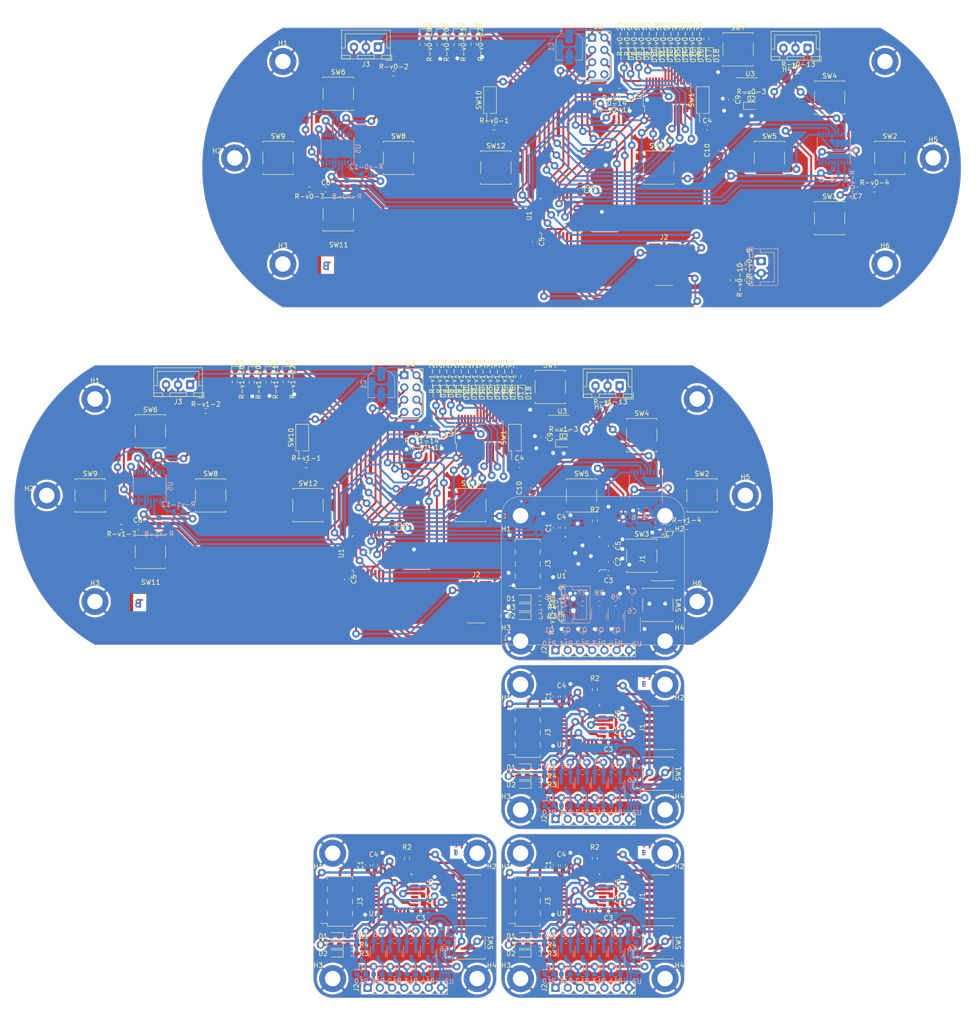
<source format=kicad_pcb>
(kicad_pcb (version 20221018) (generator pcbnew)
  (layers (0 "F.Cu" signal) (31 "B.Cu" signal) (34 "B.Paste" user) (35 "F.Paste" user) (36 "B.SilkS" user "B.Silkscreen") (37 "F.SilkS" user "F.Silkscreen") (38 "B.Mask" user) (39 "F.Mask" user) (44 "Edge.Cuts" user))
  (net 0 "")
  (net 1 "Glob_Alim-v0-")
  (net 2 "GND-v0-")
  (net 3 "POWER-v0-_CHECK-v0-")
  (net 4 "L-v0-i-ion-v0-")
  (net 5 "Net-(C7-Pad1)-v0-")
  (net 6 "Net-(C8-Pad1)-v0-")
  (net 7 "Net-(U3-BP)-v0-")
  (net 8 "Net-(D2-A)-v0-")
  (net 9 "Net-(D3-K)-v0-")
  (net 10 "Net-(D3-A)-v0-")
  (net 11 "Net-(D4-K)-v0-")
  (net 12 "Net-(D4-A)-v0-")
  (net 13 "Net-(D5-K)-v0-")
  (net 14 "Net-(D5-A)-v0-")
  (net 15 "Net-(D6-K)-v0-")
  (net 16 "Net-(D6-A)-v0-")
  (net 17 "Net-(D7-K)-v0-")
  (net 18 "Net-(D7-A)-v0-")
  (net 19 "Net-(D8-K)-v0-")
  (net 20 "Net-(D8-A)-v0-")
  (net 21 "Net-(D9-K)-v0-")
  (net 22 "Net-(D9-A)-v0-")
  (net 23 "Net-(D10-K)-v0-")
  (net 24 "Net-(D10-A)-v0-")
  (net 25 "Net-(D11-K)-v0-")
  (net 26 "Net-(D11-A)-v0-")
  (net 27 "Net-(D12-K)-v0-")
  (net 28 "Net-(D12-A)-v0-")
  (net 29 "Net-(D13-K)-v0-")
  (net 30 "Net-(D13-A)-v0-")
  (net 31 "Net-(D14-K)-v0-")
  (net 32 "Net-(D14-A)-v0-")
  (net 33 "Net-(D15-K)-v0-")
  (net 34 "Net-(D15-A)-v0-")
  (net 35 "Net-(D16-K)-v0-")
  (net 36 "Net-(D16-A)-v0-")
  (net 37 "Net-(D17-K)-v0-")
  (net 38 "Net-(D17-A)-v0-")
  (net 39 "Net-(D18-K)-v0-")
  (net 40 "Net-(D18-A)-v0-")
  (net 43 "SWDIO-v0-")
  (net 44 "SWDCK-v0-")
  (net 48 "R-v0-eset_Buton -v0-")
  (net 49 "USAR-v0-T2_R-v0-X-v0-")
  (net 50 "USAR-v0-T2_TX-v0-")
  (net 51 "R-v0-")
  (net 52 "L-v0-")
  (net 53 "NES{slash}SNES_switcher-v0-")
  (net 54 "DIO{slash}EX_CL-v0-K")
  (net 55 "DIO{slash}EX_SDA-v0-")
  (net 56 "DIODE_OE-v0-")
  (net 57 "Net-(#FL-v0-G05-pwr)")
  (net 58 "A_Button-v0-")
  (net 59 "B_Button-v0-")
  (net 60 "X_Button-v0-")
  (net 61 "Y_Button-v0-")
  (net 62 "UC_Button-v0-")
  (net 63 "Order_Search-v0-")
  (net 64 "L-v0-C_Button")
  (net 65 "R-v0-C_Button")
  (net 66 "DC_Button-v0-")
  (net 67 "ST_Button-v0-")
  (net 68 "SE_Button-v0-")
  (net 73 "Pin_Clock-v0-")
  (net 74 "Digital_Out_Put-v0-")
  (net 75 "MOSI-v0-")
  (net 79 "R-v0-X{slash}TX")
  (net 81 "CSN_nR-v0-F24")
  (net 99 "Glob_Alim-v1-")
  (net 100 "GND-v1-")
  (net 101 "POWER-v1-_CHECK-v1-")
  (net 102 "L-v1-i-ion-v1-")
  (net 103 "Net-(C7-Pad1)-v1-")
  (net 104 "Net-(C8-Pad1)-v1-")
  (net 105 "Net-(U3-BP)-v1-")
  (net 106 "Net-(D2-A)-v1-")
  (net 107 "Net-(D3-K)-v1-")
  (net 108 "Net-(D3-A)-v1-")
  (net 109 "Net-(D4-K)-v1-")
  (net 110 "Net-(D4-A)-v1-")
  (net 111 "Net-(D5-K)-v1-")
  (net 112 "Net-(D5-A)-v1-")
  (net 113 "Net-(D6-K)-v1-")
  (net 114 "Net-(D6-A)-v1-")
  (net 115 "Net-(D7-K)-v1-")
  (net 116 "Net-(D7-A)-v1-")
  (net 117 "Net-(D8-K)-v1-")
  (net 118 "Net-(D8-A)-v1-")
  (net 119 "Net-(D9-K)-v1-")
  (net 120 "Net-(D9-A)-v1-")
  (net 121 "Net-(D10-K)-v1-")
  (net 122 "Net-(D10-A)-v1-")
  (net 123 "Net-(D11-K)-v1-")
  (net 124 "Net-(D11-A)-v1-")
  (net 125 "Net-(D12-K)-v1-")
  (net 126 "Net-(D12-A)-v1-")
  (net 127 "Net-(D13-K)-v1-")
  (net 128 "Net-(D13-A)-v1-")
  (net 129 "Net-(D14-K)-v1-")
  (net 130 "Net-(D14-A)-v1-")
  (net 131 "Net-(D15-K)-v1-")
  (net 132 "Net-(D15-A)-v1-")
  (net 133 "Net-(D16-K)-v1-")
  (net 134 "Net-(D16-A)-v1-")
  (net 135 "Net-(D17-K)-v1-")
  (net 136 "Net-(D17-A)-v1-")
  (net 137 "Net-(D18-K)-v1-")
  (net 138 "Net-(D18-A)-v1-")
  (net 141 "SWDIO-v1-")
  (net 142 "SWDCK-v1-")
  (net 146 "R-v1-eset_Buton -v1-")
  (net 147 "USAR-v1-T2_R-v1-X-v1-")
  (net 148 "USAR-v1-T2_TX-v1-")
  (net 149 "R-v1-")
  (net 150 "L-v1-")
  (net 151 "NES{slash}SNES_switcher-v1-")
  (net 152 "DIO{slash}EX_CL-v1-K")
  (net 153 "DIO{slash}EX_SDA-v1-")
  (net 154 "DIODE_OE-v1-")
  (net 155 "Net-(#FL-v1-G05-pwr)")
  (net 156 "A_Button-v1-")
  (net 157 "B_Button-v1-")
  (net 158 "X_Button-v1-")
  (net 159 "Y_Button-v1-")
  (net 160 "UC_Button-v1-")
  (net 161 "Order_Search-v1-")
  (net 162 "L-v1-C_Button")
  (net 163 "R-v1-C_Button")
  (net 164 "DC_Button-v1-")
  (net 165 "ST_Button-v1-")
  (net 166 "SE_Button-v1-")
  (net 171 "Pin_Clock-v1-")
  (net 172 "Digital_Out_Put-v1-")
  (net 173 "MOSI-v1-")
  (net 177 "R-v1-X{slash}TX")
  (net 179 "CSN_nR-v1-F24")
  (net 197 "+5V-v2-")
  (net 198 "GND-v2-")
  (net 199 "+3.3V-v2-")
  (net 200 "Net-(D1-K)-v2-")
  (net 202 "Net-(D3-K)-v2-")
  (net 203 "Status_LED-v2-")
  (net 204 "Data_Clock_SNES-v2-")
  (net 205 "Data_Latch_SNES-v2-")
  (net 206 "Net-(D2-K)-v2-")
  (net 207 "Serial_Data1_SNES-v2-")
  (net 208 "Serial_Data2_SNES-v2-")
  (net 209 "SPI_Chip_Select-v2-")
  (net 210 "Chip_Enable-v2-")
  (net 211 "SPI_Digital_Input-v2-")
  (net 212 "SPI_Clock-v2-")
  (net 213 "SPI_Digital_Output-v2-")
  (net 214 "IOBit_SNES-v2-")
  (net 215 "Data_Clock_STM32-v2-")
  (net 216 "Data_Latch_STM32-v2-")
  (net 217 "Appairing_Btn-v2-")
  (net 218 "Net-(U2-BP)-v2-")
  (net 219 "SWDIO-v2-")
  (net 220 "SWDCK-v2-")
  (net 223 "NRST-v2-")
  (net 224 "USART2_RX-v2-")
  (net 225 "USART2_TX-v2-")
  (net 226 "Serial_Data1_STM32-v2-")
  (net 227 "IOBit_STM32-v2-")
  (net 228 "Serial_Data2_STM32-v2-")
  (net 242 "+5V-v3-")
  (net 243 "GND-v3-")
  (net 244 "+3.3V-v3-")
  (net 245 "Net-(D1-K)-v3-")
  (net 247 "Net-(D3-K)-v3-")
  (net 248 "Status_LED-v3-")
  (net 249 "Data_Clock_SNES-v3-")
  (net 250 "Data_Latch_SNES-v3-")
  (net 251 "Net-(D2-K)-v3-")
  (net 252 "Serial_Data1_SNES-v3-")
  (net 253 "Serial_Data2_SNES-v3-")
  (net 254 "SPI_Chip_Select-v3-")
  (net 255 "Chip_Enable-v3-")
  (net 256 "SPI_Digital_Input-v3-")
  (net 257 "SPI_Clock-v3-")
  (net 258 "SPI_Digital_Output-v3-")
  (net 259 "IOBit_SNES-v3-")
  (net 260 "Data_Clock_STM32-v3-")
  (net 261 "Data_Latch_STM32-v3-")
  (net 262 "Appairing_Btn-v3-")
  (net 263 "Net-(U2-BP)-v3-")
  (net 264 "SWDIO-v3-")
  (net 265 "SWDCK-v3-")
  (net 268 "NRST-v3-")
  (net 269 "USART2_RX-v3-")
  (net 270 "USART2_TX-v3-")
  (net 271 "Serial_Data1_STM32-v3-")
  (net 272 "IOBit_STM32-v3-")
  (net 273 "Serial_Data2_STM32-v3-")
  (net 287 "+5V-v4-")
  (net 288 "GND-v4-")
  (net 289 "+3.3V-v4-")
  (net 290 "Net-(D1-K)-v4-")
  (net 292 "Net-(D3-K)-v4-")
  (net 293 "Status_LED-v4-")
  (net 294 "Data_Clock_SNES-v4-")
  (net 295 "Data_Latch_SNES-v4-")
  (net 296 "Net-(D2-K)-v4-")
  (net 297 "Serial_Data1_SNES-v4-")
  (net 298 "Serial_Data2_SNES-v4-")
  (net 299 "SPI_Chip_Select-v4-")
  (net 300 "Chip_Enable-v4-")
  (net 301 "SPI_Digital_Input-v4-")
  (net 302 "SPI_Clock-v4-")
  (net 303 "SPI_Digital_Output-v4-")
  (net 304 "IOBit_SNES-v4-")
  (net 305 "Data_Clock_STM32-v4-")
  (net 306 "Data_Latch_STM32-v4-")
  (net 307 "Appairing_Btn-v4-")
  (net 308 "Net-(U2-BP)-v4-")
  (net 309 "SWDIO-v4-")
  (net 310 "SWDCK-v4-")
  (net 313 "NRST-v4-")
  (net 314 "USART2_RX-v4-")
  (net 315 "USART2_TX-v4-")
  (net 316 "Serial_Data1_STM32-v4-")
  (net 317 "IOBit_STM32-v4-")
  (net 318 "Serial_Data2_STM32-v4-")
  (net 332 "+5V-v5-")
  (net 333 "GND-v5-")
  (net 334 "+3.3V-v5-")
  (net 335 "Net-(D1-K)-v5-")
  (net 337 "Net-(D3-K)-v5-")
  (net 338 "Status_LED-v5-")
  (net 339 "Data_Clock_SNES-v5-")
  (net 340 "Data_Latch_SNES-v5-")
  (net 341 "Net-(D2-K)-v5-")
  (net 342 "Serial_Data1_SNES-v5-")
  (net 343 "Serial_Data2_SNES-v5-")
  (net 344 "SPI_Chip_Select-v5-")
  (net 345 "Chip_Enable-v5-")
  (net 346 "SPI_Digital_Input-v5-")
  (net 347 "SPI_Clock-v5-")
  (net 348 "SPI_Digital_Output-v5-")
  (net 349 "IOBit_SNES-v5-")
  (net 350 "Data_Clock_STM32-v5-")
  (net 351 "Data_Latch_STM32-v5-")
  (net 352 "Appairing_Btn-v5-")
  (net 353 "Net-(U2-BP)-v5-")
  (net 354 "SWDIO-v5-")
  (net 355 "SWDCK-v5-")
  (net 358 "NRST-v5-")
  (net 359 "USART2_RX-v5-")
  (net 360 "USART2_TX-v5-")
  (net 361 "Serial_Data1_STM32-v5-")
  (net 362 "IOBit_STM32-v5-")
  (net 363 "Serial_Data2_STM32-v5-")
  (footprint "Resistor_SMD:R_0603_1608Metric_Pad0.98x0.95mm_HandSolder" (layer "F.Cu") (at 199.96875 214.95)
    (fp_text reference "R4")
    (fp_text value "1k")
  )
  (footprint "R-v0-esistor_SMD:R-v0-_0603_1608Metric_Pad0.98x0.95mm_HandSolder" (layer "F.Cu") (at 216.421842 37.85 180)
    (fp_text reference "R-v0-16")
    (fp_text value "10K")
  )
  (footprint "R-v1-esistor_SMD:R-v1-_0603_1608Metric_Pad0.98x0.95mm_HandSolder" (layer "F.Cu") (at 191.011842 97.062499 90)
    (fp_text reference "R-v1-31")
    (fp_text value "1K")
  )
  (footprint "R-v0-esistor_SMD:R-v0-_0603_1608Metric_Pad0.98x0.95mm_HandSolder" (layer "F.Cu") (at 224.011842 27.0625 90)
    (fp_text reference "R-v0-27")
    (fp_text value "1K")
  )
  (footprint "L-v0-ED_SMD:L-v0-ED_0603_1608Metric_Pad1.05x0.95mm_HandSolder" (layer "F.Cu") (at 222.336842 30.575 -90)
    (fp_text reference "D10")
    (fp_text value "G8")
  )
  (footprint "L-v0-ED_SMD:L-v0-ED_0603_1608Metric_Pad1.05x0.95mm_HandSolder" (layer "F.Cu") (at 231.986842 30.55 -90)
    (fp_text reference "D16")
    (fp_text value "R-v0-2")
  )
  (footprint "L-v1-ED_SMD:L-v1-ED_0603_1608Metric_Pad1.05x0.95mm_HandSolder" (layer "F.Cu") (at 189.786842 100.549999 -90)
    (fp_text reference "D14")
    (fp_text value "O4")
  )
  (footprint "MountingHole:MountingHole_3.2mm_M3_DIN965_Pad" (layer "F.Cu") (at 225.95 221.95)
    (fp_text reference "H4")
    (fp_text value "MountingHole_Pad")
  )
  (footprint "Button_Switch_SMD:SW_SPST_B3S-1000" (layer "F.Cu") (at 131.611842 121.749999)
    (fp_text reference "SW8")
    (fp_text value "SW_Push")
  )
  (footprint "Capacitor_SMD:C_0603_1608Metric_Pad1.08x0.95mm_HandSolder" (layer "F.Cu") (at 209.835842 58.222 -90)
    (fp_text reference "C6")
    (fp_text value "10u")
  )
  (footprint "Resistor_SMD:R_0603_1608Metric_Pad0.98x0.95mm_HandSolder" (layer "F.Cu") (at 199.96875 179.95)
    (fp_text reference "R4")
    (fp_text value "1k")
  )
  (footprint "R-v1-esistor_SMD:R-v1-_0603_1608Metric_Pad0.98x0.95mm_HandSolder" (layer "F.Cu") (at 194.011842 97.062499 90)
    (fp_text reference "R-v1-33")
    (fp_text value "1K")
  )
  (footprint "Diode_SMD:D_0603_1608Metric_Pad1.05x0.95mm_HandSolder" (layer "F.Cu") (at 196.46875 213.15 180)
    (fp_text reference "D1")
    (fp_text value "LED_Small")
  )
  (footprint "Button_Switch_SMD:SW_SPST_B3S-1000" (layer "F.Cu") (at 202.111842 99.249999)
    (fp_text reference "SW7")
    (fp_text value "SW_SPST")
  )
  (footprint "R-v0-esistor_SMD:R-v0-_0603_1608Metric_Pad0.98x0.95mm_HandSolder" (layer "F.Cu") (at 231.511842 27.0625 90)
    (fp_text reference "R-v0-32")
    (fp_text value "1K")
  )
  (footprint "L-v1-ED_SMD:L-v1-ED_0603_1608Metric_Pad1.05x0.95mm_HandSolder" (layer "F.Cu") (at 186.571842 100.562499 -90)
    (fp_text reference "D12")
    (fp_text value "O2")
  )
  (footprint "MountingHole:MountingHole_3.2mm_M3_DIN965_Pad" (layer "F.Cu") (at 271.611842 73.75)
    (fp_text reference "H6")
    (fp_text value "MountingHole_Pad")
  )
  (footprint "Package_QFP:LQFP-32_7x7mm_P0.8mm" (layer "F.Cu") (at 208.8 133.85 180)
    (fp_text reference "U1")
    (fp_text value "STM32L412KBTx")
  )
  (footprint "MountingHole:MountingHole_3.2mm_M3_DIN965_Pad" (layer "F.Cu") (at 271.611842 31.75)
    (fp_text reference "H4")
    (fp_text value "MountingHole_Pad")
  )
  (footprint "R-v1-esistor_SMD:R-v1-_0603_1608Metric_Pad0.98x0.95mm_HandSolder" (layer "F.Cu") (at 186.511842 97.062499 90)
    (fp_text reference "R-v1-28")
    (fp_text value "1K")
  )
  (footprint "Capacitor_SMD:C_0603_1608Metric_Pad1.08x0.95mm_HandSolder" (layer "F.Cu") (at 175.2025 207.89)
    (fp_text reference "C3")
    (fp_text value "100n")
  )
  (footprint "Button_Switch_SMD:SW_SPST_B3S-1000" (layer "F.Cu") (at 208.611842 121.749999)
    (fp_text reference "SW5")
    (fp_text value "SW_Push")
  )
  (footprint "R-v1-esistor_SMD:R-v1-_0603_1608Metric_Pad0.98x0.95mm_HandSolder" (layer "F.Cu") (at 192.511842 97.062499 90)
    (fp_text reference "R-v1-32")
    (fp_text value "1K")
  )
  (footprint "L-v0-ED_SMD:L-v0-ED_0603_1608Metric_Pad1.05x0.95mm_HandSolder" (layer "F.Cu") (at 219.135842 30.575 -90)
    (fp_text reference "D8")
    (fp_text value "G6")
  )
  (footprint "L-v0-ED_SMD:L-v0-ED_0603_1608Metric_Pad1.05x0.95mm_HandSolder" (layer "F.Cu") (at 220.736842 30.575 -90)
    (fp_text reference "D9")
    (fp_text value "G7")
  )
  (footprint "R-v0-esistor_SMD:R-v0-_0603_1608Metric_Pad0.98x0.95mm_HandSolder" (layer "F.Cu") (at 230.011842 27.0625 90)
    (fp_text reference "R-v0-31")
    (fp_text value "1K")
  )
  (footprint "Diode_SMD:D_0603_1608Metric_Pad1.05x0.95mm_HandSolder" (layer "F.Cu") (at 196.46875 181.75 180)
    (fp_text reference "D2")
    (fp_text value "LED_Small")
  )
  (footprint "Package_SO:TSSOP-28_4.4x9.7mm_P0.65mm" (layer "F.Cu") (at 226.345842 38.664 90)
    (fp_text reference "U4")
    (fp_text value "PCA9685PW")
  )
  (footprint "L-v1-ED_SMD:L-v1-ED_0603_1608Metric_Pad1.05x0.95mm_HandSolder" (layer "F.Cu") (at 137.611842 95.749999)
    (fp_text reference "D3")
    (fp_text value "G1")
  )
  (footprint "Connector_PinHeader_1.27mm:PinHeader_2x07_P1.27mm_Vertical_SMD" (layer "F.Cu") (at 225.736842 73.69)
    (fp_text reference "J2")
    (fp_text value "Conn_02x07_Odd_Even")
  )
  (footprint "L-v0-ED_SMD:L-v0-ED_0603_1608Metric_Pad1.05x0.95mm_HandSolder" (layer "F.Cu") (at 243.871842 40.95)
    (fp_text reference "D2")
    (fp_text value "L-v0-ED_Small")
  )
  (footprint "R-v0-esistor_SMD:R-v0-_0603_1608Metric_Pad0.98x0.95mm_HandSolder" (layer "F.Cu") (at 169.611842 34.25)
    (fp_text reference "R-v0-2")
    (fp_text value "1K")
  )
  (footprint "Capacitor_SMD:C_0603_1608Metric_Pad1.08x0.95mm_HandSolder" (layer "F.Cu") (at 200.661842 109.649999 -90)
    (fp_text reference "C9")
    (fp_text value "470p")
  )
  (footprint "L-v0-ED_SMD:L-v0-ED_0603_1608Metric_Pad1.05x0.95mm_HandSolder" (layer "F.Cu") (at 223.936842 30.575 -90)
    (fp_text reference "D11")
    (fp_text value "O1")
  )
  (footprint "Connector_JST:JST_XH_B3B-XH-A_1x03_P2.50mm_Vertical" (layer "F.Cu") (at 255.515842 29.012 180)
    (fp_text reference "J4")
    (fp_text value "Conn_01x03")
  )
  (footprint "Capacitor_SMD:C_0603_1608Metric_Pad1.08x0.95mm_HandSolder" (layer "F.Cu") (at 265.923866 58.3 180)
    (fp_text reference "C7")
    (fp_text value "100nF")
  )
  (footprint "Button_Switch_SMD:SW_SPST_B3S-1000" (layer "F.Cu") (at 260.111842 64.25)
    (fp_text reference "SW3")
    (fp_text value "SW_Push")
  )
  (footprint "R-v0-esistor_SMD:R-v0-_0603_1608Metric_Pad0.98x0.95mm_HandSolder" (layer "F.Cu") (at 243.871842 39.426)
    (fp_text reference "R-v0-3")
    (fp_text value "1K")
  )
  (footprint "R-v0-esistor_SMD:R-v0-_0603_1608Metric_Pad0.98x0.95mm_HandSolder" (layer "F.Cu") (at 218.011842 27.0625 90)
    (fp_text reference "R-v0-23")
    (fp_text value "1K")
  )
  (footprint "Button_Switch_SMD:SW_DIP_SPSTx01_Slide_Copal_CHS-01B_W7.62mm_P1.27mm" (layer "F.Cu") (at 150.611842 109.749999 90)
    (fp_text reference "SW10")
    (fp_text value "SW_DIP_x01")
  )
  (footprint "L-v0-ED_SMD:L-v0-ED_0603_1608Metric_Pad1.05x0.95mm_HandSolder" (layer "F.Cu") (at 217.536842 30.575 -90)
    (fp_text reference "D7")
    (fp_text value "G5")
  )
  (footprint "R-v1-esistor_SMD:R-v1-_0603_1608Metric_Pad0.98x0.95mm_HandSolder" (layer "F.Cu") (at 183.511842 97.062499 90)
    (fp_text reference "R-v1-26")
    (fp_text value "1K")
  )
  (footprint "Connector_PinHeader_2.54mm:PinHeader_1x07_P2.54mm_Vertical" (layer "F.Cu") (at 203.2 153.85 90)
    (fp_text reference "J2")
    (fp_text value "Conn_01x07_Socket")
  )
  (footprint "Package_SO:MSOP-8_3x3mm_P0.65mm" (layer "F.Cu") (at 243.611842 36.75)
    (fp_text reference "U3")
    (fp_text value "MIC5219-3.3YMM")
  )
  (footprint "Connector_PinHeader_2.54mm:PinHeader_1x07_P2.54mm_Vertical" (layer "F.Cu") (at 203.2 188.85 90)
    (fp_text reference "J2")
    (fp_text value "Conn_01x07_Socket")
  )
  (footprint "Connector_PinHeader_1.27mm:PinHeader_2x07_P1.27mm_Vertical_SMD" (layer "F.Cu") (at 186.736842 143.689999)
    (fp_text reference "J2")
    (fp_text value "Conn_02x07_Odd_Even")
  )
  (footprint "L-v1-ED_SMD:L-v1-ED_0603_1608Metric_Pad1.05x0.95mm_HandSolder" (layer "F.Cu") (at 141.111842 95.749999)
    (fp_text reference "D4")
    (fp_text value "G2")
  )
  (footprint "Capacitor_SMD:C_0603_1608Metric_Pad1.08x0.95mm_HandSolder" (layer "F.Cu") (at 195.706842 115.449999)
    (fp_text reference "C4")
    (fp_text value "1u")
  )
  (footprint "Button_Switch_SMD:SW_SPST_B3S-1000" (layer "F.Cu") (at 221.111842 134.249999)
    (fp_text reference "SW3")
    (fp_text value "SW_Push")
  )
  (footprint "Resistor_SMD:R_0603_1608Metric_Pad0.98x0.95mm_HandSolder" (layer "F.Cu") (at 211.37 127.02 90)
    (fp_text reference "R2")
    (fp_text value "10k")
  )
  (footprint "Resistor_SMD:R_0603_1608Metric_Pad0.98x0.95mm_HandSolder" (layer "F.Cu") (at 199.96875 144.95)
    (fp_text reference "R4")
    (fp_text value "1k")
  )
  (footprint "Capacitor_SMD:C_0603_1608Metric_Pad1.08x0.95mm_HandSolder" (layer "F.Cu") (at 203.011842 147.087499 -90)
    (fp_text reference "C2")
    (fp_text value "1nF")
  )
  (footprint "Button_Switch_SMD:SW_DIP_SPSTx01_Slide_Copal_CHS-01B_W7.62mm_P1.27mm" (layer "F.Cu") (at 194.781842 109.749999 90)
    (fp_text reference "SW1")
    (fp_text value "SW_DIP_x01")
  )
  (footprint "L-v1-ED_SMD:L-v1-ED_0603_1608Metric_Pad1.05x0.95mm_HandSolder" (layer "F.Cu") (at 178.536842 100.574999 -90)
    (fp_text reference "D7")
    (fp_text value "G5")
  )
  (footprint "Resistor_SMD:R_0603_1608Metric_Pad0.98x0.95mm_HandSolder" (layer "F.Cu") (at 199.96875 146.75)
    (fp_text reference "R3")
    (fp_text value "1k")
  )
  (footprint "R-v1-esistor_SMD:R-v1-_0603_1608Metric_Pad0.98x0.95mm_HandSolder" (layer "F.Cu") (at 147.211842 98.174999 -90)
    (fp_text reference "R-v1-22")
    (fp_text value "1K")
  )
  (footprint "R-v1-esistor_SMD:R-v1-_0603_1608Metric_Pad0.98x0.95mm_HandSolder" (layer "F.Cu") (at 185.011842 97.062499 90)
    (fp_text reference "R-v1-27")
    (fp_text value "1K")
  )
  (footprint "Capacitor_SMD:C_0603_1608Metric_Pad1.08x0.95mm_HandSolder" (layer "F.Cu") (at 214.2025 207.89)
    (fp_text reference "C3")
    (fp_text value "100n")
  )
  (footprint "Resistor_SMD:R_0603_1608Metric_Pad0.98x0.95mm_HandSolder" (layer "F.Cu") (at 160.96875 216.75)
    (fp_text reference "R3")
    (fp_text value "1k")
  )
  (footprint "Button_Switch_SMD:SW_DIP_SPSTx01_Slide_Copal_CHS-01B_W7.62mm_P1.27mm" (layer "F.Cu") (at 189.611842 39.75 90)
    (fp_text reference "SW10")
    (fp_text value "SW_DIP_x01")
  )
  (footprint "Capacitor_SMD:C_0603_1608Metric_Pad1.08x0.95mm_HandSolder" (layer "F.Cu") (at 169.311842 128.221999 -90)
    (fp_text reference "C3")
    (fp_text value "100n")
  )
  (footprint "Package_QFP:LQFP-32_7x7mm_P0.8mm" (layer "F.Cu") (at 208.8 203.85 180)
    (fp_text reference "U1")
    (fp_text value "STM32L412KBTx")
  )
  (footprint "MountingHole:MountingHole_3.2mm_M3_DIN965_Pad" (layer "F.Cu") (at 195.95 221.95)
    (fp_text reference "H3")
    (fp_text value "MountingHole_Pad")
  )
  (footprint "MountingHole:MountingHole_3.2mm_M3_DIN965_Pad" (layer "F.Cu") (at 195.95 195.95)
    (fp_text reference "H1")
    (fp_text value "MountingHole_Pad")
  )
  (footprint "Diode_SMD:D_0603_1608Metric_Pad1.05x0.95mm_HandSolder" (layer "F.Cu") (at 157.46875 214.95 180)
    (fp_text reference "D3")
    (fp_text value "LED")
  )
  (footprint "R-v1-esistor_SMD:R-v1-_0603_1608Metric_Pad0.98x0.95mm_HandSolder" (layer "F.Cu") (at 140.136842 98.249999 -90)
    (fp_text reference "R-v1-20")
    (fp_text value "1K")
  )
  (footprint "Diode_SMD:D_0603_1608Metric_Pad1.05x0.95mm_HandSolder" (layer "F.Cu") (at 196.46875 146.75 180)
    (fp_text reference "D2")
    (fp_text value "LED_Small")
  )
  (footprint "Capacitor_SMD:C_0603_1608Metric_Pad1.08x0.95mm_HandSolder" (layer "F.Cu") (at 239.661842 39.65 -90)
    (fp_text reference "C9")
    (fp_text value "470p")
  )
  (footprint "L-v1-ED_SMD:L-v1-ED_0603_1608Metric_Pad1.05x0.95mm_HandSolder" (layer "F.Cu") (at 183.336842 100.574999 -90)
    (fp_text reference "D10")
    (fp_text value "G8")
  )
  (footprint "MountingHole:MountingHole_3.2mm_M3_DIN965_Pad" (layer "F.Cu") (at 195.95 160.95)
    (fp_text reference "H1")
    (fp_text value "MountingHole_Pad")
  )
  (footprint "Capacitor_SMD:C_0603_1608Metric_Pad1.08x0.95mm_HandSolder" (layer "F.Cu") (at 214.71 135.5025 90)
    (fp_text reference "C2")
    (fp_text value "100n")
  )
  (footprint "Capacitor_SMD:C_0603_1608Metric_Pad1.08x0.95mm_HandSolder" (layer "F.Cu") (at 203.25 198.45 90)
    (fp_text reference "C1")
    (fp_text value "10u")
  )
  (footprint "Button_Switch_SMD:SW_SPST_B3S-1000" (layer "F.Cu") (at 106.611842 121.749999)
    (fp_text reference "SW9")
    (fp_text value "SW_Push")
  )
  (footprint "R-v1-esistor_SMD:R-v1-_0603_1608Metric_Pad0.98x0.95mm_HandSolder" (layer "F.Cu") (at 143.661842 98.224999 -90)
    (fp_text reference "R-v1-21")
    (fp_text value "1K")
  )
  (footprint "R-v0-esistor_SMD:R-v0-_0603_1608Metric_Pad0.98x0.95mm_HandSolder" (layer "F.Cu") (at 214.421842 41.85)
    (fp_text reference "R-v0-14")
    (fp_text value "10K")
  )
  (footprint "Capacitor_SMD:C_0603_1608Metric_Pad1.08x0.95mm_HandSolder" (layer "F.Cu") (at 170.835842 128.221999 -90)
    (fp_text reference "C6")
    (fp_text value "10u")
  )
  (footprint "Diode_SMD:D_0603_1608Metric_Pad1.05x0.95mm_HandSolder" (layer "F.Cu") (at 157.46875 216.75 180)
    (fp_text reference "D2")
    (fp_text value "LED_Small")
  )
  (footprint "L-v1-ED_SMD:L-v1-ED_0603_1608Metric_Pad1.05x0.95mm_HandSolder" (layer "F.Cu") (at 204.871842 110.949999)
    (fp_text reference "D2")
    (fp_text value "L-v1-ED_Small")
  )
  (footprint "Diode_SMD:D_0603_1608Metric_Pad1.05x0.95mm_HandSolder" (layer "F.Cu") (at 196.46875 178.15 180)
    (fp_text reference "D1")
    (fp_text value "LED_Small")
  )
  (footprint "Connector_PinHeader_1.27mm:PinHeader_2x07_P1.27mm_Vertical_SMD" (layer "F.Cu") (at 185.95 204.95 180)
    (fp_text reference "J1")
    (fp_text value "Conn_02x07_Odd_Even")
  )
  (footprint "R-v0-esistor_SMD:R-v0-_0603_1608Metric_Pad0.98x0.95mm_HandSolder" (layer "F.Cu") (at 186.211842 28.175 -90)
    (fp_text reference "R-v0-22")
    (fp_text value "1K")
  )
  (footprint "Capacitor_SMD:C_0603_1608Metric_Pad1.08x0.95mm_HandSolder" (layer "F.Cu") (at 204.75 128.45 90)
    (fp_text reference "C4")
    (fp_text value "100n")
  )
  (footprint "MountingHole:MountingHole_3.2mm_M3_DIN965_Pad" (layer "F.Cu") (at 146.611842 31.75)
    (fp_text reference "H1")
    (fp_text value "MountingHole_Pad")
  )
  (footprint "MountingHole:MountingHole_3.2mm_M3_DIN965_Pad" (layer "F.Cu") (at 225.95 151.95)
    (fp_text reference "H4")
    (fp_text value "MountingHole_Pad")
  )
  (footprint "Resistor_SMD:R_0603_1608Metric_Pad0.98x0.95mm_HandSolder" (layer "F.Cu") (at 211.37 162.02 90)
    (fp_text reference "R2")
    (fp_text value "10k")
  )
  (footprint "R-v1-esistor_SMD:R-v1-_0603_1608Metric_Pad0.98x0.95mm_HandSolder" (layer "F.Cu") (at 195.511842 97.062499 90)
    (fp_text reference "R-v1-34")
    (fp_text value "1K")
  )
  (footprint "Capacitor_SMD:C_0603_1608Metric_Pad1.08x0.95mm_HandSolder" (layer "F.Cu") (at 198.913842 69.144 -90)
    (fp_text reference "C5")
    (fp_text value "100n")
  )
  (footprint "Connector_PinSocket_2.54mm:PinSocket_2x04_P2.54mm_Vertical_SMD" (layer "F.Cu") (at 158.45 205.95 180)
    (fp_text reference "J3")
    (fp_text value "Conn_01x08_Socket")
  )
  (footprint "Resistor_SMD:R_0603_1608Metric_Pad0.98x0.95mm_HandSolder" (layer "F.Cu") (at 160.96875 213.15)
    (fp_text reference "R1")
    (fp_text value "1k")
  )
  (footprint "Package_SO:TSSOP-28_4.4x9.7mm_P0.65mm" (layer "F.Cu") (at 187.345842 108.663999 90)
    (fp_text reference "U4")
    (fp_text value "PCA9685PW")
  )
  (footprint "R-v1-esistor_SMD:R-v1-_0603_1608Metric_Pad0.98x0.95mm_HandSolder" (layer "F.Cu") (at 214.611842 103.749999)
    (fp_text reference "R-v1-13")
    (fp_text value "1K")
  )
  (footprint "R-v0-esistor_SMD:R-v0-_0603_1608Metric_Pad0.98x0.95mm_HandSolder" (layer "F.Cu") (at 175.636842 28.225 -90)
    (fp_text reference "R-v0-18")
    (fp_text value "1K")
  )
  (footprint "L-v1-ED_SMD:L-v1-ED_0603_1608Metric_Pad1.05x0.95mm_HandSolder" (layer "F.Cu") (at 148.111842 95.749999)
    (fp_text reference "D6")
    (fp_text value "G4")
  )
  (footprint "R-v0-esistor_SMD:R-v0-_0603_1608Metric_Pad0.98x0.95mm_HandSolder" (layer "F.Cu") (at 222.511842 27.0625 90)
    (fp_text reference "R-v0-26")
    (fp_text value "1K")
  )
  (footprint "Button_Switch_SMD:SW_DIP_SPSTx01_Slide_Copal_CHS-01B_W7.62mm_P1.27mm" (layer "F.Cu") (at 233.781842 39.75 90)
    (fp_text reference "SW1")
    (fp_text value "SW_DIP_x01")
  )
  (footprint "MountingHole:MountingHole_3.2mm_M3_DIN965_Pad" (layer "F.Cu") (at 195.95 186.95)
    (fp_text reference "H3")
    (fp_text value "MountingHole_Pad")
  )
  (footprint "Diode_SMD:D_0603_1608Metric_Pad1.05x0.95mm_HandSolder" (layer "F.Cu") (at 196.46875 144.95 180)
    (fp_text reference "D3")
    (fp_text value "LED")
  )
  (footprint "R-v0-esistor_SMD:R-v0-_0603_1608Metric_Pad0.98x0.95mm_HandSolder" (layer "F.Cu") (at 228.511842 27.0625 90)
    (fp_text reference "R-v0-30")
    (fp_text value "1K")
  )
  (footprint "Capacitor_SMD:C_0603_1608Metric_Pad1.08x0.95mm_HandSolder" (layer "F.Cu") (at 214.2025 172.89)
    (fp_text reference "C3")
    (fp_text value "100n")
  )
  (footprint "Button_Switch_SMD:SW_SPST_B3S-1000" (layer "F.Cu") (at 247.611842 51.75)
    (fp_text reference "SW5")
    (fp_text value "SW_Push")
  )
  (footprint "Resistor_SMD:R_0603_1608Metric_Pad0.98x0.95mm_HandSolder" (layer "F.Cu") (at 199.96875 143.15)
    (fp_text reference "R1")
    (fp_text value "1k")
  )
  (footprint "L-v0-ED_SMD:L-v0-ED_0603_1608Metric_Pad1.05x0.95mm_HandSolder" (layer "F.Cu") (at 228.786842 30.55 -90)
    (fp_text reference "D14")
    (fp_text value "O4")
  )
  (footprint "Diode_SMD:D_0603_1608Metric_Pad1.05x0.95mm_HandSolder" (layer "F.Cu") (at 196.46875 179.95 180)
    (fp_text reference "D3")
    (fp_text value "LED")
  )
  (footprint "Capacitor_SMD:C_0603_1608Metric_Pad1.08x0.95mm_HandSolder" (layer "F.Cu") (at 234.706842 45.45)
    (fp_text reference "C4")
    (fp_text value "1u")
  )
  (footprint "Capacitor_SMD:C_0603_1608Metric_Pad1.08x0.95mm_HandSolder" (layer "F.Cu") (at 214.71 170.5025 90)
    (fp_text reference "C2")
    (fp_text value "100n")
  )
  (footprint "Connector_JST:JST_XH_B3B-XH-A_1x03_P2.50mm_Vertical" (layer "F.Cu") (at 216.515842 99.011999 180)
    (fp_text reference "J4")
    (fp_text value "Conn_01x03")
  )
  (footprint "R-v0-esistor_SMD:R-v0-_0603_1608Metric_Pad0.98x0.95mm_HandSolder" (layer "F.Cu") (at 219.511842 27.0625 90)
    (fp_text reference "R-v0-24")
    (fp_text value "1K")
  )
  (footprint "Button_Switch_SMD:SW_SPST_B3S-1000" (layer "F.Cu") (at 119.111842 133.449999)
    (fp_text reference "SW11")
    (fp_text value "SW_Push")
  )
  (footprint "L-v1-ED_SMD:L-v1-ED_0603_1608Metric_Pad1.05x0.95mm_HandSolder" (layer "F.Cu") (at 196.211842 100.549999 -90)
    (fp_text reference "D18")
    (fp_text value "R-v1-4")
  )
  (footprint "Button_Switch_SMD:SW_SPST_B3S-1000" (layer "F.Cu") (at 158.111842 38.45)
    (fp_text reference "SW6")
    (fp_text value "SW_Push")
  )
  (footprint "Button_Switch_SMD:SW_SPST_B3S-1000" (layer "F.Cu") (at 224.45 179.45 180)
    (fp_text reference "SW1")
    (fp_text value "SW_SPST")
  )
  (footprint "Button_Switch_SMD:SW_SPST_B3S-1000" (layer "F.Cu") (at 241.111842 29.25)
    (fp_text reference "SW7")
    (fp_text value "SW_SPST")
  )
  (footprint "R-v0-esistor_SMD:R-v0-_0603_1608Metric_Pad0.98x0.95mm_HandSolder" (layer "F.Cu") (at 182.661842 28.225 -90)
    (fp_text reference "R-v0-21")
    (fp_text value "1K")
  )
  (footprint "Diode_SMD:D_0603_1608Metric_Pad1.05x0.95mm_HandSolder" (layer "F.Cu") (at 196.46875 143.15 180)
    (fp_text reference "D1")
    (fp_text value "LED_Small")
  )
  (footprint "MountingHole:MountingHole_3.2mm_M3_DIN965_Pad" (layer "F.Cu") (at 195.95 125.95)
    (fp_text reference "H1")
    (fp_text value "MountingHole_Pad")
  )
  (footprint "Connector_PinHeader_2.54mm:PinHeader_1x07_P2.54mm_Vertical" (layer "F.Cu") (at 203.2 223.85 90)
    (fp_text reference "J2")
    (fp_text value "Conn_01x07_Socket")
  )
  (footprint "R-v1-esistor_SMD:R-v1-_0603_1608Metric_Pad0.98x0.95mm_HandSolder" (layer "F.Cu") (at 151.461842 115.449999)
    (fp_text reference "R-v1-1")
    (fp_text value "1K")
  )
  (footprint "Connector_PinHeader_1.27mm:PinHeader_2x07_P1.27mm_Vertical_SMD" (layer "F.Cu") (at 224.95 134.95 180)
    (fp_text reference "J1")
    (fp_text value "Conn_02x07_Odd_Even")
  )
  (footprint "R-v1-esistor_SMD:R-v1-_0603_1608Metric_Pad0.98x0.95mm_HandSolder" (layer "F.Cu") (at 175.421842 111.849999)
    (fp_text reference "R-v1-14")
    (fp_text value "10K")
  )
  (footprint "Resistor_SMD:R_0603_1608Metric_Pad0.98x0.95mm_HandSolder" (layer "F.Cu") (at 199.96875 181.75)
    (fp_text reference "R3")
    (fp_text value "1k")
  )
  (footprint "R-v0-esistor_SMD:R-v0-_0603_1608Metric_Pad0.98x0.95mm_HandSolder" (layer "F.Cu") (at 227.011842 27.0625 90)
    (fp_text reference "R-v0-29")
    (fp_text value "1K")
  )
  (footprint "Connector_PinSocket_2.54mm:PinSocket_2x04_P2.54mm_Vertical_SMD" (layer "F.Cu") (at 197.45 205.95 180)
    (fp_text reference "J3")
    (fp_text value "Conn_01x08_Socket")
  )
  (footprint "Resistor_SMD:R_0603_1608Metric_Pad0.98x0.95mm_HandSolder" (layer "F.Cu") (at 199.96875 178.15)
    (fp_text reference "R1")
    (fp_text value "1k")
  )
  (footprint "Connector_PinHeader_2.54mm:PinHeader_1x07_P2.54mm_Vertical" (layer "F.Cu") (at 164.2 223.85 90)
    (fp_text reference "J2")
    (fp_text value "Conn_01x07_Socket")
  )
  (footprint "Capacitor_SMD:C_0603_1608Metric_Pad1.08x0.95mm_HandSolder" (layer "F.Cu") (at 159.913842 139.143999 -90)
    (fp_text reference "C5")
    (fp_text value "100n")
  )
  (footprint "Button_Switch_SMD:SW_SPST_B3S-1000" (layer "F.Cu") (at 272.611842 51.75)
    (fp_text reference "SW2")
    (fp_text value "SW_Push")
  )
  (footprint "Capacitor_SMD:C_0603_1608Metric_Pad1.08x0.95mm_HandSolder" (layer "F.Cu") (at 208.311842 58.222 -90)
    (fp_text reference "C3")
    (fp_text value "100n")
  )
  (footprint "Capacitor_SMD:C_0603_1608Metric_Pad1.08x0.95mm_HandSolder" (layer "F.Cu") (at 116.519818 128.299999)
    (fp_text reference "C8")
    (fp_text value "100nF")
  )
  (footprint "R-v0-esistor_SMD:R-v0-_0603_1608Metric_Pad0.98x0.95mm_HandSolder" (layer "F.Cu") (at 240.011842 77.0875 -90)
    (fp_text reference "R-v0-10")
    (fp_text value "1M")
  )
  (footprint "L-v1-ED_SMD:L-v1-ED_0603_1608Metric_Pad1.05x0.95mm_HandSolder" (layer "F.Cu") (at 184.936842 100.574999 -90)
    (fp_text reference "D11")
    (fp_text value "O1")
  )
  (footprint "Capacitor_SMD:C_0603_1608Metric_Pad1.08x0.95mm_HandSolder" (layer "F.Cu") (at 203.25 163.45 90)
    (fp_text reference "C1")
    (fp_text value "10u")
  )
  (footprint "Button_Switch_SMD:SW_SPST_B3S-1000" (layer "F.Cu") (at 221.111842 109.249999)
    (fp_text reference "SW4")
    (fp_text value "SW_Push")
  )
  (footprint "Capacitor_SMD:C_0603_1608Metric_Pad1.08x0.95mm_HandSolder" (layer "F.Cu") (at 155.519818 58.3)
    (fp_text reference "C8")
    (fp_text value "100nF")
  )
  (footprint "Button_Switch_SMD:SW_SPST_B3S-1000" (layer "F.Cu") (at 185.611842 123.749999)
    (fp_text reference "SW13")
    (fp_text value "SW_Push")
  )
  (footprint "R-v1-esistor_SMD:R-v1-_0603_1608Metric_Pad0.98x0.95mm_HandSolder" (layer "F.Cu") (at 204.871842 109.425999)
    (fp_text reference "R-v1-3")
    (fp_text value "1K")
  )
  (footprint "Button_Switch_SMD:SW_SPST_B3S-1000" (layer "F.Cu") (at 260.111842 39.25)
    (fp_text reference "SW4")
    (fp_text value "SW_Push")
  )
  (footprint "Package_QFP:L-v0-QFP-32_7x7mm_P0.8mm" (layer "F.Cu") (at 203.611842 63.75 90)
    (fp_text reference "U1")
    (fp_text value "STM32L-v0-412KBTx")
  )
  (footprint "R-v1-esistor_SMD:R-v1-_0603_1608Metric_Pad0.98x0.95mm_HandSolder" (layer "F.Cu") (at 188.011842 97.062499 90)
    (fp_text reference "R-v1-29")
    (fp_text value "1K")
  )
  (footprint "Capacitor_SMD:C_0603_1608Metric_Pad1.08x0.95mm_HandSolder" (layer "F.Cu") (at 226.923866 128.299999 180)
    (fp_text reference "C7")
    (fp_text value "100nF")
  )
  (footprint "R-v1-esistor_SMD:R-v1-_0603_1608Metric_Pad0.98x0.95mm_HandSolder" (layer "F.Cu") (at 203.011842 143.549999 -90)
    (fp_text reference "R-v1-9")
    (fp_text value "1M")
  )
  (footprint "MountingHole:MountingHole_3.2mm_M3_DIN965_Pad" (layer "F.Cu") (at 232.611842 101.749999)
    (fp_text reference "H4")
    (fp_text value "MountingHole_Pad")
  )
  (footprint "Diode_SMD:D_0603_1608Metric_Pad1.05x0.95mm_HandSolder" (layer "F.Cu") (at 196.46875 214.95 180)
    (fp_text reference "D3")
    (fp_text value "LED")
  )
  (footprint "MountingHole:MountingHole_3.2mm_M3_DIN965_Pad" (layer "F.Cu") (at 97.611842 121.749999)
    (fp_text reference "H2")
    (fp_text value "MountingHole_Pad")
  )
  (footprint "MountingHole:MountingHole_3.2mm_M3_DIN965_Pad" (layer "F.Cu") (at 156.95 195.95)
    (fp_text reference "H1")
    (fp_text value "MountingHole_Pad")
  )
  (footprint "Resistor_SMD:R_0603_1608Metric_Pad0.98x0.95mm_HandSolder" (layer "F.Cu") (at 211.37 197.02 90)
    (fp_text reference "R2")
    (fp_text value "10k")
  )
  (footprint "L-v0-ED_SMD:L-v0-ED_0603_1608Metric_Pad1.05x0.95mm_HandSolder" (layer "F.Cu") (at 180.111842 25.75)
    (fp_text reference "D4")
    (fp_text value "G2")
  )
  (footprint "Connector_PinHeader_1.27mm:PinHeader_2x07_P1.27mm_Vertical_SMD" (layer "F.Cu") (at 224.95 169.95 180)
    (fp_text reference "J1")
    (fp_text value "Conn_02x07_Odd_Even")
  )
  (footprint "Package_SO:MSOP-8_3x3mm_P0.65mm" (layer "F.Cu") (at 204.611842 106.749999)
    (fp_text reference "U3")
    (fp_text value "MIC5219-3.3YMM")
  )
  (footprint "Capacitor_SMD:C_0603_1608Metric_Pad1.08x0.95mm_HandSolder" (layer "F.Cu") (at 175.71 205.5025 90)
    (fp_text reference "C2")
    (fp_text value "100n")
  )
  (footprint "R-v0-esistor_SMD:R-v0-_0603_1608Metric_Pad0.98x0.95mm_HandSolder" (layer "F.Cu") (at 220.981842 27.0625 90)
    (fp_text reference "R-v0-25")
    (fp_text value "1K")
  )
  (footprint "L-v0-ED_SMD:L-v0-ED_0603_1608Metric_Pad1.05x0.95mm_HandSolder" (layer "F.Cu") (at 230.386842 30.55 -90)
    (fp_text reference "D15")
    (fp_text value "R-v0-1")
  )
  (footprint "Diode_SMD:D_0603_1608Metric_Pad1.05x0.95mm_HandSolder" (layer "F.Cu") (at 196.46875 216.75 180)
    (fp_text reference "D2")
    (fp_text value "LED_Small")
  )
  (footprint "R-v1-esistor_SMD:R-v1-_0603_1608Metric_Pad0.98x0.95mm_HandSolder" (layer "F.Cu") (at 201.011842 147.087499 -90)
    (fp_text reference "R-v1-10")
    (fp_text value "1M")
  )
  (footprint "L-v1-ED_SMD:L-v1-ED_0603_1608Metric_Pad1.05x0.95mm_HandSolder" (layer "F.Cu") (at 188.186842 100.549999 -90)
    (fp_text reference "D13")
    (fp_text value "O3")
  )
  (footprint "L-v0-ED_SMD:L-v0-ED_0603_1608Metric_Pad1.05x0.95mm_HandSolder" (layer "F.Cu") (at 227.186842 30.55 -90)
    (fp_text reference "D13")
    (fp_text value "O3")
  )
  (footprint "Button_Switch_SMD:SW_SPST_B3S-1000" (layer "F.Cu") (at 224.611842 53.75)
    (fp_text reference "SW13")
    (fp_text value "SW_Push")
  )
  (footprint "MountingHole:MountingHole_3.2mm_M3_DIN965_Pad" (layer "F.Cu") (at 225.95 125.95)
    (fp_text reference "H2")
    (fp_text value "MountingHole_Pad")
  )
  (footprint "Button_Switch_SMD:SW_SPST_B3S-1000" (layer "F.Cu") (at 224.45 144.45 180)
    (fp_text reference "SW1")
    (fp_text value "SW_SPST")
  )
  (footprint "Connector_PinHeader_2.54mm:PinHeader_2x04_P2.54mm_Vertical" (layer "F.Cu") (at 210.811842 26.81)
    (fp_text reference "U2")
    (fp_text value "nR-v0-F24_Full")
  )
  (footprint "Resistor_SMD:R_0603_1608Metric_Pad0.98x0.95mm_HandSolder" (layer "F.Cu") (at 199.96875 213.15)
    (fp_text reference "R1")
    (fp_text value "1k")
  )
  (footprint "L-v1-ED_SMD:L-v1-ED_0603_1608Metric_Pad1.05x0.95mm_HandSolder" (layer "F.Cu") (at 181.736842 100.574999 -90)
    (fp_text reference "D9")
    (fp_text value "G7")
  )
  (footprint "R-v0-esistor_SMD:R-v0-_0603_1608Metric_Pad0.98x0.95mm_HandSolder" (layer "F.Cu") (at 179.136842 28.25 -90)
    (fp_text reference "R-v0-20")
    (fp_text value "1K")
  )
  (footprint "Connector_PinSocket_2.54mm:PinSocket_2x04_P2.54mm_Vertical_SMD" (layer "F.Cu") (at 197.45 135.95 180)
    (fp_text reference "J3")
    (fp_text value "Conn_01x08_Socket")
  )
  (footprint "R-v0-esistor_SMD:R-v0-_0603_1608Metric_Pad0.98x0.95mm_HandSolder" (layer "F.Cu") (at 233.011842 27.0625 90)
    (fp_text reference "R-v0-33")
    (fp_text value "1K")
  )
  (footprint "Diode_SMD:D_0603_1608Metric_Pad1.05x0.95mm_HandSolder" (layer "F.Cu") (at 157.46875 213.15 180)
    (fp_text reference "D1")
    (fp_text value "LED_Small")
  )
  (footprint "Resistor_SMD:R_0603_1608Metric_Pad0.98x0.95mm_HandSolder" (layer "F.Cu") (at 199.96875 216.75)
    (fp_text reference "R3")
    (fp_text value "1k")
  )
  (footprint "Resistor_SMD:R_0603_1608Metric_Pad0.98x0.95mm_HandSolder" (layer "F.Cu") (at 172.37 197.02 90)
    (fp_text reference "R2")
    (fp_text value "10k")
  )
  (footprint "R-v1-esistor_SMD:R-v1-_0603_1608Metric_Pad0.98x0.95mm_HandSolder" (layer "F.Cu") (at 179.011842 97.062499 90)
    (fp_text reference "R-v1-23")
    (fp_text value "1K")
  )
  (footprint "Connector_PinHeader_1.27mm:PinHeader_2x07_P1.27mm_Vertical_SMD" (layer "F.Cu") (at 224.95 204.95 180)
    (fp_text reference "J1")
    (fp_text value "Conn_02x07_Odd_Even")
  )
  (footprint "MountingHole:MountingHole_3.2mm_M3_DIN965_Pad" (layer "F.Cu") (at 107.611842 101.749999)
    (fp_text reference "H1")
    (fp_text value "MountingHole_Pad")
  )
  (footprint "Connector_JST:JST_XH_B3B-XH-A_1x03_P2.50mm_Vertical" (layer "F.Cu") (at 127.361842 98.774999 180)
    (fp_text reference "J3")
    (fp_text value "Conn_01x03")
  )
  (footprint "Button_Switch_SMD:SW_SPST_B3S-1000" (layer "F.Cu") (at 119.111842 108.449999)
    (fp_text reference "SW6")
    (fp_text value "SW_Push")
  )
  (footprint "R-v1-esistor_SMD:R-v1-_0603_1608Metric_Pad0.98x0.95mm_HandSolder" (layer "F.Cu") (at 180.511842 97.062499 90)
    (fp_text reference "R-v1-24")
    (fp_text value "1K")
  )
  (footprint "Resistor_SMD:R_0603_1608Metric_Pad0.98x0.95mm_HandSolder" (layer "F.Cu") (at 160.96875 214.95)
    (fp_text reference "R4")
    (fp_text value "1k")
  )
  (footprint "R-v1-esistor_SMD:R-v1-_0603_1608Metric_Pad0.98x0.95mm_HandSolder" (layer "F.Cu") (at 136.636842 98.224999 -90)
    (fp_text reference "R-v1-18")
    (fp_text value "1K")
  )
  (footprint "Button_Switch_SMD:SW_SPST_B3S-1000" (layer "F.Cu") (at 185.45 214.45 180)
    (fp_text reference "SW1")
    (fp_text value "SW_SPST")
  )
  (footprint "Button_Switch_SMD:SW_SPST_B3S-1000" (layer "F.Cu") (at 151.821842 123.749999)
    (fp_text reference "SW12")
    (fp_text value "SW_Push")
  )
  (footprint "Capacitor_SMD:C_0603_1608Metric_Pad1.08x0.95mm_HandSolder" (layer "F.Cu") (at 214.71 202.2 90)
    (fp_text reference "C5")
    (fp_text value "100n")
  )
  (footprint "MountingHole:MountingHole_3.2mm_M3_DIN965_Pad" (layer "F.Cu") (at 242.611842 121.749999)
    (fp_text reference "H5")
    (fp_text value "MountingHole_Pad")
  )
  (footprint "Button_Switch_SMD:SW_SPST_B3S-1000" (layer "F.Cu") (at 170.611842 51.75)
    (fp_text reference "SW8")
    (fp_text value "SW_Push")
  )
  (footprint "Capacitor_SMD:C_0603_1608Metric_Pad1.08x0.95mm_HandSolder" (layer "F.Cu") (at 165.75 198.45 90)
    (fp_text reference "C4")
    (fp_text value "100n")
  )
  (footprint "Capacitor_SMD:C_0603_1608Metric_Pad1.08x0.95mm_HandSolder" (layer "F.Cu") (at 214.2025 137.89)
    (fp_text reference "C3")
    (fp_text value "100n")
  )
  (footprint "R-v1-esistor_SMD:R-v1-_0603_1608Metric_Pad0.98x0.95mm_HandSolder" (layer "F.Cu") (at 181.981842 97.062499 90)
    (fp_text reference "R-v1-25")
    (fp_text value "1K")
  )
  (footprint "R-v0-esistor_SMD:R-v0-_0603_1608Metric_Pad0.98x0.95mm_HandSolder" (layer "F.Cu") (at 152.119818 58.3 180)
    (fp_text reference "R-v0-7")
    (fp_text value "1k")
  )
  (footprint "R-v1-esistor_SMD:R-v1-_0603_1608Metric_Pad0.98x0.95mm_HandSolder" (layer "F.Cu") (at 177.421842 107.849999 180)
    (fp_text reference "R-v1-16")
    (fp_text value "10K")
  )
  (footprint "Capacitor_SMD:C_0603_1608Metric_Pad1.08x0.95mm_HandSolder" (layer "F.Cu") (at 198.606842 120.232499 -90)
    (fp_text reference "C10")
    (fp_text value "100nF")
  )
  (footprint "R-v0-esistor_SMD:R-v0-_0603_1608Metric_Pad0.98x0.95mm_HandSolder" (layer "F.Cu") (at 190.461842 45.45)
    (fp_text reference "R-v0-1")
    (fp_text value "1K")
  )
  (footprint "Capacitor_SMD:C_0603_1608Metric_Pad1.08x0.95mm_HandSolder" (layer "F.Cu") (at 214.71 167.2 90)
    (fp_text reference "C5")
    (fp_text value "100n")
  )
  (footprint "MountingHole:MountingHole_3.2mm_M3_DIN965_Pad" (layer "F.Cu") (at 146.611842 73.75)
    (fp_text reference "H3")
    (fp_text value "MountingHole_Pad")
  )
  (footprint "L-v0-ED_SMD:L-v0-ED_0603_1608Metric_Pad1.05x0.95mm_HandSolder" (layer "F.Cu") (at 235.211842 30.55 -90)
    (fp_text reference "D18")
    (fp_text value "R-v0-4")
  )
  (footprint "R-v1-esistor_SMD:R-v1-_0603_1608Metric_Pad0.98x0.95mm_HandSolder" (layer "F.Cu") (at 189.511842 97.062499 90)
    (fp_text reference "R-v1-30")
    (fp_text value "1K")
  )
  (footprint "Capacitor_SMD:C_0603_1608Metric_Pad1.08x0.95mm_HandSolder" (layer "F.Cu") (at 203.25 128.45 90)
    (fp_text reference "C1")
    (fp_text value "10u")
  )
  (footprint "Button_Switch_SMD:SW_SPST_B3S-1000" (layer "F.Cu") (at 145.611842 51.75)
    (fp_text reference "SW9")
    (fp_text value "SW_Push")
  )
  (footprint "Connector_PinHeader_2.54mm:PinHeader_2x04_P2.54mm_Vertical" (layer "F.Cu") (at 171.811842 96.809999)
    (fp_text reference "U2")
    (fp_text value "nR-v1-F24_Full")
  )
  (footprint "L-v0-ED_SMD:L-v0-ED_0603_1608Metric_Pad1.05x0.95mm_HandSolder" (layer "F.Cu") (at 187.111842 25.75)
    (fp_text reference "D6")
    (fp_text value "G4")
  )
  (footprint "Capacitor_SMD:C_0603_1608Metric_Pad1.08x0.95mm_HandSolder" (layer "F.Cu") (at 164.25 198.45 90)
    (fp_text reference "C1")
    (fp_text value "10u")
  )
  (footprint "Package_QFP:L-v1-QFP-32_7x7mm_P0.8mm" (layer "F.Cu") (at 164.611842 133.749999 90)
    (fp_text reference "U1")
    (fp_text value "STM32L-v1-412KBTx")
  )
  (footprint "MountingHole:MountingHole_3.2mm_M3_DIN965_Pad" (layer "F.Cu") (at 136.611842 51.75)
    (fp_text reference "H2")
    (fp_text value "MountingHole_Pad")
  )
  (footprint "L-v1-ED_SMD:L-v1-ED_0603_1608Metric_Pad1.05x0.95mm_HandSolder" (layer "F.Cu") (at 192.986842 100.549999 -90)
    (fp_text reference "D16")
    (fp_text value "R-v1-2")
  )
  (footprint "R-v1-esistor_SMD:R-v1-_0603_1608Metric_Pad0.98x0.95mm_HandSolder" (layer "F.Cu") (at 176.421842 110.349999 180)
    (fp_text reference "R-v1-11")
    (fp_text value "10K")
  )
  (footprint "R-v1-esistor_SMD:R-v1-_0603_1608Metric_Pad0.98x0.95mm_HandSolder" (layer "F.Cu") (at 230.423866 128.299999)
    (fp_text reference "R-v1-4")
    (fp_text value "1k")
  )
  (footprint "R-v0-esistor_SMD:R-v0-_0603_1608Metric_Pad0.98x0.95mm_HandSolder" (layer "F.Cu") (at 215.421842 40.35 180)
    (fp_text reference "R-v0-11")
    (fp_text value "10K")
  )
  (footprint "R-v0-esistor_SMD:R-v0-_0603_1608Metric_Pad0.98x0.95mm_HandSolder" (layer "F.Cu") (at 253.611842 33.75)
    (fp_text reference "R-v0-13")
    (fp_text value "1K")
  )
  (footprint "MountingHole:MountingHole_3.2mm_M3_DIN965_Pad" (layer "F.Cu") (at 232.611842 143.749999)
    (fp_text reference "H6")
    (fp_text value "MountingHole_Pad")
  )
  (footprint "L-v1-ED_SMD:L-v1-ED_0603_1608Metric_Pad1.05x0.95mm_HandSolder" (layer "F.Cu") (at 191.386842 100.549999 -90)
    (fp_text reference "D15")
    (fp_text value "R-v1-1")
  )
  (footprint "R-v0-esistor_SMD:R-v0-_0603_1608Metric_Pad0.98x0.95mm_HandSolder" (layer "F.Cu") (at 242.011842 73.55 -90)
    (fp_text reference "R-v0-9")
    (fp_text value "1M")
  )
  (footprint "Capacitor_SMD:C_0603_1608Metric_Pad1.08x0.95mm_HandSolder" (layer "F.Cu") (at 204.75 163.45 90)
    (fp_text reference "C4")
    (fp_text value "100n")
  )
  (footprint "Button_Switch_SMD:SW_SPST_B3S-1000" (layer "F.Cu") (at 158.111842 63.45)
    (fp_text reference "SW11")
    (fp_text value "SW_Push")
  )
  (footprint "Capacitor_SMD:C_0603_1608Metric_Pad1.08x0.95mm_HandSolder" (layer "F.Cu") (at 214.71 132.2 90)
    (fp_text reference "C5")
    (fp_text value "100n")
  )
  (footprint "MountingHole:MountingHole_3.2mm_M3_DIN965_Pad" (layer "F.Cu") (at 281.611842 51.75)
    (fp_text reference "H5")
    (fp_text value "MountingHole_Pad")
  )
  (footprint "Capacitor_SMD:C_0603_1608Metric_Pad1.08x0.95mm_HandSolder" (layer "F.Cu") (at 214.71 205.5025 90)
    (fp_text reference "C2")
    (fp_text value "100n")
  )
  (footprint "L-v0-ED_SMD:L-v0-ED_0603_1608Metric_Pad1.05x0.95mm_HandSolder" (layer "F.Cu") (at 176.611842 25.75)
    (fp_text reference "D3")
    (fp_text value "G1")
  )
  (footprint "Capacitor_SMD:C_0603_1608Metric_Pad1.08x0.95mm_HandSolder" (layer "F.Cu") (at 242.011842 77.0875 -90)
    (fp_text reference "C2")
    (fp_text value "1nF")
  )
  (footprint "L-v0-ED_SMD:L-v0-ED_0603_1608Metric_Pad1.05x0.95mm_HandSolder" (layer "F.Cu") (at 225.571842 30.5625 -90)
    (fp_text reference "D12")
    (fp_text value "O2")
  )
  (footprint "L-v0-ED_SMD:L-v0-ED_0603_1608Metric_Pad1.05x0.95mm_HandSolder" (layer "F.Cu") (at 233.586842 30.55 -90)
    (fp_text reference "D17")
    (fp_text value "R-v0-3")
  )
  (footprint "MountingHole:MountingHole_3.2mm_M3_DIN965_Pad" (layer "F.Cu") (at 186.95 195.95)
    (fp_text reference "H2")
    (fp_text value "MountingHole_Pad")
  )
  (footprint "L-v0-ED_SMD:L-v0-ED_0603_1608Metric_Pad1.05x0.95mm_HandSolder" (layer "F.Cu") (at 183.611842 25.75)
    (fp_text reference "D5")
    (fp_text value "G3")
  )
  (footprint "R-v0-esistor_SMD:R-v0-_0603_1608Metric_Pad0.98x0.95mm_HandSolder" (layer "F.Cu") (at 225.511842 27.0625 90)
    (fp_text reference "R-v0-28")
    (fp_text value "1K")
  )
  (footprint "R-v1-esistor_SMD:R-v1-_0603_1608Metric_Pad0.98x0.95mm_HandSolder" (layer "F.Cu") (at 130.611842 104.249999)
    (fp_text reference "R-v1-2")
    (fp_text value "1K")
  )
  (footprint "MountingHole:MountingHole_3.2mm_M3_DIN965_Pad" (layer "F.Cu") (at 156.95 221.95)
    (fp_text reference "H3")
    (fp_text value "MountingHole_Pad")
  )
  (footprint "Connector_PinSocket_2.54mm:PinSocket_2x04_P2.54mm_Vertical_SMD" (layer "F.Cu") (at 197.45 170.95 180)
    (fp_text reference "J3")
    (fp_text value "Conn_01x08_Socket")
  )
  (footprint "Connector_JST:JST_XH_B3B-XH-A_1x03_P2.50mm_Vertical" (layer "F.Cu") (at 166.361842 28.775 180)
    (fp_text reference "J3")
    (fp_text value "Conn_01x03")
  )
  (footprint "MountingHole:MountingHole_3.2mm_M3_DIN965_Pad" (layer "F.Cu") (at 225.95 186.95)
    (fp_text reference "H4")
    (fp_text value "MountingHole_Pad")
  )
  (footprint "Package_QFP:LQFP-32_7x7mm_P0.8mm" (layer "F.Cu") (at 169.8 203.85 180)
    (fp_text reference "U1")
    (fp_text value "STM32L412KBTx")
  )
  (footprint "Button_Switch_SMD:SW_SPST_B3S-1000" (layer "F.Cu") (at 233.611842 121.749999)
    (fp_text reference "SW2")
    (fp_text value "SW_Push")
  )
  (footprint "MountingHole:MountingHole_3.2mm_M3_DIN965_Pad" (layer "F.Cu") (at 186.95 221.95)
    (fp_text reference "H4")
    (fp_text value "MountingHole_Pad")
  )
  (footprint "R-v1-esistor_SMD:R-v1-_0603_1608Metric_Pad0.98x0.95mm_HandSolder" (layer "F.Cu") (at 113.119818 128.299999 180)
    (fp_text reference "R-v1-7")
    (fp_text value "1k")
  )
  (footprint "L-v1-ED_SMD:L-v1-ED_0603_1608Metric_Pad1.05x0.95mm_HandSolder" (layer "F.Cu") (at 194.586842 100.549999 -90)
    (fp_text reference "D17")
    (fp_text value "R-v1-3")
  )
  (footprint "L-v1-ED_SMD:L-v1-ED_0603_1608Metric_Pad1.05x0.95mm_HandSolder" (layer "F.Cu") (at 144.611842 95.749999)
    (fp_text reference "D5")
    (fp_text value "G3")
  )
  (footprint "Capacitor_SMD:C_0603_1608Metric_Pad1.08x0.95mm_HandSolder" (layer "F.Cu") (at 204.75 198.45 90)
    (fp_text reference "C4")
    (fp_text value "100n")
  )
  (footprint "MountingHole:MountingHole_3.2mm_M3_DIN965_Pad" (layer "F.Cu") (at 225.95 195.95)
    (fp_text reference "H2")
    (fp_text value "MountingHole_Pad")
  )
  (footprint "R-v0-esistor_SMD:R-v0-_0603_1608Metric_Pad0.98x0.95mm_HandSolder" (layer "F.Cu") (at 234.511842 27.0625 90)
    (fp_text reference "R-v0-34")
    (fp_text value "1K")
  )
  (footprint "Capacitor_SMD:C_0603_1608Metric_Pad1.08x0.95mm_HandSolder" (layer "F.Cu") (at 175.71 202.2 90)
    (fp_text reference "C5")
    (fp_text value "100n")
  )
  (footprint "MountingHole:MountingHole_3.2mm_M3_DIN965_Pad" (layer "F.Cu") (at 225.95 160.95)
    (fp_text reference "H2")
    (fp_text value "MountingHole_Pad")
  )
  (footprint "Capacitor_SMD:C_0603_1608Metric_Pad1.08x0.95mm_HandSolder" (layer "F.Cu") (at 237.606842 50.2325 -90)
    (fp_text reference "C10")
    (fp_text value "100nF")
  )
  (footprint "MountingHole:MountingHole_3.2mm_M3_DIN965_Pad" (layer "F.Cu") (at 107.611842 143.749999)
    (fp_text reference "H3")
    (fp_text value "MountingHole_Pad")
  )
  (footprint "L-v1-ED_SMD:L-v1-ED_0603_1608Metric_Pad1.05x0.95mm_HandSolder" (layer "F.Cu") (at 180.135842 100.574999 -90)
    (fp_text reference "D8")
    (fp_text value "G6")
  )
  (footprint "Button_Switch_SMD:SW_SPST_B3S-1000" (layer "F.Cu") (at 224.45 214.45 180)
    (fp_text reference "SW1")
    (fp_text value "SW_SPST")
  )
  (footprint "Package_QFP:LQFP-32_7x7mm_P0.8mm" (layer "F.Cu") (at 208.8 168.85 180)
    (fp_text reference "U1")
    (fp_text value "STM32L412KBTx")
  )
  (footprint "Button_Switch_SMD:SW_SPST_B3S-1000" (layer "F.Cu") (at 190.821842 53.75)
    (fp_text reference "SW12")
    (fp_text value "SW_Push")
  )
  (footprint "MountingHole:MountingHole_3.2mm_M3_DIN965_Pad" (layer "F.Cu") (at 195.95 151.95)
    (fp_text reference "H3")
    (fp_text value "MountingHole_Pad")
  )
  (footprint "R-v0-esistor_SMD:R-v0-_0603_1608Metric_Pad0.98x0.95mm_HandSolder" (layer "F.Cu") (at 269.423866 58.3)
    (fp_text reference "R-v0-4")
    (fp_text value "1k")
  )
  (footprint "Package_TO_SOT_SMD:SOT-23" (layer "B.Cu") (at 162.9 216.85 -90)
    (fp_text reference "Q1")
    (fp_text value "2N7002")
  )
  (footprint "Package_TO_SOT_SMD:SOT-23" (layer "B.Cu") (at 176.7 216.85 -90)
    (fp_text reference "Q5")
    (fp_text value "2N7002")
  )
  (footprint "Package_TO_SOT_SMD:SOT-23" (layer "B.Cu") (at 205.35 146.85 -90)
    (fp_text reference "Q2")
    (fp_text value "2N7002")
  )
  (footprint "Resistor_SMD:R_0603_1608Metric_Pad0.98x0.95mm_HandSolder" (layer "B.Cu") (at 212.25 214.15)
    (fp_text reference "R8")
    (fp_text value "10k")
  )
  (footprint "Resistor_SMD:R_0603_1608Metric_Pad0.98x0.95mm_HandSolder" (layer "B.Cu") (at 212.25 151.05)
    (fp_text reference "R13")
    (fp_text value "10k")
  )
  (footprint "Resistor_SMD:R_0603_1608Metric_Pad0.98x0.95mm_HandSolder" (layer "B.Cu") (at 169.8 221.05)
    (fp_text reference "R12")
    (fp_text value "10k")
  )
  (footprint "Package_TO_SOT_SMD:SOT-23" (layer "B.Cu") (at 205.35 216.85 -90)
    (fp_text reference "Q2")
    (fp_text value "2N7002")
  )
  (footprint "Package_TO_SOT_SMD:SOT-23" (layer "B.Cu") (at 205.35 181.85 -90)
    (fp_text reference "Q2")
    (fp_text value "2N7002")
  )
  (footprint "R-v1-esistor_SMD:R-v1-_0603_1608Metric_Pad0.98x0.95mm_HandSolder" (layer "B.Cu") (at 222.021842 124.849999)
    (fp_text reference "R-v1-6")
    (fp_text value "10K")
  )
  (footprint "Package_TO_SOT_SMD:SOT-23" (layer "B.Cu") (at 212.25 146.85 -90)
    (fp_text reference "Q4")
    (fp_text value "2N7002")
  )
  (footprint "Resistor_SMD:R_0603_1608Metric_Pad0.98x0.95mm_HandSolder" (layer "B.Cu") (at 162.9 221.05)
    (fp_text reference "R10")
    (fp_text value "10k")
  )
  (footprint "R-v0-esistor_SMD:R-v0-_0603_1608Metric_Pad0.98x0.95mm_HandSolder" (layer "B.Cu") (at 163.921842 55.05 180)
    (fp_text reference "R-v0-12")
    (fp_text value "10K")
  )
  (footprint "Resistor_SMD:R_0603_1608Metric_Pad0.98x0.95mm_HandSolder" (layer "B.Cu") (at 205.35 214.15)
    (fp_text reference "R6")
    (fp_text value "10k")
  )
  (footprint "Resistor_SMD:R_0603_1608Metric_Pad0.98x0.95mm_HandSolder" (layer "B.Cu") (at 212.25 221.05)
    (fp_text reference "R13")
    (fp_text value "10k")
  )
  (footprint "Resistor_SMD:R_0603_1608Metric_Pad0.98x0.95mm_HandSolder" (layer "B.Cu") (at 208.8 214.15)
    (fp_text reference "R7")
    (fp_text value "10k")
  )
  (footprint "Package_SO:MSOP-8_3x3mm_P0.65mm" (layer "B.Cu") (at 219.2125 183.6 -90)
    (fp_text reference "U2")
    (fp_text value "MIC5219-3.3YMM")
  )
  (footprint "Capacitor_SMD:CP_Elec_5x5.4" (layer "B.Cu") (at 167.041842 98.719999 -90)
    (fp_text reference "C1")
    (fp_text value "22uF")
  )
  (footprint "Package_TO_SOT_SMD:SOT-23" (layer "B.Cu") (at 215.7 216.85 -90)
    (fp_text reference "Q5")
    (fp_text value "2N7002")
  )
  (footprint "Package_SO:MSOP-8_3x3mm_P0.65mm" (layer "B.Cu") (at 219.2125 148.6 -90)
    (fp_text reference "U2")
    (fp_text value "MIC5219-3.3YMM")
  )
  (footprint "R-v0-esistor_SMD:R-v0-_0603_1608Metric_Pad0.98x0.95mm_HandSolder" (layer "B.Cu") (at 159.921842 57.35 90)
    (fp_text reference "R-v0-8")
    (fp_text value "10K")
  )
  (footprint "R-v0-esistor_SMD:R-v0-_0603_1608Metric_Pad0.98x0.95mm_HandSolder" (layer "B.Cu") (at 261.021842 54.85)
    (fp_text reference "R-v0-6")
    (fp_text value "10K")
  )
  (footprint "R-v1-esistor_SMD:R-v1-_0603_1608Metric_Pad0.98x0.95mm_HandSolder" (layer "B.Cu") (at 120.921842 127.349999 90)
    (fp_text reference "R-v1-8")
    (fp_text value "10K")
  )
  (footprint "Package_SO:SSOP-20_4.4x6.5mm_P0.65mm" (layer "B.Cu") (at 118.921842 119.849999 90)
    (fp_text reference "U5")
    (fp_text value "PCF8574TS")
  )
  (footprint "Resistor_SMD:R_0603_1608Metric_Pad0.98x0.95mm_HandSolder" (layer "B.Cu") (at 205.35 151.05)
    (fp_text reference "R11")
    (fp_text value "10k")
  )
  (footprint "Package_TO_SOT_SMD:SOT-23" (layer "B.Cu") (at 215.7 146.85 -90)
    (fp_text reference "Q5")
    (fp_text value "2N7002")
  )
  (footprint "Package_SO:SSOP-20_4.4x6.5mm_P0.65mm" (layer "B.Cu") (at 260.921842 49.85 90)
    (fp_text reference "U6")
    (fp_text value "PCF8574TS")
  )
  (footprint "Resistor_SMD:R_0603_1608Metric_Pad0.98x0.95mm_HandSolder" (layer "B.Cu") (at 205.35 186.05)
    (fp_text reference "R11")
    (fp_text value "10k")
  )
  (footprint "Resistor_SMD:R_0603_1608Metric_Pad0.98x0.95mm_HandSolder" (layer "B.Cu") (at 215.7 214.15)
    (fp_text reference "R9")
    (fp_text value "10k")
  )
  (footprint "Capacitor_SMD:C_0603_1608Metric_Pad1.08x0.95mm_HandSolder" (layer "B.Cu") (at 180.1 212.9 180)
    (fp_text reference "C7")
    (fp_text value "2.2u")
  )
  (footprint "Resistor_SMD:R_0603_1608Metric_Pad0.98x0.95mm_HandSolder" (layer "B.Cu") (at 208.8 186.05)
    (fp_text reference "R12")
    (fp_text value "10k")
  )
  (footprint "Resistor_SMD:R_0603_1608Metric_Pad0.98x0.95mm_HandSolder" (layer "B.Cu") (at 208.8 151.05)
    (fp_text reference "R12")
    (fp_text value "10k")
  )
  (footprint "Resistor_SMD:R_0603_1608Metric_Pad0.98x0.95mm_HandSolder" (layer "B.Cu") (at 215.7 151.05)
    (fp_text reference "R14")
    (fp_text value "10k")
  )
  (footprint "Resistor_SMD:R_0603_1608Metric_Pad0.98x0.95mm_HandSolder" (layer "B.Cu") (at 166.35 221.05)
    (fp_text reference "R11")
    (fp_text value "10k")
  )
  (footprint "Package_TO_SOT_SMD:SOT-23" (layer "B.Cu") (at 201.9 181.85 -90)
    (fp_text reference "Q1")
    (fp_text value "2N7002")
  )
  (footprint "Capacitor_SMD:CP_Elec_5x5.4" (layer "B.Cu") (at 206.041842 28.72 -90)
    (fp_text reference "C1")
    (fp_text value "22uF")
  )
  (footprint "Resistor_SMD:R_0603_1608Metric_Pad0.98x0.95mm_HandSolder" (layer "B.Cu") (at 212.25 186.05)
    (fp_text reference "R13")
    (fp_text value "10k")
  )
  (footprint "Package_TO_SOT_SMD:SOT-23" (layer "B.Cu") (at 208.8 146.85 -90)
    (fp_text reference "Q3")
    (fp_text value "2N7002")
  )
  (footprint "Package_TO_SOT_SMD:SOT-23" (layer "B.Cu") (at 215.7 181.85 -90)
    (fp_text reference "Q5")
    (fp_text value "2N7002")
  )
  (footprint "Resistor_SMD:R_0603_1608Metric_Pad0.98x0.95mm_HandSolder" (layer "B.Cu") (at 215.7 179.15)
    (fp_text reference "R9")
    (fp_text value "10k")
  )
  (footprint "Resistor_SMD:R_0603_1608Metric_Pad0.98x0.95mm_HandSolder" (layer "B.Cu") (at 215.7 186.05)
    (fp_text reference "R14")
    (fp_text value "10k")
  )
  (footprint "Resistor_SMD:R_0603_1608Metric_Pad0.98x0.95mm_HandSolder" (layer "B.Cu") (at 208.8 221.05)
    (fp_text reference "R12")
    (fp_text value "10k")
  )
  (footprint "Resistor_SMD:R_0603_1608Metric_Pad0.98x0.95mm_HandSolder" (layer "B.Cu") (at 205.35 144.15)
    (fp_text reference "R6")
    (fp_text value "10k")
  )
  (footprint "Resistor_SMD:R_0603_1608Metric_Pad0.98x0.95mm_HandSolder" (layer "B.Cu") (at 212.25 179.15)
    (fp_text reference "R8")
    (fp_text value "10k")
  )
  (footprint "Resistor_SMD:R_0603_1608Metric_Pad0.98x0.95mm_HandSolder" (layer "B.Cu") (at 208.8 144.15)
    (fp_text reference "R7")
    (fp_text value "10k")
  )
  (footprint "Capacitor_SMD:C_0603_1608Metric_Pad1.08x0.95mm_HandSolder" (layer "B.Cu") (at 219.1 179.4 180)
    (fp_text reference "C6")
    (fp_text value "470p")
  )
  (footprint "Connector_JST:JST_XH_B2B-XH-A_1x02_P2.50mm_Vertical" (layer "B.Cu") (at 245.886842 73.15 -90)
    (fp_text reference "J1")
    (fp_text value "Conn_01x02")
  )
  (footprint "Package_TO_SOT_SMD:SOT-23" (layer "B.Cu") (at 169.8 216.85 -90)
    (fp_text reference "Q3")
    (fp_text value "2N7002")
  )
  (footprint "Capacitor_SMD:C_0603_1608Metric_Pad1.08x0.95mm_HandSolder" (layer "B.Cu") (at 180.1 214.4 180)
    (fp_text reference "C6")
    (fp_text value "470p")
  )
  (footprint "Capacitor_SMD:C_0603_1608Metric_Pad1.08x0.95mm_HandSolder" (layer "B.Cu") (at 219.1 214.4 180)
    (fp_text reference "C6")
    (fp_text value "470p")
  )
  (footprint "Package_TO_SOT_SMD:SOT-23" (layer "B.Cu") (at 212.25 216.85 -90)
    (fp_text reference "Q4")
    (fp_text value "2N7002")
  )
  (footprint "Resistor_SMD:R_0603_1608Metric_Pad0.98x0.95mm_HandSolder" (layer "B.Cu") (at 176.7 214.15)
    (fp_text reference "R9")
    (fp_text value "10k")
  )
  (footprint "Resistor_SMD:R_0603_1608Metric_Pad0.98x0.95mm_HandSolder" (layer "B.Cu") (at 205.35 221.05)
    (fp_text reference "R11")
    (fp_text value "10k")
  )
  (footprint "Capacitor_SMD:C_0603_1608Metric_Pad1.08x0.95mm_HandSolder" (layer "B.Cu") (at 219.1 144.4 180)
    (fp_text reference "C6")
    (fp_text value "470p")
  )
  (footprint "Capacitor_SMD:C_0603_1608Metric_Pad1.08x0.95mm_HandSolder" (layer "B.Cu") (at 219.1 212.9 180)
    (fp_text reference "C7")
    (fp_text value "2.2u")
  )
  (footprint "Resistor_SMD:R_0603_1608Metric_Pad0.98x0.95mm_HandSolder" (layer "B.Cu") (at 169.8 214.15)
    (fp_text reference "R7")
    (fp_text value "10k")
  )
  (footprint "Package_TO_SOT_SMD:SOT-23" (layer "B.Cu") (at 173.25 216.85 -90)
    (fp_text reference "Q4")
    (fp_text value "2N7002")
  )
  (footprint "Resistor_SMD:R_0603_1608Metric_Pad0.98x0.95mm_HandSolder" (layer "B.Cu") (at 176.7 221.05)
    (fp_text reference "R14")
    (fp_text value "10k")
  )
  (footprint "Resistor_SMD:R_0603_1608Metric_Pad0.98x0.95mm_HandSolder" (layer "B.Cu") (at 201.9 144.15)
    (fp_text reference "R5")
    (fp_text value "10k")
  )
  (footprint "Package_SO:SSOP-20_4.4x6.5mm_P0.65mm" (layer "B.Cu") (at 221.921842 119.849999 90)
    (fp_text reference "U6")
    (fp_text value "PCF8574TS")
  )
  (footprint "Resistor_SMD:R_0603_1608Metric_Pad0.98x0.95mm_HandSolder" (layer "B.Cu") (at 212.25 144.15)
    (fp_text reference "R8")
    (fp_text value "10k")
  )
  (footprint "Resistor_SMD:R_0603_1608Metric_Pad0.98x0.95mm_HandSolder" (layer "B.Cu") (at 215.7 221.05)
    (fp_text reference "R14")
    (fp_text value "10k")
  )
  (footprint "R-v1-esistor_SMD:R-v1-_0603_1608Metric_Pad0.98x0.95mm_HandSolder" (layer "B.Cu") (at 124.921842 125.049999 180)
    (fp_text reference "R-v1-12")
    (fp_text value "10K")
  )
  (footprint "Resistor_SMD:R_0603_1608Metric_Pad0.98x0.95mm_HandSolder" (layer "B.Cu") (at 173.25 214.15)
    (fp_text reference "R8")
    (fp_text value "10k")
  )
  (footprint "Resistor_SMD:R_0603_1608Metric_Pad0.98x0.95mm_HandSolder" (layer "B.Cu") (at 215.7 144.15)
    (fp_text reference "R9")
    (fp_text value "10k")
  )
  (footprint "Resistor_SMD:R_0603_1608Metric_Pad0.98x0.95mm_HandSolder" (layer "B.Cu") (at 208.8 179.15)
    (fp_text reference "R7")
    (fp_text value "10k")
  )
  (footprint "Resistor_SMD:R_0603_1608Metric_Pad0.98x0.95mm_HandSolder" (layer "B.Cu") (at 162.9 214.15)
    (fp_text reference "R5")
    (fp_text value "10k")
  )
  (footprint "Package_TO_SOT_SMD:SOT-23" (layer "B.Cu") (at 208.8 216.85 -90)
    (fp_text reference "Q3")
    (fp_text value "2N7002")
  )
  (footprint "Resistor_SMD:R_0603_1608Metric_Pad0.98x0.95mm_HandSolder" (layer "B.Cu") (at 205.35 179.15)
    (fp_text reference "R6")
    (fp_text value "10k")
  )
  (footprint "Resistor_SMD:R_0603_1608Metric_Pad0.98x0.95mm_HandSolder" (layer "B.Cu") (at 166.35 214.15)
    (fp_text reference "R6")
    (fp_text value "10k")
  )
  (footprint "Capacitor_SMD:C_0603_1608Metric_Pad1.08x0.95mm_HandSolder" (layer "B.Cu") (at 219.1 177.9 180)
    (fp_text reference "C7")
    (fp_text value "2.2u")
  )
  (footprint "Capacitor_SMD:C_0603_1608Metric_Pad1.08x0.95mm_HandSolder" (layer "B.Cu") (at 219.1 142.9 180)
    (fp_text reference "C7")
    (fp_text value "2.2u")
  )
  (footprint "Resistor_SMD:R_0603_1608Metric_Pad0.98x0.95mm_HandSolder" (layer "B.Cu") (at 201.9 214.15)
    (fp_text reference "R5")
    (fp_text value "10k")
  )
  (footprint "Package_TO_SOT_SMD:SOT-23" (layer "B.Cu") (at 201.9 216.85 -90)
    (fp_text reference "Q1")
    (fp_text value "2N7002")
  )
  (footprint "Resistor_SMD:R_0603_1608Metric_Pad0.98x0.95mm_HandSolder" (layer "B.Cu") (at 201.9 186.05)
    (fp_text reference "R10")
    (fp_text value "10k")
  )
  (footprint "Resistor_SMD:R_0603_1608Metric_Pad0.98x0.95mm_HandSolder" (layer "B.Cu") (at 173.25 221.05)
    (fp_text reference "R13")
    (fp_text value "10k")
  )
  (footprint "R-v0-esistor_SMD:R-v0-_0603_1608Metric_Pad0.98x0.95mm_HandSolder" (layer "B.Cu") (at 263.421842 57.35 90)
    (fp_text reference "R-v0-5")
    (fp_text value "10K")
  )
  (footprint "Package_SO:MSOP-8_3x3mm_P0.65mm" (layer "B.Cu") (at 219.2125 218.6 -90)
    (fp_text reference "U2")
    (fp_text value "MIC5219-3.3YMM")
  )
  (footprint "Package_TO_SOT_SMD:SOT-23" (layer "B.Cu") (at 201.9 146.85 -90)
    (fp_text reference "Q1")
    (fp_text value "2N7002")
  )
  (footprint "R-v1-esistor_SMD:R-v1-_0603_1608Metric_Pad0.98x0.95mm_HandSolder" (layer "B.Cu") (at 224.421842 127.349999 90)
    (fp_text reference "R-v1-5")
    (fp_text value "10K")
  )
  (footprint "Package_TO_SOT_SMD:SOT-23" (layer "B.Cu") (at 166.35 216.85 -90)
    (fp_text reference "Q2")
    (fp_text value "2N7002")
  )
  (footprint "Resistor_SMD:R_0603_1608Metric_Pad0.98x0.95mm_HandSolder" (layer "B.Cu") (at 201.9 179.15)
    (fp_text reference "R5")
    (fp_text value "10k")
  )
  (footprint "Resistor_SMD:R_0603_1608Metric_Pad0.98x0.95mm_HandSolder" (layer "B.Cu") (at 201.9 151.05)
    (fp_text reference "R10")
    (fp_text value "10k")
  )
  (footprint "Resistor_SMD:R_0603_1608Metric_Pad0.98x0.95mm_HandSolder" (layer "B.Cu") (at 201.9 221.05)
    (fp_text reference "R10")
    (fp_text value "10k")
  )
  (footprint "Package_TO_SOT_SMD:SOT-23" (layer "B.Cu") (at 212.25 181.85 -90)
    (fp_text reference "Q4")
    (fp_text value "2N7002")
  )
  (footprint "Package_TO_SOT_SMD:SOT-23" (layer "B.Cu") (at 208.8 181.85 -90)
    (fp_text reference "Q3")
    (fp_text value "2N7002")
  )
  (footprint "Package_SO:MSOP-8_3x3mm_P0.65mm" (layer "B.Cu") (at 180.2125 218.6 -90)
    (fp_text reference "U2")
    (fp_text value "MIC5219-3.3YMM")
  )
  (footprint "Connector_JST:JST_XH_B2B-XH-A_1x02_P2.50mm_Vertical" (layer "B.Cu") (at 206.886842 143.149999 -90)
    (fp_text reference "J1")
    (fp_text value "Conn_01x02")
  )
  (footprint "Package_SO:SSOP-20_4.4x6.5mm_P0.65mm" (layer "B.Cu") (at 157.921842 49.85 90)
    (fp_text reference "U5")
    (fp_text value "PCF8574TS")
  )
  (gr_arc (start 195.95 155.95) (mid 193.121573 154.778427) (end 191.95 151.95) (stroke (width 0.1)) (layer "Edge.Cuts"))
  (gr_line (start 186.95 225.95) (end 156.95 225.95) (stroke (width 0.1)) (layer "Edge.Cuts"))
  (gr_line (start 195.95 121.95) (end 225.95 121.95) (stroke (width 0.1)) (layer "Edge.Cuts"))
  (gr_arc (start 195.95 190.95) (mid 193.121573 189.778427) (end 191.95 186.95) (stroke (width 0.1)) (layer "Edge.Cuts"))
  (gr_arc (start 191.95 125.95) (mid 193.121573 123.121573) (end 195.95 121.95) (stroke (width 0.1)) (layer "Edge.Cuts"))
  (gr_line (start 190.95 195.95) (end 190.95 221.95) (stroke (width 0.1)) (layer "Edge.Cuts"))
  (gr_arc (start 270.611842 24.75) (mid 287.354999 53.75) (end 270.611842 82.75) (stroke (width 0.05)) (layer "Edge.Cuts"))
  (gr_line (start 156.95 191.95) (end 186.95 191.95) (stroke (width 0.1)) (layer "Edge.Cuts"))
  (gr_arc (start 229.95 221.95) (mid 228.778427 224.778427) (end 225.95 225.95) (stroke (width 0.1)) (layer "Edge.Cuts"))
  (gr_line (start 225.95 225.95) (end 195.95 225.95) (stroke (width 0.1)) (layer "Edge.Cuts"))
  (gr_line (start 229.95 125.95) (end 229.95 151.95) (stroke (width 0.1)) (layer "Edge.Cuts"))
  (gr_line (start 225.95 190.95) (end 195.95 190.95) (stroke (width 0.1)) (layer "Edge.Cuts"))
  (gr_line (start 229.95 195.95) (end 229.95 221.95) (stroke (width 0.1)) (layer "Edge.Cuts"))
  (gr_line (start 152.95 221.95) (end 152.95 195.95) (stroke (width 0.1)) (layer "Edge.Cuts"))
  (gr_arc (start 107.611842 152.749999) (mid 90.868685 123.749999) (end 107.611842 94.749999) (stroke (width 0.05)) (layer "Edge.Cuts"))
  (gr_arc (start 156.95 225.95) (mid 154.121573 224.778427) (end 152.95 221.95) (stroke (width 0.1)) (layer "Edge.Cuts"))
  (gr_arc (start 146.611842 82.75) (mid 129.868685 53.75) (end 146.611842 24.75) (stroke (width 0.05)) (layer "Edge.Cuts"))
  (gr_arc (start 186.95 191.95) (mid 189.778427 193.121573) (end 190.95 195.95) (stroke (width 0.1)) (layer "Edge.Cuts"))
  (gr_line (start 191.95 186.95) (end 191.95 160.95) (stroke (width 0.1)) (layer "Edge.Cuts"))
  (gr_arc (start 190.95 221.95) (mid 189.778427 224.778427) (end 186.95 225.95) (stroke (width 0.1)) (layer "Edge.Cuts"))
  (gr_arc (start 229.95 151.95) (mid 228.778427 154.778427) (end 225.95 155.95) (stroke (width 0.1)) (layer "Edge.Cuts"))
  (gr_arc (start 191.95 160.95) (mid 193.121573 158.121573) (end 195.95 156.95) (stroke (width 0.1)) (layer "Edge.Cuts"))
  (gr_line (start 225.95 155.95) (end 195.95 155.95) (stroke (width 0.1)) (layer "Edge.Cuts"))
  (gr_line (start 195.95 156.95) (end 225.95 156.95) (stroke (width 0.1)) (layer "Edge.Cuts"))
  (gr_line (start 107.611842 94.749999) (end 231.611842 94.749999) (stroke (width 0.1)) (layer "Edge.Cuts"))
  (gr_line (start 191.95 221.95) (end 191.95 195.95) (stroke (width 0.1)) (layer "Edge.Cuts"))
  (gr_line (start 191.95 151.95) (end 191.95 125.95) (stroke (width 0.1)) (layer "Edge.Cuts"))
  (gr_line (start 146.611842 82.75) (end 270.611842 82.75) (stroke (width 0.1)) (layer "Edge.Cuts"))
  (gr_arc (start 152.95 195.95) (mid 154.121573 193.121573) (end 156.95 191.95) (stroke (width 0.1)) (layer "Edge.Cuts"))
  (gr_arc (start 191.95 195.95) (mid 193.121573 193.121573) (end 195.95 191.95) (stroke (width 0.1)) (layer "Edge.Cuts"))
  (gr_arc (start 231.611842 94.749999) (mid 248.354999 123.749999) (end 231.611842 152.749999) (stroke (width 0.05)) (layer "Edge.Cuts"))
  (gr_line (start 195.95 191.95) (end 225.95 191.95) (stroke (width 0.1)) (layer "Edge.Cuts"))
  (gr_arc (start 229.95 186.95) (mid 228.778427 189.778427) (end 225.95 190.95) (stroke (width 0.1)) (layer "Edge.Cuts"))
  (gr_arc (start 225.95 121.95) (mid 228.778427 123.121573) (end 229.95 125.95) (stroke (width 0.1)) (layer "Edge.Cuts"))
  (gr_arc (start 225.95 156.95) (mid 228.778427 158.121573) (end 229.95 160.95) (stroke (width 0.1)) (layer "Edge.Cuts"))
  (gr_arc (start 195.95 225.95) (mid 193.121573 224.778427) (end 191.95 221.95) (stroke (width 0.1)) (layer "Edge.Cuts"))
  (gr_line (start 146.611842 24.75) (end 270.611842 24.75) (stroke (width 0.1)) (layer "Edge.Cuts"))
  (gr_line (start 107.611842 152.749999) (end 231.611842 152.749999) (stroke (width 0.1)) (layer "Edge.Cuts"))
  (gr_line (start 229.95 160.95) (end 229.95 186.95) (stroke (width 0.1)) (layer "Edge.Cuts"))
  (gr_arc (start 225.95 191.95) (mid 228.778427 193.121573) (end 229.95 195.95) (stroke (width 0.1)) (layer "Edge.Cuts"))
  (gr_text "SNES Plug" (at 213.95 124.45) (layer "F.Cu") (effects (font (size 1 1)) (justify left bottom)))
  (gr_text "T" (at 220.95 126.45) (layer "F.Cu") (effects (font (size 1 1)) (justify left bottom)))
  (gr_text "SNES Plug" (at 213.95 159.45) (layer "F.Cu") (effects (font (size 1 1)) (justify left bottom)))
  (gr_text "SNES Plug" (at 174.95 194.45) (layer "F.Cu") (effects (font (size 1 1)) (justify left bottom)))
  (gr_text "T" (at 220.95 196.45) (layer "F.Cu") (effects (font (size 1 1)) (justify left bottom)))
  (gr_text "SNES Plug" (at 213.95 194.45) (layer "F.Cu") (effects (font (size 1 1)) (justify left bottom)))
  (gr_text "T" (at 116.241842 145.129999) (layer "F.Cu") (effects (font (size 1.5 1.5) (thickness 0.3) bold) (justify left bottom)))
  (gr_text "T" (at 220.95 161.45) (layer "F.Cu") (effects (font (size 1 1)) (justify left bottom)))
  (gr_text "T" (at 155.241842 75.13) (layer "F.Cu") (effects (font (size 1.5 1.5) (thickness 0.3) bold) (justify left bottom)))
  (gr_text "T" (at 181.95 196.45) (layer "F.Cu") (effects (font (size 1 1)) (justify left bottom)))
  (gr_text "B" (at 156.521842 75.06) (layer "B.Cu") (effects (font (size 1.5 1.5) (thickness 0.3) bold) (justify left bottom mirror)))
  (gr_text "B" (at 220.95 161.45) (layer "B.Cu") (effects (font (size 1 1)) (justify left bottom)))
  (gr_text "B" (at 220.95 126.45) (layer "B.Cu") (effects (font (size 1 1)) (justify left bottom)))
  (gr_text "B" (at 181.95 196.45) (layer "B.Cu") (effects (font (size 1 1)) (justify left bottom)))
  (gr_text "B" (at 117.521842 145.059999) (layer "B.Cu") (effects (font (size 1.5 1.5) (thickness 0.3) bold) (justify left bottom mirror)))
  (gr_text "B" (at 220.95 196.45) (layer "B.Cu") (effects (font (size 1 1)) (justify left bottom)))
  (gr_text_box "AUR-v0-IAC	BIEHL-v0-ER-v0-\nHUBER-v0-T	MASSIN\nPHETSINOR-v0-ATH\n" (start 165.061842 70.85) (end 188.381842 79.86) (layer "F.Cu") (effects (font (size 1.5 1.5) (thickness 0.3) bold) (justify left top)) (stroke (width 0.2)))
  (gr_text_box "AUR-v1-IAC	BIEHL-v1-ER-v1-\nHUBER-v1-T	MASSIN\nPHETSINOR-v1-ATH\n" (start 126.061842 140.849999) (end 149.381842 149.859999) (layer "F.Cu") (effects (font (size 1.5 1.5) (thickness 0.3) bold) (justify left top)) (stroke (width 0.2)))
  (segment (start 208.311842 57.3595) (end 206.411842 59.2595) (width 0.4) (layer "F.Cu") (net 1))
  (segment (start 215.509342 39.35) (end 214.509342 40.35) (width 0.4) (layer "F.Cu") (net 1))
  (segment (start 206.411842 59.2595) (end 206.411842 59.575) (width 0.4) (layer "F.Cu") (net 1))
  (segment (start 215.681842 37.6775) (end 215.509342 37.85) (width 0.4) (layer "F.Cu") (net 1))
  (segment (start 192.321342 35.94) (end 192.321842 35.9395) (width 0.4) (layer "F.Cu") (net 1))
  (segment (start 200.811842 80.43) (end 200.801842 80.44) (width 0.4) (layer "F.Cu") (net 1))
  (segment (start 248.601842 41.57) (end 248.601842 38.03) (width 0.4) (layer "F.Cu") (net 1))
  (segment (start 201.473669 66.5) (end 204.673669 66.5) (width 0.4) (layer "F.Cu") (net 1))
  (segment (start 212.531342 40.872) (end 212.531342 40.485804) (width 0.4) (layer "F.Cu") (net 1))
  (segment (start 259.331842 55.9) (end 264.511842 55.9) (width 0.4) (layer "F.Cu") (net 1))
  (segment (start 210.351342 57.3595) (end 211.521842 58.53) (width 0.4) (layer "F.Cu") (net 1))
  (segment (start 224.720842 42.391817) (end 224.720842 41.5265) (width 0.4) (layer "F.Cu") (net 1))
  (segment (start 215.681842 33.55) (end 215.681842 37.6775) (width 0.4) (layer "F.Cu") (net 1))
  (segment (start 200.811842 67.925) (end 200.811842 67.161827) (width 0.4) (layer "F.Cu") (net 1))
  (segment (start 237.696842 37.075) (end 241.499342 37.075) (width 0.4) (layer "F.Cu") (net 1))
  (segment (start 209.835842 57.3595) (end 208.311842 57.3595) (width 0.4) (layer "F.Cu") (net 1))
  (segment (start 200.811842 74.67) (end 200.811842 80.43) (width 0.4) (layer "F.Cu") (net 1))
  (segment (start 221.581842 43.95) (end 221.581842 42.0655) (width 0.4) (layer "F.Cu") (net 1))
  (segment (start 264.511842 55.9) (end 265.061366 56.449524) (width 0.4) (layer "F.Cu") (net 1))
  (segment (start 209.835842 57.3595) (end 209.835842 54.806) (width 0.4) (layer "F.Cu") (net 1))
  (segment (start 215.681842 29.14) (end 215.681842 30.97) (width 0.4) (layer "F.Cu") (net 1))
  (segment (start 214.509342 40.85) (end 213.509342 41.85) (width 0.4) (layer "F.Cu") (net 1))
  (segment (start 237.606842 44.7785) (end 242.959342 39.426) (width 0.4) (layer "F.Cu") (net 1))
  (segment (start 221.581842 43.95) (end 223.162659 43.95) (width 0.4) (layer "F.Cu") (net 1))
  (segment (start 223.420842 42.391817) (end 223.420842 41.5265) (width 0.4) (layer "F.Cu") (net 1))
  (segment (start 173.513342 68.2815) (end 163.831842 58.6) (width 0.4) (layer "F.Cu") (net 1))
  (segment (start 156.382318 58.3) (end 156.382318 55.959524) (width 0.4) (layer "F.Cu") (net 1))
  (segment (start 199.270342 67.925) (end 198.913842 68.2815) (width 0.4) (layer "F.Cu") (net 1))
  (segment (start 258.321842 54.89) (end 259.331842 55.9) (width 0.4) (layer "F.Cu") (net 1))
  (segment (start 213.509342 41.85) (end 212.531342 40.872) (width 0.4) (layer "F.Cu") (net 1))
  (segment (start 238.531842 54.35) (end 239.661842 55.48) (width 0.4) (layer "F.Cu") (net 1))
  (segment (start 200.811842 67.925) (end 199.270342 67.925) (width 0.4) (layer "F.Cu") (net 1))
  (segment (start 166.871842 56.57) (end 157.581842 56.57) (width 0.4) (layer "F.Cu") (net 1))
  (segment (start 237.606842 44.7785) (end 236.221842 43.3935) (width 0.4) (layer "F.Cu") (net 1))
  (segment (start 156.682318 58.6) (end 156.382318 58.3) (width 0.4) (layer "F.Cu") (net 1))
  (segment (start 213.351842 26.81) (end 215.681842 29.14) (width 0.4) (layer "F.Cu") (net 1))
  (segment (start 236.221842 38.55) (end 237.696842 37.075) (width 0.4) (layer "F.Cu") (net 1))
  (segment (start 237.606842 44.7785) (end 245.393342 44.7785) (width 0.4) (layer "F.Cu") (net 1))
  (segment (start 215.509342 37.85) (end 215.509342 39.35) (width 0.4) (layer "F.Cu") (net 1))
  (segment (start 217.933342 35.8015) (end 215.681842 33.55) (width 0.4) (layer "F.Cu") (net 1))
  (segment (start 209.835842 54.806) (end 213.916842 50.725) (width 0.4) (layer "F.Cu") (net 1))
  (segment (start 221.862659 43.95) (end 223.420842 42.391817) (width 0.4) (layer "F.Cu") (net 1))
  (segment (start 204.673669 66.5) (end 204.011842 67.161827) (width 0.4) (layer "F.Cu") (net 1))
  (segment (start 214.806842 50.725) (end 221.581842 43.95) (width 0.4) (layer "F.Cu") (net 1))
  (segment (start 221.581842 43.95) (end 221.862659 43.95) (width 0.4) (layer "F.Cu") (net 1))
  (segment (start 238.531842 50.295) (end 238.531842 52.64) (width 0.4) (layer "F.Cu") (net 1))
  (segment (start 222.120842 35.8015) (end 217.933342 35.8015) (width 0.4) (layer "F.Cu") (net 1))
  (segment (start 200.811842 67.161827) (end 201.473669 66.5) (width 0.4) (layer "F.Cu") (net 1))
  (segment (start 204.011842 67.161827) (end 204.011842 67.925) (width 0.4) (layer "F.Cu") (net 1))
  (segment (start 156.681842 55.67) (end 156.681842 55.66) (width 0.4) (layer "F.Cu") (net 1))
  (segment (start 156.382318 55.959524) (end 156.681842 55.66) (width 0.4) (layer "F.Cu") (net 1))
  (segment (start 157.581842 56.57) (end 156.681842 55.67) (width 0.4) (layer "F.Cu") (net 1))
  (segment (start 245.393342 44.7785) (end 248.601842 41.57) (width 0.4) (layer "F.Cu") (net 1))
  (segment (start 189.611842 35.94) (end 192.321342 35.94) (width 0.4) (layer "F.Cu") (net 1))
  (segment (start 223.162659 43.95) (end 224.720842 42.391817) (width 0.4) (layer "F.Cu") (net 1))
  (segment (start 200.811842 67.925) (end 200.811842 74.67) (width 0.4) (layer "F.Cu") (net 1))
  (segment (start 213.916842 50.725) (end 214.806842 50.725) (width 0.4) (layer "F.Cu") (net 1))
  (segment (start 263.931366 59.43) (end 265.061366 58.3) (width 0.4) (layer "F.Cu") (net 1))
  (segment (start 215.681842 33.55) (end 215.681842 30.97) (width 0.4) (layer "F.Cu") (net 1))
  (segment (start 206.411842 65.08) (end 204.991842 66.5) (width 0.4) (layer "F.Cu") (net 1))
  (segment (start 198.913842 68.2815) (end 173.513342 68.2815) (width 0.4) (layer "F.Cu") (net 1))
  (segment (start 214.509342 40.35) (end 214.509342 40.85) (width 0.4) (layer "F.Cu") (net 1))
  (segment (start 223.516842 71.42) (end 223.786842 71.15) (width 0.4) (layer "F.Cu") (net 1))
  (segment (start 236.221842 43.3935) (end 236.221842 38.55) (width 0.4) (layer "F.Cu") (net 1))
  (segment (start 238.531842 52.64) (end 238.531842 54.35) (width 0.4) (layer "F.Cu") (net 1))
  (segment (start 206.411842 59.575) (end 206.411842 65.08) (width 0.4) (layer "F.Cu") (net 1))
  (segment (start 237.606842 49.37) (end 237.606842 44.7785) (width 0.4) (layer "F.Cu") (net 1))
  (segment (start 163.831842 58.6) (end 156.682318 58.6) (width 0.4) (layer "F.Cu") (net 1))
  (segment (start 221.581842 42.0655) (end 222.120842 41.5265) (width 0.4) (layer "F.Cu") (net 1))
  (segment (start 209.835842 57.3595) (end 210.351342 57.3595) (width 0.4) (layer "F.Cu") (net 1))
  (segment (start 265.061366 56.449524) (end 265.061366 58.3) (width 0.4) (layer "F.Cu") (net 1))
  (segment (start 262.301842 59.43) (end 263.931366 59.43) (width 0.4) (layer "F.Cu") (net 1))
  (segment (start 204.991842 66.5) (end 204.673669 66.5) (width 0.4) (layer "F.Cu") (net 1))
  (segment (start 220.831842 71.42) (end 223.516842 71.42) (width 0.4) (layer "F.Cu") (net 1))
  (segment (start 237.606842 49.37) (end 238.531842 50.295) (width 0.4) (layer "F.Cu") (net 1))
  (via (at 192.321842 35.9395) (size 1.6) (drill 0.8) (layers "F.Cu" "B.Cu") (net 1))
  (via (at 248.601842 38.03) (size 1.6) (drill 0.8) (layers "F.Cu" "B.Cu") (net 1))
  (via (at 212.531342 40.485804) (size 1.6) (drill 0.8) (layers "F.Cu" "B.Cu") (net 1))
  (via (at 166.871842 56.57) (size 1.6) (drill 0.8) (layers "F.Cu" "B.Cu") (net 1))
  (via (at 262.301842 59.43) (size 1.6) (drill 0.8) (layers "F.Cu" "B.Cu") (net 1))
  (via (at 211.521842 58.53) (size 1.6) (drill 0.8) (layers "F.Cu" "B.Cu") (net 1))
  (via (at 258.321842 54.89) (size 1.6) (drill 0.8) (layers "F.Cu" "B.Cu") (net 1))
  (via (at 220.831842 71.42) (size 1.6) (drill 0.8) (layers "F.Cu" "B.Cu") (net 1))
  (via (at 239.661842 55.48) (size 1.6) (drill 0.8) (layers "F.Cu" "B.Cu") (net 1))
  (via (at 221.581842 43.95) (size 1.6) (drill 0.8) (layers "F.Cu" "B.Cu") (net 1))
  (via (at 200.801842 80.44) (size 1.6) (drill 0.8) (layers "F.Cu" "B.Cu") (net 1))
  (via (at 156.681842 55.66) (size 1.6) (drill 0.8) (layers "F.Cu" "B.Cu") (net 1))
  (segment (start 203.071842 26.52) (end 193.491842 36.1) (width 0.4) (layer "B.Cu") (net 1))
  (segment (start 157.319342 55.66) (end 156.681842 55.66) (width 0.4) (layer "B.Cu") (net 1))
  (segment (start 257.731842 55.48) (end 258.321842 54.89) (width 0.4) (layer "B.Cu") (net 1))
  (segment (start 261.246842 52.75) (end 261.246842 53.7125) (width 0.4) (layer "B.Cu") (net 1))
  (segment (start 216.291842 42.04) (end 214.085538 42.04) (width 0.4) (layer "B.Cu") (net 1))
  (segment (start 248.601842 37.97) (end 255.515842 31.056) (width 0.4) (layer "B.Cu") (net 1))
  (segment (start 200.801842 80.44) (end 211.811842 80.44) (width 0.4) (layer "B.Cu") (net 1))
  (segment (start 260.596842 54.3625) (end 260.109342 54.85) (width 0.4) (layer "B.Cu") (net 1))
  (segment (start 164.834342 55.05) (end 165.351842 55.05) (width 0.4) (layer "B.Cu") (net 1))
  (segment (start 211.731842 25.19) (end 207.371842 25.19) (width 0.4) (layer "B.Cu") (net 1))
  (segment (start 263.421842 58.2625) (end 262.301842 59.3825) (width 0.4) (layer "B.Cu") (net 1))
  (segment (start 158.246842 54.095) (end 158.246842 52.75) (width 0.4) (layer "B.Cu") (net 1))
  (segment (start 165.351842 55.05) (end 166.871842 56.57) (width 0.4) (layer "B.Cu") (net 1))
  (segment (start 159.921842 58.2625) (end 157.319342 55.66) (width 0.4) (layer "B.Cu") (net 1))
  (segment (start 212.091842 59.1) (end 211.521842 58.53) (width 0.4) (layer "B.Cu") (net 1))
  (segment (start 211.811842 80.44) (end 220.831842 71.42) (width 0.4) (layer "B.Cu") (net 1))
  (segment (start 239.661842 55.48) (end 257.731842 55.48) (width 0.4) (layer "B.Cu") (net 1))
  (segment (start 260.596842 52.75) (end 260.596842 54.3625) (width 0.4) (layer "B.Cu") (net 1))
  (segment (start 221.581842 43.95) (end 218.201842 43.95) (width 0.4) (layer "B.Cu") (net 1))
  (segment (start 156.681842 55.66) (end 158.246842 54.095) (width 0.4) (layer "B.Cu") (net 1))
  (segment (start 262.301842 59.3825) (end 262.301842 59.43) (width 0.4) (layer "B.Cu") (net 1))
  (segment (start 206.041842 26.52) (end 203.071842 26.52) (width 0.4) (layer "B.Cu") (net 1))
  (segment (start 261.246842 53.7125) (end 260.109342 54.85) (width 0.4) (layer "B.Cu") (net 1))
  (segment (start 236.041842 59.1) (end 212.091842 59.1) (width 0.4) (layer "B.Cu") (net 1))
  (segment (start 218.201842 43.95) (end 216.291842 42.04) (width 0.4) (layer "B.Cu") (net 1))
  (segment (start 192.482342 36.1) (end 192.321842 35.9395) (width 0.4) (layer "B.Cu") (net 1))
  (segment (start 193.491842 36.1) (end 192.482342 36.1) (width 0.4) (layer "B.Cu") (net 1))
  (segment (start 213.351842 26.81) (end 211.731842 25.19) (width 0.4) (layer "B.Cu") (net 1))
  (segment (start 207.371842 25.19) (end 206.041842 26.52) (width 0.4) (layer "B.Cu") (net 1))
  (segment (start 260.109342 54.85) (end 258.361842 54.85) (width 0.4) (layer "B.Cu") (net 1))
  (segment (start 248.601842 38.03) (end 248.601842 37.97) (width 0.4) (layer "B.Cu") (net 1))
  (segment (start 258.361842 54.85) (end 258.321842 54.89) (width 0.4) (layer "B.Cu") (net 1))
  (segment (start 261.246842 52.75) (end 260.596842 52.75) (width 0.4) (layer "B.Cu") (net 1))
  (segment (start 203.071842 26.52) (end 168.616842 26.52) (width 0.4) (layer "B.Cu") (net 1))
  (segment (start 239.661842 55.48) (end 236.041842 59.1) (width 0.4) (layer "B.Cu") (net 1))
  (segment (start 214.085538 42.04) (end 212.531342 40.485804) (width 0.4) (layer "B.Cu") (net 1))
  (segment (start 168.616842 26.52) (end 166.361842 28.775) (width 0.4) (layer "B.Cu") (net 1))
  (segment (start 255.515842 31.056) (end 255.515842 29.012) (width 0.4) (layer "B.Cu") (net 1))
  (segment (start 222.511842 39.4) (end 222.201842 39.71) (width 0.4) (layer "F.Cu") (net 2))
  (segment (start 224.070842 37.95) (end 224.070842 39.361183) (width 0.4) (layer "F.Cu") (net 2))
  (segment (start 224.471342 39.8005) (end 224.970842 40.3) (width 0.4) (layer "F.Cu") (net 2))
  (segment (start 230.671842 40.3) (end 232.681842 38.29) (width 0.4) (layer "F.Cu") (net 2))
  (segment (start 224.070842 35.8015) (end 224.720842 35.8015) (width 0.4) (layer "F.Cu") (net 2))
  (segment (start 211.071842 60.02) (end 210.136342 59.0845) (width 0.4) (layer "F.Cu") (net 2))
  (segment (start 224.720842 35.8015) (end 224.720842 37.3) (width 0.4) (layer "F.Cu") (net 2))
  (segment (start 224.070842 39.4) (end 224.471342 39.8005) (width 0.4) (layer "F.Cu") (net 2))
  (segment (start 224.070842 39.4) (end 224.070842 41.5265) (width 0.4) (layer "F.Cu") (net 2))
  (segment (start 224.720842 37.3) (end 224.070842 37.95) (width 0.4) (layer "F.Cu") (net 2))
  (segment (start 224.970842 40.3) (end 230.671842 40.3) (width 0.4) (layer "F.Cu") (net 2))
  (segment (start 233.171842 33.97) (end 236.951842 33.97) (width 0.4) (layer "F.Cu") (net 2))
  (segment (start 224.070842 35.8015) (end 224.070842 37.95) (width 0.4) (layer "F.Cu") (net 2))
  (segment (start 232.681842 34.46) (end 233.171842 33.97) (width 0.4) (layer "F.Cu") (net 2))
  (segment (start 231.161842 40.3) (end 231.161842 40.9355) (width 0.4) (layer "F.Cu") (net 2))
  (segment (start 209.835842 59.0845) (end 208.311842 59.0845) (width 0.4) (layer "F.Cu") (net 2))
  (segment (start 224.070842 39.361183) (end 222.770842 40.661183) (width 0.4) (layer "F.Cu") (net 2))
  (segment (start 213.621842 53.25) (end 213.811842 53.44) (width 0.4) (layer "F.Cu") (net 2))
  (segment (start 224.070842 39.361183) (end 224.070842 39.4) (width 0.4) (layer "F.Cu") (net 2))
  (segment (start 231.161842 40.9355) (end 230.570842 41.5265) (width 0.4) (layer "F.Cu") (net 2))
  (segment (start 224.720842 39.551) (end 224.471342 39.8005) (width 0.4) (layer "F.Cu") (net 2))
  (segment (start 211.281842 38.79) (end 212.531842 37.54) (width 0.4) (layer "F.Cu") (net 2))
  (segment (start 213.811842 53.44) (end 213.811842 58.3) (width 0.4) (layer "F.Cu") (net 2))
  (segment (start 222.770842 40.661183) (end 222.770842 41.5265) (width 0.4) (layer "F.Cu") (net 2))
  (segment (start 210.136342 59.0845) (end 209.835842 59.0845) (width 0.4) (layer "F.Cu") (net 2))
  (segment (start 213.811842 58.3) (end 212.091842 60.02) (width 0.4) (layer "F.Cu") (net 2))
  (segment (start 224.070842 39.4) (end 222.511842 39.4) (width 0.4) (layer "F.Cu") (net 2))
  (segment (start 232.681842 38.29) (end 232.681842 34.46) (width 0.4) (layer "F.Cu") (net 2))
  (segment (start 230.671842 40.3) (end 231.161842 40.3) (width 0.4) (layer "F.Cu") (net 2))
  (segment (start 211.281842 42.18) (end 211.281842 38.79) (width 0.4) (layer "F.Cu") (net 2))
  (segment (start 212.091842 60.02) (end 211.071842 60.02) (width 0.4) (layer "F.Cu") (net 2))
  (segment (start 224.720842 35.8015) (end 224.720842 39.551) (width 0.4) (layer "F.Cu") (net 2))
  (via (at 218.591842 41.99) (size 1.6) (drill 0.8) (layers "F.Cu" "B.Cu") (net 2))
  (via (at 238.221842 41.95) (size 1.6) (drill 0.8) (layers "F.Cu" "B.Cu") (net 2))
  (via (at 243.921842 43.05) (size 1.6) (drill 0.8) (layers "F.Cu" "B.Cu") (net 2))
  (via (at 187.991842 30.79) (size 1.6) (drill 0.8) (layers "F.Cu" "B.Cu") (net 2))
  (via (at 213.621842 53.25) (size 1.6) (drill 0.8) (layers "F.Cu" "B.Cu") (net 2))
  (via (at 212.821842 62.95) (size 1.6) (drill 0.8) (layers "F.Cu" "B.Cu") (net 2))
  (via (at 237.921842 39.45) (size 1.6) (drill 0.8) (layers "F.Cu" "B.Cu") (net 2))
  (via (at 212.531842 37.54) (size 1.6) (drill 0.8) (layers "F.Cu" "B.Cu") (net 2))
  (via (at 241.721842 42.95) (size 1.6) (drill 0.8) (layers "F.Cu" "B.Cu") (net 2))
  (via (at 179.271842 31.19) (size 1.6) (drill 0.8) (layers "F.Cu" "B.Cu") (net 2))
  (via (at 222.201842 39.71) (size 1.6) (drill 0.8) (layers "F.Cu" "B.Cu") (net 2))
  (via (at 211.281842 42.18) (size 1.6) (drill 0.8) (layers "F.Cu" "B.Cu") (net 2))
  (via (at 182.821842 31.1) (size 1.6) (drill 0.8) (layers "F.Cu" "B.Cu") (net 2))
  (via (at 236.951842 33.97) (size 1.6) (drill 0.8) (layers "F.Cu" "B.Cu") (net 2))
  (segment (start 259.946842 51.895) (end 260.041842 51.8) (width 0.4) (layer "B.Cu") (net 2))
  (segment (start 266.291842 48.25) (end 266.991842 48.95) (width 0.4) (layer "B.Cu") (net 2))
  (segment (start 156.946842 52.75) (end 156.946842 50.875) (width 0.4) (layer "B.Cu") (net 2))
  (segment (start 263.846842 51.905) (end 263.951842 51.8) (width 0.4) (layer "B.Cu") (net 2))
  (segment (start 266.991842 51.3) (end 266.491842 51.8) (width 0.4) (layer "B.Cu") (net 2))
  (segment (start 266.991842 48.95) (end 266.991842 51.3) (width 0.4) (layer "B.Cu") (net 2))
  (segment (start 157.596842 49.45) (end 159.721842 49.45) (width 0.4) (layer "B.Cu") (net 2))
  (segment (start 259.946842 52.75) (end 259.946842 51.895) (width 0.4) (layer "B.Cu") (net 2))
  (segment (start 157.596842 52.75) (end 157.596842 47.9) (width 0.4) (layer "B.Cu") (net 2))
  (segment (start 155.646842 52.75) (end 155.646842 53.85) (width 0.4) (layer "B.Cu") (net 2))
  (segment (start 182.821842 31.1) (end 187.681842 31.1) (width 0.4) (layer "B.Cu") (net 2))
  (segment (start 258.646842 51.85) (end 258.646842 52.75) (width 0.4) (layer "B.Cu") (net 2))
  (segment (start 220.871842 39.71) (end 218.591842 41.99) (width 0.4) (layer "B.Cu") (net 2))
  (segment (start 258.696842 51.8) (end 258.646842 51.85) (width 0.4) (layer "B.Cu") (net 2))
  (segment (start 260.041842 51.8) (end 258.696842 51.8) (width 0.4) (layer "B.Cu") (net 2))
  (segment (start 263.951842 51.8) (end 260.041842 51.8) (width 0.4) (layer "B.Cu") (net 2))
  (segment (start 156.471842 50.4) (end 157.596842 49.275) (width 0.4) (layer "B.Cu") (net 2))
  (segment (start 160.846842 50.575) (end 160.846842 52.75) (width 0.4) (layer "B.Cu") (net 2))
  (segment (start 179.361842 31.1) (end 179.271842 31.19) (width 0.4) (layer "B.Cu") (net 2))
  (segment (start 157.596842 47.9) (end 157.596842 47.289949) (width 0.4) (layer "B.Cu") (net 2))
  (segment (start 155.646842 51.225) (end 156.471842 50.4) (width 0.4) (layer "B.Cu") (net 2))
  (segment (start 157.596842 47.9) (end 157.596842 49.45) (width 0.4) (layer "B.Cu") (net 2))
  (segment (start 260.596842 46.95) (end 260.596842 47.85) (width 0.4) (layer "B.Cu") (net 2))
  (segment (start 156.946842 54.025) (end 156.946842 52.75) (width 0.4) (layer "B.Cu") (net 2))
  (segment (start 156.946842 50.875) (end 156.471842 50.4) (width 0.4) (layer "B.Cu") (net 2))
  (segment (start 157.596842 49.275) (end 157.596842 47.9) (width 0.4) (layer "B.Cu") (net 2))
  (segment (start 187.681842 31.1) (end 187.991842 30.79) (width 0.4) (layer "B.Cu") (net 2))
  (segment (start 222.201842 39.71) (end 220.871842 39.71) (width 0.4) (layer "B.Cu") (net 2))
  (segment (start 266.491842 51.8) (end 263.951842 51.8) (width 0.4) (layer "B.Cu") (net 2))
  (segment (start 157.596842 52.75) (end 157.596842 53.375) (width 0.4) (layer "B.Cu") (net 2))
  (segment (start 155.646842 52.75) (end 155.646842 51.225) (width 0.4) (layer "B.Cu") (net 2))
  (segment (start 182.821842 31.1) (end 179.361842 31.1) (width 0.4) (layer "B.Cu") (net 2))
  (segment (start 155.646842 54.025) (end 155.021842 54.65) (width 0.4) (layer "B.Cu") (net 2))
  (segment (start 157.596842 53.375) (end 156.946842 54.025) (width 0.4) (layer "B.Cu") (net 2))
  (segment (start 260.596842 47.85) (end 260.996842 48.25) (width 0.4) (layer "B.Cu") (net 2))
  (segment (start 260.996842 48.25) (end 266.291842 48.25) (width 0.4) (layer "B.Cu") (net 2))
  (segment (start 159.721842 49.45) (end 160.846842 50.575) (width 0.4) (layer "B.Cu") (net 2))
  (segment (start 263.846842 52.75) (end 263.846842 51.905) (width 0.4) (layer "B.Cu") (net 2))
  (segment (start 228.421842 79.65) (end 236.536842 79.65) (width 0.4) (layer "F.Cu") (net 3))
  (segment (start 205.611842 67.925) (end 205.611842 75.29) (width 0.4) (layer "F.Cu") (net 3))
  (segment (start 242.011842 76.225) (end 242.011842 74.4625) (width 0.4) (layer "F.Cu") (net 3))
  (segment (start 241.961842 76.175) (end 242.011842 76.225) (width 0.4) (layer "F.Cu") (net 3))
  (segment (start 240.011842 76.175) (end 241.961842 76.175) (width 0.4) (layer "F.Cu") (net 3))
  (segment (start 236.536842 79.65) (end 240.011842 76.175) (width 0.4) (layer "F.Cu") (net 3))
  (segment (start 211.251842 80.93) (end 227.141842 80.93) (width 0.4) (layer "F.Cu") (net 3))
  (segment (start 227.141842 80.93) (end 228.421842 79.65) (width 0.4) (layer "F.Cu") (net 3))
  (segment (start 205.611842 75.29) (end 211.251842 80.93) (width 0.4) (layer "F.Cu") (net 3))
  (segment (start 242.011842 72.6375) (end 234.631842 65.2575) (width 0.4) (layer "F.Cu") (net 4))
  (segment (start 245.374342 72.6375) (end 245.886842 73.15) (width 0.4) (layer "F.Cu") (net 4))
  (segment (start 233.781842 43.56) (end 233.781842 45.2875) (width 0.4) (layer "F.Cu") (net 4))
  (segment (start 234.631842 46.1375) (end 233.844342 45.35) (width 0.4) (layer "F.Cu") (net 4))
  (segment (start 234.631842 65.2575) (end 234.631842 56.8075) (width 0.4) (layer "F.Cu") (net 4))
  (segment (start 234.631842 56.8075) (end 234.631842 46.1375) (width 0.4) (layer "F.Cu") (net 4))
  (segment (start 242.011842 72.6375) (end 245.374342 72.6375) (width 0.4) (layer "F.Cu") (net 4))
  (segment (start 233.781842 45.2875) (end 233.844342 45.35) (width 0.4) (layer "F.Cu") (net 4))
  (segment (start 268.511366 58.3) (end 266.786366 58.3) (width 0.4) (layer "F.Cu") (net 5))
  (segment (start 154.657318 58.3) (end 153.032318 58.3) (width 0.4) (layer "F.Cu") (net 6))
  (segment (start 240.436842 38.7875) (end 241.499342 37.725) (width 0.4) (layer "F.Cu") (net 7))
  (segment (start 239.661842 38.7875) (end 240.436842 38.7875) (width 0.4) (layer "F.Cu") (net 7))
  (segment (start 244.784342 40.9125) (end 244.746842 40.95) (width 0.4) (layer "F.Cu") (net 8))
  (segment (start 244.784342 39.426) (end 244.784342 40.9125) (width 0.4) (layer "F.Cu") (net 8))
  (segment (start 175.636842 25.85) (end 175.736842 25.75) (width 0.4) (layer "F.Cu") (net 9))
  (segment (start 175.636842 27.3125) (end 175.636842 25.85) (width 0.4) (layer "F.Cu") (net 9))
  (segment (start 225.961842 45.18) (end 227.320842 43.821) (width 0.4) (layer "F.Cu") (net 10))
  (segment (start 193.571842 34.34) (end 199.906842 40.675) (width 0.4) (layer "F.Cu") (net 10))
  (segment (start 177.486842 25.75) (end 177.486842 31.935) (width 0.4) (layer "F.Cu") (net 10))
  (segment (start 199.906842 51.555) (end 201.341842 52.99) (width 0.4) (layer "F.Cu") (net 10))
  (segment (start 227.320842 43.821) (end 227.320842 41.5265) (width 0.4) (layer "F.Cu") (net 10))
  (segment (start 199.906842 40.675) (end 199.906842 51.555) (width 0.4) (layer "F.Cu") (net 10))
  (segment (start 226.991842 48.14) (end 226.991842 47.37) (width 0.4) (layer "F.Cu") (net 10))
  (segment (start 225.961842 46.34) (end 225.961842 45.18) (width 0.4) (layer "F.Cu") (net 10))
  (segment (start 179.891842 34.34) (end 193.571842 34.34) (width 0.4) (layer "F.Cu") (net 10))
  (segment (start 177.486842 31.935) (end 179.891842 34.34) (width 0.4) (layer "F.Cu") (net 10))
  (segment (start 226.991842 47.37) (end 225.961842 46.34) (width 0.4) (layer "F.Cu") (net 10))
  (segment (start 201.341842 52.99) (end 201.341842 54.26) (width 0.4) (layer "F.Cu") (net 10))
  (via (at 201.341842 54.26) (size 1.6) (drill 0.8) (layers "F.Cu" "B.Cu") (net 10))
  (via (at 226.991842 48.14) (size 1.6) (drill 0.8) (layers "F.Cu" "B.Cu") (net 10))
  (segment (start 204.362342 57.2805) (end 201.341842 54.26) (width 0.4) (layer "B.Cu") (net 10))
  (segment (start 219.731342 57.2805) (end 204.362342 57.2805) (width 0.4) (layer "B.Cu") (net 10))
  (segment (start 226.991842 48.14) (end 226.991842 50.02) (width 0.4) (layer "B.Cu") (net 10))
  (segment (start 226.991842 50.02) (end 219.731342 57.2805) (width 0.4) (layer "B.Cu") (net 10))
  (segment (start 179.136842 27.3375) (end 179.136842 25.85) (width 0.4) (layer "F.Cu") (net 11))
  (segment (start 179.136842 25.85) (end 179.236842 25.75) (width 0.4) (layer "F.Cu") (net 11))
  (segment (start 194.361842 33.5) (end 200.931842 40.07) (width 0.4) (layer "F.Cu") (net 12))
  (segment (start 225.001842 49.16) (end 225.001842 45.02) (width 0.4) (layer "F.Cu") (net 12))
  (segment (start 182.451842 33.5) (end 194.361842 33.5) (width 0.4) (layer "F.Cu") (net 12))
  (segment (start 225.001842 45.02) (end 226.670842 43.351) (width 0.4) (layer "F.Cu") (net 12))
  (segment (start 226.670842 43.351) (end 226.670842 41.5265) (width 0.4) (layer "F.Cu") (net 12))
  (segment (start 180.986842 25.75) (end 180.986842 32.035) (width 0.4) (layer "F.Cu") (net 12))
  (segment (start 200.931842 40.07) (end 200.931842 51.3) (width 0.4) (layer "F.Cu") (net 12))
  (segment (start 200.931842 51.3) (end 203.001842 53.37) (width 0.4) (layer "F.Cu") (net 12))
  (segment (start 180.986842 32.035) (end 182.451842 33.5) (width 0.4) (layer "F.Cu") (net 12))
  (via (at 225.001842 49.16) (size 1.6) (drill 0.8) (layers "F.Cu" "B.Cu") (net 12))
  (via (at 203.001842 53.37) (size 1.6) (drill 0.8) (layers "F.Cu" "B.Cu") (net 12))
  (segment (start 206.071842 56.44) (end 203.001842 53.37) (width 0.4) (layer "B.Cu") (net 12))
  (segment (start 225.001842 50.83) (end 219.391842 56.44) (width 0.4) (layer "B.Cu") (net 12))
  (segment (start 219.391842 56.44) (end 206.071842 56.44) (width 0.4) (layer "B.Cu") (net 12))
  (segment (start 225.001842 49.16) (end 225.001842 50.83) (width 0.4) (layer "B.Cu") (net 12))
  (segment (start 182.661842 25.825) (end 182.736842 25.75) (width 0.4) (layer "F.Cu") (net 13))
  (segment (start 182.661842 27.3125) (end 182.661842 25.825) (width 0.4) (layer "F.Cu") (net 13))
  (segment (start 223.461842 46.74) (end 223.461842 45.64) (width 0.4) (layer "F.Cu") (net 14))
  (segment (start 194.791842 32.45) (end 185.901842 32.45) (width 0.4) (layer "F.Cu") (net 14))
  (segment (start 201.791842 49.56) (end 201.791842 39.45) (width 0.4) (layer "F.Cu") (net 14))
  (segment (start 185.901842 32.45) (end 184.486842 31.035) (width 0.4) (layer "F.Cu") (net 14))
  (segment (start 203.401842 51.17) (end 201.791842 49.56) (width 0.4) (layer "F.Cu") (net 14))
  (segment (start 201.791842 39.45) (end 194.791842 32.45) (width 0.4) (layer "F.Cu") (net 14))
  (segment (start 223.461842 45.64) (end 226.020842 43.081) (width 0.4) (layer "F.Cu") (net 14))
  (segment (start 226.020842 43.081) (end 226.020842 41.5265) (width 0.4) (layer "F.Cu") (net 14))
  (segment (start 184.486842 31.035) (end 184.486842 25.75) (width 0.4) (layer "F.Cu") (net 14))
  (via (at 203.401842 51.17) (size 1.6) (drill 0.8) (layers "F.Cu" "B.Cu") (net 14))
  (via (at 223.461842 46.74) (size 1.6) (drill 0.8) (layers "F.Cu" "B.Cu") (net 14))
  (segment (start 218.991842 55.51) (end 207.741842 55.51) (width 0.4) (layer "B.Cu") (net 14))
  (segment (start 223.461842 46.74) (end 223.461842 51.04) (width 0.4) (layer "B.Cu") (net 14))
  (segment (start 223.461842 51.04) (end 218.991842 55.51) (width 0.4) (layer "B.Cu") (net 14))
  (segment (start 207.741842 55.51) (end 203.401842 51.17) (width 0.4) (layer "B.Cu") (net 14))
  (segment (start 186.211842 27.2625) (end 186.211842 25.775) (width 0.4) (layer "F.Cu") (net 15))
  (segment (start 186.211842 25.775) (end 186.236842 25.75) (width 0.4) (layer "F.Cu") (net 15))
  (segment (start 221.531193 46.5) (end 225.370842 42.660351) (width 0.4) (layer "F.Cu") (net 16))
  (segment (start 202.761842 38.56) (end 202.761842 47.92) (width 0.4) (layer "F.Cu") (net 16))
  (segment (start 187.986842 25.75) (end 189.951842 25.75) (width 0.4) (layer "F.Cu") (net 16))
  (segment (start 189.951842 25.75) (end 202.761842 38.56) (width 0.4) (layer "F.Cu") (net 16))
  (segment (start 221.091842 46.5) (end 221.531193 46.5) (width 0.4) (layer "F.Cu") (net 16))
  (segment (start 225.370842 42.660351) (end 225.370842 41.5265) (width 0.4) (layer "F.Cu") (net 16))
  (segment (start 202.761842 47.92) (end 203.561842 48.72) (width 0.4) (layer "F.Cu") (net 16))
  (via (at 221.091842 46.5) (size 1.6) (drill 0.8) (layers "F.Cu" "B.Cu") (net 16))
  (via (at 203.561842 48.72) (size 1.6) (drill 0.8) (layers "F.Cu" "B.Cu") (net 16))
  (segment (start 221.091842 46.5) (end 221.091842 52.29) (width 0.4) (layer "B.Cu") (net 16))
  (segment (start 221.091842 52.29) (end 218.641842 54.74) (width 0.4) (layer "B.Cu") (net 16))
  (segment (start 218.641842 54.74) (end 209.581842 54.74) (width 0.4) (layer "B.Cu") (net 16))
  (segment (start 209.581842 54.74) (end 203.561842 48.72) (width 0.4) (layer "B.Cu") (net 16))
  (segment (start 218.011842 27.975) (end 218.011842 29.225) (width 0.5) (layer "F.Cu") (net 17))
  (segment (start 218.011842 29.225) (end 217.536842 29.7) (width 0.5) (layer "F.Cu") (net 17))
  (segment (start 217.536842 31.45) (end 217.536842 32.957232) (width 0.4) (layer "F.Cu") (net 18))
  (segment (start 227.970842 41.5265) (end 227.970842 45.090688) (width 0.4) (layer "F.Cu") (net 18))
  (segment (start 227.970842 45.090688) (end 227.371342 45.690188) (width 0.4) (layer "F.Cu") (net 18))
  (segment (start 217.536842 32.957232) (end 217.396882 33.097192) (width 0.4) (layer "F.Cu") (net 18))
  (via (at 227.371342 45.690188) (size 1.6) (drill 0.8) (layers "F.Cu" "B.Cu") (net 18))
  (via (at 217.396882 33.097192) (size 1.6) (drill 0.8) (layers "F.Cu" "B.Cu") (net 18))
  (segment (start 226.951842 37.49) (end 228.161842 38.7) (width 0.4) (layer "B.Cu") (net 18))
  (segment (start 228.161842 38.7) (end 228.161842 44.899688) (width 0.4) (layer "B.Cu") (net 18))
  (segment (start 228.161842 44.899688) (end 227.371342 45.690188) (width 0.4) (layer "B.Cu") (net 18))
  (segment (start 227.821842 45.87) (end 227.64203 45.690188) (width 0.4) (layer "B.Cu") (net 18))
  (segment (start 217.396882 33.097192) (end 217.396882 35.74504) (width 0.4) (layer "B.Cu") (net 18))
  (segment (start 217.396882 35.74504) (end 219.141842 37.49) (width 0.4) (layer "B.Cu") (net 18))
  (segment (start 219.141842 37.49) (end 226.951842 37.49) (width 0.4) (layer "B.Cu") (net 18))
  (segment (start 219.511842 27.975) (end 219.511842 29.324) (width 0.5) (layer "F.Cu") (net 19))
  (segment (start 219.511842 29.324) (end 219.135842 29.7) (width 0.5) (layer "F.Cu") (net 19))
  (segment (start 219.135842 31.45) (end 219.135842 33.966) (width 0.4) (layer "F.Cu") (net 20))
  (segment (start 228.620842 47.239) (end 228.971842 47.59) (width 0.4) (layer "F.Cu") (net 20))
  (segment (start 219.135842 33.966) (end 218.801842 34.3) (width 0.4) (layer "F.Cu") (net 20))
  (segment (start 228.620842 41.5265) (end 228.620842 47.239) (width 0.4) (layer "F.Cu") (net 20))
  (via (at 228.971842 47.59) (size 1.6) (drill 0.8) (layers "F.Cu" "B.Cu") (net 20))
  (via (at 218.801842 34.3) (size 1.6) (drill 0.8) (layers "F.Cu" "B.Cu") (net 20))
  (segment (start 228.892342 38.1805) (end 228.892342 47.5105) (width 0.4) (layer "B.Cu") (net 20))
  (segment (start 227.431842 36.72) (end 228.892342 38.1805) (width 0.4) (layer "B.Cu") (net 20))
  (segment (start 218.801842 34.3) (end 218.801842 35.69) (width 0.4) (layer "B.Cu") (net 20))
  (segment (start 218.801842 35.69) (end 219.831842 36.72) (width 0.4) (layer "B.Cu") (net 20))
  (segment (start 228.892342 47.5105) (end 228.971842 47.59) (width 0.4) (layer "B.Cu") (net 20))
  (segment (start 219.831842 36.72) (end 227.431842 36.72) (width 0.4) (layer "B.Cu") (net 20))
  (segment (start 220.981842 29.455) (end 220.736842 29.7) (width 0.5) (layer "F.Cu") (net 21))
  (segment (start 220.981842 27.975) (end 220.981842 29.455) (width 0.5) (layer "F.Cu") (net 21))
  (segment (start 220.736842 31.45) (end 220.736842 32.755) (width 0.4) (layer "F.Cu") (net 22))
  (segment (start 220.736842 32.755) (end 220.481842 33.01) (width 0.4) (layer "F.Cu") (net 22))
  (segment (start 229.270842 44.490466) (end 230.141842 45.361466) (width 0.4) (layer "F.Cu") (net 22))
  (segment (start 229.270842 41.5265) (end 229.270842 44.490466) (width 0.4) (layer "F.Cu") (net 22))
  (segment (start 230.141842 45.361466) (end 230.141842 45.81) (width 0.4) (layer "F.Cu") (net 22))
  (via (at 230.141842 45.81) (size 1.6) (drill 0.8) (layers "F.Cu" "B.Cu") (net 22))
  (via (at 220.481842 33.01) (size 1.6) (drill 0.8) (layers "F.Cu" "B.Cu") (net 22))
  (segment (start 220.481842 35.1) (end 221.121842 35.74) (width 0.4) (layer "B.Cu") (net 22))
  (segment (start 220.481842 33.01) (end 220.481842 35.1) (width 0.4) (layer "B.Cu") (net 22))
  (segment (start 221.121842 35.74) (end 227.551842 35.74) (width 0.4) (layer "B.Cu") (net 22))
  (segment (start 227.551842 35.74) (end 230.141842 38.33) (width 0.4) (layer "B.Cu") (net 22))
  (segment (start 230.141842 38.33) (end 230.141842 45.81) (width 0.4) (layer "B.Cu") (net 22))
  (segment (start 222.511842 29.525) (end 222.336842 29.7) (width 0.5) (layer "F.Cu") (net 23))
  (segment (start 222.511842 27.975) (end 222.511842 29.525) (width 0.5) (layer "F.Cu") (net 23))
  (segment (start 229.920842 42.391817) (end 231.421842 43.892817) (width 0.4) (layer "F.Cu") (net 24))
  (segment (start 229.920842 41.5265) (end 229.920842 42.391817) (width 0.4) (layer "F.Cu") (net 24))
  (segment (start 222.336842 33.545) (end 222.371842 33.58) (width 0.4) (layer "F.Cu") (net 24))
  (segment (start 222.336842 31.45) (end 222.336842 33.545) (width 0.4) (layer "F.Cu") (net 24))
  (segment (start 231.421842 43.892817) (end 231.421842 47.79) (width 0.4) (layer "F.Cu") (net 24))
  (via (at 222.371842 33.58) (size 1.6) (drill 0.8) (layers "F.Cu" "B.Cu") (net 24))
  (via (at 231.421842 47.79) (size 1.6) (drill 0.8) (layers "F.Cu" "B.Cu") (net 24))
  (segment (start 222.371842 33.58) (end 226.861842 33.58) (width 0.4) (layer "B.Cu") (net 24))
  (segment (start 226.861842 33.58) (end 231.421842 38.14) (width 0.4) (layer "B.Cu") (net 24))
  (segment (start 231.421842 38.14) (end 231.421842 47.79) (width 0.4) (layer "B.Cu") (net 24))
  (segment (start 224.011842 29.625) (end 223.936842 29.7) (width 0.5) (layer "F.Cu") (net 25))
  (segment (start 224.011842 27.975) (end 224.011842 29.625) (width 0.5) (layer "F.Cu") (net 25))
  (segment (start 223.936842 31.45) (end 226.020842 33.534) (width 0.4) (layer "F.Cu") (net 26))
  (segment (start 226.020842 33.534) (end 226.020842 35.8015) (width 0.4) (layer "F.Cu") (net 26))
  (segment (start 225.511842 29.6275) (end 225.571842 29.6875) (width 0.5) (layer "F.Cu") (net 27))
  (segment (start 225.511842 27.975) (end 225.511842 29.6275) (width 0.5) (layer "F.Cu") (net 27))
  (segment (start 226.670842 32.5365) (end 225.571842 31.4375) (width 0.4) (layer "F.Cu") (net 28))
  (segment (start 226.670842 35.8015) (end 226.670842 32.5365) (width 0.4) (layer "F.Cu") (net 28))
  (segment (start 227.011842 29.5) (end 227.186842 29.675) (width 0.5) (layer "F.Cu") (net 29))
  (segment (start 227.011842 27.975) (end 227.011842 29.5) (width 0.5) (layer "F.Cu") (net 29))
  (segment (start 227.320842 34.814) (end 227.320842 35.8015) (width 0.4) (layer "F.Cu") (net 30))
  (segment (start 227.321341 34.813501) (end 227.320842 34.814) (width 0.4) (layer "F.Cu") (net 30))
  (segment (start 227.321341 31.559499) (end 227.321341 34.813501) (width 0.4) (layer "F.Cu") (net 30))
  (segment (start 227.186842 31.425) (end 227.321341 31.559499) (width 0.4) (layer "F.Cu") (net 30))
  (segment (start 228.511842 29.4) (end 228.786842 29.675) (width 0.5) (layer "F.Cu") (net 31))
  (segment (start 228.511842 27.975) (end 228.511842 29.4) (width 0.5) (layer "F.Cu") (net 31))
  (segment (start 227.970842 32.241) (end 228.786842 31.425) (width 0.4) (layer "F.Cu") (net 32))
  (segment (start 227.970842 35.8015) (end 227.970842 32.241) (width 0.4) (layer "F.Cu") (net 32))
  (segment (start 230.011842 27.975) (end 230.011842 29.3) (width 0.5) (layer "F.Cu") (net 33))
  (segment (start 230.011842 29.3) (end 230.386842 29.675) (width 0.5) (layer "F.Cu") (net 33))
  (segment (start 228.620842 35.8015) (end 228.620842 33.191) (width 0.4) (layer "F.Cu") (net 34))
  (segment (start 228.620842 33.191) (end 230.386842 31.425) (width 0.4) (layer "F.Cu") (net 34))
  (segment (start 231.511842 27.975) (end 231.511842 29.2) (width 0.5) (layer "F.Cu") (net 35))
  (segment (start 231.511842 29.2) (end 231.986842 29.675) (width 0.5) (layer "F.Cu") (net 35))
  (segment (start 229.270842 34.141) (end 231.986842 31.425) (width 0.4) (layer "F.Cu") (net 36))
  (segment (start 229.270842 35.8015) (end 229.270842 34.141) (width 0.4) (layer "F.Cu") (net 36))
  (segment (start 233.011842 29.1) (end 233.586842 29.675) (width 0.5) (layer "F.Cu") (net 37))
  (segment (start 233.011842 27.975) (end 233.011842 29.1) (width 0.5) (layer "F.Cu") (net 37))
  (segment (start 233.586842 31.425) (end 233.484114 31.425) (width 0.4) (layer "F.Cu") (net 38))
  (segment (start 230.231842 34.614) (end 229.920842 34.925) (width 0.4) (layer "F.Cu") (net 38))
  (segment (start 229.920842 34.925) (end 229.920842 35.461551) (width 0.4) (layer "F.Cu") (net 38))
  (segment (start 230.295114 34.614) (end 230.231842 34.614) (width 0.4) (layer "F.Cu") (net 38))
  (segment (start 233.484114 31.425) (end 230.295114 34.614) (width 0.4) (layer "F.Cu") (net 38))
  (segment (start 234.511842 28.975) (end 235.211842 29.675) (width 0.5) (layer "F.Cu") (net 39))
  (segment (start 234.511842 27.975) (end 234.511842 28.975) (width 0.5) (layer "F.Cu") (net 39))
  (segment (start 235.211842 32.26) (end 235.211842 31.425) (width 0.4) (layer "F.Cu") (net 40))
  (segment (start 230.570842 35.652466) (end 233.473308 32.75) (width 0.4) (layer "F.Cu") (net 40))
  (segment (start 230.570842 35.8015) (end 230.570842 35.652466) (width 0.4) (layer "F.Cu") (net 40))
  (segment (start 233.473308 32.75) (end 234.721842 32.75) (width 0.4) (layer "F.Cu") (net 40))
  (segment (start 234.721842 32.75) (end 235.211842 32.26) (width 0.4) (layer "F.Cu") (net 40))
  (segment (start 201.611842 59.575) (end 201.611842 62.87) (width 0.4) (layer "F.Cu") (net 43))
  (segment (start 232.471842 67.8) (end 229.121842 71.15) (width 0.4) (layer "F.Cu") (net 43))
  (segment (start 201.611842 62.87) (end 202.311842 63.57) (width 0.4) (layer "F.Cu") (net 43))
  (segment (start 229.121842 71.15) (end 227.686842 71.15) (width 0.4) (layer "F.Cu") (net 43))
  (via (at 232.471842 67.8) (size 1.6) (drill 0.8) (layers "F.Cu" "B.Cu") (net 43))
  (via (at 202.311842 63.57) (size 1.6) (drill 0.8) (layers "F.Cu" "B.Cu") (net 43))
  (segment (start 206.451842 67.71) (end 202.311842 63.57) (width 0.4) (layer "B.Cu") (net 43))
  (segment (start 232.381842 67.71) (end 206.451842 67.71) (width 0.4) (layer "B.Cu") (net 43))
  (segment (start 232.471842 67.8) (end 232.381842 67.71) (width 0.4) (layer "B.Cu") (net 43))
  (segment (start 200.811842 64.523978) (end 201.537433 65.249569) (width 0.4) (layer "F.Cu") (net 44))
  (segment (start 200.811842 59.575) (end 200.811842 64.523978) (width 0.4) (layer "F.Cu") (net 44))
  (segment (start 233.471842 70.39) (end 231.441842 72.42) (width 0.4) (layer "F.Cu") (net 44))
  (segment (start 231.441842 72.42) (end 227.686842 72.42) (width 0.4) (layer "F.Cu") (net 44))
  (via (at 233.471842 70.39) (size 1.6) (drill 0.8) (layers "F.Cu" "B.Cu") (net 44))
  (via (at 201.537433 65.249569) (size 1.6) (drill 0.8) (layers "F.Cu" "B.Cu") (net 44))
  (segment (start 233.471842 70.39) (end 232.091842 69.01) (width 0.4) (layer "B.Cu") (net 44))
  (segment (start 232.091842 69.01) (end 205.297864 69.01) (width 0.4) (layer "B.Cu") (net 44))
  (segment (start 205.297864 69.01) (end 201.537433 65.249569) (width 0.4) (layer "B.Cu") (net 44))
  (segment (start 231.931842 82.14) (end 210.901842 82.14) (width 0.4) (layer "F.Cu") (net 48))
  (segment (start 232.111842 76.73) (end 231.611842 76.23) (width 0.4) (layer "F.Cu") (net 48))
  (segment (start 231.611842 76.23) (end 227.686842 76.23) (width 0.4) (layer "F.Cu") (net 48))
  (segment (start 203.211842 69.27) (end 203.211842 67.925) (width 0.4) (layer "F.Cu") (net 48))
  (segment (start 204.651842 70.71) (end 203.211842 69.27) (width 0.4) (layer "F.Cu") (net 48))
  (segment (start 204.651842 75.89) (end 204.651842 70.71) (width 0.4) (layer "F.Cu") (net 48))
  (segment (start 210.901842 82.14) (end 204.651842 75.89) (width 0.4) (layer "F.Cu") (net 48))
  (segment (start 232.621842 81.45) (end 231.931842 82.14) (width 0.4) (layer "F.Cu") (net 48))
  (via (at 232.621842 81.45) (size 1.6) (drill 0.8) (layers "F.Cu" "B.Cu") (net 48))
  (via (at 232.111842 76.73) (size 1.6) (drill 0.8) (layers "F.Cu" "B.Cu") (net 48))
  (segment (start 232.221842 81.05) (end 232.221842 76.84) (width 0.4) (layer "B.Cu") (net 48))
  (segment (start 232.621842 81.45) (end 232.221842 81.05) (width 0.4) (layer "B.Cu") (net 48))
  (segment (start 232.221842 76.84) (end 232.111842 76.73) (width 0.4) (layer "B.Cu") (net 48))
  (segment (start 212.381842 79.09) (end 222.811842 79.09) (width 0.4) (layer "F.Cu") (net 49))
  (segment (start 207.786842 74.495) (end 212.381842 79.09) (width 0.4) (layer "F.Cu") (net 49))
  (segment (start 207.786842 66.55) (end 207.786842 74.495) (width 0.4) (layer "F.Cu") (net 49))
  (segment (start 222.811842 79.09) (end 223.786842 78.115) (width 0.4) (layer "F.Cu") (net 49))
  (segment (start 223.786842 78.115) (end 223.786842 77.5) (width 0.4) (layer "F.Cu") (net 49))
  (segment (start 206.411842 67.925) (end 206.411842 74.77) (width 0.4) (layer "F.Cu") (net 50))
  (segment (start 211.921842 80.28) (end 224.906842 80.28) (width 0.4) (layer "F.Cu") (net 50))
  (segment (start 224.906842 80.28) (end 227.686842 77.5) (width 0.4) (layer "F.Cu") (net 50))
  (segment (start 206.411842 74.77) (end 211.921842 80.28) (width 0.4) (layer "F.Cu") (net 50))
  (segment (start 168.699342 34.25) (end 168.699342 40.4125) (width 0.5) (layer "F.Cu") (net 51))
  (segment (start 161.361842 28.775) (end 161.361842 30.69) (width 0.5) (layer "F.Cu") (net 51))
  (segment (start 165.001342 44.1105) (end 164.991842 44.1105) (width 0.5) (layer "F.Cu") (net 51))
  (segment (start 164.921842 34.25) (end 168.699342 34.25) (width 0.5) (layer "F.Cu") (net 51))
  (segment (start 161.361842 30.69) (end 164.921842 34.25) (width 0.5) (layer "F.Cu") (net 51))
  (segment (start 168.699342 40.4125) (end 165.001342 44.1105) (width 0.5) (layer "F.Cu") (net 51))
  (via (at 164.991842 44.1105) (size 1.6) (drill 0.8) (layers "F.Cu" "B.Cu") (net 51))
  (segment (start 161.011342 44.1105) (end 164.991842 44.1105) (width 0.4) (layer "B.Cu") (net 51))
  (segment (start 158.896842 46.95) (end 158.896842 46.225) (width 0.4) (layer "B.Cu") (net 51))
  (segment (start 158.896842 46.225) (end 161.011342 44.1105) (width 0.4) (layer "B.Cu") (net 51))
  (segment (start 252.699342 33.75) (end 250.515842 31.5665) (width 0.4) (layer "F.Cu") (net 52))
  (segment (start 250.515842 31.5665) (end 250.515842 29.012) (width 0.4) (layer "F.Cu") (net 52))
  (segment (start 252.699342 36.6875) (end 254.081842 38.07) (width 0.4) (layer "F.Cu") (net 52))
  (segment (start 252.699342 33.75) (end 252.699342 36.6875) (width 0.4) (layer "F.Cu") (net 52))
  (via (at 254.081842 38.07) (size 1.6) (drill 0.8) (layers "F.Cu" "B.Cu") (net 52))
  (segment (start 261.896343 45.884501) (end 261.896842 45.885) (width 0.4) (layer "B.Cu") (net 52))
  (segment (start 261.896343 45.730968) (end 261.896343 45.884501) (width 0.4) (layer "B.Cu") (net 52))
  (segment (start 261.896842 45.885) (end 261.896842 46.95) (width 0.4) (layer "B.Cu") (net 52))
  (segment (start 254.081842 38.07) (end 254.235375 38.07) (width 0.4) (layer "B.Cu") (net 52))
  (segment (start 254.235375 38.07) (end 261.896343 45.730968) (width 0.4) (layer "B.Cu") (net 52))
  (segment (start 195.011842 59.057346) (end 195.011842 60.72) (width 0.4) (layer "F.Cu") (net 53))
  (segment (start 189.549342 45.45) (end 189.549342 46.7375) (width 0.4) (layer "F.Cu") (net 53))
  (segment (start 195.079544 58.949642) (end 195.079544 58.989644) (width 0.4) (layer "F.Cu") (net 53))
  (segment (start 195.079544 58.989644) (end 195.011842 59.057346) (width 0.4) (layer "F.Cu") (net 53))
  (segment (start 197.201842 49.87) (end 197.201842 56.827344) (width 0.4) (layer "F.Cu") (net 53))
  (segment (start 197.201842 56.827344) (end 195.079544 58.949642) (width 0.4) (layer "F.Cu") (net 53))
  (segment (start 197.641842 63.35) (end 199.436842 63.35) (width 0.4) (layer "F.Cu") (net 53))
  (segment (start 189.611842 45.3875) (end 189.549342 45.45) (width 0.5) (layer "F.Cu") (net 53))
  (segment (start 190.931842 48.12) (end 195.451842 48.12) (width 0.4) (layer "F.Cu") (net 53))
  (segment (start 195.011842 60.72) (end 197.641842 63.35) (width 0.4) (layer "F.Cu") (net 53))
  (segment (start 195.451842 48.12) (end 197.201842 49.87) (width 0.4) (layer "F.Cu") (net 53))
  (segment (start 189.549342 46.7375) (end 190.931842 48.12) (width 0.4) (layer "F.Cu") (net 53))
  (segment (start 189.611842 43.56) (end 189.611842 45.3875) (width 0.5) (layer "F.Cu") (net 53))
  (segment (start 223.420842 35.8015) (end 223.420842 36.936055) (width 0.4) (layer "F.Cu") (net 54))
  (segment (start 222.466193 37.890704) (end 222.241842 37.890704) (width 0.4) (layer "F.Cu") (net 54))
  (segment (start 205.180254 63.971588) (end 205.161842 63.99) (width 0.4) (layer "F.Cu") (net 54))
  (segment (start 220.651842 42.39) (end 213.971842 49.07) (width 0.4) (layer "F.Cu") (net 54))
  (segment (start 205.180254 60.705879) (end 205.180254 63.971588) (width 0.4) (layer "F.Cu") (net 54))
  (segment (start 215.334342 41.85) (end 213.763092 43.42125) (width 0.4) (layer "F.Cu") (net 54))
  (segment (start 204.811842 59.575) (end 204.811842 60.337467) (width 0.4) (layer "F.Cu") (net 54))
  (segment (start 222.241842 37.890704) (end 220.651842 39.480704) (width 0.4) (layer "F.Cu") (net 54))
  (segment (start 220.651842 39.480704) (end 220.651842 42.39) (width 0.4) (layer "F.Cu") (net 54))
  (segment (start 204.811842 58.23) (end 213.971842 49.07) (width 0.4) (layer "F.Cu") (net 54))
  (segment (start 204.811842 59.575) (end 204.811842 58.23) (width 0.4) (layer "F.Cu") (net 54))
  (segment (start 223.420842 36.936055) (end 222.466193 37.890704) (width 0.4) (layer "F.Cu") (net 54))
  (segment (start 204.811842 60.337467) (end 205.180254 60.705879) (width 0.4) (layer "F.Cu") (net 54))
  (via (at 205.161842 63.99) (size 1.6) (drill 0.8) (layers "F.Cu" "B.Cu") (net 54))
  (via (at 213.763092 43.42125) (size 1.6) (drill 0.8) (layers "F.Cu" "B.Cu") (net 54))
  (via (at 213.971842 49.07) (size 1.6) (drill 0.8) (layers "F.Cu" "B.Cu") (net 54))
  (segment (start 205.161842 63.99) (end 208.431842 60.72) (width 0.4) (layer "B.Cu") (net 54))
  (segment (start 205.748312 45.85) (end 205.748312 44.40647) (width 0.4) (layer "B.Cu") (net 54))
  (segment (start 208.698902 49.07) (end 205.748312 46.11941) (width 0.4) (layer "B.Cu") (net 54))
  (segment (start 205.748312 45.35) (end 205.748312 45.85) (width 0.4) (layer "B.Cu") (net 54))
  (segment (start 161.646842 55.05) (end 163.009342 55.05) (width 0.4) (layer "B.Cu") (net 54))
  (segment (start 205.748312 44.40647) (end 207.004782 43.15) (width 0.4) (layer "B.Cu") (net 54))
  (segment (start 163.009342 55.05) (end 163.009342 56.1375) (width 0.4) (layer "B.Cu") (net 54))
  (segment (start 241.321842 57.51) (end 261.521842 57.51) (width 0.4) (layer "B.Cu") (net 54))
  (segment (start 262.594342 56.4375) (end 263.421842 56.4375) (width 0.4) (layer "B.Cu") (net 54))
  (segment (start 263.196842 52.75) (end 263.196842 56.2125) (width 0.4) (layer "B.Cu") (net 54))
  (segment (start 205.748312 46.11941) (end 205.748312 45.85) (width 0.4) (layer "B.Cu") (net 54))
  (segment (start 163.009342 56.1375) (end 167.781842 60.91) (width 0.4) (layer "B.Cu") (net 54))
  (segment (start 209.861842 43.15) (end 210.841842 44.13) (width 0.4) (layer "B.Cu") (net 54))
  (segment (start 261.521842 57.51) (end 262.594342 56.4375) (width 0.4) (layer "B.Cu") (net 54))
  (segment (start 210.841842 44.13) (end 213.054342 44.13) (width 0.4) (layer "B.Cu") (net 54))
  (segment (start 197.591842 51.310762) (end 203.552604 45.35) (width 0.4) (layer "B.Cu") (net 54))
  (segment (start 203.552604 45.35) (end 205.748312 45.35) (width 0.4) (layer "B.Cu") (net 54))
  (segment (start 196.653308 60.91) (end 197.591842 59.971466) (width 0.4) (layer "B.Cu") (net 54))
  (segment (start 213.054342 44.13) (end 213.763092 43.42125) (width 0.4) (layer "B.Cu") (net 54))
  (segment (start 207.004782 43.15) (end 209.861842 43.15) (width 0.4) (layer "B.Cu") (net 54))
  (segment (start 238.111842 60.72) (end 241.321842 57.51) (width 0.4) (layer "B.Cu") (net 54))
  (segment (start 167.781842 60.91) (end 196.653308 60.91) (width 0.4) (layer "B.Cu") (net 54))
  (segment (start 213.971842 49.07) (end 208.698902 49.07) (width 0.4) (layer "B.Cu") (net 54))
  (segment (start 197.591842 59.971466) (end 197.591842 51.310762) (width 0.4) (layer "B.Cu") (net 54))
  (segment (start 208.431842 60.72) (end 238.111842 60.72) (width 0.4) (layer "B.Cu") (net 54))
  (segment (start 263.196842 56.2125) (end 263.421842 56.4375) (width 0.4) (layer "B.Cu") (net 54))
  (segment (start 160.196842 52.75) (end 160.196842 53.6) (width 0.4) (layer "B.Cu") (net 54))
  (segment (start 160.196842 53.6) (end 161.646842 55.05) (width 0.4) (layer "B.Cu") (net 54))
  (segment (start 204.011842 59.575) (end 204.011842 61.142077) (width 0.4) (layer "F.Cu") (net 55))
  (segment (start 212.146842 48.905) (end 210.691842 50.36) (width 0.4) (layer "F.Cu") (net 55))
  (segment (start 216.334342 40.35) (end 219.303308 40.35) (width 0.4) (layer "F.Cu") (net 55))
  (segment (start 210.691842 50.36) (end 209.151842 50.36) (width 0.4) (layer "F.Cu") (net 55))
  (segment (start 212.146842 48.905) (end 216.334342 44.7175) (width 0.4) (layer "F.Cu") (net 55))
  (segment (start 220.002341 39.650967) (end 220.002341 39.210967) (width 0.4) (layer "F.Cu") (net 55))
  (segment (start 204.011842 59.575) (end 204.011842 57.04) (width 0.4) (layer "F.Cu") (net 55))
  (segment (start 220.002341 39.210967) (end 221.591842 37.621466) (width 0.4) (layer "F.Cu") (net 55))
  (segment (start 222.172842 36.989) (end 222.448659 36.989) (width 0.4) (layer "F.Cu") (net 55))
  (segment (start 221.591842 37.621466) (end 221.591842 37.57) (width 0.4) (layer "F.Cu") (net 55))
  (segment (start 221.591842 37.57) (end 222.172842 36.989) (width 0.4) (layer "F.Cu") (net 55))
  (segment (start 221.591842 37.57) (end 221.541842 37.62) (width 0.4) (layer "F.Cu") (net 55))
  (segment (start 216.334342 44.7175) (end 216.334342 43.87) (width 0.4) (layer "F.Cu") (net 55))
  (segment (start 204.011842 61.142077) (end 203.930616 61.223303) (width 0.4) (layer "F.Cu") (net 55))
  (segment (start 222.770842 36.666817) (end 222.770842 35.8015) (width 0.4) (layer "F.Cu") (net 55))
  (segment (start 222.448659 36.989) (end 222.770842 36.666817) (width 0.4) (layer "F.Cu") (net 55))
  (segment (start 204.011842 57.04) (end 212.146842 48.905) (width 0.4) (layer "F.Cu") (net 55))
  (segment (start 219.303308 40.35) (end 220.002341 39.650967) (width 0.4) (layer "F.Cu") (net 55))
  (segment (start 216.334342 43.87) (end 216.334342 40.35) (width 0.4) (layer "F.Cu") (net 55))
  (via (at 209.151842 50.36) (size 1.6) (drill 0.8) (layers "F.Cu" "B.Cu") (net 55))
  (via (at 203.930616 61.223303) (size 1.6) (drill 0.8) (layers "F.Cu" "B.Cu") (net 55))
  (segment (start 261.934342 54.85) (end 261.896842 54.8125) (width 0.4) (layer "B.Cu") (net 55))
  (segment (start 167.621842 61.85) (end 197.631842 61.85) (width 0.4) (layer "B.Cu") (net 55))
  (segment (start 162.209342 56.4375) (end 167.621842 61.85) (width 0.4) (layer "B.Cu") (net 55))
  (segment (start 158.896842 55.4125) (end 159.921842 56.4375) (width 0.4) (layer "B.Cu") (net 55))
  (segment (start 261.896842 54.8125) (end 261.896842 52.75) (width 0.4) (layer "B.Cu") (net 55))
  (segment (start 159.921842 56.4375) (end 162.209342 56.4375) (width 0.4) (layer "B.Cu") (net 55))
  (segment (start 207.951842 50.36) (end 209.151842 50.36) (width 0.4) (layer "B.Cu") (net 55))
  (segment (start 197.631842 61.85) (end 198.491842 60.99) (width 0.4) (layer "B.Cu") (net 55))
  (segment (start 198.491842 51.33) (end 202.671842 47.15) (width 0.4) (layer "B.Cu") (net 55))
  (segment (start 202.671842 47.15) (end 204.741842 47.15) (width 0.4) (layer "B.Cu") (net 55))
  (segment (start 240.911842 56.59) (end 260.981842 56.59) (width 0.4) (layer "B.Cu") (net 55))
  (segment (start 260.981842 56.59) (end 261.934342 55.6375) (width 0.4) (layer "B.Cu") (net 55))
  (segment (start 261.934342 55.6375) (end 261.934342 54.85) (width 0.4) (layer "B.Cu") (net 55))
  (segment (start 203.930616 61.223303) (end 205.253919 59.9) (width 0.4) (layer "B.Cu") (net 55))
  (segment (start 198.491842 60.99) (end 198.491842 51.33) (width 0.4) (layer "B.Cu") (net 55))
  (segment (start 204.741842 47.15) (end 207.951842 50.36) (width 0.4) (layer "B.Cu") (net 55))
  (segment (start 158.896842 52.75) (end 158.896842 55.4125) (width 0.4) (layer "B.Cu") (net 55))
  (segment (start 237.601842 59.9) (end 240.911842 56.59) (width 0.4) (layer "B.Cu") (net 55))
  (segment (start 205.253919 59.9) (end 237.601842 59.9) (width 0.4) (layer "B.Cu") (net 55))
  (segment (start 217.511516 37.85) (end 218.758088 39.096572) (width 0.4) (layer "F.Cu") (net 56))
  (segment (start 198.611842 61.75) (end 196.329044 59.467202) (width 0.4) (layer "F.Cu") (net 56))
  (segment (start 217.334342 37.85) (end 217.511516 37.85) (width 0.4) (layer "F.Cu") (net 56))
  (segment (start 199.436842 61.75) (end 198.611842 61.75) (width 0.4) (layer "F.Cu") (net 56))
  (segment (start 225.370842 37.679) (end 226.701842 39.01) (width 0.4) (layer "F.Cu") (net 56))
  (segment (start 225.370842 35.8015) (end 225.370842 37.679) (width 0.4) (layer "F.Cu") (net 56))
  (via (at 196.329044 59.467202) (size 1.6) (drill 0.8) (layers "F.Cu" "B.Cu") (net 56))
  (via (at 218.758088 39.096572) (size 1.6) (drill 0.8) (layers "F.Cu" "B.Cu") (net 56))
  (via (at 226.701842 39.01) (size 1.6) (drill 0.8) (layers "F.Cu" "B.Cu") (net 56))
  (segment (start 196.329044 59.467202) (end 196.409044 59.387202) (width 0.4) (layer "B.Cu") (net 56))
  (segment (start 226.051842 38.36) (end 219.49466 38.36) (width 0.4) (layer "B.Cu") (net 56))
  (segment (start 196.409044 50.282798) (end 207.59527 39.096572) (width 0.4) (layer "B.Cu") (net 56))
  (segment (start 196.409044 59.387202) (end 196.409044 50.282798) (width 0.4) (layer "B.Cu") (net 56))
  (segment (start 226.701842 39.01) (end 226.051842 38.36) (width 0.4) (layer "B.Cu") (net 56))
  (segment (start 219.49466 38.36) (end 218.758088 39.096572) (width 0.4) (layer "B.Cu") (net 56))
  (segment (start 207.59527 39.096572) (end 218.758088 39.096572) (width 0.4) (layer "B.Cu") (net 56))
  (segment (start 234.266842 36.425) (end 233.781842 35.94) (width 0.4) (layer "F.Cu") (net 57))
  (segment (start 241.499342 36.425) (end 234.266842 36.425) (width 0.4) (layer "F.Cu") (net 57))
  (segment (start 268.511842 54) (end 265.571842 51.06) (width 0.4) (layer "F.Cu") (net 58))
  (segment (start 265.571842 51.06) (end 265.571842 50.18) (width 0.4) (layer "F.Cu") (net 58))
  (segment (start 268.636842 54) (end 268.511842 54) (width 0.4) (layer "F.Cu") (net 58))
  (segment (start 276.586842 54) (end 268.636842 54) (width 0.4) (layer "F.Cu") (net 58))
  (via (at 265.571842 50.18) (size 1.6) (drill 0.8) (layers "F.Cu" "B.Cu") (net 58))
  (segment (start 258.646842 46.95) (end 258.646842 47.9) (width 0.4) (layer "B.Cu") (net 58))
  (segment (start 258.646842 47.9) (end 260.926842 50.18) (width 0.4) (layer "B.Cu") (net 58))
  (segment (start 260.926842 50.18) (end 265.571842 50.18) (width 0.4) (layer "B.Cu") (net 58))
  (segment (start 254.911842 58.03) (end 256.281842 56.66) (width 0.4) (layer "F.Cu") (net 59))
  (segment (start 256.136842 66.5) (end 254.911842 65.275) (width 0.4) (layer "F.Cu") (net 59))
  (segment (start 254.911842 65.275) (end 254.911842 58.03) (width 0.4) (layer "F.Cu") (net 59))
  (segment (start 256.136842 66.5) (end 264.086842 66.5) (width 0.4) (layer "F.Cu") (net 59))
  (segment (start 256.281842 56.66) (end 256.281842 51.46) (width 0.4) (layer "F.Cu") (net 59))
  (segment (start 256.281842 51.46) (end 250.961842 46.14) (width 0.4) (layer "F.Cu") (net 59))
  (via (at 250.961842 46.14) (size 1.6) (drill 0.8) (layers "F.Cu" "B.Cu") (net 59))
  (segment (start 259.466842 45.52) (end 259.946842 46) (width 0.4) (layer "B.Cu") (net 59))
  (segment (start 251.791842 46.14) (end 252.411842 45.52) (width 0.4) (layer "B.Cu") (net 59))
  (segment (start 252.411842 45.52) (end 259.466842 45.52) (width 0.4) (layer "B.Cu") (net 59))
  (segment (start 259.946842 46) (end 259.946842 46.95) (width 0.4) (layer "B.Cu") (net 59))
  (segment (start 250.961842 46.14) (end 251.791842 46.14) (width 0.4) (layer "B.Cu") (net 59))
  (segment (start 264.086842 41.5) (end 256.136842 41.5) (width 0.4) (layer "F.Cu") (net 60))
  (segment (start 263.241842 50.64) (end 258.711842 50.64) (width 0.4) (layer "F.Cu") (net 60))
  (segment (start 258.711842 50.64) (end 258.551842 50.48) (width 0.4) (layer "F.Cu") (net 60))
  (segment (start 264.086842 41.5) (end 264.086842 49.795) (width 0.4) (layer "F.Cu") (net 60))
  (segment (start 264.086842 49.795) (end 263.241842 50.64) (width 0.4) (layer "F.Cu") (net 60))
  (via (at 258.551842 50.48) (size 1.6) (drill 0.8) (layers "F.Cu" "B.Cu") (net 60))
  (segment (start 258.551842 50.48) (end 257.996842 51.035) (width 0.4) (layer "B.Cu") (net 60))
  (segment (start 257.996842 51.035) (end 257.996842 52.75) (width 0.4) (layer "B.Cu") (net 60))
  (segment (start 251.586842 54) (end 253.121842 54) (width 0.4) (layer "F.Cu") (net 61))
  (segment (start 251.586842 54) (end 243.636842 54) (width 0.4) (layer "F.Cu") (net 61))
  (segment (start 253.121842 54) (end 253.211842 54.09) (width 0.4) (layer "F.Cu") (net 61))
  (via (at 253.211842 54.09) (size 1.6) (drill 0.8) (layers "F.Cu" "B.Cu") (net 61))
  (segment (start 253.211842 54.09) (end 253.211842 49.57) (width 0.4) (layer "B.Cu") (net 61))
  (segment (start 255.661842 47.12) (end 255.831842 46.95) (width 0.4) (layer "B.Cu") (net 61))
  (segment (start 255.831842 46.95) (end 257.996842 46.95) (width 0.4) (layer "B.Cu") (net 61))
  (segment (start 253.211842 49.57) (end 255.661842 47.12) (width 0.4) (layer "B.Cu") (net 61))
  (segment (start 162.086842 40.7) (end 154.136842 40.7) (width 0.5) (layer "F.Cu") (net 62))
  (segment (start 152.601842 42.235) (end 153.449342 41.3875) (width 0.4) (layer "F.Cu") (net 62))
  (segment (start 153.449342 41.3875) (end 152.830305 42.006537) (width 0.5) (layer "F.Cu") (net 62))
  (segment (start 154.136842 40.7) (end 153.449342 41.3875) (width 0.5) (layer "F.Cu") (net 62))
  (segment (start 152.601842 50.49) (end 152.601842 42.235) (width 0.4) (layer "F.Cu") (net 62))
  (via (at 152.601842 50.49) (size 1.6) (drill 0.8) (layers "F.Cu" "B.Cu") (net 62))
  (segment (start 154.861842 52.75) (end 152.601842 50.49) (width 0.4) (layer "B.Cu") (net 62))
  (segment (start 154.996842 52.75) (end 154.861842 52.75) (width 0.4) (layer "B.Cu") (net 62))
  (segment (start 250.911842 43.24) (end 261.261842 43.24) (width 0.4) (layer "F.Cu") (net 63))
  (segment (start 261.261842 43.24) (end 261.521842 43.5) (width 0.4) (layer "F.Cu") (net 63))
  (segment (start 250.911842 43.2) (end 250.411842 42.7) (width 0.4) (layer "F.Cu") (net 63))
  (segment (start 245.086842 31.5) (end 250.411842 36.825) (width 0.4) (layer "F.Cu") (net 63))
  (segment (start 237.136842 31.5) (end 245.086842 31.5) (width 0.4) (layer "F.Cu") (net 63))
  (segment (start 250.411842 36.825) (end 250.411842 42.7) (width 0.4) (layer "F.Cu") (net 63))
  (segment (start 250.911842 43.24) (end 250.911842 43.2) (width 0.4) (layer "F.Cu") (net 63))
  (via (at 261.521842 43.5) (size 1.6) (drill 0.8) (layers "F.Cu" "B.Cu") (net 63))
  (segment (start 263.196842 46.95) (end 263.196842 45.175) (width 0.4) (layer "B.Cu") (net 63))
  (segment (start 263.196842 45.175) (end 261.521842 43.5) (width 0.4) (layer "B.Cu") (net 63))
  (segment (start 166.636842 54) (end 165.491842 54) (width 0.4) (layer "F.Cu") (net 64))
  (segment (start 174.586842 54) (end 166.636842 54) (width 0.4) (layer "F.Cu") (net 64))
  (segment (start 165.491842 54) (end 155.501842 44.01) (width 0.4) (layer "F.Cu") (net 64))
  (via (at 155.501842 44.01) (size 1.6) (drill 0.8) (layers "F.Cu" "B.Cu") (net 64))
  (segment (start 155.646842 46.95) (end 155.646842 44.155) (width 0.4) (layer "B.Cu") (net 64))
  (segment (start 155.646842 44.155) (end 155.501842 44.01) (width 0.4) (layer "B.Cu") (net 64))
  (segment (start 141.636842 54) (end 149.586842 54) (width 0.4) (layer "F.Cu") (net 65))
  (segment (start 151.331842 45.89) (end 151.331842 52.255) (width 0.4) (layer "F.Cu") (net 65))
  (segment (start 151.331842 52.255) (end 149.586842 54) (width 0.4) (layer "F.Cu") (net 65))
  (via (at 151.331842 45.89) (size 1.6) (drill 0.8) (layers "F.Cu" "B.Cu") (net 65))
  (segment (start 155.941842 42.68) (end 156.961842 43.7) (width 0.4) (layer "B.Cu") (net 65))
  (segment (start 152.861842 42.68) (end 155.941842 42.68) (width 0.4) (layer "B.Cu") (net 65))
  (segment (start 156.961842 43.7) (end 156.961842 44.64) (width 0.4) (layer "B.Cu") (net 65))
  (segment (start 151.441842 45.78) (end 151.441842 44.1) (width 0.4) (layer "B.Cu") (net 65))
  (segment (start 151.441842 44.1) (end 152.861842 42.68) (width 0.4) (layer "B.Cu") (net 65))
  (segment (start 156.961842 44.64) (end 156.946842 44.655) (width 0.4) (layer "B.Cu") (net 65))
  (segment (start 151.331842 45.89) (end 151.441842 45.78) (width 0.4) (layer "B.Cu") (net 65))
  (segment (start 156.946842 44.655) (end 156.946842 46.95) (width 0.4) (layer "B.Cu") (net 65))
  (segment (start 154.136842 65.7) (end 162.086842 65.7) (width 0.4) (layer "F.Cu") (net 66))
  (segment (start 149.931842 62.56) (end 149.931842 57.38) (width 0.4) (layer "F.Cu") (net 66))
  (segment (start 153.861842 45.983444) (end 154.079805 45.765481) (width 0.4) (layer "F.Cu") (net 66))
  (segment (start 153.861842 53.45) (end 153.861842 45.983444) (width 0.4) (layer "F.Cu") (net 66))
  (segment (start 154.136842 65.7) (end 153.071842 65.7) (width 0.4) (layer "F.Cu") (net 66))
  (segment (start 149.931842 57.38) (end 153.861842 53.45) (width 0.4) (layer "F.Cu") (net 66))
  (segment (start 153.071842 65.7) (end 149.931842 62.56) (width 0.4) (layer "F.Cu") (net 66))
  (via (at 154.079805 45.765481) (size 1.6) (drill 0.8) (layers "F.Cu" "B.Cu") (net 66))
  (segment (start 154.079805 46.032963) (end 154.079805 45.765481) (width 0.4) (layer "B.Cu") (net 66))
  (segment (start 154.996842 46.95) (end 154.079805 46.032963) (width 0.4) (layer "B.Cu") (net 66))
  (segment (start 186.846842 56) (end 176.256842 45.41) (width 0.5) (layer "F.Cu") (net 67))
  (segment (start 161.724472 45.41) (end 159.747127 43.432655) (width 0.5) (layer "F.Cu") (net 67))
  (segment (start 176.256842 45.41) (end 161.724472 45.41) (width 0.5) (layer "F.Cu") (net 67))
  (segment (start 194.796842 56) (end 186.846842 56) (width 0.5) (layer "F.Cu") (net 67))
  (via (at 159.747127 43.432655) (size 1.6) (drill 0.8) (layers "F.Cu" "B.Cu") (net 67))
  (segment (start 158.246842 46.95) (end 158.246842 44.93294) (width 0.4) (layer "B.Cu") (net 67))
  (segment (start 158.246842 44.93294) (end 159.747127 43.432655) (width 0.4) (layer "B.Cu") (net 67))
  (segment (start 220.636842 56) (end 228.586842 56) (width 0.4) (layer "F.Cu") (net 68))
  (segment (start 228.586842 56) (end 230.571842 56) (width 0.4) (layer "F.Cu") (net 68))
  (segment (start 230.571842 56) (end 230.611842 56.04) (width 0.4) (layer "F.Cu") (net 68))
  (via (at 230.611842 56.04) (size 1.6) (drill 0.8) (layers "F.Cu" "B.Cu") (net 68))
  (segment (start 244.021842 44.87) (end 260.116842 44.87) (width 0.4) (layer "B.Cu") (net 68))
  (segment (start 230.611842 56.04) (end 232.851842 56.04) (width 0.4) (layer "B.Cu") (net 68))
  (segment (start 260.116842 44.87) (end 261.246842 46) (width 0.4) (layer "B.Cu") (net 68))
  (segment (start 232.851842 56.04) (end 244.021842 44.87) (width 0.4) (layer "B.Cu") (net 68))
  (segment (start 261.246842 46) (end 261.246842 47) (width 0.4) (layer "B.Cu") (net 68))
  (segment (start 215.921842 66.45) (end 219.031842 63.34) (width 0.4) (layer "F.Cu") (net 73))
  (segment (start 207.381842 44.95) (end 207.381842 35.32) (width 0.4) (layer "F.Cu") (net 73))
  (segment (start 219.031842 63.34) (end 219.031842 49.14) (width 0.4) (layer "F.Cu") (net 73))
  (segment (start 207.786842 64.95) (end 209.421842 64.95) (width 0.4) (layer "F.Cu") (net 73))
  (segment (start 210.921842 66.45) (end 215.921842 66.45) (width 0.4) (layer "F.Cu") (net 73))
  (segment (start 207.381842 35.32) (end 210.811842 31.89) (width 0.4) (layer "F.Cu") (net 73))
  (segment (start 209.421842 64.95) (end 210.921842 66.45) (width 0.4) (layer "F.Cu") (net 73))
  (via (at 207.381842 44.95) (size 1.6) (drill 0.8) (layers "F.Cu" "B.Cu") (net 73))
  (via (at 219.031842 49.14) (size 1.6) (drill 0.8) (layers "F.Cu" "B.Cu") (net 73))
  (segment (start 218.341842 44.95) (end 207.381842 44.95) (width 0.4) (layer "B.Cu") (net 73))
  (segment (start 219.031842 45.64) (end 218.341842 44.95) (width 0.4) (layer "B.Cu") (net 73))
  (segment (start 219.031842 49.14) (end 219.031842 45.64) (width 0.4) (layer "B.Cu") (net 73))
  (segment (start 208.881842 46.22) (end 208.701842 46.04) (width 0.4) (layer "F.Cu") (net 74))
  (segment (start 210.021842 64.15) (end 211.521842 65.65) (width 0.4) (layer "F.Cu") (net 74))
  (segment (start 217.581842 62.89) (end 217.581842 51.27) (width 0.4) (layer "F.Cu") (net 74))
  (segment (start 208.701842 46.04) (end 208.701842 36.54) (width 0.4) (layer "F.Cu") (net 74))
  (segment (start 214.821842 65.65) (end 217.581842 62.89) (width 0.4) (layer "F.Cu") (net 74))
  (segment (start 208.701842 36.54) (end 210.811842 34.43) (width 0.4) (layer "F.Cu") (net 74))
  (segment (start 211.521842 65.65) (end 214.821842 65.65) (width 0.4) (layer "F.Cu") (net 74))
  (segment (start 207.786842 64.15) (end 210.021842 64.15) (width 0.4) (layer "F.Cu") (net 74))
  (via (at 217.581842 51.27) (size 1.6) (drill 0.8) (layers "F.Cu" "B.Cu") (net 74))
  (via (at 208.881842 46.22) (size 1.6) (drill 0.8) (layers "F.Cu" "B.Cu") (net 74))
  (segment (start 217.581842 51.27) (end 217.581842 47.37) (width 0.4) (layer "B.Cu") (net 74))
  (segment (start 216.431842 46.22) (end 208.881842 46.22) (width 0.4) (layer "B.Cu") (net 74))
  (segment (start 217.581842 47.37) (end 216.431842 46.22) (width 0.4) (layer "B.Cu") (net 74))
  (segment (start 214.651842 33.19) (end 213.351842 31.89) (width 0.4) (layer "F.Cu") (net 75))
  (segment (start 215.941842 62.391524) (end 215.941842 52.97) (width 0.4) (layer "F.Cu") (net 75))
  (segment (start 210.311842 47.008555) (end 210.311842 45.53) (width 0.4) (layer "F.Cu") (net 75))
  (segment (start 210.692603 36.219239) (end 209.841842 37.07) (width 0.4) (layer "F.Cu") (net 75))
  (segment (start 211.061842 47.758555) (end 210.311842 47.008555) (width 0.4) (layer "F.Cu") (net 75))
  (segment (start 212.021842 64.75) (end 213.583366 64.75) (width 0.4) (layer "F.Cu") (net 75))
  (segment (start 213.401081 36.219239) (end 214.651842 34.968478) (width 0.4) (layer "F.Cu") (net 75))
  (segment (start 207.786842 63.35) (end 210.621842 63.35) (width 0.4) (layer "F.Cu") (net 75))
  (segment (start 213.401081 36.219239) (end 210.692603 36.219239) (width 0.4) (layer "F.Cu") (net 75))
  (segment (start 213.583366 64.75) (end 215.941842 62.391524) (width 0.4) (layer "F.Cu") (net 75))
  (segment (start 209.841842 37.07) (end 209.841842 45.06) (width 0.4) (layer "F.Cu") (net 75))
  (segment (start 214.651842 34.968478) (end 214.651842 33.19) (width 0.4) (layer "F.Cu") (net 75))
  (segment (start 210.621842 63.35) (end 212.021842 64.75) (width 0.4) (layer "F.Cu") (net 75))
  (segment (start 209.841842 45.06) (end 210.311842 45.53) (width 0.4) (layer "F.Cu") (net 75))
  (via (at 211.061842 47.758555) (size 1.6) (drill 0.8) (layers "F.Cu" "B.Cu") (net 75))
  (via (at 215.941842 52.97) (size 1.6) (drill 0.8) (layers "F.Cu" "B.Cu") (net 75))
  (segment (start 215.280397 47.758555) (end 211.061842 47.758555) (width 0.4) (layer "B.Cu") (net 75))
  (segment (start 215.941842 52.97) (end 215.941842 48.42) (width 0.4) (layer "B.Cu") (net 75))
  (segment (start 215.941842 48.42) (end 215.280397 47.758555) (width 0.4) (layer "B.Cu") (net 75))
  (segment (start 209.511842 31.41) (end 209.511842 31.351522) (width 0.4) (layer "F.Cu") (net 79))
  (segment (start 205.886842 53.965) (end 203.211842 56.64) (width 0.4) (layer "F.Cu") (net 79))
  (segment (start 210.811842 30.11) (end 210.811842 29.35) (width 0.4) (layer "F.Cu") (net 79))
  (segment (start 205.886842 35.035) (end 209.511842 31.41) (width 0.4) (layer "F.Cu") (net 79))
  (segment (start 205.886842 35.035) (end 205.886842 53.965) (width 0.4) (layer "F.Cu") (net 79))
  (segment (start 210.273364 30.59) (end 210.331842 30.59) (width 0.4) (layer "F.Cu") (net 79))
  (segment (start 203.211842 59.575) (end 203.211842 56.64) (width 0.4) (layer "F.Cu") (net 79))
  (segment (start 209.511842 31.351522) (end 210.273364 30.59) (width 0.4) (layer "F.Cu") (net 79))
  (segment (start 210.331842 30.59) (end 210.811842 30.11) (width 0.4) (layer "F.Cu") (net 79))
  (segment (start 204.241842 33.65) (end 204.241842 35.05) (width 0.4) (layer "F.Cu") (net 81))
  (segment (start 199.436842 58.705) (end 199.436842 60.95) (width 0.4) (layer "F.Cu") (net 81))
  (segment (start 204.241842 35.05) (end 204.841842 35.65) (width 0.4) (layer "F.Cu") (net 81))
  (segment (start 204.841842 53.3) (end 199.436842 58.705) (width 0.4) (layer "F.Cu") (net 81))
  (segment (start 204.841842 35.65) (end 204.841842 53.3) (width 0.4) (layer "F.Cu") (net 81))
  (via (at 204.241842 33.65) (size 1.6) (drill 0.8) (layers "F.Cu" "B.Cu") (net 81))
  (segment (start 204.241842 33.65) (end 206.101791 33.65) (width 0.4) (layer "B.Cu") (net 81))
  (segment (start 214.651842 30.65) (end 213.351842 29.35) (width 0.4) (layer "B.Cu") (net 81))
  (segment (start 206.101791 33.65) (end 208.181791 35.73) (width 0.4) (layer "B.Cu") (net 81))
  (segment (start 214.651842 34.968478) (end 214.651842 30.65) (width 0.4) (layer "B.Cu") (net 81))
  (segment (start 213.89032 35.73) (end 214.651842 34.968478) (width 0.4) (layer "B.Cu") (net 81))
  (segment (start 208.181791 35.73) (end 213.89032 35.73) (width 0.4) (layer "B.Cu") (net 81))
  (segment (start 170.835842 127.359499) (end 170.835842 124.805999) (width 0.4) (layer "F.Cu") (net 99))
  (segment (start 117.682318 128.599999) (end 117.382318 128.299999) (width 0.4) (layer "F.Cu") (net 99))
  (segment (start 219.321842 124.889999) (end 220.331842 125.899999) (width 0.4) (layer "F.Cu") (net 99))
  (segment (start 223.301842 129.429999) (end 224.931366 129.429999) (width 0.4) (layer "F.Cu") (net 99))
  (segment (start 176.681842 103.549999) (end 176.681842 107.677499) (width 0.4) (layer "F.Cu") (net 99))
  (segment (start 127.871842 126.569999) (end 118.581842 126.569999) (width 0.4) (layer "F.Cu") (net 99))
  (segment (start 199.531842 124.349999) (end 200.661842 125.479999) (width 0.4) (layer "F.Cu") (net 99))
  (segment (start 175.509342 110.849999) (end 174.509342 111.849999) (width 0.4) (layer "F.Cu") (net 99))
  (segment (start 173.531342 110.871999) (end 173.531342 110.485803) (width 0.4) (layer "F.Cu") (net 99))
  (segment (start 198.606842 114.778499) (end 206.393342 114.778499) (width 0.4) (layer "F.Cu") (net 99))
  (segment (start 185.720842 112.391816) (end 185.720842 111.526499) (width 0.4) (layer "F.Cu") (net 99))
  (segment (start 118.581842 126.569999) (end 117.681842 125.669999) (width 0.4) (layer "F.Cu") (net 99))
  (segment (start 174.509342 111.849999) (end 173.531342 110.871999) (width 0.4) (layer "F.Cu") (net 99))
  (segment (start 182.581842 112.065499) (end 183.120842 111.526499) (width 0.4) (layer "F.Cu") (net 99))
  (segment (start 224.931366 129.429999) (end 226.061366 128.299999) (width 0.4) (layer "F.Cu") (net 99))
  (segment (start 225.511842 125.899999) (end 226.061366 126.449523) (width 0.4) (layer "F.Cu") (net 99))
  (segment (start 198.606842 119.369999) (end 198.606842 114.778499) (width 0.4) (layer "F.Cu") (net 99))
  (segment (start 117.382318 128.299999) (end 117.382318 125.959523) (width 0.4) (layer "F.Cu") (net 99))
  (segment (start 161.811842 144.669999) (end 161.811842 150.429999) (width 0.4) (layer "F.Cu") (net 99))
  (segment (start 165.011842 137.161826) (end 165.011842 137.924999) (width 0.4) (layer "F.Cu") (net 99))
  (segment (start 167.411842 129.259499) (end 167.411842 129.574999) (width 0.4) (layer "F.Cu") (net 99))
  (segment (start 209.601842 111.569999) (end 209.601842 108.029999) (width 0.4) (layer "F.Cu") (net 99))
  (segment (start 170.835842 127.359499) (end 169.311842 127.359499) (width 0.4) (layer "F.Cu") (net 99))
  (segment (start 182.862659 113.949999) (end 184.420842 112.391816) (width 0.4) (layer "F.Cu") (net 99))
  (segment (start 184.162659 113.949999) (end 185.720842 112.391816) (width 0.4) (layer "F.Cu") (net 99))
  (segment (start 182.581842 113.949999) (end 182.581842 112.065499) (width 0.4) (layer "F.Cu") (net 99))
  (segment (start 175.509342 110.349999) (end 175.509342 110.849999) (width 0.4) (layer "F.Cu") (net 99))
  (segment (start 176.509342 109.349999) (end 175.509342 110.349999) (width 0.4) (layer "F.Cu") (net 99))
  (segment (start 176.681842 107.677499) (end 176.509342 107.849999) (width 0.4) (layer "F.Cu") (net 99))
  (segment (start 170.835842 127.359499) (end 171.351342 127.359499) (width 0.4) (layer "F.Cu") (net 99))
  (segment (start 176.681842 99.139999) (end 176.681842 100.969999) (width 0.4) (layer "F.Cu") (net 99))
  (segment (start 165.991842 136.499999) (end 165.673669 136.499999) (width 0.4) (layer "F.Cu") (net 99))
  (segment (start 197.221842 113.393499) (end 197.221842 108.549999) (width 0.4) (layer "F.Cu") (net 99))
  (segment (start 182.581842 113.949999) (end 182.862659 113.949999) (width 0.4) (layer "F.Cu") (net 99))
  (segment (start 171.351342 127.359499) (end 172.521842 128.529999) (width 0.4) (layer "F.Cu") (net 99))
  (segment (start 206.393342 114.778499) (end 209.601842 111.569999) (width 0.4) (layer "F.Cu") (net 99))
  (segment (start 165.673669 136.499999) (end 165.011842 137.161826) (width 0.4) (layer "F.Cu") (net 99))
  (segment (start 175.806842 120.724999) (end 182.581842 113.949999) (width 0.4) (layer "F.Cu") (net 99))
  (segment (start 162.473669 136.499999) (end 165.673669 136.499999) (width 0.4) (layer "F.Cu") (net 99))
  (segment (start 117.681842 125.669999) (end 117.681842 125.659999) (width 0.4) (layer "F.Cu") (net 99))
  (segment (start 167.411842 135.079999) (end 165.991842 136.499999) (width 0.4) (layer "F.Cu") (net 99))
  (segment (start 161.811842 137.924999) (end 161.811842 144.669999) (width 0.4) (layer "F.Cu") (net 99))
  (segment (start 176.509342 107.849999) (end 176.509342 109.349999) (width 0.4) (layer "F.Cu") (net 99))
  (segment (start 183.120842 105.801499) (end 178.933342 105.801499) (width 0.4) (layer "F.Cu") (net 99))
  (segment (start 199.531842 120.294999) (end 199.531842 122.639999) (width 0.4) (layer "F.Cu") (net 99))
  (segment (start 178.933342 105.801499) (end 176.681842 103.549999) (width 0.4) (layer "F.Cu") (net 99))
  (segment (start 176.681842 103.549999) (end 176.681842 100.969999) (width 0.4) (layer "F.Cu") (net 99))
  (segment (start 161.811842 137.924999) (end 161.811842 137.161826) (width 0.4) (layer "F.Cu") (net 99))
  (segment (start 197.221842 108.549999) (end 198.696842 107.074999) (width 0.4) (layer "F.Cu") (net 99))
  (segment (start 134.513342 138.281499) (end 124.831842 128.599999) (width 0.4) (layer "F.Cu") (net 99))
  (segment (start 117.382318 125.959523) (end 117.681842 125.659999) (width 0.4) (layer "F.Cu") (net 99))
  (segment (start 199.531842 122.639999) (end 199.531842 124.349999) (width 0.4) (layer "F.Cu") (net 99))
  (segment (start 198.696842 107.074999) (end 202.499342 107.074999) (width 0.4) (layer "F.Cu") (net 99))
  (segment (start 169.311842 127.359499) (end 167.411842 129.259499) (width 0.4) (layer "F.Cu") (net 99))
  (segment (start 159.913842 138.281499) (end 134.513342 138.281499) (width 0.4) (layer "F.Cu") (net 99))
  (segment (start 150.611842 105.939999) (end 153.321342 105.939999) (width 0.4) (layer "F.Cu") (net 99))
  (segment (start 181.831842 141.419999) (end 184.516842 141.419999) (width 0.4) (layer "F.Cu") (net 99))
  (segment (start 198.606842 114.778499) (end 203.959342 109.425999) (width 0.4) (layer "F.Cu") (net 99))
  (segment (start 226.061366 126.449523) (end 226.061366 128.299999) (width 0.4) (layer "F.Cu") (net 99))
  (segment (start 220.331842 125.899999) (end 225.511842 125.899999) (width 0.4) (layer "F.Cu") (net 99))
  (segment (start 161.811842 137.161826) (end 162.473669 136.499999) (width 0.4) (layer "F.Cu") (net 99))
  (segment (start 184.516842 141.419999) (end 184.786842 141.149999) (width 0.4) (layer "F.Cu") (net 99))
  (segment (start 160.270342 137.924999) (end 159.913842 138.281499) (width 0.4) (layer "F.Cu") (net 99))
  (segment (start 182.581842 113.949999) (end 184.162659 113.949999) (width 0.4) (layer "F.Cu") (net 99))
  (segment (start 124.831842 128.599999) (end 117.682318 128.599999) (width 0.4) (layer "F.Cu") (net 99))
  (segment (start 167.411842 129.574999) (end 167.411842 135.079999) (width 0.4) (layer "F.Cu") (net 99))
  (segment (start 170.835842 124.805999) (end 174.916842 120.724999) (width 0.4) (layer "F.Cu") (net 99))
  (segment (start 198.606842 114.778499) (end 197.221842 113.393499) (width 0.4) (layer "F.Cu") (net 99))
  (segment (start 161.811842 137.924999) (end 160.270342 137.924999) (width 0.4) (layer "F.Cu") (net 99))
  (segment (start 174.351842 96.809999) (end 176.681842 99.139999) (width 0.4) (layer "F.Cu") (net 99))
  (segment (start 184.420842 112.391816) (end 184.420842 111.526499) (width 0.4) (layer "F.Cu") (net 99))
  (segment (start 198.606842 119.369999) (end 199.531842 120.294999) (width 0.4) (layer "F.Cu") (net 99))
  (segment (start 161.811842 150.429999) (end 161.801842 150.439999) (width 0.4) (layer "F.Cu") (net 99))
  (segment (start 174.916842 120.724999) (end 175.806842 120.724999) (width 0.4) (layer "F.Cu") (net 99))
  (segment (start 153.321342 105.939999) (end 153.321842 105.939499) (width 0.4) (layer "F.Cu") (net 99))
  (via (at 117.681842 125.659999) (size 1.6) (drill 0.8) (layers "F.Cu" "B.Cu") (net 99))
  (via (at 161.801842 150.439999) (size 1.6) (drill 0.8) (layers "F.Cu" "B.Cu") (net 99))
  (via (at 182.581842 113.949999) (size 1.6) (drill 0.8) (layers "F.Cu" "B.Cu") (net 99))
  (via (at 173.531342 110.485803) (size 1.6) (drill 0.8) (layers "F.Cu" "B.Cu") (net 99))
  (via (at 181.831842 141.419999) (size 1.6) (drill 0.8) (layers "F.Cu" "B.Cu") (net 99))
  (via (at 219.321842 124.889999) (size 1.6) (drill 0.8) (layers "F.Cu" "B.Cu") (net 99))
  (via (at 223.301842 129.429999) (size 1.6) (drill 0.8) (layers "F.Cu" "B.Cu") (net 99))
  (via (at 172.521842 128.529999) (size 1.6) (drill 0.8) (layers "F.Cu" "B.Cu") (net 99))
  (via (at 127.871842 126.569999) (size 1.6) (drill 0.8) (layers "F.Cu" "B.Cu") (net 99))
  (via (at 153.321842 105.939499) (size 1.6) (drill 0.8) (layers "F.Cu" "B.Cu") (net 99))
  (via (at 209.601842 108.029999) (size 1.6) (drill 0.8) (layers "F.Cu" "B.Cu") (net 99))
  (via (at 200.661842 125.479999) (size 1.6) (drill 0.8) (layers "F.Cu" "B.Cu") (net 99))
  (segment (start 209.601842 107.969999) (end 216.515842 101.055999) (width 0.4) (layer "B.Cu") (net 99))
  (segment (start 168.371842 95.189999) (end 167.041842 96.519999) (width 0.4) (layer "B.Cu") (net 99))
  (segment (start 222.246842 122.749999) (end 221.596842 122.749999) (width 0.4) (layer "B.Cu") (net 99))
  (segment (start 216.515842 101.055999) (end 216.515842 99.011999) (width 0.4) (layer "B.Cu") (net 99))
  (segment (start 224.421842 128.262499) (end 223.301842 129.382499) (width 0.4) (layer "B.Cu") (net 99))
  (segment (start 200.661842 125.479999) (end 218.731842 125.479999) (width 0.4) (layer "B.Cu") (net 99))
  (segment (start 125.834342 125.049999) (end 126.351842 125.049999) (width 0.4) (layer "B.Cu") (net 99))
  (segment (start 221.596842 124.362499) (end 221.109342 124.849999) (width 0.4) (layer "B.Cu") (net 99))
  (segment (start 120.921842 128.262499) (end 118.319342 125.659999) (width 0.4) (layer "B.Cu") (net 99))
  (segment (start 177.291842 112.039999) (end 175.085538 112.039999) (width 0.4) (layer "B.Cu") (net 99))
  (segment (start 200.661842 125.479999) (end 197.041842 129.099999) (width 0.4) (layer "B.Cu") (net 99))
  (segment (start 174.351842 96.809999) (end 172.731842 95.189999) (width 0.4) (layer "B.Cu") (net 99))
  (segment (start 221.596842 122.749999) (end 221.596842 124.362499) (width 0.4) (layer "B.Cu") (net 99))
  (segment (start 222.246842 123.712499) (end 221.109342 124.849999) (width 0.4) (layer "B.Cu") (net 99))
  (segment (start 197.041842 129.099999) (end 173.091842 129.099999) (width 0.4) (layer "B.Cu") (net 99))
  (segment (start 219.361842 124.849999) (end 219.321842 124.889999) (width 0.4) (layer "B.Cu") (net 99))
  (segment (start 222.246842 122.749999) (end 222.246842 123.712499) (width 0.4) (layer "B.Cu") (net 99))
  (segment (start 167.041842 96.519999) (end 164.071842 96.519999) (width 0.4) (layer "B.Cu") (net 99))
  (segment (start 126.351842 125.049999) (end 127.871842 126.569999) (width 0.4) (layer "B.Cu") (net 99))
  (segment (start 179.201842 113.949999) (end 177.291842 112.039999) (width 0.4) (layer "B.Cu") (net 99))
  (segment (start 182.581842 113.949999) (end 179.201842 113.949999) (width 0.4) (layer "B.Cu") (net 99))
  (segment (start 218.731842 125.479999) (end 219.321842 124.889999) (width 0.4) (layer "B.Cu") (net 99))
  (segment (start 221.109342 124.849999) (end 219.361842 124.849999) (width 0.4) (layer "B.Cu") (net 99))
  (segment (start 175.085538 112.039999) (end 173.531342 110.485803) (width 0.4) (layer "B.Cu") (net 99))
  (segment (start 209.601842 108.029999) (end 209.601842 107.969999) (width 0.4) (layer "B.Cu") (net 99))
  (segment (start 164.071842 96.519999) (end 154.491842 106.099999) (width 0.4) (layer "B.Cu") (net 99))
  (segment (start 117.681842 125.659999) (end 119.246842 124.094999) (width 0.4) (layer "B.Cu") (net 99))
  (segment (start 129.616842 96.519999) (end 127.361842 98.774999) (width 0.4) (layer "B.Cu") (net 99))
  (segment (start 153.482342 106.099999) (end 153.321842 105.939499) (width 0.4) (layer "B.Cu") (net 99))
  (segment (start 164.071842 96.519999) (end 129.616842 96.519999) (width 0.4) (layer "B.Cu") (net 99))
  (segment (start 172.811842 150.439999) (end 181.831842 141.419999) (width 0.4) (layer "B.Cu") (net 99))
  (segment (start 154.491842 106.099999) (end 153.482342 106.099999) (width 0.4) (layer "B.Cu") (net 99))
  (segment (start 161.801842 150.439999) (end 172.811842 150.439999) (width 0.4) (layer "B.Cu") (net 99))
  (segment (start 118.319342 125.659999) (end 117.681842 125.659999) (width 0.4) (layer "B.Cu") (net 99))
  (segment (start 223.301842 129.382499) (end 223.301842 129.429999) (width 0.4) (layer "B.Cu") (net 99))
  (segment (start 119.246842 124.094999) (end 119.246842 122.749999) (width 0.4) (layer "B.Cu") (net 99))
  (segment (start 173.091842 129.099999) (end 172.521842 128.529999) (width 0.4) (layer "B.Cu") (net 99))
  (segment (start 172.731842 95.189999) (end 168.371842 95.189999) (width 0.4) (layer "B.Cu") (net 99))
  (segment (start 192.161842 110.935499) (end 191.570842 111.526499) (width 0.4) (layer "F.Cu") (net 100))
  (segment (start 185.070842 105.801499) (end 185.070842 107.949999) (width 0.4) (layer "F.Cu") (net 100))
  (segment (start 173.091842 130.019999) (end 172.071842 130.019999) (width 0.4) (layer "F.Cu") (net 100))
  (segment (start 193.681842 104.459999) (end 194.171842 103.969999) (width 0.4) (layer "F.Cu") (net 100))
  (segment (start 185.720842 105.801499) (end 185.720842 107.299999) (width 0.4) (layer "F.Cu") (net 100))
  (segment (start 192.161842 110.299999) (end 192.161842 110.935499) (width 0.4) (layer "F.Cu") (net 100))
  (segment (start 185.970842 110.299999) (end 191.671842 110.299999) (width 0.4) (layer "F.Cu") (net 100))
  (segment (start 185.070842 107.949999) (end 185.070842 109.361182) (width 0.4) (layer "F.Cu") (net 100))
  (segment (start 191.671842 110.299999) (end 192.161842 110.299999) (width 0.4) (layer "F.Cu") (net 100))
  (segment (start 191.671842 110.299999) (end 193.681842 108.289999) (width 0.4) (layer "F.Cu") (net 100))
  (segment (start 185.070842 109.399999) (end 185.070842 111.526499) (width 0.4) (layer "F.Cu") (net 100))
  (segment (start 185.720842 105.801499) (end 185.720842 109.550999) (width 0.4) (layer "F.Cu") (net 100))
  (segment (start 174.811842 128.299999) (end 173.091842 130.019999) (width 0.4) (layer "F.Cu") (net 100))
  (segment (start 185.720842 109.550999) (end 185.471342 109.800499) (width 0.4) (layer "F.Cu") (net 100))
  (segment (start 172.281842 112.179999) (end 172.281842 108.789999) (width 0.4) (layer "F.Cu") (net 100))
  (segment (start 171.136342 129.084499) (end 170.835842 129.084499) (width 0.4) (layer "F.Cu") (net 100))
  (segment (start 172.071842 130.019999) (end 171.136342 129.084499) (width 0.4) (layer "F.Cu") (net 100))
  (segment (start 183.770842 110.661182) (end 183.770842 111.526499) (width 0.4) (layer "F.Cu") (net 100))
  (segment (start 193.681842 108.289999) (end 193.681842 104.459999) (width 0.4) (layer "F.Cu") (net 100))
  (segment (start 174.811842 123.439999) (end 174.811842 128.299999) (width 0.4) (layer "F.Cu") (net 100))
  (segment (start 174.621842 123.249999) (end 174.811842 123.439999) (width 0.4) (layer "F.Cu") (net 100))
  (segment (start 170.835842 129.084499) (end 169.311842 129.084499) (width 0.4) (layer "F.Cu") (net 100))
  (segment (start 185.070842 105.801499) (end 185.720842 105.801499) (width 0.4) (layer "F.Cu") (net 100))
  (segment (start 185.070842 109.361182) (end 183.770842 110.661182) (width 0.4) (layer "F.Cu") (net 100))
  (segment (start 185.070842 109.399999) (end 185.471342 109.800499) (width 0.4) (layer "F.Cu") (net 100))
  (segment (start 172.281842 108.789999) (end 173.531842 107.539999) (width 0.4) (layer "F.Cu") (net 100))
  (segment (start 194.171842 103.969999) (end 197.951842 103.969999) (width 0.4) (layer "F.Cu") (net 100))
  (segment (start 183.511842 109.399999) (end 183.201842 109.709999) (width 0.4) (layer "F.Cu") (net 100))
  (segment (start 185.070842 109.399999) (end 183.511842 109.399999) (width 0.4) (layer "F.Cu") (net 100))
  (segment (start 185.471342 109.800499) (end 185.970842 110.299999) (width 0.4) (layer "F.Cu") (net 100))
  (segment (start 185.720842 107.299999) (end 185.070842 107.949999) (width 0.4) (layer "F.Cu") (net 100))
  (segment (start 185.070842 109.361182) (end 185.070842 109.399999) (width 0.4) (layer "F.Cu") (net 100))
  (via (at 202.721842 112.949999) (size 1.6) (drill 0.8) (layers "F.Cu" "B.Cu") (net 100))
  (via (at 197.951842 103.969999) (size 1.6) (drill 0.8) (layers "F.Cu" "B.Cu") (net 100))
  (via (at 140.271842 101.189999) (size 1.6) (drill 0.8) (layers "F.Cu" "B.Cu") (net 100))
  (via (at 198.921842 109.449999) (size 1.6) (drill 0.8) (layers "F.Cu" "B.Cu") (net 100))
  (via (at 179.591842 111.989999) (size 1.6) (drill 0.8) (layers "F.Cu" "B.Cu") (net 100))
  (via (at 183.201842 109.709999) (size 1.6) (drill 0.8) (layers "F.Cu" "B.Cu") (net 100))
  (via (at 204.921842 113.049999) (size 1.6) (drill 0.8) (layers "F.Cu" "B.Cu") (net 100))
  (via (at 199.221842 111.949999) (size 1.6) (drill 0.8) (layers "F.Cu" "B.Cu") (net 100))
  (via (at 173.821842 132.949999) (size 1.6) (drill 0.8) (layers "F.Cu" "B.Cu") (net 100))
  (via (at 143.821842 101.099999) (size 1.6) (drill 0.8) (layers "F.Cu" "B.Cu") (net 100))
  (via (at 172.281842 112.179999) (size 1.6) (drill 0.8) (layers "F.Cu" "B.Cu") (net 100))
  (via (at 174.621842 123.249999) (size 1.6) (drill 0.8) (layers "F.Cu" "B.Cu") (net 100))
  (via (at 148.991842 100.789999) (size 1.6) (drill 0.8) (layers "F.Cu" "B.Cu") (net 100))
  (via (at 173.531842 107.539999) (size 1.6) (drill 0.8) (layers "F.Cu" "B.Cu") (net 100))
  (segment (start 183.201842 109.709999) (end 181.871842 109.709999) (width 0.4) (layer "B.Cu") (net 100))
  (segment (start 118.596842 117.899999) (end 118.596842 119.449999) (width 0.4) (layer "B.Cu") (net 100))
  (segment (start 140.361842 101.099999) (end 140.271842 101.189999) (width 0.4) (layer "B.Cu") (net 100))
  (segment (start 227.991842 118.949999) (end 227.991842 121.299999) (width 0.4) (layer "B.Cu") (net 100))
  (segment (start 117.946842 122.749999) (end 117.946842 120.874999) (width 0.4) (layer "B.Cu") (net 100))
  (segment (start 116.646842 121.224999) (end 117.471842 120.399999) (width 0.4) (layer "B.Cu") (net 100))
  (segment (start 224.846842 121.904999) (end 224.951842 121.799999) (width 0.4) (layer "B.Cu") (net 100))
  (segment (start 118.596842 122.749999) (end 118.596842 123.374999) (width 0.4) (layer "B.Cu") (net 100))
  (segment (start 224.951842 121.799999) (end 221.041842 121.799999) (width 0.4) (layer "B.Cu") (net 100))
  (segment (start 227.291842 118.249999) (end 227.991842 118.949999) (width 0.4) (layer "B.Cu") (net 100))
  (segment (start 221.596842 117.849999) (end 221.996842 118.249999) (width 0.4) (layer "B.Cu") (net 100))
  (segment (start 118.596842 123.374999) (end 117.946842 124.024999) (width 0.4) (layer "B.Cu") (net 100))
  (segment (start 227.491842 121.799999) (end 224.951842 121.799999) (width 0.4) (layer "B.Cu") (net 100))
  (segment (start 143.821842 101.099999) (end 140.361842 101.099999) (width 0.4) (layer "B.Cu") (net 100))
  (segment (start 220.946842 121.894999) (end 221.041842 121.799999) (width 0.4) (layer "B.Cu") (net 100))
  (segment (start 116.646842 122.749999) (end 116.646842 121.224999) (width 0.4) (layer "B.Cu") (net 100))
  (segment (start 117.946842 120.874999) (end 117.471842 120.399999) (width 0.4) (layer "B.Cu") (net 100))
  (segment (start 181.871842 109.709999) (end 179.591842 111.989999) (width 0.4) (layer "B.Cu") (net 100))
  (segment (start 116.646842 124.024999) (end 116.021842 124.649999) (width 0.4) (layer "B.Cu") (net 100))
  (segment (start 117.946842 124.024999) (end 117.946842 122.749999) (width 0.4) (layer "B.Cu") (net 100))
  (segment (start 227.991842 121.299999) (end 227.491842 121.799999) (width 0.4) (layer "B.Cu") (net 100))
  (segment (start 143.821842 101.099999) (end 148.681842 101.099999) (width 0.4) (layer "B.Cu") (net 100))
  (segment (start 121.846842 120.574999) (end 121.846842 122.749999) (width 0.4) (layer "B.Cu") (net 100))
  (segment (start 118.596842 119.274999) (end 118.596842 117.899999) (width 0.4) (layer "B.Cu") (net 100))
  (segment (start 148.681842 101.099999) (end 148.991842 100.789999) (width 0.4) (layer "B.Cu") (net 100))
  (segment (start 221.596842 116.949999) (end 221.596842 117.849999) (width 0.4) (layer "B.Cu") (net 100))
  (segment (start 120.721842 119.449999) (end 121.846842 120.574999) (width 0.4) (layer "B.Cu") (net 100))
  (segment (start 116.646842 122.749999) (end 116.646842 123.849999) (width 0.4) (layer "B.Cu") (net 100))
  (segment (start 118.596842 117.899999) (end 118.596842 117.289948) (width 0.4) (layer "B.Cu") (net 100))
  (segment (start 219.646842 121.849999) (end 219.646842 122.749999) (width 0.4) (layer "B.Cu") (net 100))
  (segment (start 118.596842 122.749999) (end 118.596842 117.899999) (width 0.4) (layer "B.Cu") (net 100))
  (segment (start 221.041842 121.799999) (end 219.696842 121.799999) (width 0.4) (layer "B.Cu") (net 100))
  (segment (start 224.846842 122.749999) (end 224.846842 121.904999) (width 0.4) (layer "B.Cu") (net 100))
  (segment (start 220.946842 122.749999) (end 220.946842 121.894999) (width 0.4) (layer "B.Cu") (net 100))
  (segment (start 117.471842 120.399999) (end 118.596842 119.274999) (width 0.4) (layer "B.Cu") (net 100))
  (segment (start 118.596842 119.449999) (end 120.721842 119.449999) (width 0.4) (layer "B.Cu") (net 100))
  (segment (start 219.696842 121.799999) (end 219.646842 121.849999) (width 0.4) (layer "B.Cu") (net 100))
  (segment (start 221.996842 118.249999) (end 227.291842 118.249999) (width 0.4) (layer "B.Cu") (net 100))
  (segment (start 172.251842 150.929999) (end 188.141842 150.929999) (width 0.4) (layer "F.Cu") (net 101))
  (segment (start 201.011842 146.174999) (end 202.961842 146.174999) (width 0.4) (layer "F.Cu") (net 101))
  (segment (start 203.011842 146.224999) (end 203.011842 144.462499) (width 0.4) (layer "F.Cu") (net 101))
  (segment (start 197.536842 149.649999) (end 201.011842 146.174999) (width 0.4) (layer "F.Cu") (net 101))
  (segment (start 202.961842 146.174999) (end 203.011842 146.224999) (width 0.4) (layer "F.Cu") (net 101))
  (segment (start 189.421842 149.649999) (end 197.536842 149.649999) (width 0.4) (layer "F.Cu") (net 101))
  (segment (start 166.611842 137.924999) (end 166.611842 145.289999) (width 0.4) (layer "F.Cu") (net 101))
  (segment (start 188.141842 150.929999) (end 189.421842 149.649999) (width 0.4) (layer "F.Cu") (net 101))
  (segment (start 166.611842 145.289999) (end 172.251842 150.929999) (width 0.4) (layer "F.Cu") (net 101))
  (segment (start 194.781842 113.559999) (end 194.781842 115.287499) (width 0.4) (layer "F.Cu") (net 102))
  (segment (start 194.781842 115.287499) (end 194.844342 115.349999) (width 0.4) (layer "F.Cu") (net 102))
  (segment (start 203.011842 142.637499) (end 195.631842 135.257499) (width 0.4) (layer "F.Cu") (net 102))
  (segment (start 195.631842 126.807499) (end 195.631842 116.137499) (width 0.4) (layer "F.Cu") (net 102))
  (segment (start 195.631842 135.257499) (end 195.631842 126.807499) (width 0.4) (layer "F.Cu") (net 102))
  (segment (start 206.374342 142.637499) (end 206.886842 143.149999) (width 0.4) (layer "F.Cu") (net 102))
  (segment (start 195.631842 116.137499) (end 194.844342 115.349999) (width 0.4) (layer "F.Cu") (net 102))
  (segment (start 203.011842 142.637499) (end 206.374342 142.637499) (width 0.4) (layer "F.Cu") (net 102))
  (segment (start 229.511366 128.299999) (end 227.786366 128.299999) (width 0.4) (layer "F.Cu") (net 103))
  (segment (start 115.657318 128.299999) (end 114.032318 128.299999) (width 0.4) (layer "F.Cu") (net 104))
  (segment (start 200.661842 108.787499) (end 201.436842 108.787499) (width 0.4) (layer "F.Cu") (net 105))
  (segment (start 201.436842 108.787499) (end 202.499342 107.724999) (width 0.4) (layer "F.Cu") (net 105))
  (segment (start 205.784342 109.425999) (end 205.784342 110.912499) (width 0.4) (layer "F.Cu") (net 106))
  (segment (start 205.784342 110.912499) (end 205.746842 110.949999) (width 0.4) (layer "F.Cu") (net 106))
  (segment (start 136.636842 97.312499) (end 136.636842 95.849999) (width 0.4) (layer "F.Cu") (net 107))
  (segment (start 136.636842 95.849999) (end 136.736842 95.749999) (width 0.4) (layer "F.Cu") (net 107))
  (segment (start 162.341842 122.989999) (end 162.341842 124.259999) (width 0.4) (layer "F.Cu") (net 108))
  (segment (start 154.571842 104.339999) (end 160.906842 110.674999) (width 0.4) (layer "F.Cu") (net 108))
  (segment (start 160.906842 121.554999) (end 162.341842 122.989999) (width 0.4) (layer "F.Cu") (net 108))
  (segment (start 187.991842 117.369999) (end 186.961842 116.339999) (width 0.4) (layer "F.Cu") (net 108))
  (segment (start 138.486842 95.749999) (end 138.486842 101.934999) (width 0.4) (layer "F.Cu") (net 108))
  (segment (start 140.891842 104.339999) (end 154.571842 104.339999) (width 0.4) (layer "F.Cu") (net 108))
  (segment (start 186.961842 116.339999) (end 186.961842 115.179999) (width 0.4) (layer "F.Cu") (net 108))
  (segment (start 160.906842 110.674999) (end 160.906842 121.554999) (width 0.4) (layer "F.Cu") (net 108))
  (segment (start 186.961842 115.179999) (end 188.320842 113.820999) (width 0.4) (layer "F.Cu") (net 108))
  (segment (start 187.991842 118.139999) (end 187.991842 117.369999) (width 0.4) (layer "F.Cu") (net 108))
  (segment (start 188.320842 113.820999) (end 188.320842 111.526499) (width 0.4) (layer "F.Cu") (net 108))
  (segment (start 138.486842 101.934999) (end 140.891842 104.339999) (width 0.4) (layer "F.Cu") (net 108))
  (via (at 162.341842 124.259999) (size 1.6) (drill 0.8) (layers "F.Cu" "B.Cu") (net 108))
  (via (at 187.991842 118.139999) (size 1.6) (drill 0.8) (layers "F.Cu" "B.Cu") (net 108))
  (segment (start 187.991842 120.019999) (end 180.731342 127.280499) (width 0.4) (layer "B.Cu") (net 108))
  (segment (start 165.362342 127.280499) (end 162.341842 124.259999) (width 0.4) (layer "B.Cu") (net 108))
  (segment (start 187.991842 118.139999) (end 187.991842 120.019999) (width 0.4) (layer "B.Cu") (net 108))
  (segment (start 180.731342 127.280499) (end 165.362342 127.280499) (width 0.4) (layer "B.Cu") (net 108))
  (segment (start 140.136842 95.849999) (end 140.236842 95.749999) (width 0.4) (layer "F.Cu") (net 109))
  (segment (start 140.136842 97.337499) (end 140.136842 95.849999) (width 0.4) (layer "F.Cu") (net 109))
  (segment (start 161.931842 121.299999) (end 164.001842 123.369999) (width 0.4) (layer "F.Cu") (net 110))
  (segment (start 141.986842 95.749999) (end 141.986842 102.034999) (width 0.4) (layer "F.Cu") (net 110))
  (segment (start 186.001842 119.159999) (end 186.001842 115.019999) (width 0.4) (layer "F.Cu") (net 110))
  (segment (start 155.361842 103.499999) (end 161.931842 110.069999) (width 0.4) (layer "F.Cu") (net 110))
  (segment (start 187.670842 113.350999) (end 187.670842 111.526499) (width 0.4) (layer "F.Cu") (net 110))
  (segment (start 186.001842 115.019999) (end 187.670842 113.350999) (width 0.4) (layer "F.Cu") (net 110))
  (segment (start 141.986842 102.034999) (end 143.451842 103.499999) (width 0.4) (layer "F.Cu") (net 110))
  (segment (start 161.931842 110.069999) (end 161.931842 121.299999) (width 0.4) (layer "F.Cu") (net 110))
  (segment (start 143.451842 103.499999) (end 155.361842 103.499999) (width 0.4) (layer "F.Cu") (net 110))
  (via (at 164.001842 123.369999) (size 1.6) (drill 0.8) (layers "F.Cu" "B.Cu") (net 110))
  (via (at 186.001842 119.159999) (size 1.6) (drill 0.8) (layers "F.Cu" "B.Cu") (net 110))
  (segment (start 186.001842 119.159999) (end 186.001842 120.829999) (width 0.4) (layer "B.Cu") (net 110))
  (segment (start 180.391842 126.439999) (end 167.071842 126.439999) (width 0.4) (layer "B.Cu") (net 110))
  (segment (start 186.001842 120.829999) (end 180.391842 126.439999) (width 0.4) (layer "B.Cu") (net 110))
  (segment (start 167.071842 126.439999) (end 164.001842 123.369999) (width 0.4) (layer "B.Cu") (net 110))
  (segment (start 143.661842 97.312499) (end 143.661842 95.824999) (width 0.4) (layer "F.Cu") (net 111))
  (segment (start 143.661842 95.824999) (end 143.736842 95.749999) (width 0.4) (layer "F.Cu") (net 111))
  (segment (start 155.791842 102.449999) (end 146.901842 102.449999) (width 0.4) (layer "F.Cu") (net 112))
  (segment (start 162.791842 109.449999) (end 155.791842 102.449999) (width 0.4) (layer "F.Cu") (net 112))
  (segment (start 145.486842 101.034999) (end 145.486842 95.749999) (width 0.4) (layer "F.Cu") (net 112))
  (segment (start 146.901842 102.449999) (end 145.486842 101.034999) (width 0.4) (layer "F.Cu") (net 112))
  (segment (start 187.020842 113.080999) (end 187.020842 111.526499) (width 0.4) (layer "F.Cu") (net 112))
  (segment (start 184.461842 116.739999) (end 184.461842 115.639999) (width 0.4) (layer "F.Cu") (net 112))
  (segment (start 162.791842 119.559999) (end 162.791842 109.449999) (width 0.4) (layer "F.Cu") (net 112))
  (segment (start 184.461842 115.639999) (end 187.020842 113.080999) (width 0.4) (layer "F.Cu") (net 112))
  (segment (start 164.401842 121.169999) (end 162.791842 119.559999) (width 0.4) (layer "F.Cu") (net 112))
  (via (at 184.461842 116.739999) (size 1.6) (drill 0.8) (layers "F.Cu" "B.Cu") (net 112))
  (via (at 164.401842 121.169999) (size 1.6) (drill 0.8) (layers "F.Cu" "B.Cu") (net 112))
  (segment (start 179.991842 125.509999) (end 168.741842 125.509999) (width 0.4) (layer "B.Cu") (net 112))
  (segment (start 184.461842 121.039999) (end 179.991842 125.509999) (width 0.4) (layer "B.Cu") (net 112))
  (segment (start 184.461842 116.739999) (end 184.461842 121.039999) (width 0.4) (layer "B.Cu") (net 112))
  (segment (start 168.741842 125.509999) (end 164.401842 121.169999) (width 0.4) (layer "B.Cu") (net 112))
  (segment (start 147.211842 95.774999) (end 147.236842 95.749999) (width 0.4) (layer "F.Cu") (net 113))
  (segment (start 147.211842 97.262499) (end 147.211842 95.774999) (width 0.4) (layer "F.Cu") (net 113))
  (segment (start 182.091842 116.499999) (end 182.531193 116.499999) (width 0.4) (layer "F.Cu") (net 114))
  (segment (start 182.531193 116.499999) (end 186.370842 112.66035) (width 0.4) (layer "F.Cu") (net 114))
  (segment (start 186.370842 112.66035) (end 186.370842 111.526499) (width 0.4) (layer "F.Cu") (net 114))
  (segment (start 163.761842 117.919999) (end 164.561842 118.719999) (width 0.4) (layer "F.Cu") (net 114))
  (segment (start 150.951842 95.749999) (end 163.761842 108.559999) (width 0.4) (layer "F.Cu") (net 114))
  (segment (start 148.986842 95.749999) (end 150.951842 95.749999) (width 0.4) (layer "F.Cu") (net 114))
  (segment (start 163.761842 108.559999) (end 163.761842 117.919999) (width 0.4) (layer "F.Cu") (net 114))
  (via (at 182.091842 116.499999) (size 1.6) (drill 0.8) (layers "F.Cu" "B.Cu") (net 114))
  (via (at 164.561842 118.719999) (size 1.6) (drill 0.8) (layers "F.Cu" "B.Cu") (net 114))
  (segment (start 182.091842 122.289999) (end 179.641842 124.739999) (width 0.4) (layer "B.Cu") (net 114))
  (segment (start 182.091842 116.499999) (end 182.091842 122.289999) (width 0.4) (layer "B.Cu") (net 114))
  (segment (start 179.641842 124.739999) (end 170.581842 124.739999) (width 0.4) (layer "B.Cu") (net 114))
  (segment (start 170.581842 124.739999) (end 164.561842 118.719999) (width 0.4) (layer "B.Cu") (net 114))
  (segment (start 179.011842 99.224999) (end 178.536842 99.699999) (width 0.5) (layer "F.Cu") (net 115))
  (segment (start 179.011842 97.974999) (end 179.011842 99.224999) (width 0.5) (layer "F.Cu") (net 115))
  (segment (start 188.970842 115.090687) (end 188.371342 115.690187) (width 0.4) (layer "F.Cu") (net 116))
  (segment (start 188.970842 111.526499) (end 188.970842 115.090687) (width 0.4) (layer "F.Cu") (net 116))
  (segment (start 178.536842 102.957231) (end 178.396882 103.097191) (width 0.4) (layer "F.Cu") (net 116))
  (segment (start 178.536842 101.449999) (end 178.536842 102.957231) (width 0.4) (layer "F.Cu") (net 116))
  (via (at 188.371342 115.690187) (size 1.6) (drill 0.8) (layers "F.Cu" "B.Cu") (net 116))
  (via (at 178.396882 103.097191) (size 1.6) (drill 0.8) (layers "F.Cu" "B.Cu") (net 116))
  (segment (start 189.161842 108.699999) (end 189.161842 114.899687) (width 0.4) (layer "B.Cu") (net 116))
  (segment (start 178.396882 103.097191) (end 178.396882 105.745039) (width 0.4) (layer "B.Cu") (net 116))
  (segment (start 188.821842 115.869999) (end 188.64203 115.690187) (width 0.4) (layer "B.Cu") (net 116))
  (segment (start 189.161842 114.899687) (end 188.371342 115.690187) (width 0.4) (layer "B.Cu") (net 116))
  (segment (start 180.141842 107.489999) (end 187.951842 107.489999) (width 0.4) (layer "B.Cu") (net 116))
  (segment (start 178.396882 105.745039) (end 180.141842 107.489999) (width 0.4) (layer "B.Cu") (net 116))
  (segment (start 187.951842 107.489999) (end 189.161842 108.699999) (width 0.4) (layer "B.Cu") (net 116))
  (segment (start 180.511842 99.323999) (end 180.135842 99.699999) (width 0.5) (layer "F.Cu") (net 117))
  (segment (start 180.511842 97.974999) (end 180.511842 99.323999) (width 0.5) (layer "F.Cu") (net 117))
  (segment (start 189.620842 117.238999) (end 189.971842 117.589999) (width 0.4) (layer "F.Cu") (net 118))
  (segment (start 180.135842 101.449999) (end 180.135842 103.965999) (width 0.4) (layer "F.Cu") (net 118))
  (segment (start 189.620842 111.526499) (end 189.620842 117.238999) (width 0.4) (layer "F.Cu") (net 118))
  (segment (start 180.135842 103.965999) (end 179.801842 104.299999) (width 0.4) (layer "F.Cu") (net 118))
  (via (at 189.971842 117.589999) (size 1.6) (drill 0.8) (layers "F.Cu" "B.Cu") (net 118))
  (via (at 179.801842 104.299999) (size 1.6) (drill 0.8) (layers "F.Cu" "B.Cu") (net 118))
  (segment (start 179.801842 105.689999) (end 180.831842 106.719999) (width 0.4) (layer "B.Cu") (net 118))
  (segment (start 180.831842 106.719999) (end 188.431842 106.719999) (width 0.4) (layer "B.Cu") (net 118))
  (segment (start 189.892342 117.510499) (end 189.971842 117.589999) (width 0.4) (layer "B.Cu") (net 118))
  (segment (start 188.431842 106.719999) (end 189.892342 108.180499) (width 0.4) (layer "B.Cu") (net 118))
  (segment (start 189.892342 108.180499) (end 189.892342 117.510499) (width 0.4) (layer "B.Cu") (net 118))
  (segment (start 179.801842 104.299999) (end 179.801842 105.689999) (width 0.4) (layer "B.Cu") (net 118))
  (segment (start 181.981842 99.454999) (end 181.736842 99.699999) (width 0.5) (layer "F.Cu") (net 119))
  (segment (start 181.981842 97.974999) (end 181.981842 99.454999) (width 0.5) (layer "F.Cu") (net 119))
  (segment (start 181.736842 101.449999) (end 181.736842 102.754999) (width 0.4) (layer "F.Cu") (net 120))
  (segment (start 181.736842 102.754999) (end 181.481842 103.009999) (width 0.4) (layer "F.Cu") (net 120))
  (segment (start 190.270842 111.526499) (end 190.270842 114.490465) (width 0.4) (layer "F.Cu") (net 120))
  (segment (start 190.270842 114.490465) (end 191.141842 115.361465) (width 0.4) (layer "F.Cu") (net 120))
  (segment (start 191.141842 115.361465) (end 191.141842 115.809999) (width 0.4) (layer "F.Cu") (net 120))
  (via (at 181.481842 103.009999) (size 1.6) (drill 0.8) (layers "F.Cu" "B.Cu") (net 120))
  (via (at 191.141842 115.809999) (size 1.6) (drill 0.8) (layers "F.Cu" "B.Cu") (net 120))
  (segment (start 188.551842 105.739999) (end 191.141842 108.329999) (width 0.4) (layer "B.Cu") (net 120))
  (segment (start 181.481842 105.099999) (end 182.121842 105.739999) (width 0.4) (layer "B.Cu") (net 120))
  (segment (start 182.121842 105.739999) (end 188.551842 105.739999) (width 0.4) (layer "B.Cu") (net 120))
  (segment (start 181.481842 103.009999) (end 181.481842 105.099999) (width 0.4) (layer "B.Cu") (net 120))
  (segment (start 191.141842 108.329999) (end 191.141842 115.809999) (width 0.4) (layer "B.Cu") (net 120))
  (segment (start 183.511842 99.524999) (end 183.336842 99.699999) (width 0.5) (layer "F.Cu") (net 121))
  (segment (start 183.511842 97.974999) (end 183.511842 99.524999) (width 0.5) (layer "F.Cu") (net 121))
  (segment (start 183.336842 103.544999) (end 183.371842 103.579999) (width 0.4) (layer "F.Cu") (net 122))
  (segment (start 190.920842 112.391816) (end 192.421842 113.892816) (width 0.4) (layer "F.Cu") (net 122))
  (segment (start 192.421842 113.892816) (end 192.421842 117.789999) (width 0.4) (layer "F.Cu") (net 122))
  (segment (start 190.920842 111.526499) (end 190.920842 112.391816) (width 0.4) (layer "F.Cu") (net 122))
  (segment (start 183.336842 101.449999) (end 183.336842 103.544999) (width 0.4) (layer "F.Cu") (net 122))
  (via (at 183.371842 103.579999) (size 1.6) (drill 0.8) (layers "F.Cu" "B.Cu") (net 122))
  (via (at 192.421842 117.789999) (size 1.6) (drill 0.8) (layers "F.Cu" "B.Cu") (net 122))
  (segment (start 192.421842 108.139999) (end 192.421842 117.789999) (width 0.4) (layer "B.Cu") (net 122))
  (segment (start 183.371842 103.579999) (end 187.861842 103.579999) (width 0.4) (layer "B.Cu") (net 122))
  (segment (start 187.861842 103.579999) (end 192.421842 108.139999) (width 0.4) (layer "B.Cu") (net 122))
  (segment (start 185.011842 99.624999) (end 184.936842 99.699999) (width 0.5) (layer "F.Cu") (net 123))
  (segment (start 185.011842 97.974999) (end 185.011842 99.624999) (width 0.5) (layer "F.Cu") (net 123))
  (segment (start 187.020842 103.533999) (end 187.020842 105.801499) (width 0.4) (layer "F.Cu") (net 124))
  (segment (start 184.936842 101.449999) (end 187.020842 103.533999) (width 0.4) (layer "F.Cu") (net 124))
  (segment (start 186.511842 99.627499) (end 186.571842 99.687499) (width 0.5) (layer "F.Cu") (net 125))
  (segment (start 186.511842 97.974999) (end 186.511842 99.627499) (width 0.5) (layer "F.Cu") (net 125))
  (segment (start 187.670842 105.801499) (end 187.670842 102.536499) (width 0.4) (layer "F.Cu") (net 126))
  (segment (start 187.670842 102.536499) (end 186.571842 101.437499) (width 0.4) (layer "F.Cu") (net 126))
  (segment (start 188.011842 97.974999) (end 188.011842 99.499999) (width 0.5) (layer "F.Cu") (net 127))
  (segment (start 188.011842 99.499999) (end 188.186842 99.674999) (width 0.5) (layer "F.Cu") (net 127))
  (segment (start 188.320842 104.813999) (end 188.320842 105.801499) (width 0.4) (layer "F.Cu") (net 128))
  (segment (start 188.321341 101.559498) (end 188.321341 104.8135) (width 0.4) (layer "F.Cu") (net 128))
  (segment (start 188.186842 101.424999) (end 188.321341 101.559498) (width 0.4) (layer "F.Cu") (net 128))
  (segment (start 188.321341 104.8135) (end 188.320842 104.813999) (width 0.4) (layer "F.Cu") (net 128))
  (segment (start 189.511842 99.399999) (end 189.786842 99.674999) (width 0.5) (layer "F.Cu") (net 129))
  (segment (start 189.511842 97.974999) (end 189.511842 99.399999) (width 0.5) (layer "F.Cu") (net 129))
  (segment (start 188.970842 102.240999) (end 189.786842 101.424999) (width 0.4) (layer "F.Cu") (net 130))
  (segment (start 188.970842 105.801499) (end 188.970842 102.240999) (width 0.4) (layer "F.Cu") (net 130))
  (segment (start 191.011842 97.974999) (end 191.011842 99.299999) (width 0.5) (layer "F.Cu") (net 131))
  (segment (start 191.011842 99.299999) (end 191.386842 99.674999) (width 0.5) (layer "F.Cu") (net 131))
  (segment (start 189.620842 103.190999) (end 191.386842 101.424999) (width 0.4) (layer "F.Cu") (net 132))
  (segment (start 189.620842 105.801499) (end 189.620842 103.190999) (width 0.4) (layer "F.Cu") (net 132))
  (segment (start 192.511842 99.199999) (end 192.986842 99.674999) (width 0.5) (layer "F.Cu") (net 133))
  (segment (start 192.511842 97.974999) (end 192.511842 99.199999) (width 0.5) (layer "F.Cu") (net 133))
  (segment (start 190.270842 104.140999) (end 192.986842 101.424999) (width 0.4) (layer "F.Cu") (net 134))
  (segment (start 190.270842 105.801499) (end 190.270842 104.140999) (width 0.4) (layer "F.Cu") (net 134))
  (segment (start 194.011842 97.974999) (end 194.011842 99.099999) (width 0.5) (layer "F.Cu") (net 135))
  (segment (start 194.011842 99.099999) (end 194.586842 99.674999) (width 0.5) (layer "F.Cu") (net 135))
  (segment (start 194.586842 101.424999) (end 194.484114 101.424999) (width 0.4) (layer "F.Cu") (net 136))
  (segment (start 190.920842 104.924999) (end 190.920842 105.46155) (width 0.4) (layer "F.Cu") (net 136))
  (segment (start 194.484114 101.424999) (end 191.295114 104.613999) (width 0.4) (layer "F.Cu") (net 136))
  (segment (start 191.231842 104.613999) (end 190.920842 104.924999) (width 0.4) (layer "F.Cu") (net 136))
  (segment (start 191.295114 104.613999) (end 191.231842 104.613999) (width 0.4) (layer "F.Cu") (net 136))
  (segment (start 195.511842 97.974999) (end 195.511842 98.974999) (width 0.5) (layer "F.Cu") (net 137))
  (segment (start 195.511842 98.974999) (end 196.211842 99.674999) (width 0.5) (layer "F.Cu") (net 137))
  (segment (start 195.721842 102.749999) (end 196.211842 102.259999) (width 0.4) (layer "F.Cu") (net 138))
  (segment (start 196.211842 102.259999) (end 196.211842 101.424999) (width 0.4) (layer "F.Cu") (net 138))
  (segment (start 191.570842 105.801499) (end 191.570842 105.652465) (width 0.4) (layer "F.Cu") (net 138))
  (segment (start 194.473308 102.749999) (end 195.721842 102.749999) (width 0.4) (layer "F.Cu") (net 138))
  (segment (start 191.570842 105.652465) (end 194.473308 102.749999) (width 0.4) (layer "F.Cu") (net 138))
  (segment (start 190.121842 141.149999) (end 188.686842 141.149999) (width 0.4) (layer "F.Cu") (net 141))
  (segment (start 162.611842 132.869999) (end 163.311842 133.569999) (width 0.4) (layer "F.Cu") (net 141))
  (segment (start 193.471842 137.799999) (end 190.121842 141.149999) (width 0.4) (layer "F.Cu") (net 141))
  (segment (start 162.611842 129.574999) (end 162.611842 132.869999) (width 0.4) (layer "F.Cu") (net 141))
  (via (at 163.311842 133.569999) (size 1.6) (drill 0.8) (layers "F.Cu" "B.Cu") (net 141))
  (via (at 193.471842 137.799999) (size 1.6) (drill 0.8) (layers "F.Cu" "B.Cu") (net 141))
  (segment (start 193.381842 137.709999) (end 167.451842 137.709999) (width 0.4) (layer "B.Cu") (net 141))
  (segment (start 167.451842 137.709999) (end 163.311842 133.569999) (width 0.4) (layer "B.Cu") (net 141))
  (segment (start 193.471842 137.799999) (end 193.381842 137.709999) (width 0.4) (layer "B.Cu") (net 141))
  (segment (start 161.811842 134.523977) (end 162.537433 135.249568) (width 0.4) (layer "F.Cu") (net 142))
  (segment (start 194.471842 140.389999) (end 192.441842 142.419999) (width 0.4) (layer "F.Cu") (net 142))
  (segment (start 161.811842 129.574999) (end 161.811842 134.523977) (width 0.4) (layer "F.Cu") (net 142))
  (segment (start 192.441842 142.419999) (end 188.686842 142.419999) (width 0.4) (layer "F.Cu") (net 142))
  (via (at 194.471842 140.389999) (size 1.6) (drill 0.8) (layers "F.Cu" "B.Cu") (net 142))
  (via (at 162.537433 135.249568) (size 1.6) (drill 0.8) (layers "F.Cu" "B.Cu") (net 142))
  (segment (start 166.297864 139.009999) (end 162.537433 135.249568) (width 0.4) (layer "B.Cu") (net 142))
  (segment (start 193.091842 139.009999) (end 166.297864 139.009999) (width 0.4) (layer "B.Cu") (net 142))
  (segment (start 194.471842 140.389999) (end 193.091842 139.009999) (width 0.4) (layer "B.Cu") (net 142))
  (segment (start 165.651842 140.709999) (end 164.211842 139.269999) (width 0.4) (layer "F.Cu") (net 146))
  (segment (start 193.621842 151.449999) (end 192.931842 152.139999) (width 0.4) (layer "F.Cu") (net 146))
  (segment (start 192.611842 146.229999) (end 188.686842 146.229999) (width 0.4) (layer "F.Cu") (net 146))
  (segment (start 164.211842 139.269999) (end 164.211842 137.924999) (width 0.4) (layer "F.Cu") (net 146))
  (segment (start 171.901842 152.139999) (end 165.651842 145.889999) (width 0.4) (layer "F.Cu") (net 146))
  (segment (start 192.931842 152.139999) (end 171.901842 152.139999) (width 0.4) (layer "F.Cu") (net 146))
  (segment (start 193.111842 146.729999) (end 192.611842 146.229999) (width 0.4) (layer "F.Cu") (net 146))
  (segment (start 165.651842 145.889999) (end 165.651842 140.709999) (width 0.4) (layer "F.Cu") (net 146))
  (via (at 193.621842 151.449999) (size 1.6) (drill 0.8) (layers "F.Cu" "B.Cu") (net 146))
  (via (at 193.111842 146.729999) (size 1.6) (drill 0.8) (layers "F.Cu" "B.Cu") (net 146))
  (segment (start 193.221842 146.839999) (end 193.111842 146.729999) (width 0.4) (layer "B.Cu") (net 146))
  (segment (start 193.221842 151.049999) (end 193.221842 146.839999) (width 0.4) (layer "B.Cu") (net 146))
  (segment (start 193.621842 151.449999) (end 193.221842 151.049999) (width 0.4) (layer "B.Cu") (net 146))
  (segment (start 173.381842 149.089999) (end 183.811842 149.089999) (width 0.4) (layer "F.Cu") (net 147))
  (segment (start 168.786842 136.549999) (end 168.786842 144.494999) (width 0.4) (layer "F.Cu") (net 147))
  (segment (start 184.786842 148.114999) (end 184.786842 147.499999) (width 0.4) (layer "F.Cu") (net 147))
  (segment (start 183.811842 149.089999) (end 184.786842 148.114999) (width 0.4) (layer "F.Cu") (net 147))
  (segment (start 168.786842 144.494999) (end 173.381842 149.089999) (width 0.4) (layer "F.Cu") (net 147))
  (segment (start 167.411842 137.924999) (end 167.411842 144.769999) (width 0.4) (layer "F.Cu") (net 148))
  (segment (start 172.921842 150.279999) (end 185.906842 150.279999) (width 0.4) (layer "F.Cu") (net 148))
  (segment (start 167.411842 144.769999) (end 172.921842 150.279999) (width 0.4) (layer "F.Cu") (net 148))
  (segment (start 185.906842 150.279999) (end 188.686842 147.499999) (width 0.4) (layer "F.Cu") (net 148))
  (segment (start 125.921842 104.249999) (end 129.699342 104.249999) (width 0.5) (layer "F.Cu") (net 149))
  (segment (start 122.361842 100.689999) (end 125.921842 104.249999) (width 0.5) (layer "F.Cu") (net 149))
  (segment (start 122.361842 98.774999) (end 122.361842 100.689999) (width 0.5) (layer "F.Cu") (net 149))
  (segment (start 126.001342 114.110499) (end 125.991842 114.110499) (width 0.5) (layer "F.Cu") (net 149))
  (segment (start 129.699342 104.249999) (end 129.699342 110.412499) (width 0.5) (layer "F.Cu") (net 149))
  (segment (start 129.699342 110.412499) (end 126.001342 114.110499) (width 0.5) (layer "F.Cu") (net 149))
  (via (at 125.991842 114.110499) (size 1.6) (drill 0.8) (layers "F.Cu" "B.Cu") (net 149))
  (segment (start 119.896842 116.224999) (end 122.011342 114.110499) (width 0.4) (layer "B.Cu") (net 149))
  (segment (start 119.896842 116.949999) (end 119.896842 116.224999) (width 0.4) (layer "B.Cu") (net 149))
  (segment (start 122.011342 114.110499) (end 125.991842 114.110499) (width 0.4) (layer "B.Cu") (net 149))
  (segment (start 213.699342 103.749999) (end 213.699342 106.687499) (width 0.4) (layer "F.Cu") (net 150))
  (segment (start 211.515842 101.566499) (end 211.515842 99.011999) (width 0.4) (layer "F.Cu") (net 150))
  (segment (start 213.699342 106.687499) (end 215.081842 108.069999) (width 0.4) (layer "F.Cu") (net 150))
  (segment (start 213.699342 103.749999) (end 211.515842 101.566499) (width 0.4) (layer "F.Cu") (net 150))
  (via (at 215.081842 108.069999) (size 1.6) (drill 0.8) (layers "F.Cu" "B.Cu") (net 150))
  (segment (start 215.235375 108.069999) (end 222.896343 115.730967) (width 0.4) (layer "B.Cu") (net 150))
  (segment (start 222.896343 115.8845) (end 222.896842 115.884999) (width 0.4) (layer "B.Cu") (net 150))
  (segment (start 215.081842 108.069999) (end 215.235375 108.069999) (width 0.4) (layer "B.Cu") (net 150))
  (segment (start 222.896343 115.730967) (end 222.896343 115.8845) (width 0.4) (layer "B.Cu") (net 150))
  (segment (start 222.896842 115.884999) (end 222.896842 116.949999) (width 0.4) (layer "B.Cu") (net 150))
  (segment (start 158.641842 133.349999) (end 160.436842 133.349999) (width 0.4) (layer "F.Cu") (net 151))
  (segment (start 150.611842 115.387499) (end 150.549342 115.449999) (width 0.5) (layer "F.Cu") (net 151))
  (segment (start 150.611842 113.559999) (end 150.611842 115.387499) (width 0.5) (layer "F.Cu") (net 151))
  (segment (start 156.451842 118.119999) (end 158.201842 119.869999) (width 0.4) (layer "F.Cu") (net 151))
  (segment (start 150.549342 116.737499) (end 151.931842 118.119999) (width 0.4) (layer "F.Cu") (net 151))
  (segment (start 156.011842 129.057345) (end 156.011842 130.719999) (width 0.4) (layer "F.Cu") (net 151))
  (segment (start 158.201842 119.869999) (end 158.201842 126.827343) (width 0.4) (layer "F.Cu") (net 151))
  (segment (start 150.549342 115.449999) (end 150.549342 116.737499) (width 0.4) (layer "F.Cu") (net 151))
  (segment (start 156.079544 128.989643) (end 156.011842 129.057345) (width 0.4) (layer "F.Cu") (net 151))
  (segment (start 151.931842 118.119999) (end 156.451842 118.119999) (width 0.4) (layer "F.Cu") (net 151))
  (segment (start 156.011842 130.719999) (end 158.641842 133.349999) (width 0.4) (layer "F.Cu") (net 151))
  (segment (start 158.201842 126.827343) (end 156.079544 128.949641) (width 0.4) (layer "F.Cu") (net 151))
  (segment (start 156.079544 128.949641) (end 156.079544 128.989643) (width 0.4) (layer "F.Cu") (net 151))
  (segment (start 183.466193 107.890703) (end 183.241842 107.890703) (width 0.4) (layer "F.Cu") (net 152))
  (segment (start 165.811842 130.337466) (end 166.180254 130.705878) (width 0.4) (layer "F.Cu") (net 152))
  (segment (start 184.420842 106.936054) (end 183.466193 107.890703) (width 0.4) (layer "F.Cu") (net 152))
  (segment (start 183.241842 107.890703) (end 181.651842 109.480703) (width 0.4) (layer "F.Cu") (net 152))
  (segment (start 166.180254 130.705878) (end 166.180254 133.971587) (width 0.4) (layer "F.Cu") (net 152))
  (segment (start 166.180254 133.971587) (end 166.161842 133.989999) (width 0.4) (layer "F.Cu") (net 152))
  (segment (start 176.334342 111.849999) (end 174.763092 113.421249) (width 0.4) (layer "F.Cu") (net 152))
  (segment (start 165.811842 129.574999) (end 165.811842 130.337466) (width 0.4) (layer "F.Cu") (net 152))
  (segment (start 165.811842 129.574999) (end 165.811842 128.229999) (width 0.4) (layer "F.Cu") (net 152))
  (segment (start 165.811842 128.229999) (end 174.971842 119.069999) (width 0.4) (layer "F.Cu") (net 152))
  (segment (start 181.651842 112.389999) (end 174.971842 119.069999) (width 0.4) (layer "F.Cu") (net 152))
  (segment (start 181.651842 109.480703) (end 181.651842 112.389999) (width 0.4) (layer "F.Cu") (net 152))
  (segment (start 184.420842 105.801499) (end 184.420842 106.936054) (width 0.4) (layer "F.Cu") (net 152))
  (via (at 174.971842 119.069999) (size 1.6) (drill 0.8) (layers "F.Cu" "B.Cu") (net 152))
  (via (at 166.161842 133.989999) (size 1.6) (drill 0.8) (layers "F.Cu" "B.Cu") (net 152))
  (via (at 174.763092 113.421249) (size 1.6) (drill 0.8) (layers "F.Cu" "B.Cu") (net 152))
  (segment (start 121.196842 122.749999) (end 121.196842 123.599999) (width 0.4) (layer "B.Cu") (net 152))
  (segment (start 124.009342 126.137499) (end 128.781842 130.909999) (width 0.4) (layer "B.Cu") (net 152))
  (segment (start 224.196842 122.749999) (end 224.196842 126.212499) (width 0.4) (layer "B.Cu") (net 152))
  (segment (start 169.698902 119.069999) (end 166.748312 116.119409) (width 0.4) (layer "B.Cu") (net 152))
  (segment (start 222.521842 127.509999) (end 223.594342 126.437499) (width 0.4) (layer "B.Cu") (net 152))
  (segment (start 158.591842 129.971465) (end 158.591842 121.310761) (width 0.4) (layer "B.Cu") (net 152))
  (segment (start 121.196842 123.599999) (end 122.646842 125.049999) (width 0.4) (layer "B.Cu") (net 152))
  (segment (start 169.431842 130.719999) (end 199.111842 130.719999) (width 0.4) (layer "B.Cu") (net 152))
  (segment (start 166.748312 115.849999) (end 166.748312 114.406469) (width 0.4) (layer "B.Cu") (net 152))
  (segment (start 174.971842 119.069999) (end 169.698902 119.069999) (width 0.4) (layer "B.Cu") (net 152))
  (segment (start 166.748312 114.406469) (end 168.004782 113.149999) (width 0.4) (layer "B.Cu") (net 152))
  (segment (start 166.161842 133.989999) (end 169.431842 130.719999) (width 0.4) (layer "B.Cu") (net 152))
  (segment (start 122.646842 125.049999) (end 124.009342 125.049999) (width 0.4) (layer "B.Cu") (net 152))
  (segment (start 157.653308 130.909999) (end 158.591842 129.971465) (width 0.4) (layer "B.Cu") (net 152))
  (segment (start 168.004782 113.149999) (end 170.861842 113.149999) (width 0.4) (layer "B.Cu") (net 152))
  (segment (start 171.841842 114.129999) (end 174.054342 114.129999) (width 0.4) (layer "B.Cu") (net 152))
  (segment (start 199.111842 130.719999) (end 202.321842 127.509999) (width 0.4) (layer "B.Cu") (net 152))
  (segment (start 166.748312 116.119409) (end 166.748312 115.849999) (width 0.4) (layer "B.Cu") (net 152))
  (segment (start 223.594342 126.437499) (end 224.421842 126.437499) (width 0.4) (layer "B.Cu") (net 152))
  (segment (start 128.781842 130.909999) (end 157.653308 130.909999) (width 0.4) (layer "B.Cu") (net 152))
  (segment (start 174.054342 114.129999) (end 174.763092 113.421249) (width 0.4) (layer "B.Cu") (net 152))
  (segment (start 170.861842 113.149999) (end 171.841842 114.129999) (width 0.4) (layer "B.Cu") (net 152))
  (segment (start 166.748312 115.349999) (end 166.748312 115.849999) (width 0.4) (layer "B.Cu") (net 152))
  (segment (start 124.009342 125.049999) (end 124.009342 126.137499) (width 0.4) (layer "B.Cu") (net 152))
  (segment (start 164.552604 115.349999) (end 166.748312 115.349999) (width 0.4) (layer "B.Cu") (net 152))
  (segment (start 202.321842 127.509999) (end 222.521842 127.509999) (width 0.4) (layer "B.Cu") (net 152))
  (segment (start 224.196842 126.212499) (end 224.421842 126.437499) (width 0.4) (layer "B.Cu") (net 152))
  (segment (start 158.591842 121.310761) (end 164.552604 115.349999) (width 0.4) (layer "B.Cu") (net 152))
  (segment (start 182.591842 107.621465) (end 182.591842 107.569999) (width 0.4) (layer "F.Cu") (net 153))
  (segment (start 173.146842 118.904999) (end 177.334342 114.717499) (width 0.4) (layer "F.Cu") (net 153))
  (segment (start 183.770842 106.666816) (end 183.770842 105.801499) (width 0.4) (layer "F.Cu") (net 153))
  (segment (start 182.591842 107.569999) (end 182.541842 107.619999) (width 0.4) (layer "F.Cu") (net 153))
  (segment (start 177.334342 110.349999) (end 180.303308 110.349999) (width 0.4) (layer "F.Cu") (net 153))
  (segment (start 177.334342 113.869999) (end 177.334342 110.349999) (width 0.4) (layer "F.Cu") (net 153))
  (segment (start 182.591842 107.569999) (end 183.172842 106.988999) (width 0.4) (layer "F.Cu") (net 153))
  (segment (start 171.691842 120.359999) (end 170.151842 120.359999) (width 0.4) (layer "F.Cu") (net 153))
  (segment (start 165.011842 129.574999) (end 165.011842 131.142076) (width 0.4) (layer "F.Cu") (net 153))
  (segment (start 165.011842 127.039999) (end 173.146842 118.904999) (width 0.4) (layer "F.Cu") (net 153))
  (segment (start 177.334342 114.717499) (end 177.334342 113.869999) (width 0.4) (layer "F.Cu") (net 153))
  (segment (start 165.011842 131.142076) (end 164.930616 131.223302) (width 0.4) (layer "F.Cu") (net 153))
  (segment (start 183.172842 106.988999) (end 183.448659 106.988999) (width 0.4) (layer "F.Cu") (net 153))
  (segment (start 181.002341 109.210966) (end 182.591842 107.621465) (width 0.4) (layer "F.Cu") (net 153))
  (segment (start 183.448659 106.988999) (end 183.770842 106.666816) (width 0.4) (layer "F.Cu") (net 153))
  (segment (start 173.146842 118.904999) (end 171.691842 120.359999) (width 0.4) (layer "F.Cu") (net 153))
  (segment (start 165.011842 129.574999) (end 165.011842 127.039999) (width 0.4) (layer "F.Cu") (net 153))
  (segment (start 180.303308 110.349999) (end 181.002341 109.650966) (width 0.4) (layer "F.Cu") (net 153))
  (segment (start 181.002341 109.650966) (end 181.002341 109.210966) (width 0.4) (layer "F.Cu") (net 153))
  (via (at 170.151842 120.359999) (size 1.6) (drill 0.8) (layers "F.Cu" "B.Cu") (net 153))
  (via (at 164.930616 131.223302) (size 1.6) (drill 0.8) (layers "F.Cu" "B.Cu") (net 153))
  (segment (start 159.491842 130.989999) (end 159.491842 121.329999) (width 0.4) (layer "B.Cu") (net 153))
  (segment (start 198.601842 129.899999) (end 201.911842 126.589999) (width 0.4) (layer "B.Cu") (net 153))
  (segment (start 164.930616 131.223302) (end 166.253919 129.899999) (width 0.4) (layer "B.Cu") (net 153))
  (segment (start 165.741842 117.149999) (end 168.951842 120.359999) (width 0.4) (layer "B.Cu") (net 153))
  (segment (start 222.934342 125.637499) (end 222.934342 124.849999) (width 0.4) (layer "B.Cu") (net 153))
  (segment (start 123.209342 126.437499) (end 128.621842 131.849999) (width 0.4) (layer "B.Cu") (net 153))
  (segment (start 168.951842 120.359999) (end 170.151842 120.359999) (width 0.4) (layer "B.Cu") (net 153))
  (segment (start 222.896842 124.812499) (end 222.896842 122.749999) (width 0.4) (layer "B.Cu") (net 153))
  (segment (start 166.253919 129.899999) (end 198.601842 129.899999) (width 0.4) (layer "B.Cu") (net 153))
  (segment (start 201.911842 126.589999) (end 221.981842 126.589999) (width 0.4) (layer "B.Cu") (net 153))
  (segment (start 119.896842 125.412499) (end 120.921842 126.437499) (width 0.4) (layer "B.Cu") (net 153))
  (segment (start 128.621842 131.849999) (end 158.631842 131.849999) (width 0.4) (layer "B.Cu") (net 153))
  (segment (start 119.896842 122.749999) (end 119.896842 125.412499) (width 0.4) (layer "B.Cu") (net 153))
  (segment (start 221.981842 126.589999) (end 222.934342 125.637499) (width 0.4) (layer "B.Cu") (net 153))
  (segment (start 222.934342 124.849999) (end 222.896842 124.812499) (width 0.4) (layer "B.Cu") (net 153))
  (segment (start 158.631842 131.849999) (end 159.491842 130.989999) (width 0.4) (layer "B.Cu") (net 153))
  (segment (start 163.671842 117.149999) (end 165.741842 117.149999) (width 0.4) (layer "B.Cu") (net 153))
  (segment (start 120.921842 126.437499) (end 123.209342 126.437499) (width 0.4) (layer "B.Cu") (net 153))
  (segment (start 159.491842 121.329999) (end 163.671842 117.149999) (width 0.4) (layer "B.Cu") (net 153))
  (segment (start 178.334342 107.849999) (end 178.511516 107.849999) (width 0.4) (layer "F.Cu") (net 154))
  (segment (start 186.370842 105.801499) (end 186.370842 107.678999) (width 0.4) (layer "F.Cu") (net 154))
  (segment (start 186.370842 107.678999) (end 187.701842 109.009999) (width 0.4) (layer "F.Cu") (net 154))
  (segment (start 160.436842 131.749999) (end 159.611842 131.749999) (width 0.4) (layer "F.Cu") (net 154))
  (segment (start 178.511516 107.849999) (end 179.758088 109.096571) (width 0.4) (layer "F.Cu") (net 154))
  (segment (start 159.611842 131.749999) (end 157.329044 129.467201) (width 0.4) (layer "F.Cu") (net 154))
  (via (at 157.329044 129.467201) (size 1.6) (drill 0.8) (layers "F.Cu" "B.Cu") (net 154))
  (via (at 187.701842 109.009999) (size 1.6) (drill 0.8) (layers "F.Cu" "B.Cu") (net 154))
  (via (at 179.758088 109.096571) (size 1.6) (drill 0.8) (layers "F.Cu" "B.Cu") (net 154))
  (segment (start 168.59527 109.096571) (end 179.758088 109.096571) (width 0.4) (layer "B.Cu") (net 154))
  (segment (start 157.409044 120.282797) (end 168.59527 109.096571) (width 0.4) (layer "B.Cu") (net 154))
  (segment (start 157.409044 129.387201) (end 157.409044 120.282797) (width 0.4) (layer "B.Cu") (net 154))
  (segment (start 187.701842 109.009999) (end 187.051842 108.359999) (width 0.4) (layer "B.Cu") (net 154))
  (segment (start 187.051842 108.359999) (end 180.49466 108.359999) (width 0.4) (layer "B.Cu") (net 154))
  (segment (start 157.329044 129.467201) (end 157.409044 129.387201) (width 0.4) (layer "B.Cu") (net 154))
  (segment (start 180.49466 108.359999) (end 179.758088 109.096571) (width 0.4) (layer "B.Cu") (net 154))
  (segment (start 202.499342 106.424999) (end 195.266842 106.424999) (width 0.4) (layer "F.Cu") (net 155))
  (segment (start 195.266842 106.424999) (end 194.781842 105.939999) (width 0.4) (layer "F.Cu") (net 155))
  (segment (start 229.636842 123.999999) (end 229.511842 123.999999) (width 0.4) (layer "F.Cu") (net 156))
  (segment (start 229.511842 123.999999) (end 226.571842 121.059999) (width 0.4) (layer "F.Cu") (net 156))
  (segment (start 237.586842 123.999999) (end 229.636842 123.999999) (width 0.4) (layer "F.Cu") (net 156))
  (segment (start 226.571842 121.059999) (end 226.571842 120.179999) (width 0.4) (layer "F.Cu") (net 156))
  (via (at 226.571842 120.179999) (size 1.6) (drill 0.8) (layers "F.Cu" "B.Cu") (net 156))
  (segment (start 221.926842 120.179999) (end 226.571842 120.179999) (width 0.4) (layer "B.Cu") (net 156))
  (segment (start 219.646842 116.949999) (end 219.646842 117.899999) (width 0.4) (layer "B.Cu") (net 156))
  (segment (start 219.646842 117.899999) (end 221.926842 120.179999) (width 0.4) (layer "B.Cu") (net 156))
  (segment (start 215.911842 135.274999) (end 215.911842 128.029999) (width 0.4) (layer "F.Cu") (net 157))
  (segment (start 217.136842 136.499999) (end 225.086842 136.499999) (width 0.4) (layer "F.Cu") (net 157))
  (segment (start 215.911842 128.029999) (end 217.281842 126.659999) (width 0.4) (layer "F.Cu") (net 157))
  (segment (start 217.281842 126.659999) (end 217.281842 121.459999) (width 0.4) (layer "F.Cu") (net 157))
  (segment (start 217.281842 121.459999) (end 211.961842 116.139999) (width 0.4) (layer "F.Cu") (net 157))
  (segment (start 217.136842 136.499999) (end 215.911842 135.274999) (width 0.4) (layer "F.Cu") (net 157))
  (via (at 211.961842 116.139999) (size 1.6) (drill 0.8) (layers "F.Cu" "B.Cu") (net 157))
  (segment (start 212.791842 116.139999) (end 213.411842 115.519999) (width 0.4) (layer "B.Cu") (net 157))
  (segment (start 213.411842 115.519999) (end 220.466842 115.519999) (width 0.4) (layer "B.Cu") (net 157))
  (segment (start 211.961842 116.139999) (end 212.791842 116.139999) (width 0.4) (layer "B.Cu") (net 157))
  (segment (start 220.466842 115.519999) (end 220.946842 115.999999) (width 0.4) (layer "B.Cu") (net 157))
  (segment (start 220.946842 115.999999) (end 220.946842 116.949999) (width 0.4) (layer "B.Cu") (net 157))
  (segment (start 225.086842 119.794999) (end 224.241842 120.639999) (width 0.4) (layer "F.Cu") (net 158))
  (segment (start 219.711842 120.639999) (end 219.551842 120.479999) (width 0.4) (layer "F.Cu") (net 158))
  (segment (start 224.241842 120.639999) (end 219.711842 120.639999) (width 0.4) (layer "F.Cu") (net 158))
  (segment (start 225.086842 111.499999) (end 217.136842 111.499999) (width 0.4) (layer "F.Cu") (net 158))
  (segment (start 225.086842 111.499999) (end 225.086842 119.794999) (width 0.4) (layer "F.Cu") (net 158))
  (via (at 219.551842 120.479999) (size 1.6) (drill 0.8) (layers "F.Cu" "B.Cu") (net 158))
  (segment (start 219.551842 120.479999) (end 218.996842 121.034999) (width 0.4) (layer "B.Cu") (net 158))
  (segment (start 218.996842 121.034999) (end 218.996842 122.749999) (width 0.4) (layer "B.Cu") (net 158))
  (segment (start 214.121842 123.999999) (end 214.211842 124.089999) (width 0.4) (layer "F.Cu") (net 159))
  (segment (start 212.586842 123.999999) (end 214.121842 123.999999) (width 0.4) (layer "F.Cu") (net 159))
  (segment (start 212.586842 123.999999) (end 204.636842 123.999999) (width 0.4) (layer "F.Cu") (net 159))
  (via (at 214.211842 124.089999) (size 1.6) (drill 0.8) (layers "F.Cu" "B.Cu") (net 159))
  (segment (start 216.831842 116.949999) (end 218.996842 116.949999) (width 0.4) (layer "B.Cu") (net 159))
  (segment (start 214.211842 119.569999) (end 216.661842 117.119999) (width 0.4) (layer "B.Cu") (net 159))
  (segment (start 214.211842 124.089999) (end 214.211842 119.569999) (width 0.4) (layer "B.Cu") (net 159))
  (segment (start 216.661842 117.119999) (end 216.831842 116.949999) (width 0.4) (layer "B.Cu") (net 159))
  (segment (start 113.601842 120.489999) (end 113.601842 112.234999) (width 0.4) (layer "F.Cu") (net 160))
  (segment (start 113.601842 112.234999) (end 114.449342 111.387499) (width 0.4) (layer "F.Cu") (net 160))
  (segment (start 123.086842 110.699999) (end 115.136842 110.699999) (width 0.5) (layer "F.Cu") (net 160))
  (segment (start 115.136842 110.699999) (end 114.449342 111.387499) (width 0.5) (layer "F.Cu") (net 160))
  (segment (start 114.449342 111.387499) (end 113.830305 112.006536) (width 0.5) (layer "F.Cu") (net 160))
  (via (at 113.601842 120.489999) (size 1.6) (drill 0.8) (layers "F.Cu" "B.Cu") (net 160))
  (segment (start 115.996842 122.749999) (end 115.861842 122.749999) (width 0.4) (layer "B.Cu") (net 160))
  (segment (start 115.861842 122.749999) (end 113.601842 120.489999) (width 0.4) (layer "B.Cu") (net 160))
  (segment (start 206.086842 101.499999) (end 211.411842 106.824999) (width 0.4) (layer "F.Cu") (net 161))
  (segment (start 198.136842 101.499999) (end 206.086842 101.499999) (width 0.4) (layer "F.Cu") (net 161))
  (segment (start 211.911842 113.239999) (end 222.261842 113.239999) (width 0.4) (layer "F.Cu") (net 161))
  (segment (start 211.411842 106.824999) (end 211.411842 112.699999) (width 0.4) (layer "F.Cu") (net 161))
  (segment (start 222.261842 113.239999) (end 222.521842 113.499999) (width 0.4) (layer "F.Cu") (net 161))
  (segment (start 211.911842 113.199999) (end 211.411842 112.699999) (width 0.4) (layer "F.Cu") (net 161))
  (segment (start 211.911842 113.239999) (end 211.911842 113.199999) (width 0.4) (layer "F.Cu") (net 161))
  (via (at 222.521842 113.499999) (size 1.6) (drill 0.8) (layers "F.Cu" "B.Cu") (net 161))
  (segment (start 224.196842 115.174999) (end 222.521842 113.499999) (width 0.4) (layer "B.Cu") (net 161))
  (segment (start 224.196842 116.949999) (end 224.196842 115.174999) (width 0.4) (layer "B.Cu") (net 161))
  (segment (start 126.491842 123.999999) (end 116.501842 114.009999) (width 0.4) (layer "F.Cu") (net 162))
  (segment (start 127.636842 123.999999) (end 126.491842 123.999999) (width 0.4) (layer "F.Cu") (net 162))
  (segment (start 135.586842 123.999999) (end 127.636842 123.999999) (width 0.4) (layer "F.Cu") (net 162))
  (via (at 116.501842 114.009999) (size 1.6) (drill 0.8) (layers "F.Cu" "B.Cu") (net 162))
  (segment (start 116.646842 114.154999) (end 116.501842 114.009999) (width 0.4) (layer "B.Cu") (net 162))
  (segment (start 116.646842 116.949999) (end 116.646842 114.154999) (width 0.4) (layer "B.Cu") (net 162))
  (segment (start 112.331842 115.889999) (end 112.331842 122.254999) (width 0.4) (layer "F.Cu") (net 163))
  (segment (start 112.331842 122.254999) (end 110.586842 123.999999) (width 0.4) (layer "F.Cu") (net 163))
  (segment (start 102.636842 123.999999) (end 110.586842 123.999999) (width 0.4) (layer "F.Cu") (net 163))
  (via (at 112.331842 115.889999) (size 1.6) (drill 0.8) (layers "F.Cu" "B.Cu") (net 163))
  (segment (start 112.331842 115.889999) (end 112.441842 115.779999) (width 0.4) (layer "B.Cu") (net 163))
  (segment (start 117.961842 113.699999) (end 117.961842 114.639999) (width 0.4) (layer "B.Cu") (net 163))
  (segment (start 116.941842 112.679999) (end 117.961842 113.699999) (width 0.4) (layer "B.Cu") (net 163))
  (segment (start 113.861842 112.679999) (end 116.941842 112.679999) (width 0.4) (layer "B.Cu") (net 163))
  (segment (start 117.961842 114.639999) (end 117.946842 114.654999) (width 0.4) (layer "B.Cu") (net 163))
  (segment (start 112.441842 114.099999) (end 113.861842 112.679999) (width 0.4) (layer "B.Cu") (net 163))
  (segment (start 117.946842 114.654999) (end 117.946842 116.949999) (width 0.4) (layer "B.Cu") (net 163))
  (segment (start 112.441842 115.779999) (end 112.441842 114.099999) (width 0.4) (layer "B.Cu") (net 163))
  (segment (start 114.861842 115.983443) (end 115.079805 115.76548) (width 0.4) (layer "F.Cu") (net 164))
  (segment (start 110.931842 127.379999) (end 114.861842 123.449999) (width 0.4) (layer "F.Cu") (net 164))
  (segment (start 114.071842 135.699999) (end 110.931842 132.559999) (width 0.4) (layer "F.Cu") (net 164))
  (segment (start 115.136842 135.699999) (end 114.071842 135.699999) (width 0.4) (layer "F.Cu") (net 164))
  (segment (start 110.931842 132.559999) (end 110.931842 127.379999) (width 0.4) (layer "F.Cu") (net 164))
  (segment (start 115.136842 135.699999) (end 123.086842 135.699999) (width 0.4) (layer "F.Cu") (net 164))
  (segment (start 114.861842 123.449999) (end 114.861842 115.983443) (width 0.4) (layer "F.Cu") (net 164))
  (via (at 115.079805 115.76548) (size 1.6) (drill 0.8) (layers "F.Cu" "B.Cu") (net 164))
  (segment (start 115.996842 116.949999) (end 115.079805 116.032962) (width 0.4) (layer "B.Cu") (net 164))
  (segment (start 115.079805 116.032962) (end 115.079805 115.76548) (width 0.4) (layer "B.Cu") (net 164))
  (segment (start 155.796842 125.999999) (end 147.846842 125.999999) (width 0.5) (layer "F.Cu") (net 165))
  (segment (start 122.724472 115.409999) (end 120.747127 113.432654) (width 0.5) (layer "F.Cu") (net 165))
  (segment (start 147.846842 125.999999) (end 137.256842 115.409999) (width 0.5) (layer "F.Cu") (net 165))
  (segment (start 137.256842 115.409999) (end 122.724472 115.409999) (width 0.5) (layer "F.Cu") (net 165))
  (via (at 120.747127 113.432654) (size 1.6) (drill 0.8) (layers "F.Cu" "B.Cu") (net 165))
  (segment (start 119.246842 114.932939) (end 120.747127 113.432654) (width 0.4) (layer "B.Cu") (net 165))
  (segment (start 119.246842 116.949999) (end 119.246842 114.932939) (width 0.4) (layer "B.Cu") (net 165))
  (segment (start 189.586842 125.999999) (end 191.571842 125.999999) (width 0.4) (layer "F.Cu") (net 166))
  (segment (start 191.571842 125.999999) (end 191.611842 126.039999) (width 0.4) (layer "F.Cu") (net 166))
  (segment (start 181.636842 125.999999) (end 189.586842 125.999999) (width 0.4) (layer "F.Cu") (net 166))
  (via (at 191.611842 126.039999) (size 1.6) (drill 0.8) (layers "F.Cu" "B.Cu") (net 166))
  (segment (start 205.021842 114.869999) (end 221.116842 114.869999) (width 0.4) (layer "B.Cu") (net 166))
  (segment (start 221.116842 114.869999) (end 222.246842 115.999999) (width 0.4) (layer "B.Cu") (net 166))
  (segment (start 222.246842 115.999999) (end 222.246842 116.999999) (width 0.4) (layer "B.Cu") (net 166))
  (segment (start 193.851842 126.039999) (end 205.021842 114.869999) (width 0.4) (layer "B.Cu") (net 166))
  (segment (start 191.611842 126.039999) (end 193.851842 126.039999) (width 0.4) (layer "B.Cu") (net 166))
  (segment (start 180.031842 133.339999) (end 180.031842 119.139999) (width 0.4) (layer "F.Cu") (net 171))
  (segment (start 168.381842 114.949999) (end 168.381842 105.319999) (width 0.4) (layer "F.Cu") (net 171))
  (segment (start 168.786842 134.949999) (end 170.421842 134.949999) (width 0.4) (layer "F.Cu") (net 171))
  (segment (start 170.421842 134.949999) (end 171.921842 136.449999) (width 0.4) (layer "F.Cu") (net 171))
  (segment (start 168.381842 105.319999) (end 171.811842 101.889999) (width 0.4) (layer "F.Cu") (net 171))
  (segment (start 171.921842 136.449999) (end 176.921842 136.449999) (width 0.4) (layer "F.Cu") (net 171))
  (segment (start 176.921842 136.449999) (end 180.031842 133.339999) (width 0.4) (layer "F.Cu") (net 171))
  (via (at 180.031842 119.139999) (size 1.6) (drill 0.8) (layers "F.Cu" "B.Cu") (net 171))
  (via (at 168.381842 114.949999) (size 1.6) (drill 0.8) (layers "F.Cu" "B.Cu") (net 171))
  (segment (start 180.031842 115.639999) (end 179.341842 114.949999) (width 0.4) (layer "B.Cu") (net 171))
  (segment (start 180.031842 119.139999) (end 180.031842 115.639999) (width 0.4) (layer "B.Cu") (net 171))
  (segment (start 179.341842 114.949999) (end 168.381842 114.949999) (width 0.4) (layer "B.Cu") (net 171))
  (segment (start 169.881842 116.219999) (end 169.701842 116.039999) (width 0.4) (layer "F.Cu") (net 172))
  (segment (start 172.521842 135.649999) (end 175.821842 135.649999) (width 0.4) (layer "F.Cu") (net 172))
  (segment (start 175.821842 135.649999) (end 178.581842 132.889999) (width 0.4) (layer "F.Cu") (net 172))
  (segment (start 168.786842 134.149999) (end 171.021842 134.149999) (width 0.4) (layer "F.Cu") (net 172))
  (segment (start 178.581842 132.889999) (end 178.581842 121.269999) (width 0.4) (layer "F.Cu") (net 172))
  (segment (start 169.701842 116.039999) (end 169.701842 106.539999) (width 0.4) (layer "F.Cu") (net 172))
  (segment (start 171.021842 134.149999) (end 172.521842 135.649999) (width 0.4) (layer "F.Cu") (net 172))
  (segment (start 169.701842 106.539999) (end 171.811842 104.429999) (width 0.4) (layer "F.Cu") (net 172))
  (via (at 178.581842 121.269999) (size 1.6) (drill 0.8) (layers "F.Cu" "B.Cu") (net 172))
  (via (at 169.881842 116.219999) (size 1.6) (drill 0.8) (layers "F.Cu" "B.Cu") (net 172))
  (segment (start 178.581842 117.369999) (end 177.431842 116.219999) (width 0.4) (layer "B.Cu") (net 172))
  (segment (start 177.431842 116.219999) (end 169.881842 116.219999) (width 0.4) (layer "B.Cu") (net 172))
  (segment (start 178.581842 121.269999) (end 178.581842 117.369999) (width 0.4) (layer "B.Cu") (net 172))
  (segment (start 175.651842 103.189999) (end 174.351842 101.889999) (width 0.4) (layer "F.Cu") (net 173))
  (segment (start 170.841842 107.069999) (end 170.841842 115.059999) (width 0.4) (layer "F.Cu") (net 173))
  (segment (start 171.692603 106.219238) (end 170.841842 107.069999) (width 0.4) (layer "F.Cu") (net 173))
  (segment (start 176.941842 132.391523) (end 176.941842 122.969999) (width 0.4) (layer "F.Cu") (net 173))
  (segment (start 170.841842 115.059999) (end 171.311842 115.529999) (width 0.4) (layer "F.Cu") (net 173))
  (segment (start 171.621842 133.349999) (end 173.021842 134.749999) (width 0.4) (layer "F.Cu") (net 173))
  (segment (start 168.786842 133.349999) (end 171.621842 133.349999) (width 0.4) (layer "F.Cu") (net 173))
  (segment (start 174.583366 134.749999) (end 176.941842 132.391523) (width 0.4) (layer "F.Cu") (net 173))
  (segment (start 172.061842 117.758554) (end 171.311842 117.008554) (width 0.4) (layer "F.Cu") (net 173))
  (segment (start 174.401081 106.219238) (end 175.651842 104.968477) (width 0.4) (layer "F.Cu") (net 173))
  (segment (start 175.651842 104.968477) (end 175.651842 103.189999) (width 0.4) (layer "F.Cu") (net 173))
  (segment (start 171.311842 117.008554) (end 171.311842 115.529999) (width 0.4) (layer "F.Cu") (net 173))
  (segment (start 173.021842 134.749999) (end 174.583366 134.749999) (width 0.4) (layer "F.Cu") (net 173))
  (segment (start 174.401081 106.219238) (end 171.692603 106.219238) (width 0.4) (layer "F.Cu") (net 173))
  (via (at 172.061842 117.758554) (size 1.6) (drill 0.8) (layers "F.Cu" "B.Cu") (net 173))
  (via (at 176.941842 122.969999) (size 1.6) (drill 0.8) (layers "F.Cu" "B.Cu") (net 173))
  (segment (start 176.280397 117.758554) (end 172.061842 117.758554) (width 0.4) (layer "B.Cu") (net 173))
  (segment (start 176.941842 118.419999) (end 176.280397 117.758554) (width 0.4) (layer "B.Cu") (net 173))
  (segment (start 176.941842 122.969999) (end 176.941842 118.419999) (width 0.4) (layer "B.Cu") (net 173))
  (segment (start 171.331842 100.589999) (end 171.811842 100.109999) (width 0.4) (layer "F.Cu") (net 177))
  (segment (start 170.511842 101.351521) (end 171.273364 100.589999) (width 0.4) (layer "F.Cu") (net 177))
  (segment (start 166.886842 123.964999) (end 164.211842 126.639999) (width 0.4) (layer "F.Cu") (net 177))
  (segment (start 171.273364 100.589999) (end 171.331842 100.589999) (width 0.4) (layer "F.Cu") (net 177))
  (segment (start 166.886842 105.034999) (end 170.511842 101.409999) (width 0.4) (layer "F.Cu") (net 177))
  (segment (start 171.811842 100.109999) (end 171.811842 99.349999) (width 0.4) (layer "F.Cu") (net 177))
  (segment (start 166.886842 105.034999) (end 166.886842 123.964999) (width 0.4) (layer "F.Cu") (net 177))
  (segment (start 170.511842 101.409999) (end 170.511842 101.351521) (width 0.4) (layer "F.Cu") (net 177))
  (segment (start 164.211842 129.574999) (end 164.211842 126.639999) (width 0.4) (layer "F.Cu") (net 177))
  (segment (start 165.841842 123.299999) (end 160.436842 128.704999) (width 0.4) (layer "F.Cu") (net 179))
  (segment (start 165.241842 105.049999) (end 165.841842 105.649999) (width 0.4) (layer "F.Cu") (net 179))
  (segment (start 165.241842 103.649999) (end 165.241842 105.049999) (width 0.4) (layer "F.Cu") (net 179))
  (segment (start 165.841842 105.649999) (end 165.841842 123.299999) (width 0.4) (layer "F.Cu") (net 179))
  (segment (start 160.436842 128.704999) (end 160.436842 130.949999) (width 0.4) (layer "F.Cu") (net 179))
  (via (at 165.241842 103.649999) (size 1.6) (drill 0.8) (layers "F.Cu" "B.Cu") (net 179))
  (segment (start 175.651842 104.968477) (end 175.651842 100.649999) (width 0.4) (layer "B.Cu") (net 179))
  (segment (start 167.101791 103.649999) (end 169.181791 105.729999) (width 0.4) (layer "B.Cu") (net 179))
  (segment (start 165.241842 103.649999) (end 167.101791 103.649999) (width 0.4) (layer "B.Cu") (net 179))
  (segment (start 174.89032 105.729999) (end 175.651842 104.968477) (width 0.4) (layer "B.Cu") (net 179))
  (segment (start 175.651842 100.649999) (end 174.351842 99.349999) (width 0.4) (layer "B.Cu") (net 179))
  (segment (start 169.181791 105.729999) (end 174.89032 105.729999) (width 0.4) (layer "B.Cu") (net 179))
  (segment (start 198.45 148.2) (end 199.7 149.45) (width 0.5) (layer "F.Cu") (net 197))
  (segment (start 214.7875 149.45) (end 221.7 149.45) (width 0.5) (layer "F.Cu") (net 197))
  (segment (start 211.3375 149.45) (end 207.8875 149.45) (width 0.5) (layer "F.Cu") (net 197))
  (segment (start 211.3375 149.45) (end 214.7875 149.45) (width 0.5) (layer "F.Cu") (net 197))
  (segment (start 199.7 149.45) (end 204.4375 149.45) (width 0.5) (layer "F.Cu") (net 197))
  (segment (start 197.009189 148.2) (end 198.45 148.2) (width 0.5) (layer "F.Cu") (net 197))
  (segment (start 195.59375 146.75) (end 195.59375 146.784561) (width 0.5) (layer "F.Cu") (net 197))
  (segment (start 204.4375 149.45) (end 204.4375 152.6125) (width 0.5) (layer "F.Cu") (net 197))
  (segment (start 204.4375 149.45) (end 207.8875 149.45) (width 0.3) (layer "F.Cu") (net 197))
  (segment (start 195.59375 146.784561) (end 197.009189 148.2) (width 0.5) (layer "F.Cu") (net 197))
  (segment (start 204.4375 152.6125) (end 203.2 153.85) (width 0.5) (layer "F.Cu") (net 197))
  (via (at 221.7 149.45) (size 1.6) (drill 0.8) (layers "F.Cu" "B.Cu") (net 197))
  (via (at 204.4375 149.45) (size 1.6) (drill 0.8) (layers "F.Cu" "B.Cu") (net 197))
  (via (at 214.7875 149.45) (size 1.6) (drill 0.8) (layers "F.Cu" "B.Cu") (net 197))
  (via (at 207.8875 149.45) (size 1.6) (drill 0.8) (layers "F.Cu" "B.Cu") (net 197))
  (via (at 211.3375 149.45) (size 1.6) (drill 0.8) (layers "F.Cu" "B.Cu") (net 197))
  (segment (start 214.7875 149.45) (end 214.7875 151.05) (width 0.5) (layer "B.Cu") (net 197))
  (segment (start 218.2375 147.280761) (end 218.8875 147.930761) (width 0.3) (layer "B.Cu") (net 197))
  (segment (start 220.306739 149.35) (end 218.8875 147.930761) (width 0.5) (layer "B.Cu") (net 197))
  (segment (start 211.3375 149.45) (end 211.3375 151.05) (width 0.5) (layer "B.Cu") (net 197))
  (segment (start 203.2 153.85) (end 203.2 153.2625) (width 0.5) (layer "B.Cu") (net 197))
  (segment (start 221.7 149.45) (end 221.6 149.35) (width 0.5) (layer "B.Cu") (net 197))
  (segment (start 203.2 153.2625) (end 200.9875 151.05) (width 0.5) (layer "B.Cu") (net 197))
  (segment (start 207.8875 149.45) (end 207.8875 151.05) (width 0.5) (layer "B.Cu") (net 197))
  (segment (start 218.8875 146.4875) (end 218.8875 147.930761) (width 0.3) (layer "B.Cu") (net 197))
  (segment (start 218.2375 146.4875) (end 218.2375 147.280761) (width 0.3) (layer "B.Cu") (net 197))
  (segment (start 204.4375 151.05) (end 204.4375 149.45) (width 0.5) (layer "B.Cu") (net 197))
  (segment (start 221.6 149.35) (end 220.306739 149.35) (width 0.5) (layer "B.Cu") (net 197))
  (segment (start 211.6 138.025) (end 212.49 138.915) (width 0.5) (layer "F.Cu") (net 198))
  (segment (start 206.3 125.85) (end 206 126.15) (width 0.5) (layer "F.Cu") (net 198))
  (segment (start 215.735 135.266193) (end 215.735 132.3625) (width 0.5) (layer "F.Cu") (net 198))
  (segment (start 217.099189 130.85) (end 216.611689 131.3375) (width 0.5) (layer "F.Cu") (net 198))
  (segment (start 203.25 127.5875) (end 204.75 127.5875) (width 0.5) (layer "F.Cu") (net 198))
  (segment (start 214.04 138.915) (end 215.065 137.89) (width 0.5) (layer "F.Cu") (net 198))
  (segment (start 204.75 127.5875) (end 204.75 127.4) (width 0.5) (layer "F.Cu") (net 198))
  (segment (start 201.64 139.76) (end 199.97 139.76) (width 0.5) (layer "F.Cu") (net 198))
  (segment (start 215.065 136.72) (end 214.71 136.365) (width 0.5) (layer "F.Cu") (net 198))
  (segment (start 206 126.15) (end 206 129.675) (width 0.5) (layer "F.Cu") (net 198))
  (segment (start 204.75 127.4) (end 206.3 125.85) (width 0.5) (layer "F.Cu") (net 198))
  (segment (start 214.71 136.365) (end 214.71 136.291193) (width 0.5) (layer "F.Cu") (net 198))
  (segment (start 215.735 132.3625) (end 214.71 131.3375) (width 0.5) (layer "F.Cu") (net 198))
  (segment (start 202.7 138.7) (end 201.64 139.76) (width 0.5) (layer "F.Cu") (net 198))
  (segment (start 215.065 137.89) (end 215.065 136.72) (width 0.5) (layer "F.Cu") (net 198))
  (segment (start 216.611689 131.3375) (end 214.71 131.3375) (width 0.5) (layer "F.Cu") (net 198))
  (segment (start 214.71 136.291193) (end 215.735 135.266193) (width 0.5) (layer "F.Cu") (net 198))
  (segment (start 212.49 138.915) (end 214.04 138.915) (width 0.5) (layer "F.Cu") (net 198))
  (via (at 202.7 138.7) (size 1.6) (drill 0.8) (layers "F.Cu" "B.Cu") (net 198))
  (via (at 217.099189 130.85) (size 1.6) (drill 0.8) (layers "F.Cu" "B.Cu") (net 198))
  (via (at 206.3 125.85) (size 1.6) (drill 0.8) (layers "F.Cu" "B.Cu") (net 198))
  (via (at 218.2375 140.85) (size 1.6) (drill 0.8) (layers "F.Cu" "B.Cu") (net 198))
  (segment (start 218.2375 142.9) (end 218.2375 140.85) (width 0.5) (layer "B.Cu") (net 198))
  (segment (start 214.35 130.85) (end 209.35 125.85) (width 0.5) (layer "B.Cu") (net 198))
  (segment (start 218.2375 140.8875) (end 218.2 140.85) (width 0.5) (layer "B.Cu") (net 198))
  (segment (start 209.35 125.85) (end 206.3 125.85) (width 0.5) (layer "B.Cu") (net 198))
  (segment (start 218.2375 142.9) (end 218.2375 144.4) (width 0.5) (layer "B.Cu") (net 198))
  (segment (start 217.099189 130.85) (end 214.35 130.85) (width 0.5) (layer "B.Cu") (net 198))
  (segment (start 228.95 141.675) (end 228.95 137.84) (width 0.5) (layer "F.Cu") (net 199))
  (segment (start 212.975 136.65) (end 212.070406 136.65) (width 0.5) (layer "F.Cu") (net 199))
  (segment (start 193.45 144.95) (end 193.45 141.24) (width 0.5) (layer "F.Cu") (net 199))
  (segment (start 212.070406 136.65) (end 211.620406 136.2) (width 0.5) (layer "F.Cu") (net 199))
  (segment (start 203.25 129.675) (end 204.625 131.05) (width 0.5) (layer "F.Cu") (net 199))
  (segment (start 204.625 129.4375) (end 204.75 129.3125) (width 0.5) (layer "F.Cu") (net 199))
  (segment (start 207.75 131.05) (end 204.625 131.05) (width 0.5) (layer "F.Cu") (net 199))
  (segment (start 208.8 134.509189) (end 208.8 132.1) (width 0.5) (layer "F.Cu") (net 199))
  (segment (start 213.34 137.89) (end 213.34 137.015) (width 0.5) (layer "F.Cu") (net 199))
  (segment (start 208.8 132.1) (end 207.75 131.05) (width 0.5) (layer "F.Cu") (net 199))
  (segment (start 228.6 137.49) (end 228.95 137.84) (width 0.5) (layer "F.Cu") (net 199))
  (segment (start 228.425 142.2) (end 228.95 141.675) (width 0.5) (layer "F.Cu") (net 199))
  (segment (start 214.71 133.0625) (end 214.3225 133.45) (width 0.5) (layer "F.Cu") (net 199))
  (segment (start 210.490811 136.2) (end 208.8 134.509189) (width 0.5) (layer "F.Cu") (net 199))
  (segment (start 195.59375 144.95) (end 193.45 144.95) (width 0.5) (layer "F.Cu") (net 199))
  (segment (start 225.95 144.2) (end 226.425 144.2) (width 0.5) (layer "F.Cu") (net 199))
  (segment (start 214.3225 133.45) (end 212.975 133.45) (width 0.5) (layer "F.Cu") (net 199))
  (segment (start 213.34 137.015) (end 212.975 136.65) (width 0.5) (layer "F.Cu") (net 199))
  (segment (start 226.425 144.2) (end 228.425 142.2) (width 0.5) (layer "F.Cu") (net 199))
  (segment (start 226.9 137.49) (end 228.6 137.49) (width 0.5) (layer "F.Cu") (net 199))
  (segment (start 211.95 133.45) (end 210.6 132.1) (width 0.5) (layer "F.Cu") (net 199))
  (segment (start 203.25 129.3125) (end 203.25 129.675) (width 0.5) (layer "F.Cu") (net 199))
  (segment (start 211.620406 136.2) (end 210.490811 136.2) (width 0.5) (layer "F.Cu") (net 199))
  (segment (start 204.625 131.05) (end 204.625 129.4375) (width 0.5) (layer "F.Cu") (net 199))
  (segment (start 220.475 142.2) (end 228.425 142.2) (width 0.5) (layer "F.Cu") (net 199))
  (segment (start 193.45 141.24) (end 194.93 139.76) (width 0.5) (layer "F.Cu") (net 199))
  (segment (start 212.975 133.45) (end 211.95 133.45) (width 0.5) (layer "F.Cu") (net 199))
  (segment (start 210.6 132.1) (end 208.8 132.1) (width 0.5) (layer "F.Cu") (net 199))
  (via (at 225.95 144.2) (size 1.6) (drill 0.8) (layers "F.Cu" "B.Cu") (net 199))
  (via (at 208.8 132.1) (size 1.6) (drill 0.8) (layers "F.Cu" "B.Cu") (net 199))
  (via (at 193.45 144.95) (size 1.6) (drill 0.8) (layers "F.Cu" "B.Cu") (net 199))
  (segment (start 208.8 132.1) (end 206.55 132.1) (width 0.5) (layer "B.Cu") (net 199))
  (segment (start 222.943261 147.206739) (end 221.2 147.206739) (width 0.5) (layer "B.Cu") (net 199))
  (segment (start 206.55 132.1) (end 205.503311 133.146689) (width 0.5) (layer "B.Cu") (net 199))
  (segment (start 214.7875 144.15) (end 214.7875 141.815811) (width 0.5) (layer "B.Cu") (net 199))
  (segment (start 194.25 144.15) (end 200.9875 144.15) (width 0.5) (layer "B.Cu") (net 199))
  (segment (start 207.85 145.9125) (end 207.85 144.1875) (width 0.5) (layer "B.Cu") (net 199))
  (segment (start 219.9625 142.9) (end 219.9625 140.665811) (width 0.5) (layer "B.Cu") (net 199))
  (segment (start 214.7875 141.815811) (end 213.721689 140.75) (width 0.5) (layer "B.Cu") (net 199))
  (segment (start 221.2 147.206739) (end 220.556739 147.85) (width 0.5) (layer "B.Cu") (net 199))
  (segment (start 200.95 144.1875) (end 200.9875 144.15) (width 0.5) (layer "B.Cu") (net 199))
  (segment (start 220.65 142.9) (end 219.9625 142.9) (width 0.5) (layer "B.Cu") (net 199))
  (segment (start 221.2 147.206739) (end 221.2 143.45) (width 0.5) (layer "B.Cu") (net 199))
  (segment (start 219.9625 140.665811) (end 218.796689 139.5) (width 0.5) (layer "B.Cu") (net 199))
  (segment (start 214.75 145.9125) (end 214.75 144.1875) (width 0.5) (layer "B.Cu") (net 199))
  (segment (start 219.5375 146.4875) (end 219.5375 147.427817) (width 0.3) (layer "B.Cu") (net 199))
  (segment (start 221.2 143.45) (end 220.65 142.9) (width 0.5) (layer "B.Cu") (net 199))
  (segment (start 208.953311 140.75) (end 210.271689 140.75) (width 0.5) (layer "B.Cu") (net 199))
  (segment (start 217.103311 139.5) (end 214.7875 141.815811) (width 0.5) (layer "B.Cu") (net 199))
  (segment (start 211.3375 141.815811) (end 211.3375 144.15) (width 0.5) (layer "B.Cu") (net 199))
  (segment (start 207.85 144.1875) (end 207.8875 144.15) (width 0.5) (layer "B.Cu") (net 199))
  (segment (start 211.3 144.1875) (end 211.3375 144.15) (width 0.5) (layer "B.Cu") (net 199))
  (segment (start 220.556739 147.85) (end 219.959683 147.85) (width 0.5) (layer "B.Cu") (net 199))
  (segment (start 200.9875 142.015811) (end 202.253311 140.75) (width 0.5) (layer "B.Cu") (net 199))
  (segment (start 203.371689 140.75) (end 204.4375 141.815811) (width 0.5) (layer "B.Cu") (net 199))
  (segment (start 204.4375 141.815811) (end 204.4375 144.15) (width 0.5) (layer "B.Cu") (net 199))
  (segment (start 219.5375 147.427817) (end 219.959683 147.85) (width 0.3) (layer "B.Cu") (net 199))
  (segment (start 207.8875 141.815811) (end 208.953311 140.75) (width 0.5) (layer "B.Cu") (net 199))
  (segment (start 207.8875 144.15) (end 207.8875 141.815811) (width 0.5) (layer "B.Cu") (net 199))
  (segment (start 214.75 144.1875) (end 214.7875 144.15) (width 0.5) (layer "B.Cu") (net 199))
  (segment (start 206.821689 140.75) (end 205.503311 140.75) (width 0.5) (layer "B.Cu") (net 199))
  (segment (start 202.253311 140.75) (end 203.371689 140.75) (width 0.5) (layer "B.Cu") (net 199))
  (segment (start 211.3 145.9125) (end 211.3 144.1875) (width 0.5) (layer "B.Cu") (net 199))
  (segment (start 222.943261 147.206739) (end 225.95 144.2) (width 0.5) (layer "B.Cu") (net 199))
  (segment (start 200.9875 144.15) (end 200.9875 142.015811) (width 0.5) (layer "B.Cu") (net 199))
  (segment (start 210.271689 140.75) (end 211.3375 141.815811) (width 0.5) (layer "B.Cu") (net 199))
  (segment (start 193.45 144.95) (end 194.25 144.15) (width 0.5) (layer "B.Cu") (net 199))
  (segment (start 205.503311 140.75) (end 204.4375 141.815811) (width 0.5) (layer "B.Cu") (net 199))
  (segment (start 204.4 144.1875) (end 204.4375 144.15) (width 0.5) (layer "B.Cu") (net 199))
  (segment (start 212.403311 140.75) (end 211.3375 141.815811) (width 0.5) (layer "B.Cu") (net 199))
  (segment (start 213.721689 140.75) (end 212.403311 140.75) (width 0.5) (layer "B.Cu") (net 199))
  (segment (start 204.4 145.9125) (end 204.4 144.1875) (width 0.5) (layer "B.Cu") (net 199))
  (segment (start 205.503311 133.146689) (end 205.503311 140.75) (width 0.5) (layer "B.Cu") (net 199))
  (segment (start 218.796689 139.5) (end 217.103311 139.5) (width 0.5) (layer "B.Cu") (net 199))
  (segment (start 200.95 145.9125) (end 200.95 144.1875) (width 0.5) (layer "B.Cu") (net 199))
  (segment (start 207.8875 141.815811) (end 206.821689 140.75) (width 0.5) (layer "B.Cu") (net 199))
  (segment (start 199.05625 143.15) (end 197.34375 143.15) (width 0.5) (layer "F.Cu") (net 200))
  (segment (start 199.05625 144.95) (end 197.34375 144.95) (width 0.5) (layer "F.Cu") (net 202))
  (segment (start 195.59375 143.15) (end 196.61875 142.125) (width 0.5) (layer "F.Cu") (net 203))
  (segment (start 203.325 140.7) (end 206 138.025) (width 0.5) (layer "F.Cu") (net 203))
  (segment (start 202.2 140.7) (end 203.325 140.7) (width 0.5) (layer "F.Cu") (net 203))
  (segment (start 196.61875 142.125) (end 200.775 142.125) (width 0.5) (layer "F.Cu") (net 203))
  (segment (start 200.775 142.125) (end 202.2 140.7) (width 0.5) (layer "F.Cu") (net 203))
  (segment (start 204.95 152.45) (end 204.2125 152.45) (width 0.5) (layer "B.Cu") (net 204))
  (segment (start 202.8125 151.05) (end 202.8125 148.7) (width 0.5) (layer "B.Cu") (net 204))
  (segment (start 205.74 153.85) (end 205.74 153.24) (width 0.5) (layer "B.Cu") (net 204))
  (segment (start 202.8125 148.7) (end 201.9 147.7875) (width 0.5) (layer "B.Cu") (net 204))
  (segment (start 204.2125 152.45) (end 202.8125 151.05) (width 0.5) (layer "B.Cu") (net 204))
  (segment (start 205.74 153.24) (end 204.95 152.45) (width 0.5) (layer "B.Cu") (net 204))
  (segment (start 206.2625 148.7) (end 205.35 147.7875) (width 0.5) (layer "B.Cu") (net 205))
  (segment (start 206.2625 151.05) (end 206.2625 148.7) (width 0.5) (layer "B.Cu") (net 205))
  (segment (start 206.2625 151.05) (end 206.2625 151.9125) (width 0.5) (layer "B.Cu") (net 205))
  (segment (start 206.2625 151.9125) (end 208.2 153.85) (width 0.5) (layer "B.Cu") (net 205))
  (segment (start 197.34375 146.75) (end 199.05625 146.75) (width 0.5) (layer "F.Cu") (net 206))
  (segment (start 209.7125 151.05) (end 209.7125 152.8625) (width 0.5) (layer "B.Cu") (net 207))
  (segment (start 209.7125 148.7) (end 208.8 147.7875) (width 0.5) (layer "B.Cu") (net 207))
  (segment (start 209.7125 152.8625) (end 210.7 153.85) (width 0.5) (layer "B.Cu") (net 207))
  (segment (start 209.7125 151.05) (end 209.7125 148.7) (width 0.5) (layer "B.Cu") (net 207))
  (segment (start 213.1625 151.05) (end 213.1625 148.7) (width 0.5) (layer "B.Cu") (net 208))
  (segment (start 213.1625 148.7) (end 212.25 147.7875) (width 0.5) (layer "B.Cu") (net 208))
  (segment (start 213.1625 151.05) (end 213.1625 153.8125) (width 0.5) (layer "B.Cu") (net 208))
  (segment (start 213.1625 153.8125) (end 213.2 153.85) (width 0.5) (layer "B.Cu") (net 208))
  (segment (start 202.2 135.45) (end 201.7 135.95) (width 0.5) (layer "F.Cu") (net 209))
  (segment (start 204.625 131.85) (end 203.05 131.85) (width 0.5) (layer "F.Cu") (net 209))
  (segment (start 203.05 131.85) (end 202.2 132.7) (width 0.5) (layer "F.Cu") (net 209))
  (segment (start 201.7 135.95) (end 196.2 135.95) (width 0.5) (layer "F.Cu") (net 209))
  (segment (start 196.2 135.95) (end 194.93 137.22) (width 0.5) (layer "F.Cu") (net 209))
  (segment (start 202.2 132.7) (end 202.2 135.45) (width 0.5) (layer "F.Cu") (net 209))
  (segment (start 199.97 137.22) (end 202.43 137.22) (width 0.5) (layer "F.Cu") (net 210))
  (segment (start 203.325 136.325) (end 203.325 133.045406) (width 0.5) (layer "F.Cu") (net 210))
  (segment (start 202.43 137.22) (end 203.325 136.325) (width 0.5) (layer "F.Cu") (net 210))
  (segment (start 203.720406 132.65) (end 204.625 132.65) (width 0.5) (layer "F.Cu") (net 210))
  (segment (start 203.325 133.045406) (end 203.720406 132.65) (width 0.5) (layer "F.Cu") (net 210))
  (segment (start 207 124.5) (end 209.2 126.7) (width 0.5) (layer "F.Cu") (net 211))
  (segment (start 199.97 129.216307) (end 204.686307 124.5) (width 0.5) (layer "F.Cu") (net 211))
  (segment (start 199.97 132.14) (end 199.97 129.216307) (width 0.5) (layer "F.Cu") (net 211))
  (segment (start 209.2 126.7) (end 209.2 129.675) (width 0.5) (layer "F.Cu") (net 211))
  (segment (start 204.686307 124.5) (end 207 124.5) (width 0.5) (layer "F.Cu") (net 211))
  (segment (start 207.95 123.2) (end 210 125.25) (width 0.5) (layer "F.Cu") (net 212))
  (segment (start 199.97 134.68) (end 198.97 134.68) (width 0.5) (layer "F.Cu") (net 212))
  (segment (start 197.45 129.7) (end 203.95 123.2) (width 0.5) (layer "F.Cu") (net 212))
  (segment (start 198.97 134.68) (end 197.45 133.16) (width 0.5) (layer "F.Cu") (net 212))
  (segment (start 197.45 133.16) (end 197.45 129.7) (width 0.5) (layer "F.Cu") (net 212))
  (segment (start 210 125.25) (end 210 129.675) (width 0.5) (layer "F.Cu") (net 212))
  (segment (start 203.95 123.2) (end 207.95 123.2) (width 0.5) (layer "F.Cu") (net 212))
  (segment (start 194.93 134.68) (end 193.93 134.68) (width 0.5) (layer "F.Cu") (net 213))
  (segment (start 193.93 134.68) (end 192.88 133.63) (width 0.5) (layer "F.Cu") (net 213))
  (segment (start 192.88 130.77) (end 193.7 129.95) (width 0.5) (layer "F.Cu") (net 213))
  (segment (start 208.4 128.770406) (end 208.4 129.675) (width 0.5) (layer "F.Cu") (net 213))
  (segment (start 192.88 133.63) (end 192.88 130.77) (width 0.5) (layer "F.Cu") (net 213))
  (segment (start 207.8 128.170406) (end 208.4 128.770406) (width 0.5) (layer "F.Cu") (net 213))
  (segment (start 207.8 127.6) (end 207.8 128.170406) (width 0.5) (layer "F.Cu") (net 213))
  (via (at 193.7 129.95) (size 1.6) (drill 0.8) (layers "F.Cu" "B.Cu") (net 213))
  (via (at 207.8 127.6) (size 1.6) (drill 0.8) (layers "F.Cu" "B.Cu") (net 213))
  (segment (start 205.45 129.95) (end 207.8 127.6) (width 0.5) (layer "B.Cu") (net 213))
  (segment (start 193.7 129.95) (end 205.45 129.95) (width 0.5) (layer "B.Cu") (net 213))
  (segment (start 216.6125 148.7) (end 215.7 147.7875) (width 0.5) (layer "B.Cu") (net 214))
  (segment (start 216.6125 151.05) (end 216.6125 148.7) (width 0.5) (layer "B.Cu") (net 214))
  (segment (start 216.6125 152.9375) (end 215.7 153.85) (width 0.5) (layer "B.Cu") (net 214))
  (segment (start 216.6125 151.05) (end 216.6125 152.9375) (width 0.5) (layer "B.Cu") (net 214))
  (segment (start 206.8 138.929594) (end 206.8 138.025) (width 0.5) (layer "F.Cu") (net 215))
  (segment (start 202.8125 142.1) (end 203.629594 142.1) (width 0.5) (layer "F.Cu") (net 215))
  (segment (start 203.629594 142.1) (end 206.8 138.929594) (width 0.5) (layer "F.Cu") (net 215))
  (via (at 202.8125 142.1) (size 1.6) (drill 0.8) (layers "F.Cu" "B.Cu") (net 215))
  (segment (start 202.85 145.9125) (end 202.85 144.1875) (width 0.5) (layer "B.Cu") (net 215))
  (segment (start 202.85 144.1875) (end 202.8125 144.15) (width 0.5) (layer "B.Cu") (net 215))
  (segment (start 202.8125 144.15) (end 202.8125 142.1) (width 0.5) (layer "B.Cu") (net 215))
  (segment (start 206.2625 142.1) (end 207.6 140.7625) (width 0.5) (layer "F.Cu") (net 216))
  (segment (start 207.6 140.7625) (end 207.6 138.025) (width 0.5) (layer "F.Cu") (net 216))
  (via (at 206.2625 142.1) (size 1.6) (drill 0.8) (layers "F.Cu" "B.Cu") (net 216))
  (segment (start 206.3 144.1875) (end 206.2625 144.15) (width 0.5) (layer "B.Cu") (net 216))
  (segment (start 206.2625 144.15) (end 206.2625 142.1) (width 0.5) (layer "B.Cu") (net 216))
  (segment (start 206.3 145.9125) (end 206.3 144.1875) (width 0.5) (layer "B.Cu") (net 216))
  (segment (start 210.8 128.5025) (end 211.37 127.9325) (width 0.5) (layer "F.Cu") (net 217))
  (segment (start 210.8 129.675) (end 210.8 128.5025) (width 0.5) (layer "F.Cu") (net 217))
  (segment (start 222.7 144.2) (end 222.7 144.45) (width 0.5) (layer "F.Cu") (net 217))
  (segment (start 213.1025 126.2) (end 211.37 127.9325) (width 0.5) (layer "F.Cu") (net 217))
  (segment (start 228.425 146.7) (end 220.475 146.7) (width 0.5) (layer "F.Cu") (net 217))
  (segment (start 220.475 146.675) (end 220.475 146.7) (width 0.5) (layer "F.Cu") (net 217))
  (segment (start 217.2 126.2) (end 213.1025 126.2) (width 0.5) (layer "F.Cu") (net 217))
  (segment (start 222.7 144.45) (end 220.475 146.675) (width 0.5) (layer "F.Cu") (net 217))
  (via (at 222.7 144.2) (size 1.6) (drill 0.8) (layers "F.Cu" "B.Cu") (net 217))
  (via (at 217.2 126.2) (size 1.6) (drill 0.8) (layers "F.Cu" "B.Cu") (net 217))
  (segment (start 222.7 131.7) (end 217.2 126.2) (width 0.5) (layer "B.Cu") (net 217))
  (segment (start 222.7 144.2) (end 222.7 131.7) (width 0.5) (layer "B.Cu") (net 217))
  (segment (start 220.1875 144.625) (end 219.9625 144.4) (width 0.3) (layer "B.Cu") (net 218))
  (segment (start 220.1875 146.4875) (end 220.1875 144.625) (width 0.3) (layer "B.Cu") (net 218))
  (segment (start 217.099189 134.85) (end 217.099189 136.599189) (width 0.5) (layer "F.Cu") (net 219))
  (segment (start 217.99 137.49) (end 223 137.49) (width 0.5) (layer "F.Cu") (net 219))
  (segment (start 205.529594 135.85) (end 207.3 134.079594) (width 0.5) (layer "F.Cu") (net 219))
  (segment (start 217.099189 136.599189) (end 217.99 137.49) (width 0.5) (layer "F.Cu") (net 219))
  (segment (start 207.3 134.079594) (end 207.3 133.7) (width 0.5) (layer "F.Cu") (net 219))
  (segment (start 204.625 135.85) (end 205.529594 135.85) (width 0.5) (layer "F.Cu") (net 219))
  (via (at 207.3 133.7) (size 1.6) (drill 0.8) (layers "F.Cu" "B.Cu") (net 219))
  (via (at 217.099189 134.85) (size 1.6) (drill 0.8) (layers "F.Cu" "B.Cu") (net 219))
  (segment (start 207.95 133.7) (end 209.95 135.7) (width 0.5) (layer "B.Cu") (net 219))
  (segment (start 216.249189 135.7) (end 217.099189 134.85) (width 0.5) (layer "B.Cu") (net 219))
  (segment (start 209.95 135.7) (end 216.249189 135.7) (width 0.5) (layer "B.Cu") (net 219))
  (segment (start 207.3 133.7) (end 207.95 133.7) (width 0.5) (layer "B.Cu") (net 219))
  (segment (start 223 136.22) (end 218.630901 136.22) (width 0.5) (layer "F.Cu") (net 220))
  (segment (start 207.95 135.95) (end 207.25 136.65) (width 0.5) (layer "F.Cu") (net 220))
  (segment (start 218.630901 136.22) (end 218.52076 136.109859) (width 0.5) (layer "F.Cu") (net 220))
  (segment (start 207.25 136.65) (end 204.625 136.65) (width 0.5) (layer "F.Cu") (net 220))
  (via (at 207.95 135.95) (size 1.6) (drill 0.8) (layers "F.Cu" "B.Cu") (net 220))
  (via (at 218.52076 136.109859) (size 1.6) (drill 0.8) (layers "F.Cu" "B.Cu") (net 220))
  (segment (start 218.52076 136.109859) (end 217.180619 137.45) (width 0.5) (layer "B.Cu") (net 220))
  (segment (start 209.45 137.45) (end 207.95 135.95) (width 0.5) (layer "B.Cu") (net 220))
  (segment (start 217.180619 137.45) (end 209.45 137.45) (width 0.5) (layer "B.Cu") (net 220))
  (segment (start 223 132.41) (end 217.539189 132.41) (width 0.5) (layer "F.Cu") (net 223))
  (segment (start 210.65 134.25) (end 210.55 134.35) (width 0.5) (layer "F.Cu") (net 223))
  (segment (start 217.539189 132.41) (end 217.099189 132.85) (width 0.5) (layer "F.Cu") (net 223))
  (segment (start 214.32 134.25) (end 212.975 134.25) (width 0.5) (layer "F.Cu") (net 223))
  (segment (start 214.71 134.64) (end 214.32 134.25) (width 0.5) (layer "F.Cu") (net 223))
  (segment (start 212.975 134.25) (end 210.65 134.25) (width 0.5) (layer "F.Cu") (net 223))
  (via (at 210.55 134.35) (size 1.6) (drill 0.8) (layers "F.Cu" "B.Cu") (net 223))
  (via (at 217.099189 132.85) (size 1.6) (drill 0.8) (layers "F.Cu" "B.Cu") (net 223))
  (segment (start 217.099189 132.85) (end 212.05 132.85) (width 0.5) (layer "B.Cu") (net 223))
  (segment (start 212.05 132.85) (end 210.55 134.35) (width 0.5) (layer "B.Cu") (net 223))
  (segment (start 225.67 131.14) (end 226.9 131.14) (width 0.5) (layer "F.Cu") (net 224))
  (segment (start 222.48 127.95) (end 225.67 131.14) (width 0.5) (layer "F.Cu") (net 224))
  (segment (start 213.325 127.95) (end 222.48 127.95) (width 0.5) (layer "F.Cu") (net 224))
  (segment (start 211.6 129.675) (end 213.325 127.95) (width 0.5) (layer "F.Cu") (net 224))
  (segment (start 221.36 129.5) (end 214.525 129.5) (width 0.5) (layer "F.Cu") (net 225))
  (segment (start 214.525 129.5) (end 212.975 131.05) (width 0.5) (layer "F.Cu") (net 225))
  (segment (start 223 131.14) (end 221.36 129.5) (width 0.5) (layer "F.Cu") (net 225))
  (segment (start 208.4 138.025) (end 208.4 140.7875) (width 0.5) (layer "F.Cu") (net 226))
  (segment (start 208.4 140.7875) (end 209.7125 142.1) (width 0.5) (layer "F.Cu") (net 226))
  (via (at 209.7125 142.1) (size 1.6) (drill 0.8) (layers "F.Cu" "B.Cu") (net 226))
  (segment (start 209.75 145.9125) (end 209.75 144.1875) (width 0.5) (layer "B.Cu") (net 226))
  (segment (start 209.75 144.1875) (end 209.7125 144.15) (width 0.5) (layer "B.Cu") (net 226))
  (segment (start 209.7125 144.15) (end 209.7125 142.1) (width 0.5) (layer "B.Cu") (net 226))
  (segment (start 216.6125 142.1) (end 214.7625 140.25) (width 0.5) (layer "F.Cu") (net 227))
  (segment (start 210 139.260964) (end 210 138.025) (width 0.5) (layer "F.Cu") (net 227))
  (segment (start 214.7625 140.25) (end 210.989036 140.25) (width 0.5) (layer "F.Cu") (net 227))
  (segment (start 210.989036 140.25) (end 210 139.260964) (width 0.5) (layer "F.Cu") (net 227))
  (via (at 216.6125 142.1) (size 1.6) (drill 0.8) (layers "F.Cu" "B.Cu") (net 227))
  (segment (start 216.65 144.1875) (end 216.6125 144.15) (width 0.5) (layer "B.Cu") (net 227))
  (segment (start 216.6125 144.15) (end 216.6125 142.1) (width 0.5) (layer "B.Cu") (net 227))
  (segment (start 216.65 145.9125) (end 216.65 144.1875) (width 0.5) (layer "B.Cu") (net 227))
  (segment (start 213.1625 142.1) (end 211.621689 142.1) (width 0.5) (layer "F.Cu") (net 228))
  (segment (start 209.2 139.678311) (end 209.2 138.025) (width 0.5) (layer "F.Cu") (net 228))
  (segment (start 211.621689 142.1) (end 209.2 139.678311) (width 0.5) (layer "F.Cu") (net 228))
  (via (at 213.1625 142.1) (size 1.6) (drill 0.8) (layers "F.Cu" "B.Cu") (net 228))
  (segment (start 213.2 144.1875) (end 213.1625 144.15) (width 0.5) (layer "B.Cu") (net 228))
  (segment (start 213.1625 144.15) (end 213.1625 142.1) (width 0.5) (layer "B.Cu") (net 228))
  (segment (start 213.2 145.9125) (end 213.2 144.1875) (width 0.5) (layer "B.Cu") (net 228))
  (segment (start 158.009189 218.2) (end 159.45 218.2) (width 0.5) (layer "F.Cu") (net 242))
  (segment (start 156.59375 216.75) (end 156.59375 216.784561) (width 0.5) (layer "F.Cu") (net 242))
  (segment (start 165.4375 222.6125) (end 164.2 223.85) (width 0.5) (layer "F.Cu") (net 242))
  (segment (start 172.3375 219.45) (end 175.7875 219.45) (width 0.5) (layer "F.Cu") (net 242))
  (segment (start 160.7 219.45) (end 165.4375 219.45) (width 0.5) (layer "F.Cu") (net 242))
  (segment (start 156.59375 216.784561) (end 158.009189 218.2) (width 0.5) (layer "F.Cu") (net 242))
  (segment (start 172.3375 219.45) (end 168.8875 219.45) (width 0.5) (layer "F.Cu") (net 242))
  (segment (start 165.4375 219.45) (end 168.8875 219.45) (width 0.3) (layer "F.Cu") (net 242))
  (segment (start 175.7875 219.45) (end 182.7 219.45) (width 0.5) (layer "F.Cu") (net 242))
  (segment (start 165.4375 219.45) (end 165.4375 222.6125) (width 0.5) (layer "F.Cu") (net 242))
  (segment (start 159.45 218.2) (end 160.7 219.45) (width 0.5) (layer "F.Cu") (net 242))
  (via (at 168.8875 219.45) (size 1.6) (drill 0.8) (layers "F.Cu" "B.Cu") (net 242))
  (via (at 182.7 219.45) (size 1.6) (drill 0.8) (layers "F.Cu" "B.Cu") (net 242))
  (via (at 175.7875 219.45) (size 1.6) (drill 0.8) (layers "F.Cu" "B.Cu") (net 242))
  (via (at 172.3375 219.45) (size 1.6) (drill 0.8) (layers "F.Cu" "B.Cu") (net 242))
  (via (at 165.4375 219.45) (size 1.6) (drill 0.8) (layers "F.Cu" "B.Cu") (net 242))
  (segment (start 175.7875 219.45) (end 175.7875 221.05) (width 0.5) (layer "B.Cu") (net 242))
  (segment (start 168.8875 219.45) (end 168.8875 221.05) (width 0.5) (layer "B.Cu") (net 242))
  (segment (start 165.4375 221.05) (end 165.4375 219.45) (width 0.5) (layer "B.Cu") (net 242))
  (segment (start 182.7 219.45) (end 182.6 219.35) (width 0.5) (layer "B.Cu") (net 242))
  (segment (start 164.2 223.85) (end 164.2 223.2625) (width 0.5) (layer "B.Cu") (net 242))
  (segment (start 181.306739 219.35) (end 179.8875 217.930761) (width 0.5) (layer "B.Cu") (net 242))
  (segment (start 179.2375 216.4875) (end 179.2375 217.280761) (width 0.3) (layer "B.Cu") (net 242))
  (segment (start 179.2375 217.280761) (end 179.8875 217.930761) (width 0.3) (layer "B.Cu") (net 242))
  (segment (start 182.6 219.35) (end 181.306739 219.35) (width 0.5) (layer "B.Cu") (net 242))
  (segment (start 164.2 223.2625) (end 161.9875 221.05) (width 0.5) (layer "B.Cu") (net 242))
  (segment (start 179.8875 216.4875) (end 179.8875 217.930761) (width 0.3) (layer "B.Cu") (net 242))
  (segment (start 172.3375 219.45) (end 172.3375 221.05) (width 0.5) (layer "B.Cu") (net 242))
  (segment (start 175.04 208.915) (end 176.065 207.89) (width 0.5) (layer "F.Cu") (net 243))
  (segment (start 178.099189 200.85) (end 177.611689 201.3375) (width 0.5) (layer "F.Cu") (net 243))
  (segment (start 176.735 202.3625) (end 175.71 201.3375) (width 0.5) (layer "F.Cu") (net 243))
  (segment (start 165.75 197.4) (end 167.3 195.85) (width 0.5) (layer "F.Cu") (net 243))
  (segment (start 176.065 206.72) (end 175.71 206.365) (width 0.5) (layer "F.Cu") (net 243))
  (segment (start 176.735 205.266193) (end 176.735 202.3625) (width 0.5) (layer "F.Cu") (net 243))
  (segment (start 167 196.15) (end 167 199.675) (width 0.5) (layer "F.Cu") (net 243))
  (segment (start 167.3 195.85) (end 167 196.15) (width 0.5) (layer "F.Cu") (net 243))
  (segment (start 175.71 206.291193) (end 176.735 205.266193) (width 0.5) (layer "F.Cu") (net 243))
  (segment (start 177.611689 201.3375) (end 175.71 201.3375) (width 0.5) (layer "F.Cu") (net 243))
  (segment (start 162.64 209.76) (end 160.97 209.76) (width 0.5) (layer "F.Cu") (net 243))
  (segment (start 175.71 206.365) (end 175.71 206.291193) (width 0.5) (layer "F.Cu") (net 243))
  (segment (start 173.49 208.915) (end 175.04 208.915) (width 0.5) (layer "F.Cu") (net 243))
  (segment (start 165.75 197.5875) (end 165.75 197.4) (width 0.5) (layer "F.Cu") (net 243))
  (segment (start 176.065 207.89) (end 176.065 206.72) (width 0.5) (layer "F.Cu") (net 243))
  (segment (start 172.6 208.025) (end 173.49 208.915) (width 0.5) (layer "F.Cu") (net 243))
  (segment (start 163.7 208.7) (end 162.64 209.76) (width 0.5) (layer "F.Cu") (net 243))
  (segment (start 164.25 197.5875) (end 165.75 197.5875) (width 0.5) (layer "F.Cu") (net 243))
  (via (at 163.7 208.7) (size 1.6) (drill 0.8) (layers "F.Cu" "B.Cu") (net 243))
  (via (at 178.099189 200.85) (size 1.6) (drill 0.8) (layers "F.Cu" "B.Cu") (net 243))
  (via (at 167.3 195.85) (size 1.6) (drill 0.8) (layers "F.Cu" "B.Cu") (net 243))
  (via (at 179.2375 210.85) (size 1.6) (drill 0.8) (layers "F.Cu" "B.Cu") (net 243))
  (segment (start 179.2375 210.8875) (end 179.2 210.85) (width 0.5) (layer "B.Cu") (net 243))
  (segment (start 175.35 200.85) (end 170.35 195.85) (width 0.5) (layer "B.Cu") (net 243))
  (segment (start 179.2375 212.9) (end 179.2375 210.85) (width 0.5) (layer "B.Cu") (net 243))
  (segment (start 179.2375 212.9) (end 179.2375 214.4) (width 0.5) (layer "B.Cu") (net 243))
  (segment (start 178.099189 200.85) (end 175.35 200.85) (width 0.5) (layer "B.Cu") (net 243))
  (segment (start 170.35 195.85) (end 167.3 195.85) (width 0.5) (layer "B.Cu") (net 243))
  (segment (start 154.45 211.24) (end 155.93 209.76) (width 0.5) (layer "F.Cu") (net 244))
  (segment (start 175.3225 203.45) (end 173.975 203.45) (width 0.5) (layer "F.Cu") (net 244))
  (segment (start 186.95 214.2) (end 187.425 214.2) (width 0.5) (layer "F.Cu") (net 244))
  (segment (start 174.34 207.015) (end 173.975 206.65) (width 0.5) (layer "F.Cu") (net 244))
  (segment (start 187.9 207.49) (end 189.6 207.49) (width 0.5) (layer "F.Cu") (net 244))
  (segment (start 189.6 207.49) (end 189.95 207.84) (width 0.5) (layer "F.Cu") (net 244))
  (segment (start 173.975 203.45) (end 172.95 203.45) (width 0.5) (layer "F.Cu") (net 244))
  (segment (start 173.975 206.65) (end 173.070406 206.65) (width 0.5) (layer "F.Cu") (net 244))
  (segment (start 173.070406 206.65) (end 172.620406 206.2) (width 0.5) (layer "F.Cu") (net 244))
  (segment (start 175.71 203.0625) (end 175.3225 203.45) (width 0.5) (layer "F.Cu") (net 244))
  (segment (start 165.625 199.4375) (end 165.75 199.3125) (width 0.5) (layer "F.Cu") (net 244))
  (segment (start 156.59375 214.95) (end 154.45 214.95) (width 0.5) (layer "F.Cu") (net 244))
  (segment (start 181.475 212.2) (end 189.425 212.2) (width 0.5) (layer "F.Cu") (net 244))
  (segment (start 189.425 212.2) (end 189.95 211.675) (width 0.5) (layer "F.Cu") (net 244))
  (segment (start 164.25 199.675) (end 165.625 201.05) (width 0.5) (layer "F.Cu") (net 244))
  (segment (start 172.95 203.45) (end 171.6 202.1) (width 0.5) (layer "F.Cu") (net 244))
  (segment (start 172.620406 206.2) (end 171.490811 206.2) (width 0.5) (layer "F.Cu") (net 244))
  (segment (start 171.490811 206.2) (end 169.8 204.509189) (width 0.5) (layer "F.Cu") (net 244))
  (segment (start 189.95 211.675) (end 189.95 207.84) (width 0.5) (layer "F.Cu") (net 244))
  (segment (start 169.8 204.509189) (end 169.8 202.1) (width 0.5) (layer "F.Cu") (net 244))
  (segment (start 187.425 214.2) (end 189.425 212.2) (width 0.5) (layer "F.Cu") (net 244))
  (segment (start 165.625 201.05) (end 165.625 199.4375) (width 0.5) (layer "F.Cu") (net 244))
  (segment (start 171.6 202.1) (end 169.8 202.1) (width 0.5) (layer "F.Cu") (net 244))
  (segment (start 168.75 201.05) (end 165.625 201.05) (width 0.5) (layer "F.Cu") (net 244))
  (segment (start 164.25 199.3125) (end 164.25 199.675) (width 0.5) (layer "F.Cu") (net 244))
  (segment (start 174.34 207.89) (end 174.34 207.015) (width 0.5) (layer "F.Cu") (net 244))
  (segment (start 154.45 214.95) (end 154.45 211.24) (width 0.5) (layer "F.Cu") (net 244))
  (segment (start 169.8 202.1) (end 168.75 201.05) (width 0.5) (layer "F.Cu") (net 244))
  (via (at 154.45 214.95) (size 1.6) (drill 0.8) (layers "F.Cu" "B.Cu") (net 244))
  (via (at 169.8 202.1) (size 1.6) (drill 0.8) (layers "F.Cu" "B.Cu") (net 244))
  (via (at 186.95 214.2) (size 1.6) (drill 0.8) (layers "F.Cu" "B.Cu") (net 244))
  (segment (start 167.55 202.1) (end 166.503311 203.146689) (width 0.5) (layer "B.Cu") (net 244))
  (segment (start 168.85 215.9125) (end 168.85 214.1875) (width 0.5) (layer "B.Cu") (net 244))
  (segment (start 169.8 202.1) (end 167.55 202.1) (width 0.5) (layer "B.Cu") (net 244))
  (segment (start 167.821689 210.75) (end 166.503311 210.75) (width 0.5) (layer "B.Cu") (net 244))
  (segment (start 180.5375 217.427817) (end 180.959683 217.85) (width 0.3) (layer "B.Cu") (net 244))
  (segment (start 161.9875 212.015811) (end 163.253311 210.75) (width 0.5) (layer "B.Cu") (net 244))
  (segment (start 168.8875 211.815811) (end 169.953311 210.75) (width 0.5) (layer "B.Cu") (net 244))
  (segment (start 166.503311 203.146689) (end 166.503311 210.75) (width 0.5) (layer "B.Cu") (net 244))
  (segment (start 165.4375 211.815811) (end 165.4375 214.15) (width 0.5) (layer "B.Cu") (net 244))
  (segment (start 179.796689 209.5) (end 178.103311 209.5) (width 0.5) (layer "B.Cu") (net 244))
  (segment (start 180.9625 212.9) (end 180.9625 210.665811) (width 0.5) (layer "B.Cu") (net 244))
  (segment (start 168.8875 211.815811) (end 167.821689 210.75) (width 0.5) (layer "B.Cu") (net 244))
  (segment (start 175.7875 214.15) (end 175.7875 211.815811) (width 0.5) (layer "B.Cu") (net 244))
  (segment (start 172.3375 211.815811) (end 172.3375 214.15) (width 0.5) (layer "B.Cu") (net 244))
  (segment (start 163.253311 210.75) (end 164.371689 210.75) (width 0.5) (layer "B.Cu") (net 244))
  (segment (start 180.9625 210.665811) (end 179.796689 209.5) (width 0.5) (layer "B.Cu") (net 244))
  (segment (start 174.721689 210.75) (end 173.403311 210.75) (width 0.5) (layer "B.Cu") (net 244))
  (segment (start 173.403311 210.75) (end 172.3375 211.815811) (width 0.5) (layer "B.Cu") (net 244))
  (segment (start 171.271689 210.75) (end 172.3375 211.815811) (width 0.5) (layer "B.Cu") (net 244))
  (segment (start 182.2 217.206739) (end 181.556739 217.85) (width 0.5) (layer "B.Cu") (net 244))
  (segment (start 164.371689 210.75) (end 165.4375 211.815811) (width 0.5) (layer "B.Cu") (net 244))
  (segment (start 155.25 214.15) (end 161.9875 214.15) (width 0.5) (layer "B.Cu") (net 244))
  (segment (start 181.556739 217.85) (end 180.959683 217.85) (width 0.5) (layer "B.Cu") (net 244))
  (segment (start 175.75 214.1875) (end 175.7875 214.15) (width 0.5) (layer "B.Cu") (net 244))
  (segment (start 161.95 215.9125) (end 161.95 214.1875) (width 0.5) (layer "B.Cu") (net 244))
  (segment (start 183.943261 217.206739) (end 186.95 214.2) (width 0.5) (layer "B.Cu") (net 244))
  (segment (start 182.2 213.45) (end 181.65 212.9) (width 0.5) (layer "B.Cu") (net 244))
  (segment (start 161.9875 214.15) (end 161.9875 212.015811) (width 0.5) (layer "B.Cu") (net 244))
  (segment (start 169.953311 210.75) (end 171.271689 210.75) (width 0.5) (layer "B.Cu") (net 244))
  (segment (start 183.943261 217.206739) (end 182.2 217.206739) (width 0.5) (layer "B.Cu") (net 244))
  (segment (start 178.103311 209.5) (end 175.7875 211.815811) (width 0.5) (layer "B.Cu") (net 244))
  (segment (start 166.503311 210.75) (end 165.4375 211.815811) (width 0.5) (layer "B.Cu") (net 244))
  (segment (start 180.5375 216.4875) (end 180.5375 217.427817) (width 0.3) (layer "B.Cu") (net 244))
  (segment (start 175.75 215.9125) (end 175.75 214.1875) (width 0.5) (layer "B.Cu") (net 244))
  (segment (start 175.7875 211.815811) (end 174.721689 210.75) (width 0.5) (layer "B.Cu") (net 244))
  (segment (start 165.4 214.1875) (end 165.4375 214.15) (width 0.5) (layer "B.Cu") (net 244))
  (segment (start 165.4 215.9125) (end 165.4 214.1875) (width 0.5) (layer "B.Cu") (net 244))
  (segment (start 161.95 214.1875) (end 161.9875 214.15) (width 0.5) (layer "B.Cu") (net 244))
  (segment (start 182.2 217.206739) (end 182.2 213.45) (width 0.5) (layer "B.Cu") (net 244))
  (segment (start 181.65 212.9) (end 180.9625 212.9) (width 0.5) (layer "B.Cu") (net 244))
  (segment (start 172.3 215.9125) (end 172.3 214.1875) (width 0.5) (layer "B.Cu") (net 244))
  (segment (start 172.3 214.1875) (end 172.3375 214.15) (width 0.5) (layer "B.Cu") (net 244))
  (segment (start 168.8875 214.15) (end 168.8875 211.815811) (width 0.5) (layer "B.Cu") (net 244))
  (segment (start 154.45 214.95) (end 155.25 214.15) (width 0.5) (layer "B.Cu") (net 244))
  (segment (start 168.85 214.1875) (end 168.8875 214.15) (width 0.5) (layer "B.Cu") (net 244))
  (segment (start 160.05625 213.15) (end 158.34375 213.15) (width 0.5) (layer "F.Cu") (net 245))
  (segment (start 160.05625 214.95) (end 158.34375 214.95) (width 0.5) (layer "F.Cu") (net 247))
  (segment (start 163.2 210.7) (end 164.325 210.7) (width 0.5) (layer "F.Cu") (net 248))
  (segment (start 164.325 210.7) (end 167 208.025) (width 0.5) (layer "F.Cu") (net 248))
  (segment (start 161.775 212.125) (end 163.2 210.7) (width 0.5) (layer "F.Cu") (net 248))
  (segment (start 157.61875 212.125) (end 161.775 212.125) (width 0.5) (layer "F.Cu") (net 248))
  (segment (start 156.59375 213.15) (end 157.61875 212.125) (width 0.5) (layer "F.Cu") (net 248))
  (segment (start 166.74 223.24) (end 165.95 222.45) (width 0.5) (layer "B.Cu") (net 249))
  (segment (start 165.95 222.45) (end 165.2125 222.45) (width 0.5) (layer "B.Cu") (net 249))
  (segment (start 163.8125 218.7) (end 162.9 217.7875) (width 0.5) (layer "B.Cu") (net 249))
  (segment (start 165.2125 222.45) (end 163.8125 221.05) (width 0.5) (layer "B.Cu") (net 249))
  (segment (start 163.8125 221.05) (end 163.8125 218.7) (width 0.5) (layer "B.Cu") (net 249))
  (segment (start 166.74 223.85) (end 166.74 223.24) (width 0.5) (layer "B.Cu") (net 249))
  (segment (start 167.2625 221.05) (end 167.2625 221.9125) (width 0.5) (layer "B.Cu") (net 250))
  (segment (start 167.2625 218.7) (end 166.35 217.7875) (width 0.5) (layer "B.Cu") (net 250))
  (segment (start 167.2625 221.9125) (end 169.2 223.85) (width 0.5) (layer "B.Cu") (net 250))
  (segment (start 167.2625 221.05) (end 167.2625 218.7) (width 0.5) (layer "B.Cu") (net 250))
  (segment (start 158.34375 216.75) (end 160.05625 216.75) (width 0.5) (layer "F.Cu") (net 251))
  (segment (start 170.7125 222.8625) (end 171.7 223.85) (width 0.5) (layer "B.Cu") (net 252))
  (segment (start 170.7125 218.7) (end 169.8 217.7875) (width 0.5) (layer "B.Cu") (net 252))
  (segment (start 170.7125 221.05) (end 170.7125 222.8625) (width 0.5) (layer "B.Cu") (net 252))
  (segment (start 170.7125 221.05) (end 170.7125 218.7) (width 0.5) (layer "B.Cu") (net 252))
  (segment (start 174.1625 223.8125) (end 174.2 223.85) (width 0.5) (layer "B.Cu") (net 253))
  (segment (start 174.1625 221.05) (end 174.1625 223.8125) (width 0.5) (layer "B.Cu") (net 253))
  (segment (start 174.1625 221.05) (end 174.1625 218.7) (width 0.5) (layer "B.Cu") (net 253))
  (segment (start 174.1625 218.7) (end 173.25 217.7875) (width 0.5) (layer "B.Cu") (net 253))
  (segment (start 157.2 205.95) (end 155.93 207.22) (width 0.5) (layer "F.Cu") (net 254))
  (segment (start 163.2 202.7) (end 163.2 205.45) (width 0.5) (layer "F.Cu") (net 254))
  (segment (start 162.7 205.95) (end 157.2 205.95) (width 0.5) (layer "F.Cu") (net 254))
  (segment (start 163.2 205.45) (end 162.7 205.95) (width 0.5) (layer "F.Cu") (net 254))
  (segment (start 164.05 201.85) (end 163.2 202.7) (width 0.5) (layer "F.Cu") (net 254))
  (segment (start 165.625 201.85) (end 164.05 201.85) (width 0.5) (layer "F.Cu") (net 254))
  (segment (start 164.720406 202.65) (end 165.625 202.65) (width 0.5) (layer "F.Cu") (net 255))
  (segment (start 160.97 207.22) (end 163.43 207.22) (width 0.5) (layer "F.Cu") (net 255))
  (segment (start 164.325 203.045406) (end 164.720406 202.65) (width 0.5) (layer "F.Cu") (net 255))
  (segment (start 163.43 207.22) (end 164.325 206.325) (width 0.5) (layer "F.Cu") (net 255))
  (segment (start 164.325 206.325) (end 164.325 203.045406) (width 0.5) (layer "F.Cu") (net 255))
  (segment (start 160.97 199.216307) (end 165.686307 194.5) (width 0.5) (layer "F.Cu") (net 256))
  (segment (start 170.2 196.7) (end 170.2 199.675) (width 0.5) (layer "F.Cu") (net 256))
  (segment (start 168 194.5) (end 170.2 196.7) (width 0.5) (layer "F.Cu") (net 256))
  (segment (start 160.97 202.14) (end 160.97 199.216307) (width 0.5) (layer "F.Cu") (net 256))
  (segment (start 165.686307 194.5) (end 168 194.5) (width 0.5) (layer "F.Cu") (net 256))
  (segment (start 171 195.25) (end 171 199.675) (width 0.5) (layer "F.Cu") (net 257))
  (segment (start 168.95 193.2) (end 171 195.25) (width 0.5) (layer "F.Cu") (net 257))
  (segment (start 160.97 204.68) (end 159.97 204.68) (width 0.5) (layer "F.Cu") (net 257))
  (segment (start 164.95 193.2) (end 168.95 193.2) (width 0.5) (layer "F.Cu") (net 257))
  (segment (start 159.97 204.68) (end 158.45 203.16) (width 0.5) (layer "F.Cu") (net 257))
  (segment (start 158.45 199.7) (end 164.95 193.2) (width 0.5) (layer "F.Cu") (net 257))
  (segment (start 158.45 203.16) (end 158.45 199.7) (width 0.5) (layer "F.Cu") (net 257))
  (segment (start 153.88 203.63) (end 153.88 200.77) (width 0.5) (layer "F.Cu") (net 258))
  (segment (start 155.93 204.68) (end 154.93 204.68) (width 0.5) (layer "F.Cu") (net 258))
  (segment (start 168.8 198.170406) (end 169.4 198.770406) (width 0.5) (layer "F.Cu") (net 258))
  (segment (start 168.8 197.6) (end 168.8 198.170406) (width 0.5) (layer "F.Cu") (net 258))
  (segment (start 154.93 204.68) (end 153.88 203.63) (width 0.5) (layer "F.Cu") (net 258))
  (segment (start 169.4 198.770406) (end 169.4 199.675) (width 0.5) (layer "F.Cu") (net 258))
  (segment (start 153.88 200.77) (end 154.7 199.95) (width 0.5) (layer "F.Cu") (net 258))
  (via (at 154.7 199.95) (size 1.6) (drill 0.8) (layers "F.Cu" "B.Cu") (net 258))
  (via (at 168.8 197.6) (size 1.6) (drill 0.8) (layers "F.Cu" "B.Cu") (net 258))
  (segment (start 166.45 199.95) (end 168.8 197.6) (width 0.5) (layer "B.Cu") (net 258))
  (segment (start 154.7 199.95) (end 166.45 199.95) (width 0.5) (layer "B.Cu") (net 258))
  (segment (start 177.6125 221.05) (end 177.6125 222.9375) (width 0.5) (layer "B.Cu") (net 259))
  (segment (start 177.6125 222.9375) (end 176.7 223.85) (width 0.5) (layer "B.Cu") (net 259))
  (segment (start 177.6125 221.05) (end 177.6125 218.7) (width 0.5) (layer "B.Cu") (net 259))
  (segment (start 177.6125 218.7) (end 176.7 217.7875) (width 0.5) (layer "B.Cu") (net 259))
  (segment (start 164.629594 212.1) (end 167.8 208.929594) (width 0.5) (layer "F.Cu") (net 260))
  (segment (start 163.8125 212.1) (end 164.629594 212.1) (width 0.5) (layer "F.Cu") (net 260))
  (segment (start 167.8 208.929594) (end 167.8 208.025) (width 0.5) (layer "F.Cu") (net 260))
  (via (at 163.8125 212.1) (size 1.6) (drill 0.8) (layers "F.Cu" "B.Cu") (net 260))
  (segment (start 163.8125 214.15) (end 163.8125 212.1) (width 0.5) (layer "B.Cu") (net 260))
  (segment (start 163.85 215.9125) (end 163.85 214.1875) (width 0.5) (layer "B.Cu") (net 260))
  (segment (start 163.85 214.1875) (end 163.8125 214.15) (width 0.5) (layer "B.Cu") (net 260))
  (segment (start 167.2625 212.1) (end 168.6 210.7625) (width 0.5) (layer "F.Cu") (net 261))
  (segment (start 168.6 210.7625) (end 168.6 208.025) (width 0.5) (layer "F.Cu") (net 261))
  (via (at 167.2625 212.1) (size 1.6) (drill 0.8) (layers "F.Cu" "B.Cu") (net 261))
  (segment (start 167.2625 214.15) (end 167.2625 212.1) (width 0.5) (layer "B.Cu") (net 261))
  (segment (start 167.3 215.9125) (end 167.3 214.1875) (width 0.5) (layer "B.Cu") (net 261))
  (segment (start 167.3 214.1875) (end 167.2625 214.15) (width 0.5) (layer "B.Cu") (net 261))
  (segment (start 174.1025 196.2) (end 172.37 197.9325) (width 0.5) (layer "F.Cu") (net 262))
  (segment (start 181.475 216.675) (end 181.475 216.7) (width 0.5) (layer "F.Cu") (net 262))
  (segment (start 183.7 214.2) (end 183.7 214.45) (width 0.5) (layer "F.Cu") (net 262))
  (segment (start 171.8 198.5025) (end 172.37 197.9325) (width 0.5) (layer "F.Cu") (net 262))
  (segment (start 189.425 216.7) (end 181.475 216.7) (width 0.5) (layer "F.Cu") (net 262))
  (segment (start 183.7 214.45) (end 181.475 216.675) (width 0.5) (layer "F.Cu") (net 262))
  (segment (start 178.2 196.2) (end 174.1025 196.2) (width 0.5) (layer "F.Cu") (net 262))
  (segment (start 171.8 199.675) (end 171.8 198.5025) (width 0.5) (layer "F.Cu") (net 262))
  (via (at 183.7 214.2) (size 1.6) (drill 0.8) (layers "F.Cu" "B.Cu") (net 262))
  (via (at 178.2 196.2) (size 1.6) (drill 0.8) (layers "F.Cu" "B.Cu") (net 262))
  (segment (start 183.7 214.2) (end 183.7 201.7) (width 0.5) (layer "B.Cu") (net 262))
  (segment (start 183.7 201.7) (end 178.2 196.2) (width 0.5) (layer "B.Cu") (net 262))
  (segment (start 181.1875 214.625) (end 180.9625 214.4) (width 0.3) (layer "B.Cu") (net 263))
  (segment (start 181.1875 216.4875) (end 181.1875 214.625) (width 0.3) (layer "B.Cu") (net 263))
  (segment (start 178.099189 204.85) (end 178.099189 206.599189) (width 0.5) (layer "F.Cu") (net 264))
  (segment (start 166.529594 205.85) (end 168.3 204.079594) (width 0.5) (layer "F.Cu") (net 264))
  (segment (start 168.3 204.079594) (end 168.3 203.7) (width 0.5) (layer "F.Cu") (net 264))
  (segment (start 178.099189 206.599189) (end 178.99 207.49) (width 0.5) (layer "F.Cu") (net 264))
  (segment (start 178.99 207.49) (end 184 207.49) (width 0.5) (layer "F.Cu") (net 264))
  (segment (start 165.625 205.85) (end 166.529594 205.85) (width 0.5) (layer "F.Cu") (net 264))
  (via (at 178.099189 204.85) (size 1.6) (drill 0.8) (layers "F.Cu" "B.Cu") (net 264))
  (via (at 168.3 203.7) (size 1.6) (drill 0.8) (layers "F.Cu" "B.Cu") (net 264))
  (segment (start 170.95 205.7) (end 177.249189 205.7) (width 0.5) (layer "B.Cu") (net 264))
  (segment (start 168.3 203.7) (end 168.95 203.7) (width 0.5) (layer "B.Cu") (net 264))
  (segment (start 177.249189 205.7) (end 178.099189 204.85) (width 0.5) (layer "B.Cu") (net 264))
  (segment (start 168.95 203.7) (end 170.95 205.7) (width 0.5) (layer "B.Cu") (net 264))
  (segment (start 184 206.22) (end 179.630901 206.22) (width 0.5) (layer "F.Cu") (net 265))
  (segment (start 168.25 206.65) (end 165.625 206.65) (width 0.5) (layer "F.Cu") (net 265))
  (segment (start 179.630901 206.22) (end 179.52076 206.109859) (width 0.5) (layer "F.Cu") (net 265))
  (segment (start 168.95 205.95) (end 168.25 206.65) (width 0.5) (layer "F.Cu") (net 265))
  (via (at 168.95 205.95) (size 1.6) (drill 0.8) (layers "F.Cu" "B.Cu") (net 265))
  (via (at 179.52076 206.109859) (size 1.6) (drill 0.8) (layers "F.Cu" "B.Cu") (net 265))
  (segment (start 178.180619 207.45) (end 170.45 207.45) (width 0.5) (layer "B.Cu") (net 265))
  (segment (start 170.45 207.45) (end 168.95 205.95) (width 0.5) (layer "B.Cu") (net 265))
  (segment (start 179.52076 206.109859) (end 178.180619 207.45) (width 0.5) (layer "B.Cu") (net 265))
  (segment (start 184 202.41) (end 178.539189 202.41) (width 0.5) (layer "F.Cu") (net 268))
  (segment (start 175.71 204.64) (end 175.32 204.25) (width 0.5) (layer "F.Cu") (net 268))
  (segment (start 175.32 204.25) (end 173.975 204.25) (width 0.5) (layer "F.Cu") (net 268))
  (segment (start 171.65 204.25) (end 171.55 204.35) (width 0.5) (layer "F.Cu") (net 268))
  (segment (start 178.539189 202.41) (end 178.099189 202.85) (width 0.5) (layer "F.Cu") (net 268))
  (segment (start 173.975 204.25) (end 171.65 204.25) (width 0.5) (layer "F.Cu") (net 268))
  (via (at 171.55 204.35) (size 1.6) (drill 0.8) (layers "F.Cu" "B.Cu") (net 268))
  (via (at 178.099189 202.85) (size 1.6) (drill 0.8) (layers "F.Cu" "B.Cu") (net 268))
  (segment (start 178.099189 202.85) (end 173.05 202.85) (width 0.5) (layer "B.Cu") (net 268))
  (segment (start 173.05 202.85) (end 171.55 204.35) (width 0.5) (layer "B.Cu") (net 268))
  (segment (start 172.6 199.675) (end 174.325 197.95) (width 0.5) (layer "F.Cu") (net 269))
  (segment (start 183.48 197.95) (end 186.67 201.14) (width 0.5) (layer "F.Cu") (net 269))
  (segment (start 174.325 197.95) (end 183.48 197.95) (width 0.5) (layer "F.Cu") (net 269))
  (segment (start 186.67 201.14) (end 187.9 201.14) (width 0.5) (layer "F.Cu") (net 269))
  (segment (start 182.36 199.5) (end 175.525 199.5) (width 0.5) (layer "F.Cu") (net 270))
  (segment (start 184 201.14) (end 182.36 199.5) (width 0.5) (layer "F.Cu") (net 270))
  (segment (start 175.525 199.5) (end 173.975 201.05) (width 0.5) (layer "F.Cu") (net 270))
  (segment (start 169.4 208.025) (end 169.4 210.7875) (width 0.5) (layer "F.Cu") (net 271))
  (segment (start 169.4 210.7875) (end 170.7125 212.1) (width 0.5) (layer "F.Cu") (net 271))
  (via (at 170.7125 212.1) (size 1.6) (drill 0.8) (layers "F.Cu" "B.Cu") (net 271))
  (segment (start 170.7125 214.15) (end 170.7125 212.1) (width 0.5) (layer "B.Cu") (net 271))
  (segment (start 170.75 214.1875) (end 170.7125 214.15) (width 0.5) (layer "B.Cu") (net 271))
  (segment (start 170.75 215.9125) (end 170.75 214.1875) (width 0.5) (layer "B.Cu") (net 271))
  (segment (start 175.7625 210.25) (end 171.989036 210.25) (width 0.5) (layer "F.Cu") (net 272))
  (segment (start 177.6125 212.1) (end 175.7625 210.25) (width 0.5) (layer "F.Cu") (net 272))
  (segment (start 171 209.260964) (end 171 208.025) (width 0.5) (layer "F.Cu") (net 272))
  (segment (start 171.989036 210.25) (end 171 209.260964) (width 0.5) (layer "F.Cu") (net 272))
  (via (at 177.6125 212.1) (size 1.6) (drill 0.8) (layers "F.Cu" "B.Cu") (net 272))
  (segment (start 177.65 214.1875) (end 177.6125 214.15) (width 0.5) (layer "B.Cu") (net 272))
  (segment (start 177.65 215.9125) (end 177.65 214.1875) (width 0.5) (layer "B.Cu") (net 272))
  (segment (start 177.6125 214.15) (end 177.6125 212.1) (width 0.5) (layer "B.Cu") (net 272))
  (segment (start 172.621689 212.1) (end 170.2 209.678311) (width 0.5) (layer "F.Cu") (net 273))
  (segment (start 170.2 209.678311) (end 170.2 208.025) (width 0.5) (layer "F.Cu") (net 273))
  (segment (start 174.1625 212.1) (end 172.621689 212.1) (width 0.5) (layer "F.Cu") (net 273))
  (via (at 174.1625 212.1) (size 1.6) (drill 0.8) (layers "F.Cu" "B.Cu") (net 273))
  (segment (start 174.2 214.1875) (end 174.1625 214.15) (width 0.5) (layer "B.Cu") (net 273))
  (segment (start 174.2 215.9125) (end 174.2 214.1875) (width 0.5) (layer "B.Cu") (net 273))
  (segment (start 174.1625 214.15) (end 174.1625 212.1) (width 0.5) (layer "B.Cu") (net 273))
  (segment (start 197.009189 183.2) (end 198.45 183.2) (width 0.5) (layer "F.Cu") (net 287))
  (segment (start 198.45 183.2) (end 199.7 184.45) (width 0.5) (layer "F.Cu") (net 287))
  (segment (start 211.3375 184.45) (end 207.8875 184.45) (width 0.5) (layer "F.Cu") (net 287))
  (segment (start 204.4375 184.45) (end 207.8875 184.45) (width 0.3) (layer "F.Cu") (net 287))
  (segment (start 199.7 184.45) (end 204.4375 184.45) (width 0.5) (layer "F.Cu") (net 287))
  (segment (start 195.59375 181.75) (end 195.59375 181.784561) (width 0.5) (layer "F.Cu") (net 287))
  (segment (start 204.4375 184.45) (end 204.4375 187.6125) (width 0.5) (layer "F.Cu") (net 287))
  (segment (start 214.7875 184.45) (end 221.7 184.45) (width 0.5) (layer "F.Cu") (net 287))
  (segment (start 204.4375 187.6125) (end 203.2 188.85) (width 0.5) (layer "F.Cu") (net 287))
  (segment (start 211.3375 184.45) (end 214.7875 184.45) (width 0.5) (layer "F.Cu") (net 287))
  (segment (start 195.59375 181.784561) (end 197.009189 183.2) (width 0.5) (layer "F.Cu") (net 287))
  (via (at 204.4375 184.45) (size 1.6) (drill 0.8) (layers "F.Cu" "B.Cu") (net 287))
  (via (at 211.3375 184.45) (size 1.6) (drill 0.8) (layers "F.Cu" "B.Cu") (net 287))
  (via (at 207.8875 184.45) (size 1.6) (drill 0.8) (layers "F.Cu" "B.Cu") (net 287))
  (via (at 214.7875 184.45) (size 1.6) (drill 0.8) (layers "F.Cu" "B.Cu") (net 287))
  (via (at 221.7 184.45) (size 1.6) (drill 0.8) (layers "F.Cu" "B.Cu") (net 287))
  (segment (start 211.3375 184.45) (end 211.3375 186.05) (width 0.5) (layer "B.Cu") (net 287))
  (segment (start 203.2 188.85) (end 203.2 188.2625) (width 0.5) (layer "B.Cu") (net 287))
  (segment (start 218.2375 182.280761) (end 218.8875 182.930761) (width 0.3) (layer "B.Cu") (net 287))
  (segment (start 214.7875 184.45) (end 214.7875 186.05) (width 0.5) (layer "B.Cu") (net 287))
  (segment (start 218.2375 181.4875) (end 218.2375 182.280761) (width 0.3) (layer "B.Cu") (net 287))
  (segment (start 207.8875 184.45) (end 207.8875 186.05) (width 0.5) (layer "B.Cu") (net 287))
  (segment (start 204.4375 186.05) (end 204.4375 184.45) (width 0.5) (layer "B.Cu") (net 287))
  (segment (start 218.8875 181.4875) (end 218.8875 182.930761) (width 0.3) (layer "B.Cu") (net 287))
  (segment (start 221.6 184.35) (end 220.306739 184.35) (width 0.5) (layer "B.Cu") (net 287))
  (segment (start 220.306739 184.35) (end 218.8875 182.930761) (width 0.5) (layer "B.Cu") (net 287))
  (segment (start 203.2 188.2625) (end 200.9875 186.05) (width 0.5) (layer "B.Cu") (net 287))
  (segment (start 221.7 184.45) (end 221.6 184.35) (width 0.5) (layer "B.Cu") (net 287))
  (segment (start 217.099189 165.85) (end 216.611689 166.3375) (width 0.5) (layer "F.Cu") (net 288))
  (segment (start 204.75 162.5875) (end 204.75 162.4) (width 0.5) (layer "F.Cu") (net 288))
  (segment (start 215.065 172.89) (end 215.065 171.72) (width 0.5) (layer "F.Cu") (net 288))
  (segment (start 201.64 174.76) (end 199.97 174.76) (width 0.5) (layer "F.Cu") (net 288))
  (segment (start 215.735 167.3625) (end 214.71 166.3375) (width 0.5) (layer "F.Cu") (net 288))
  (segment (start 214.71 171.291193) (end 215.735 170.266193) (width 0.5) (layer "F.Cu") (net 288))
  (segment (start 211.6 173.025) (end 212.49 173.915) (width 0.5) (layer "F.Cu") (net 288))
  (segment (start 216.611689 166.3375) (end 214.71 166.3375) (width 0.5) (layer "F.Cu") (net 288))
  (segment (start 212.49 173.915) (end 214.04 173.915) (width 0.5) (layer "F.Cu") (net 288))
  (segment (start 214.04 173.915) (end 215.065 172.89) (width 0.5) (layer "F.Cu") (net 288))
  (segment (start 206 161.15) (end 206 164.675) (width 0.5) (layer "F.Cu") (net 288))
  (segment (start 215.735 170.266193) (end 215.735 167.3625) (width 0.5) (layer "F.Cu") (net 288))
  (segment (start 204.75 162.4) (end 206.3 160.85) (width 0.5) (layer "F.Cu") (net 288))
  (segment (start 214.71 171.365) (end 214.71 171.291193) (width 0.5) (layer "F.Cu") (net 288))
  (segment (start 203.25 162.5875) (end 204.75 162.5875) (width 0.5) (layer "F.Cu") (net 288))
  (segment (start 206.3 160.85) (end 206 161.15) (width 0.5) (layer "F.Cu") (net 288))
  (segment (start 202.7 173.7) (end 201.64 174.76) (width 0.5) (layer "F.Cu") (net 288))
  (segment (start 215.065 171.72) (end 214.71 171.365) (width 0.5) (layer "F.Cu") (net 288))
  (via (at 218.2375 175.85) (size 1.6) (drill 0.8) (layers "F.Cu" "B.Cu") (net 288))
  (via (at 202.7 173.7) (size 1.6) (drill 0.8) (layers "F.Cu" "B.Cu") (net 288))
  (via (at 206.3 160.85) (size 1.6) (drill 0.8) (layers "F.Cu" "B.Cu") (net 288))
  (via (at 217.099189 165.85) (size 1.6) (drill 0.8) (layers "F.Cu" "B.Cu") (net 288))
  (segment (start 217.099189 165.85) (end 214.35 165.85) (width 0.5) (layer "B.Cu") (net 288))
  (segment (start 218.2375 177.9) (end 218.2375 175.85) (width 0.5) (layer "B.Cu") (net 288))
  (segment (start 218.2375 177.9) (end 218.2375 179.4) (width 0.5) (layer "B.Cu") (net 288))
  (segment (start 214.35 165.85) (end 209.35 160.85) (width 0.5) (layer "B.Cu") (net 288))
  (segment (start 209.35 160.85) (end 206.3 160.85) (width 0.5) (layer "B.Cu") (net 288))
  (segment (start 218.2375 175.8875) (end 218.2 175.85) (width 0.5) (layer "B.Cu") (net 288))
  (segment (start 213.34 172.015) (end 212.975 171.65) (width 0.5) (layer "F.Cu") (net 289))
  (segment (start 203.25 164.3125) (end 203.25 164.675) (width 0.5) (layer "F.Cu") (net 289))
  (segment (start 210.6 167.1) (end 208.8 167.1) (width 0.5) (layer "F.Cu") (net 289))
  (segment (start 214.71 168.0625) (end 214.3225 168.45) (width 0.5) (layer "F.Cu") (net 289))
  (segment (start 225.95 179.2) (end 226.425 179.2) (width 0.5) (layer "F.Cu") (net 289))
  (segment (start 228.425 177.2) (end 228.95 176.675) (width 0.5) (layer "F.Cu") (net 289))
  (segment (start 226.9 172.49) (end 228.6 172.49) (width 0.5) (layer "F.Cu") (net 289))
  (segment (start 193.45 179.95) (end 193.45 176.24) (width 0.5) (layer "F.Cu") (net 289))
  (segment (start 226.425 179.2) (end 228.425 177.2) (width 0.5) (layer "F.Cu") (net 289))
  (segment (start 193.45 176.24) (end 194.93 174.76) (width 0.5) (layer "F.Cu") (net 289))
  (segment (start 214.3225 168.45) (end 212.975 168.45) (width 0.5) (layer "F.Cu") (net 289))
  (segment (start 207.75 166.05) (end 204.625 166.05) (width 0.5) (layer "F.Cu") (net 289))
  (segment (start 211.620406 171.2) (end 210.490811 171.2) (width 0.5) (layer "F.Cu") (net 289))
  (segment (start 195.59375 179.95) (end 193.45 179.95) (width 0.5) (layer "F.Cu") (net 289))
  (segment (start 211.95 168.45) (end 210.6 167.1) (width 0.5) (layer "F.Cu") (net 289))
  (segment (start 203.25 164.675) (end 204.625 166.05) (width 0.5) (layer "F.Cu") (net 289))
  (segment (start 208.8 167.1) (end 207.75 166.05) (width 0.5) (layer "F.Cu") (net 289))
  (segment (start 208.8 169.509189) (end 208.8 167.1) (width 0.5) (layer "F.Cu") (net 289))
  (segment (start 220.475 177.2) (end 228.425 177.2) (width 0.5) (layer "F.Cu") (net 289))
  (segment (start 204.625 164.4375) (end 204.75 164.3125) (width 0.5) (layer "F.Cu") (net 289))
  (segment (start 210.490811 171.2) (end 208.8 169.509189) (width 0.5) (layer "F.Cu") (net 289))
  (segment (start 228.95 176.675) (end 228.95 172.84) (width 0.5) (layer "F.Cu") (net 289))
  (segment (start 213.34 172.89) (end 213.34 172.015) (width 0.5) (layer "F.Cu") (net 289))
  (segment (start 212.975 171.65) (end 212.070406 171.65) (width 0.5) (layer "F.Cu") (net 289))
  (segment (start 212.975 168.45) (end 211.95 168.45) (width 0.5) (layer "F.Cu") (net 289))
  (segment (start 212.070406 171.65) (end 211.620406 171.2) (width 0.5) (layer "F.Cu") (net 289))
  (segment (start 204.625 166.05) (end 204.625 164.4375) (width 0.5) (layer "F.Cu") (net 289))
  (segment (start 228.6 172.49) (end 228.95 172.84) (width 0.5) (layer "F.Cu") (net 289))
  (via (at 225.95 179.2) (size 1.6) (drill 0.8) (layers "F.Cu" "B.Cu") (net 289))
  (via (at 208.8 167.1) (size 1.6) (drill 0.8) (layers "F.Cu" "B.Cu") (net 289))
  (via (at 193.45 179.95) (size 1.6) (drill 0.8) (layers "F.Cu" "B.Cu") (net 289))
  (segment (start 207.85 180.9125) (end 207.85 179.1875) (width 0.5) (layer "B.Cu") (net 289))
  (segment (start 206.55 167.1) (end 205.503311 168.146689) (width 0.5) (layer "B.Cu") (net 289))
  (segment (start 200.95 180.9125) (end 200.95 179.1875) (width 0.5) (layer "B.Cu") (net 289))
  (segment (start 207.8875 179.15) (end 207.8875 176.815811) (width 0.5) (layer "B.Cu") (net 289))
  (segment (start 214.7875 176.815811) (end 213.721689 175.75) (width 0.5) (layer "B.Cu") (net 289))
  (segment (start 210.271689 175.75) (end 211.3375 176.815811) (width 0.5) (layer "B.Cu") (net 289))
  (segment (start 214.75 179.1875) (end 214.7875 179.15) (width 0.5) (layer "B.Cu") (net 289))
  (segment (start 221.2 182.206739) (end 220.556739 182.85) (width 0.5) (layer "B.Cu") (net 289))
  (segment (start 217.103311 174.5) (end 214.7875 176.815811) (width 0.5) (layer "B.Cu") (net 289))
  (segment (start 207.8875 176.815811) (end 206.821689 175.75) (width 0.5) (layer "B.Cu") (net 289))
  (segment (start 220.65 177.9) (end 219.9625 177.9) (width 0.5) (layer "B.Cu") (net 289))
  (segment (start 220.556739 182.85) (end 219.959683 182.85) (width 0.5) (layer "B.Cu") (net 289))
  (segment (start 207.8875 176.815811) (end 208.953311 175.75) (width 0.5) (layer "B.Cu") (net 289))
  (segment (start 208.953311 175.75) (end 210.271689 175.75) (width 0.5) (layer "B.Cu") (net 289))
  (segment (start 214.7875 179.15) (end 214.7875 176.815811) (width 0.5) (layer "B.Cu") (net 289))
  (segment (start 219.5375 181.4875) (end 219.5375 182.427817) (width 0.3) (layer "B.Cu") (net 289))
  (segment (start 218.796689 174.5) (end 217.103311 174.5) (width 0.5) (layer "B.Cu") (net 289))
  (segment (start 211.3375 176.815811) (end 211.3375 179.15) (width 0.5) (layer "B.Cu") (net 289))
  (segment (start 193.45 179.95) (end 194.25 179.15) (width 0.5) (layer "B.Cu") (net 289))
  (segment (start 221.2 178.45) (end 220.65 177.9) (width 0.5) (layer "B.Cu") (net 289))
  (segment (start 222.943261 182.206739) (end 225.95 179.2) (width 0.5) (layer "B.Cu") (net 289))
  (segment (start 211.3 179.1875) (end 211.3375 179.15) (width 0.5) (layer "B.Cu") (net 289))
  (segment (start 205.503311 168.146689) (end 205.503311 175.75) (width 0.5) (layer "B.Cu") (net 289))
  (segment (start 219.9625 177.9) (end 219.9625 175.665811) (width 0.5) (layer "B.Cu") (net 289))
  (segment (start 219.9625 175.665811) (end 218.796689 174.5) (width 0.5) (layer "B.Cu") (net 289))
  (segment (start 203.371689 175.75) (end 204.4375 176.815811) (width 0.5) (layer "B.Cu") (net 289))
  (segment (start 206.821689 175.75) (end 205.503311 175.75) (width 0.5) (layer "B.Cu") (net 289))
  (segment (start 205.503311 175.75) (end 204.4375 176.815811) (width 0.5) (layer "B.Cu") (net 289))
  (segment (start 204.4375 176.815811) (end 204.4375 179.15) (width 0.5) (layer "B.Cu") (net 289))
  (segment (start 213.721689 175.75) (end 212.403311 175.75) (width 0.5) (layer "B.Cu") (net 289))
  (segment (start 214.75 180.9125) (end 214.75 179.1875) (width 0.5) (layer "B.Cu") (net 289))
  (segment (start 222.943261 182.206739) (end 221.2 182.206739) (width 0.5) (layer "B.Cu") (net 289))
  (segment (start 211.3 180.9125) (end 211.3 179.1875) (width 0.5) (layer "B.Cu") (net 289))
  (segment (start 204.4 180.9125) (end 204.4 179.1875) (width 0.5) (layer "B.Cu") (net 289))
  (segment (start 221.2 182.206739) (end 221.2 178.45) (width 0.5) (layer "B.Cu") (net 289))
  (segment (start 200.9875 179.15) (end 200.9875 177.015811) (width 0.5) (layer "B.Cu") (net 289))
  (segment (start 212.403311 175.75) (end 211.3375 176.815811) (width 0.5) (layer "B.Cu") (net 289))
  (segment (start 200.9875 177.015811) (end 202.253311 175.75) (width 0.5) (layer "B.Cu") (net 289))
  (segment (start 207.85 179.1875) (end 207.8875 179.15) (width 0.5) (layer "B.Cu") (net 289))
  (segment (start 204.4 179.1875) (end 204.4375 179.15) (width 0.5) (layer "B.Cu") (net 289))
  (segment (start 194.25 179.15) (end 200.9875 179.15) (width 0.5) (layer "B.Cu") (net 289))
  (segment (start 219.5375 182.427817) (end 219.959683 182.85) (width 0.3) (layer "B.Cu") (net 289))
  (segment (start 200.95 179.1875) (end 200.9875 179.15) (width 0.5) (layer "B.Cu") (net 289))
  (segment (start 202.253311 175.75) (end 203.371689 175.75) (width 0.5) (layer "B.Cu") (net 289))
  (segment (start 208.8 167.1) (end 206.55 167.1) (width 0.5) (layer "B.Cu") (net 289))
  (segment (start 199.05625 178.15) (end 197.34375 178.15) (width 0.5) (layer "F.Cu") (net 290))
  (segment (start 199.05625 179.95) (end 197.34375 179.95) (width 0.5) (layer "F.Cu") (net 292))
  (segment (start 196.61875 177.125) (end 200.775 177.125) (width 0.5) (layer "F.Cu") (net 293))
  (segment (start 195.59375 178.15) (end 196.61875 177.125) (width 0.5) (layer "F.Cu") (net 293))
  (segment (start 203.325 175.7) (end 206 173.025) (width 0.5) (layer "F.Cu") (net 293))
  (segment (start 202.2 175.7) (end 203.325 175.7) (width 0.5) (layer "F.Cu") (net 293))
  (segment (start 200.775 177.125) (end 202.2 175.7) (width 0.5) (layer "F.Cu") (net 293))
  (segment (start 202.8125 183.7) (end 201.9 182.7875) (width 0.5) (layer "B.Cu") (net 294))
  (segment (start 205.74 188.24) (end 204.95 187.45) (width 0.5) (layer "B.Cu") (net 294))
  (segment (start 204.95 187.45) (end 204.2125 187.45) (width 0.5) (layer "B.Cu") (net 294))
  (segment (start 205.74 188.85) (end 205.74 188.24) (width 0.5) (layer "B.Cu") (net 294))
  (segment (start 202.8125 186.05) (end 202.8125 183.7) (width 0.5) (layer "B.Cu") (net 294))
  (segment (start 204.2125 187.45) (end 202.8125 186.05) (width 0.5) (layer "B.Cu") (net 294))
  (segment (start 206.2625 186.05) (end 206.2625 186.9125) (width 0.5) (layer "B.Cu") (net 295))
  (segment (start 206.2625 186.05) (end 206.2625 183.7) (width 0.5) (layer "B.Cu") (net 295))
  (segment (start 206.2625 183.7) (end 205.35 182.7875) (width 0.5) (layer "B.Cu") (net 295))
  (segment (start 206.2625 186.9125) (end 208.2 188.85) (width 0.5) (layer "B.Cu") (net 295))
  (segment (start 197.34375 181.75) (end 199.05625 181.75) (width 0.5) (layer "F.Cu") (net 296))
  (segment (start 209.7125 183.7) (end 208.8 182.7875) (width 0.5) (layer "B.Cu") (net 297))
  (segment (start 209.7125 186.05) (end 209.7125 187.8625) (width 0.5) (layer "B.Cu") (net 297))
  (segment (start 209.7125 186.05) (end 209.7125 183.7) (width 0.5) (layer "B.Cu") (net 297))
  (segment (start 209.7125 187.8625) (end 210.7 188.85) (width 0.5) (layer "B.Cu") (net 297))
  (segment (start 213.1625 183.7) (end 212.25 182.7875) (width 0.5) (layer "B.Cu") (net 298))
  (segment (start 213.1625 186.05) (end 213.1625 188.8125) (width 0.5) (layer "B.Cu") (net 298))
  (segment (start 213.1625 188.8125) (end 213.2 188.85) (width 0.5) (layer "B.Cu") (net 298))
  (segment (start 213.1625 186.05) (end 213.1625 183.7) (width 0.5) (layer "B.Cu") (net 298))
  (segment (start 202.2 170.45) (end 201.7 170.95) (width 0.5) (layer "F.Cu") (net 299))
  (segment (start 202.2 167.7) (end 202.2 170.45) (width 0.5) (layer "F.Cu") (net 299))
  (segment (start 201.7 170.95) (end 196.2 170.95) (width 0.5) (layer "F.Cu") (net 299))
  (segment (start 204.625 166.85) (end 203.05 166.85) (width 0.5) (layer "F.Cu") (net 299))
  (segment (start 203.05 166.85) (end 202.2 167.7) (width 0.5) (layer "F.Cu") (net 299))
  (segment (start 196.2 170.95) (end 194.93 172.22) (width 0.5) (layer "F.Cu") (net 299))
  (segment (start 203.325 168.045406) (end 203.720406 167.65) (width 0.5) (layer "F.Cu") (net 300))
  (segment (start 203.720406 167.65) (end 204.625 167.65) (width 0.5) (layer "F.Cu") (net 300))
  (segment (start 202.43 172.22) (end 203.325 171.325) (width 0.5) (layer "F.Cu") (net 300))
  (segment (start 203.325 171.325) (end 203.325 168.045406) (width 0.5) (layer "F.Cu") (net 300))
  (segment (start 199.97 172.22) (end 202.43 172.22) (width 0.5) (layer "F.Cu") (net 300))
  (segment (start 199.97 164.216307) (end 204.686307 159.5) (width 0.5) (layer "F.Cu") (net 301))
  (segment (start 204.686307 159.5) (end 207 159.5) (width 0.5) (layer "F.Cu") (net 301))
  (segment (start 209.2 161.7) (end 209.2 164.675) (width 0.5) (layer "F.Cu") (net 301))
  (segment (start 207 159.5) (end 209.2 161.7) (width 0.5) (layer "F.Cu") (net 301))
  (segment (start 199.97 167.14) (end 199.97 164.216307) (width 0.5) (layer "F.Cu") (net 301))
  (segment (start 199.97 169.68) (end 198.97 169.68) (width 0.5) (layer "F.Cu") (net 302))
  (segment (start 210 160.25) (end 210 164.675) (width 0.5) (layer "F.Cu") (net 302))
  (segment (start 198.97 169.68) (end 197.45 168.16) (width 0.5) (layer "F.Cu") (net 302))
  (segment (start 197.45 164.7) (end 203.95 158.2) (width 0.5) (layer "F.Cu") (net 302))
  (segment (start 207.95 158.2) (end 210 160.25) (width 0.5) (layer "F.Cu") (net 302))
  (segment (start 197.45 168.16) (end 197.45 164.7) (width 0.5) (layer "F.Cu") (net 302))
  (segment (start 203.95 158.2) (end 207.95 158.2) (width 0.5) (layer "F.Cu") (net 302))
  (segment (start 194.93 169.68) (end 193.93 169.68) (width 0.5) (layer "F.Cu") (net 303))
  (segment (start 208.4 163.770406) (end 208.4 164.675) (width 0.5) (layer "F.Cu") (net 303))
  (segment (start 207.8 163.170406) (end 208.4 163.770406) (width 0.5) (layer "F.Cu") (net 303))
  (segment (start 207.8 162.6) (end 207.8 163.170406) (width 0.5) (layer "F.Cu") (net 303))
  (segment (start 193.93 169.68) (end 192.88 168.63) (width 0.5) (layer "F.Cu") (net 303))
  (segment (start 192.88 168.63) (end 192.88 165.77) (width 0.5) (layer "F.Cu") (net 303))
  (segment (start 192.88 165.77) (end 193.7 164.95) (width 0.5) (layer "F.Cu") (net 303))
  (via (at 193.7 164.95) (size 1.6) (drill 0.8) (layers "F.Cu" "B.Cu") (net 303))
  (via (at 207.8 162.6) (size 1.6) (drill 0.8) (layers "F.Cu" "B.Cu") (net 303))
  (segment (start 205.45 164.95) (end 207.8 162.6) (width 0.5) (layer "B.Cu") (net 303))
  (segment (start 193.7 164.95) (end 205.45 164.95) (width 0.5) (layer "B.Cu") (net 303))
  (segment (start 216.6125 186.05) (end 216.6125 183.7) (width 0.5) (layer "B.Cu") (net 304))
  (segment (start 216.6125 187.9375) (end 215.7 188.85) (width 0.5) (layer "B.Cu") (net 304))
  (segment (start 216.6125 183.7) (end 215.7 182.7875) (width 0.5) (layer "B.Cu") (net 304))
  (segment (start 216.6125 186.05) (end 216.6125 187.9375) (width 0.5) (layer "B.Cu") (net 304))
  (segment (start 202.8125 177.1) (end 203.629594 177.1) (width 0.5) (layer "F.Cu") (net 305))
  (segment (start 206.8 173.929594) (end 206.8 173.025) (width 0.5) (layer "F.Cu") (net 305))
  (segment (start 203.629594 177.1) (end 206.8 173.929594) (width 0.5) (layer "F.Cu") (net 305))
  (via (at 202.8125 177.1) (size 1.6) (drill 0.8) (layers "F.Cu" "B.Cu") (net 305))
  (segment (start 202.8125 179.15) (end 202.8125 177.1) (width 0.5) (layer "B.Cu") (net 305))
  (segment (start 202.85 179.1875) (end 202.8125 179.15) (width 0.5) (layer "B.Cu") (net 305))
  (segment (start 202.85 180.9125) (end 202.85 179.1875) (width 0.5) (layer "B.Cu") (net 305))
  (segment (start 206.2625 177.1) (end 207.6 175.7625) (width 0.5) (layer "F.Cu") (net 306))
  (segment (start 207.6 175.7625) (end 207.6 173.025) (width 0.5) (layer "F.Cu") (net 306))
  (via (at 206.2625 177.1) (size 1.6) (drill 0.8) (layers "F.Cu" "B.Cu") (net 306))
  (segment (start 206.3 180.9125) (end 206.3 179.1875) (width 0.5) (layer "B.Cu") (net 306))
  (segment (start 206.3 179.1875) (end 206.2625 179.15) (width 0.5) (layer "B.Cu") (net 306))
  (segment (start 206.2625 179.15) (end 206.2625 177.1) (width 0.5) (layer "B.Cu") (net 306))
  (segment (start 217.2 161.2) (end 213.1025 161.2) (width 0.5) (layer "F.Cu") (net 307))
  (segment (start 228.425 181.7) (end 220.475 181.7) (width 0.5) (layer "F.Cu") (net 307))
  (segment (start 222.7 179.2) (end 222.7 179.45) (width 0.5) (layer "F.Cu") (net 307))
  (segment (start 222.7 179.45) (end 220.475 181.675) (width 0.5) (layer "F.Cu") (net 307))
  (segment (start 213.1025 161.2) (end 211.37 162.9325) (width 0.5) (layer "F.Cu") (net 307))
  (segment (start 210.8 163.5025) (end 211.37 162.9325) (width 0.5) (layer "F.Cu") (net 307))
  (segment (start 210.8 164.675) (end 210.8 163.5025) (width 0.5) (layer "F.Cu") (net 307))
  (segment (start 220.475 181.675) (end 220.475 181.7) (width 0.5) (layer "F.Cu") (net 307))
  (via (at 222.7 179.2) (size 1.6) (drill 0.8) (layers "F.Cu" "B.Cu") (net 307))
  (via (at 217.2 161.2) (size 1.6) (drill 0.8) (layers "F.Cu" "B.Cu") (net 307))
  (segment (start 222.7 179.2) (end 222.7 166.7) (width 0.5) (layer "B.Cu") (net 307))
  (segment (start 222.7 166.7) (end 217.2 161.2) (width 0.5) (layer "B.Cu") (net 307))
  (segment (start 220.1875 179.625) (end 219.9625 179.4) (width 0.3) (layer "B.Cu") (net 308))
  (segment (start 220.1875 181.4875) (end 220.1875 179.625) (width 0.3) (layer "B.Cu") (net 308))
  (segment (start 207.3 169.079594) (end 207.3 168.7) (width 0.5) (layer "F.Cu") (net 309))
  (segment (start 217.099189 169.85) (end 217.099189 171.599189) (width 0.5) (layer "F.Cu") (net 309))
  (segment (start 205.529594 170.85) (end 207.3 169.079594) (width 0.5) (layer "F.Cu") (net 309))
  (segment (start 217.099189 171.599189) (end 217.99 172.49) (width 0.5) (layer "F.Cu") (net 309))
  (segment (start 217.99 172.49) (end 223 172.49) (width 0.5) (layer "F.Cu") (net 309))
  (segment (start 204.625 170.85) (end 205.529594 170.85) (width 0.5) (layer "F.Cu") (net 309))
  (via (at 217.099189 169.85) (size 1.6) (drill 0.8) (layers "F.Cu" "B.Cu") (net 309))
  (via (at 207.3 168.7) (size 1.6) (drill 0.8) (layers "F.Cu" "B.Cu") (net 309))
  (segment (start 207.95 168.7) (end 209.95 170.7) (width 0.5) (layer "B.Cu") (net 309))
  (segment (start 216.249189 170.7) (end 217.099189 169.85) (width 0.5) (layer "B.Cu") (net 309))
  (segment (start 209.95 170.7) (end 216.249189 170.7) (width 0.5) (layer "B.Cu") (net 309))
  (segment (start 207.3 168.7) (end 207.95 168.7) (width 0.5) (layer "B.Cu") (net 309))
  (segment (start 223 171.22) (end 218.630901 171.22) (width 0.5) (layer "F.Cu") (net 310))
  (segment (start 218.630901 171.22) (end 218.52076 171.109859) (width 0.5) (layer "F.Cu") (net 310))
  (segment (start 207.25 171.65) (end 204.625 171.65) (width 0.5) (layer "F.Cu") (net 310))
  (segment (start 207.95 170.95) (end 207.25 171.65) (width 0.5) (layer "F.Cu") (net 310))
  (via (at 207.95 170.95) (size 1.6) (drill 0.8) (layers "F.Cu" "B.Cu") (net 310))
  (via (at 218.52076 171.109859) (size 1.6) (drill 0.8) (layers "F.Cu" "B.Cu") (net 310))
  (segment (start 218.52076 171.109859) (end 217.180619 172.45) (width 0.5) (layer "B.Cu") (net 310))
  (segment (start 217.180619 172.45) (end 209.45 172.45) (width 0.5) (layer "B.Cu") (net 310))
  (segment (start 209.45 172.45) (end 207.95 170.95) (width 0.5) (layer "B.Cu") (net 310))
  (segment (start 214.32 169.25) (end 212.975 169.25) (width 0.5) (layer "F.Cu") (net 313))
  (segment (start 223 167.41) (end 217.539189 167.41) (width 0.5) (layer "F.Cu") (net 313))
  (segment (start 217.539189 167.41) (end 217.099189 167.85) (width 0.5) (layer "F.Cu") (net 313))
  (segment (start 210.65 169.25) (end 210.55 169.35) (width 0.5) (layer "F.Cu") (net 313))
  (segment (start 212.975 169.25) (end 210.65 169.25) (width 0.5) (layer "F.Cu") (net 313))
  (segment (start 214.71 169.64) (end 214.32 169.25) (width 0.5) (layer "F.Cu") (net 313))
  (via (at 217.099189 167.85) (size 1.6) (drill 0.8) (layers "F.Cu" "B.Cu") (net 313))
  (via (at 210.55 169.35) (size 1.6) (drill 0.8) (layers "F.Cu" "B.Cu") (net 313))
  (segment (start 212.05 167.85) (end 210.55 169.35) (width 0.5) (layer "B.Cu") (net 313))
  (segment (start 217.099189 167.85) (end 212.05 167.85) (width 0.5) (layer "B.Cu") (net 313))
  (segment (start 222.48 162.95) (end 225.67 166.14) (width 0.5) (layer "F.Cu") (net 314))
  (segment (start 211.6 164.675) (end 213.325 162.95) (width 0.5) (layer "F.Cu") (net 314))
  (segment (start 213.325 162.95) (end 222.48 162.95) (width 0.5) (layer "F.Cu") (net 314))
  (segment (start 225.67 166.14) (end 226.9 166.14) (width 0.5) (layer "F.Cu") (net 314))
  (segment (start 221.36 164.5) (end 214.525 164.5) (width 0.5) (layer "F.Cu") (net 315))
  (segment (start 214.525 164.5) (end 212.975 166.05) (width 0.5) (layer "F.Cu") (net 315))
  (segment (start 223 166.14) (end 221.36 164.5) (width 0.5) (layer "F.Cu") (net 315))
  (segment (start 208.4 173.025) (end 208.4 175.7875) (width 0.5) (layer "F.Cu") (net 316))
  (segment (start 208.4 175.7875) (end 209.7125 177.1) (width 0.5) (layer "F.Cu") (net 316))
  (via (at 209.7125 177.1) (size 1.6) (drill 0.8) (layers "F.Cu" "B.Cu") (net 316))
  (segment (start 209.75 180.9125) (end 209.75 179.1875) (width 0.5) (layer "B.Cu") (net 316))
  (segment (start 209.7125 179.15) (end 209.7125 177.1) (width 0.5) (layer "B.Cu") (net 316))
  (segment (start 209.75 179.1875) (end 209.7125 179.15) (width 0.5) (layer "B.Cu") (net 316))
  (segment (start 216.6125 177.1) (end 214.7625 175.25) (width 0.5) (layer "F.Cu") (net 317))
  (segment (start 210.989036 175.25) (end 210 174.260964) (width 0.5) (layer "F.Cu") (net 317))
  (segment (start 214.7625 175.25) (end 210.989036 175.25) (width 0.5) (layer "F.Cu") (net 317))
  (segment (start 210 174.260964) (end 210 173.025) (width 0.5) (layer "F.Cu") (net 317))
  (via (at 216.6125 177.1) (size 1.6) (drill 0.8) (layers "F.Cu" "B.Cu") (net 317))
  (segment (start 216.6125 179.15) (end 216.6125 177.1) (width 0.5) (layer "B.Cu") (net 317))
  (segment (start 216.65 179.1875) (end 216.6125 179.15) (width 0.5) (layer "B.Cu") (net 317))
  (segment (start 216.65 180.9125) (end 216.65 179.1875) (width 0.5) (layer "B.Cu") (net 317))
  (segment (start 213.1625 177.1) (end 211.621689 177.1) (width 0.5) (layer "F.Cu") (net 318))
  (segment (start 209.2 174.678311) (end 209.2 173.025) (width 0.5) (layer "F.Cu") (net 318))
  (segment (start 211.621689 177.1) (end 209.2 174.678311) (width 0.5) (layer "F.Cu") (net 318))
  (via (at 213.1625 177.1) (size 1.6) (drill 0.8) (layers "F.Cu" "B.Cu") (net 318))
  (segment (start 213.2 179.1875) (end 213.1625 179.15) (width 0.5) (layer "B.Cu") (net 318))
  (segment (start 213.1625 179.15) (end 213.1625 177.1) (width 0.5) (layer "B.Cu") (net 318))
  (segment (start 213.2 180.9125) (end 213.2 179.1875) (width 0.5) (layer "B.Cu") (net 318))
  (segment (start 211.3375 219.45) (end 214.7875 219.45) (width 0.5) (layer "F.Cu") (net 332))
  (segment (start 199.7 219.45) (end 204.4375 219.45) (width 0.5) (layer "F.Cu") (net 332))
  (segment (start 214.7875 219.45) (end 221.7 219.45) (width 0.5) (layer "F.Cu") (net 332))
  (segment (start 195.59375 216.784561) (end 197.009189 218.2) (width 0.5) (layer "F.Cu") (net 332))
  (segment (start 204.4375 222.6125) (end 203.2 223.85) (width 0.5) (layer "F.Cu") (net 332))
  (segment (start 211.3375 219.45) (end 207.8875 219.45) (width 0.5) (layer "F.Cu") (net 332))
  (segment (start 195.59375 216.75) (end 195.59375 216.784561) (width 0.5) (layer "F.Cu") (net 332))
  (segment (start 204.4375 219.45) (end 207.8875 219.45) (width 0.3) (layer "F.Cu") (net 332))
  (segment (start 198.45 218.2) (end 199.7 219.45) (width 0.5) (layer "F.Cu") (net 332))
  (segment (start 204.4375 219.45) (end 204.4375 222.6125) (width 0.5) (layer "F.Cu") (net 332))
  (segment (start 197.009189 218.2) (end 198.45 218.2) (width 0.5) (layer "F.Cu") (net 332))
  (via (at 214.7875 219.45) (size 1.6) (drill 0.8) (layers "F.Cu" "B.Cu") (net 332))
  (via (at 204.4375 219.45) (size 1.6) (drill 0.8) (layers "F.Cu" "B.Cu") (net 332))
  (via (at 211.3375 219.45) (size 1.6) (drill 0.8) (layers "F.Cu" "B.Cu") (net 332))
  (via (at 207.8875 219.45) (size 1.6) (drill 0.8) (layers "F.Cu" "B.Cu") (net 332))
  (via (at 221.7 219.45) (size 1.6) (drill 0.8) (layers "F.Cu" "B.Cu") (net 332))
  (segment (start 203.2 223.2625) (end 200.9875 221.05) (width 0.5) (layer "B.Cu") (net 332))
  (segment (start 218.2375 216.4875) (end 218.2375 217.280761) (width 0.3) (layer "B.Cu") (net 332))
  (segment (start 211.3375 219.45) (end 211.3375 221.05) (width 0.5) (layer "B.Cu") (net 332))
  (segment (start 207.8875 219.45) (end 207.8875 221.05) (width 0.5) (layer "B.Cu") (net 332))
  (segment (start 221.6 219.35) (end 220.306739 219.35) (width 0.5) (layer "B.Cu") (net 332))
  (segment (start 220.306739 219.35) (end 218.8875 217.930761) (width 0.5) (layer "B.Cu") (net 332))
  (segment (start 214.7875 219.45) (end 214.7875 221.05) (width 0.5) (layer "B.Cu") (net 332))
  (segment (start 204.4375 221.05) (end 204.4375 219.45) (width 0.5) (layer "B.Cu") (net 332))
  (segment (start 203.2 223.85) (end 203.2 223.2625) (width 0.5) (layer "B.Cu") (net 332))
  (segment (start 221.7 219.45) (end 221.6 219.35) (width 0.5) (layer "B.Cu") (net 332))
  (segment (start 218.2375 217.280761) (end 218.8875 217.930761) (width 0.3) (layer "B.Cu") (net 332))
  (segment (start 218.8875 216.4875) (end 218.8875 217.930761) (width 0.3) (layer "B.Cu") (net 332))
  (segment (start 215.065 206.72) (end 214.71 206.365) (width 0.5) (layer "F.Cu") (net 333))
  (segment (start 217.099189 200.85) (end 216.611689 201.3375) (width 0.5) (layer "F.Cu") (net 333))
  (segment (start 211.6 208.025) (end 212.49 208.915) (width 0.5) (layer "F.Cu") (net 333))
  (segment (start 215.735 202.3625) (end 214.71 201.3375) (width 0.5) (layer "F.Cu") (net 333))
  (segment (start 203.25 197.5875) (end 204.75 197.5875) (width 0.5) (layer "F.Cu") (net 333))
  (segment (start 216.611689 201.3375) (end 214.71 201.3375) (width 0.5) (layer "F.Cu") (net 333))
  (segment (start 206 196.15) (end 206 199.675) (width 0.5) (layer "F.Cu") (net 333))
  (segment (start 206.3 195.85) (end 206 196.15) (width 0.5) (layer "F.Cu") (net 333))
  (segment (start 204.75 197.5875) (end 204.75 197.4) (width 0.5) (layer "F.Cu") (net 333))
  (segment (start 214.71 206.291193) (end 215.735 205.266193) (width 0.5) (layer "F.Cu") (net 333))
  (segment (start 215.065 207.89) (end 215.065 206.72) (width 0.5) (layer "F.Cu") (net 333))
  (segment (start 201.64 209.76) (end 199.97 209.76) (width 0.5) (layer "F.Cu") (net 333))
  (segment (start 204.75 197.4) (end 206.3 195.85) (width 0.5) (layer "F.Cu") (net 333))
  (segment (start 214.71 206.365) (end 214.71 206.291193) (width 0.5) (layer "F.Cu") (net 333))
  (segment (start 212.49 208.915) (end 214.04 208.915) (width 0.5) (layer "F.Cu") (net 333))
  (segment (start 214.04 208.915) (end 215.065 207.89) (width 0.5) (layer "F.Cu") (net 333))
  (segment (start 202.7 208.7) (end 201.64 209.76) (width 0.5) (layer "F.Cu") (net 333))
  (segment (start 215.735 205.266193) (end 215.735 202.3625) (width 0.5) (layer "F.Cu") (net 333))
  (via (at 218.2375 210.85) (size 1.6) (drill 0.8) (layers "F.Cu" "B.Cu") (net 333))
  (via (at 217.099189 200.85) (size 1.6) (drill 0.8) (layers "F.Cu" "B.Cu") (net 333))
  (via (at 206.3 195.85) (size 1.6) (drill 0.8) (layers "F.Cu" "B.Cu") (net 333))
  (via (at 202.7 208.7) (size 1.6) (drill 0.8) (layers "F.Cu" "B.Cu") (net 333))
  (segment (start 218.2375 212.9) (end 218.2375 214.4) (width 0.5) (layer "B.Cu") (net 333))
  (segment (start 218.2375 212.9) (end 218.2375 210.85) (width 0.5) (layer "B.Cu") (net 333))
  (segment (start 209.35 195.85) (end 206.3 195.85) (width 0.5) (layer "B.Cu") (net 333))
  (segment (start 218.2375 210.8875) (end 218.2 210.85) (width 0.5) (layer "B.Cu") (net 333))
  (segment (start 214.35 200.85) (end 209.35 195.85) (width 0.5) (layer "B.Cu") (net 333))
  (segment (start 217.099189 200.85) (end 214.35 200.85) (width 0.5) (layer "B.Cu") (net 333))
  (segment (start 211.95 203.45) (end 210.6 202.1) (width 0.5) (layer "F.Cu") (net 334))
  (segment (start 213.34 207.015) (end 212.975 206.65) (width 0.5) (layer "F.Cu") (net 334))
  (segment (start 214.71 203.0625) (end 214.3225 203.45) (width 0.5) (layer "F.Cu") (net 334))
  (segment (start 207.75 201.05) (end 204.625 201.05) (width 0.5) (layer "F.Cu") (net 334))
  (segment (start 208.8 202.1) (end 207.75 201.05) (width 0.5) (layer "F.Cu") (net 334))
  (segment (start 210.6 202.1) (end 208.8 202.1) (width 0.5) (layer "F.Cu") (net 334))
  (segment (start 212.975 203.45) (end 211.95 203.45) (width 0.5) (layer "F.Cu") (net 334))
  (segment (start 212.975 206.65) (end 212.070406 206.65) (width 0.5) (layer "F.Cu") (net 334))
  (segment (start 214.3225 203.45) (end 212.975 203.45) (width 0.5) (layer "F.Cu") (net 334))
  (segment (start 226.425 214.2) (end 228.425 212.2) (width 0.5) (layer "F.Cu") (net 334))
  (segment (start 204.625 199.4375) (end 204.75 199.3125) (width 0.5) (layer "F.Cu") (net 334))
  (segment (start 228.425 212.2) (end 228.95 211.675) (width 0.5) (layer "F.Cu") (net 334))
  (segment (start 228.95 211.675) (end 228.95 207.84) (width 0.5) (layer "F.Cu") (net 334))
  (segment (start 195.59375 214.95) (end 193.45 214.95) (width 0.5) (layer "F.Cu") (net 334))
  (segment (start 203.25 199.675) (end 204.625 201.05) (width 0.5) (layer "F.Cu") (net 334))
  (segment (start 203.25 199.3125) (end 203.25 199.675) (width 0.5) (layer "F.Cu") (net 334))
  (segment (start 220.475 212.2) (end 228.425 212.2) (width 0.5) (layer "F.Cu") (net 334))
  (segment (start 228.6 207.49) (end 228.95 207.84) (width 0.5) (layer "F.Cu") (net 334))
  (segment (start 212.070406 206.65) (end 211.620406 206.2) (width 0.5) (layer "F.Cu") (net 334))
  (segment (start 225.95 214.2) (end 226.425 214.2) (width 0.5) (layer "F.Cu") (net 334))
  (segment (start 204.625 201.05) (end 204.625 199.4375) (width 0.5) (layer "F.Cu") (net 334))
  (segment (start 210.490811 206.2) (end 208.8 204.509189) (width 0.5) (layer "F.Cu") (net 334))
  (segment (start 213.34 207.89) (end 213.34 207.015) (width 0.5) (layer "F.Cu") (net 334))
  (segment (start 193.45 214.95) (end 193.45 211.24) (width 0.5) (layer "F.Cu") (net 334))
  (segment (start 208.8 204.509189) (end 208.8 202.1) (width 0.5) (layer "F.Cu") (net 334))
  (segment (start 193.45 211.24) (end 194.93 209.76) (width 0.5) (layer "F.Cu") (net 334))
  (segment (start 211.620406 206.2) (end 210.490811 206.2) (width 0.5) (layer "F.Cu") (net 334))
  (segment (start 226.9 207.49) (end 228.6 207.49) (width 0.5) (layer "F.Cu") (net 334))
  (via (at 193.45 214.95) (size 1.6) (drill 0.8) (layers "F.Cu" "B.Cu") (net 334))
  (via (at 208.8 202.1) (size 1.6) (drill 0.8) (layers "F.Cu" "B.Cu") (net 334))
  (via (at 225.95 214.2) (size 1.6) (drill 0.8) (layers "F.Cu" "B.Cu") (net 334))
  (segment (start 202.253311 210.75) (end 203.371689 210.75) (width 0.5) (layer "B.Cu") (net 334))
  (segment (start 214.75 214.1875) (end 214.7875 214.15) (width 0.5) (layer "B.Cu") (net 334))
  (segment (start 207.8875 211.815811) (end 206.821689 210.75) (width 0.5) (layer "B.Cu") (net 334))
  (segment (start 221.2 217.206739) (end 221.2 213.45) (width 0.5) (layer "B.Cu") (net 334))
  (segment (start 200.95 214.1875) (end 200.9875 214.15) (width 0.5) (layer "B.Cu") (net 334))
  (segment (start 211.3375 211.815811) (end 211.3375 214.15) (width 0.5) (layer "B.Cu") (net 334))
  (segment (start 206.821689 210.75) (end 205.503311 210.75) (width 0.5) (layer "B.Cu") (net 334))
  (segment (start 200.9875 214.15) (end 200.9875 212.015811) (width 0.5) (layer "B.Cu") (net 334))
  (segment (start 207.85 214.1875) (end 207.8875 214.15) (width 0.5) (layer "B.Cu") (net 334))
  (segment (start 219.5375 217.427817) (end 219.959683 217.85) (width 0.3) (layer "B.Cu") (net 334))
  (segment (start 212.403311 210.75) (end 211.3375 211.815811) (width 0.5) (layer "B.Cu") (net 334))
  (segment (start 205.503311 210.75) (end 204.4375 211.815811) (width 0.5) (layer "B.Cu") (net 334))
  (segment (start 219.9625 210.665811) (end 218.796689 209.5) (width 0.5) (layer "B.Cu") (net 334))
  (segment (start 218.796689 209.5) (end 217.103311 209.5) (width 0.5) (layer "B.Cu") (net 334))
  (segment (start 222.943261 217.206739) (end 221.2 217.206739) (width 0.5) (layer "B.Cu") (net 334))
  (segment (start 211.3 214.1875) (end 211.3375 214.15) (width 0.5) (layer "B.Cu") (net 334))
  (segment (start 217.103311 209.5) (end 214.7875 211.815811) (width 0.5) (layer "B.Cu") (net 334))
  (segment (start 193.45 214.95) (end 194.25 214.15) (width 0.5) (layer "B.Cu") (net 334))
  (segment (start 207.8875 211.815811) (end 208.953311 210.75) (width 0.5) (layer "B.Cu") (net 334))
  (segment (start 204.4 215.9125) (end 204.4 214.1875) (width 0.5) (layer "B.Cu") (net 334))
  (segment (start 194.25 214.15) (end 200.9875 214.15) (width 0.5) (layer "B.Cu") (net 334))
  (segment (start 213.721689 210.75) (end 212.403311 210.75) (width 0.5) (layer "B.Cu") (net 334))
  (segment (start 220.65 212.9) (end 219.9625 212.9) (width 0.5) (layer "B.Cu") (net 334))
  (segment (start 208.8 202.1) (end 206.55 202.1) (width 0.5) (layer "B.Cu") (net 334))
  (segment (start 219.9625 212.9) (end 219.9625 210.665811) (width 0.5) (layer "B.Cu") (net 334))
  (segment (start 207.8875 214.15) (end 207.8875 211.815811) (width 0.5) (layer "B.Cu") (net 334))
  (segment (start 214.7875 211.815811) (end 213.721689 210.75) (width 0.5) (layer "B.Cu") (net 334))
  (segment (start 214.7875 214.15) (end 214.7875 211.815811) (width 0.5) (layer "B.Cu") (net 334))
  (segment (start 220.556739 217.85) (end 219.959683 217.85) (width 0.5) (layer "B.Cu") (net 334))
  (segment (start 205.503311 203.146689) (end 205.503311 210.75) (width 0.5) (layer "B.Cu") (net 334))
  (segment (start 221.2 217.206739) (end 220.556739 217.85) (width 0.5) (layer "B.Cu") (net 334))
  (segment (start 204.4 214.1875) (end 204.4375 214.15) (width 0.5) (layer "B.Cu") (net 334))
  (segment (start 210.271689 210.75) (end 211.3375 211.815811) (width 0.5) (layer "B.Cu") (net 334))
  (segment (start 203.371689 210.75) (end 204.4375 211.815811) (width 0.5) (layer "B.Cu") (net 334))
  (segment (start 214.75 215.9125) (end 214.75 214.1875) (width 0.5) (layer "B.Cu") (net 334))
  (segment (start 208.953311 210.75) (end 210.271689 210.75) (width 0.5) (layer "B.Cu") (net 334))
  (segment (start 221.2 213.45) (end 220.65 212.9) (width 0.5) (layer "B.Cu") (net 334))
  (segment (start 211.3 215.9125) (end 211.3 214.1875) (width 0.5) (layer "B.Cu") (net 334))
  (segment (start 222.943261 217.206739) (end 225.95 214.2) (width 0.5) (layer "B.Cu") (net 334))
  (segment (start 219.5375 216.4875) (end 219.5375 217.427817) (width 0.3) (layer "B.Cu") (net 334))
  (segment (start 204.4375 211.815811) (end 204.4375 214.15) (width 0.5) (layer "B.Cu") (net 334))
  (segment (start 200.9875 212.015811) (end 202.253311 210.75) (width 0.5) (layer "B.Cu") (net 334))
  (segment (start 200.95 215.9125) (end 200.95 214.1875) (width 0.5) (layer "B.Cu") (net 334))
  (segment (start 207.85 215.9125) (end 207.85 214.1875) (width 0.5) (layer "B.Cu") (net 334))
  (segment (start 206.55 202.1) (end 205.503311 203.146689) (width 0.5) (layer "B.Cu") (net 334))
  (segment (start 199.05625 213.15) (end 197.34375 213.15) (width 0.5) (layer "F.Cu") (net 335))
  (segment (start 199.05625 214.95) (end 197.34375 214.95) (width 0.5) (layer "F.Cu") (net 337))
  (segment (start 196.61875 212.125) (end 200.775 212.125) (width 0.5) (layer "F.Cu") (net 338))
  (segment (start 195.59375 213.15) (end 196.61875 212.125) (width 0.5) (layer "F.Cu") (net 338))
  (segment (start 202.2 210.7) (end 203.325 210.7) (width 0.5) (layer "F.Cu") (net 338))
  (segment (start 203.325 210.7) (end 206 208.025) (width 0.5) (layer "F.Cu") (net 338))
  (segment (start 200.775 212.125) (end 202.2 210.7) (width 0.5) (layer "F.Cu") (net 338))
  (segment (start 205.74 223.85) (end 205.74 223.24) (width 0.5) (layer "B.Cu") (net 339))
  (segment (start 205.74 223.24) (end 204.95 222.45) (width 0.5) (layer "B.Cu") (net 339))
  (segment (start 204.95 222.45) (end 204.2125 222.45) (width 0.5) (layer "B.Cu") (net 339))
  (segment (start 202.8125 221.05) (end 202.8125 218.7) (width 0.5) (layer "B.Cu") (net 339))
  (segment (start 204.2125 222.45) (end 202.8125 221.05) (width 0.5) (layer "B.Cu") (net 339))
  (segment (start 202.8125 218.7) (end 201.9 217.7875) (width 0.5) (layer "B.Cu") (net 339))
  (segment (start 206.2625 221.05) (end 206.2625 221.9125) (width 0.5) (layer "B.Cu") (net 340))
  (segment (start 206.2625 221.9125) (end 208.2 223.85) (width 0.5) (layer "B.Cu") (net 340))
  (segment (start 206.2625 221.05) (end 206.2625 218.7) (width 0.5) (layer "B.Cu") (net 340))
  (segment (start 206.2625 218.7) (end 205.35 217.7875) (width 0.5) (layer "B.Cu") (net 340))
  (segment (start 197.34375 216.75) (end 199.05625 216.75) (width 0.5) (layer "F.Cu") (net 341))
  (segment (start 209.7125 222.8625) (end 210.7 223.85) (width 0.5) (layer "B.Cu") (net 342))
  (segment (start 209.7125 221.05) (end 209.7125 222.8625) (width 0.5) (layer "B.Cu") (net 342))
  (segment (start 209.7125 218.7) (end 208.8 217.7875) (width 0.5) (layer "B.Cu") (net 342))
  (segment (start 209.7125 221.05) (end 209.7125 218.7) (width 0.5) (layer "B.Cu") (net 342))
  (segment (start 213.1625 223.8125) (end 213.2 223.85) (width 0.5) (layer "B.Cu") (net 343))
  (segment (start 213.1625 218.7) (end 212.25 217.7875) (width 0.5) (layer "B.Cu") (net 343))
  (segment (start 213.1625 221.05) (end 213.1625 223.8125) (width 0.5) (layer "B.Cu") (net 343))
  (segment (start 213.1625 221.05) (end 213.1625 218.7) (width 0.5) (layer "B.Cu") (net 343))
  (segment (start 201.7 205.95) (end 196.2 205.95) (width 0.5) (layer "F.Cu") (net 344))
  (segment (start 202.2 205.45) (end 201.7 205.95) (width 0.5) (layer "F.Cu") (net 344))
  (segment (start 204.625 201.85) (end 203.05 201.85) (width 0.5) (layer "F.Cu") (net 344))
  (segment (start 196.2 205.95) (end 194.93 207.22) (width 0.5) (layer "F.Cu") (net 344))
  (segment (start 202.2 202.7) (end 202.2 205.45) (width 0.5) (layer "F.Cu") (net 344))
  (segment (start 203.05 201.85) (end 202.2 202.7) (width 0.5) (layer "F.Cu") (net 344))
  (segment (start 203.325 206.325) (end 203.325 203.045406) (width 0.5) (layer "F.Cu") (net 345))
  (segment (start 203.720406 202.65) (end 204.625 202.65) (width 0.5) (layer "F.Cu") (net 345))
  (segment (start 203.325 203.045406) (end 203.720406 202.65) (width 0.5) (layer "F.Cu") (net 345))
  (segment (start 202.43 207.22) (end 203.325 206.325) (width 0.5) (layer "F.Cu") (net 345))
  (segment (start 199.97 207.22) (end 202.43 207.22) (width 0.5) (layer "F.Cu") (net 345))
  (segment (start 199.97 199.216307) (end 204.686307 194.5) (width 0.5) (layer "F.Cu") (net 346))
  (segment (start 204.686307 194.5) (end 207 194.5) (width 0.5) (layer "F.Cu") (net 346))
  (segment (start 207 194.5) (end 209.2 196.7) (width 0.5) (layer "F.Cu") (net 346))
  (segment (start 209.2 196.7) (end 209.2 199.675) (width 0.5) (layer "F.Cu") (net 346))
  (segment (start 199.97 202.14) (end 199.97 199.216307) (width 0.5) (layer "F.Cu") (net 346))
  (segment (start 197.45 203.16) (end 197.45 199.7) (width 0.5) (layer "F.Cu") (net 347))
  (segment (start 197.45 199.7) (end 203.95 193.2) (width 0.5) (layer "F.Cu") (net 347))
  (segment (start 210 195.25) (end 210 199.675) (width 0.5) (layer "F.Cu") (net 347))
  (segment (start 199.97 204.68) (end 198.97 204.68) (width 0.5) (layer "F.Cu") (net 347))
  (segment (start 207.95 193.2) (end 210 195.25) (width 0.5) (layer "F.Cu") (net 347))
  (segment (start 198.97 204.68) (end 197.45 203.16) (width 0.5) (layer "F.Cu") (net 347))
  (segment (start 203.95 193.2) (end 207.95 193.2) (width 0.5) (layer "F.Cu") (net 347))
  (segment (start 192.88 200.77) (end 193.7 199.95) (width 0.5) (layer "F.Cu") (net 348))
  (segment (start 207.8 198.170406) (end 208.4 198.770406) (width 0.5) (layer "F.Cu") (net 348))
  (segment (start 192.88 203.63) (end 192.88 200.77) (width 0.5) (layer "F.Cu") (net 348))
  (segment (start 208.4 198.770406) (end 208.4 199.675) (width 0.5) (layer "F.Cu") (net 348))
  (segment (start 194.93 204.68) (end 193.93 204.68) (width 0.5) (layer "F.Cu") (net 348))
  (segment (start 193.93 204.68) (end 192.88 203.63) (width 0.5) (layer "F.Cu") (net 348))
  (segment (start 207.8 197.6) (end 207.8 198.170406) (width 0.5) (layer "F.Cu") (net 348))
  (via (at 193.7 199.95) (size 1.6) (drill 0.8) (layers "F.Cu" "B.Cu") (net 348))
  (via (at 207.8 197.6) (size 1.6) (drill 0.8) (layers "F.Cu" "B.Cu") (net 348))
  (segment (start 193.7 199.95) (end 205.45 199.95) (width 0.5) (layer "B.Cu") (net 348))
  (segment (start 205.45 199.95) (end 207.8 197.6) (width 0.5) (layer "B.Cu") (net 348))
  (segment (start 216.6125 221.05) (end 216.6125 222.9375) (width 0.5) (layer "B.Cu") (net 349))
  (segment (start 216.6125 218.7) (end 215.7 217.7875) (width 0.5) (layer "B.Cu") (net 349))
  (segment (start 216.6125 222.9375) (end 215.7 223.85) (width 0.5) (layer "B.Cu") (net 349))
  (segment (start 216.6125 221.05) (end 216.6125 218.7) (width 0.5) (layer "B.Cu") (net 349))
  (segment (start 203.629594 212.1) (end 206.8 208.929594) (width 0.5) (layer "F.Cu") (net 350))
  (segment (start 202.8125 212.1) (end 203.629594 212.1) (width 0.5) (layer "F.Cu") (net 350))
  (segment (start 206.8 208.929594) (end 206.8 208.025) (width 0.5) (layer "F.Cu") (net 350))
  (via (at 202.8125 212.1) (size 1.6) (drill 0.8) (layers "F.Cu" "B.Cu") (net 350))
  (segment (start 202.8125 214.15) (end 202.8125 212.1) (width 0.5) (layer "B.Cu") (net 350))
  (segment (start 202.85 215.9125) (end 202.85 214.1875) (width 0.5) (layer "B.Cu") (net 350))
  (segment (start 202.85 214.1875) (end 202.8125 214.15) (width 0.5) (layer "B.Cu") (net 350))
  (segment (start 207.6 210.7625) (end 207.6 208.025) (width 0.5) (layer "F.Cu") (net 351))
  (segment (start 206.2625 212.1) (end 207.6 210.7625) (width 0.5) (layer "F.Cu") (net 351))
  (via (at 206.2625 212.1) (size 1.6) (drill 0.8) (layers "F.Cu" "B.Cu") (net 351))
  (segment (start 206.3 214.1875) (end 206.2625 214.15) (width 0.5) (layer "B.Cu") (net 351))
  (segment (start 206.3 215.9125) (end 206.3 214.1875) (width 0.5) (layer "B.Cu") (net 351))
  (segment (start 206.2625 214.15) (end 206.2625 212.1) (width 0.5) (layer "B.Cu") (net 351))
  (segment (start 213.1025 196.2) (end 211.37 197.9325) (width 0.5) (layer "F.Cu") (net 352))
  (segment (start 210.8 199.675) (end 210.8 198.5025) (width 0.5) (layer "F.Cu") (net 352))
  (segment (start 217.2 196.2) (end 213.1025 196.2) (width 0.5) (layer "F.Cu") (net 352))
  (segment (start 220.475 216.675) (end 220.475 216.7) (width 0.5) (layer "F.Cu") (net 352))
  (segment (start 228.425 216.7) (end 220.475 216.7) (width 0.5) (layer "F.Cu") (net 352))
  (segment (start 210.8 198.5025) (end 211.37 197.9325) (width 0.5) (layer "F.Cu") (net 352))
  (segment (start 222.7 214.2) (end 222.7 214.45) (width 0.5) (layer "F.Cu") (net 352))
  (segment (start 222.7 214.45) (end 220.475 216.675) (width 0.5) (layer "F.Cu") (net 352))
  (via (at 222.7 214.2) (size 1.6) (drill 0.8) (layers "F.Cu" "B.Cu") (net 352))
  (via (at 217.2 196.2) (size 1.6) (drill 0.8) (layers "F.Cu" "B.Cu") (net 352))
  (segment (start 222.7 201.7) (end 217.2 196.2) (width 0.5) (layer "B.Cu") (net 352))
  (segment (start 222.7 214.2) (end 222.7 201.7) (width 0.5) (layer "B.Cu") (net 352))
  (segment (start 220.1875 214.625) (end 219.9625 214.4) (width 0.3) (layer "B.Cu") (net 353))
  (segment (start 220.1875 216.4875) (end 220.1875 214.625) (width 0.3) (layer "B.Cu") (net 353))
  (segment (start 204.625 205.85) (end 205.529594 205.85) (width 0.5) (layer "F.Cu") (net 354))
  (segment (start 217.099189 206.599189) (end 217.99 207.49) (width 0.5) (layer "F.Cu") (net 354))
  (segment (start 207.3 204.079594) (end 207.3 203.7) (width 0.5) (layer "F.Cu") (net 354))
  (segment (start 217.099189 204.85) (end 217.099189 206.599189) (width 0.5) (layer "F.Cu") (net 354))
  (segment (start 217.99 207.49) (end 223 207.49) (width 0.5) (layer "F.Cu") (net 354))
  (segment (start 205.529594 205.85) (end 207.3 204.079594) (width 0.5) (layer "F.Cu") (net 354))
  (via (at 217.099189 204.85) (size 1.6) (drill 0.8) (layers "F.Cu" "B.Cu") (net 354))
  (via (at 207.3 203.7) (size 1.6) (drill 0.8) (layers "F.Cu" "B.Cu") (net 354))
  (segment (start 216.249189 205.7) (end 217.099189 204.85) (width 0.5) (layer "B.Cu") (net 354))
  (segment (start 209.95 205.7) (end 216.249189 205.7) (width 0.5) (layer "B.Cu") (net 354))
  (segment (start 207.95 203.7) (end 209.95 205.7) (width 0.5) (layer "B.Cu") (net 354))
  (segment (start 207.3 203.7) (end 207.95 203.7) (width 0.5) (layer "B.Cu") (net 354))
  (segment (start 207.25 206.65) (end 204.625 206.65) (width 0.5) (layer "F.Cu") (net 355))
  (segment (start 207.95 205.95) (end 207.25 206.65) (width 0.5) (layer "F.Cu") (net 355))
  (segment (start 218.630901 206.22) (end 218.52076 206.109859) (width 0.5) (layer "F.Cu") (net 355))
  (segment (start 223 206.22) (end 218.630901 206.22) (width 0.5) (layer "F.Cu") (net 355))
  (via (at 218.52076 206.109859) (size 1.6) (drill 0.8) (layers "F.Cu" "B.Cu") (net 355))
  (via (at 207.95 205.95) (size 1.6) (drill 0.8) (layers "F.Cu" "B.Cu") (net 355))
  (segment (start 218.52076 206.109859) (end 217.180619 207.45) (width 0.5) (layer "B.Cu") (net 355))
  (segment (start 209.45 207.45) (end 207.95 205.95) (width 0.5) (layer "B.Cu") (net 355))
  (segment (start 217.180619 207.45) (end 209.45 207.45) (width 0.5) (layer "B.Cu") (net 355))
  (segment (start 214.71 204.64) (end 214.32 204.25) (width 0.5) (layer "F.Cu") (net 358))
  (segment (start 214.32 204.25) (end 212.975 204.25) (width 0.5) (layer "F.Cu") (net 358))
  (segment (start 223 202.41) (end 217.539189 202.41) (width 0.5) (layer "F.Cu") (net 358))
  (segment (start 212.975 204.25) (end 210.65 204.25) (width 0.5) (layer "F.Cu") (net 358))
  (segment (start 210.65 204.25) (end 210.55 204.35) (width 0.5) (layer "F.Cu") (net 358))
  (segment (start 217.539189 202.41) (end 217.099189 202.85) (width 0.5) (layer "F.Cu") (net 358))
  (via (at 210.55 204.35) (size 1.6) (drill 0.8) (layers "F.Cu" "B.Cu") (net 358))
  (via (at 217.099189 202.85) (size 1.6) (drill 0.8) (layers "F.Cu" "B.Cu") (net 358))
  (segment (start 212.05 202.85) (end 210.55 204.35) (width 0.5) (layer "B.Cu") (net 358))
  (segment (start 217.099189 202.85) (end 212.05 202.85) (width 0.5) (layer "B.Cu") (net 358))
  (segment (start 222.48 197.95) (end 225.67 201.14) (width 0.5) (layer "F.Cu") (net 359))
  (segment (start 211.6 199.675) (end 213.325 197.95) (width 0.5) (layer "F.Cu") (net 359))
  (segment (start 225.67 201.14) (end 226.9 201.14) (width 0.5) (layer "F.Cu") (net 359))
  (segment (start 213.325 197.95) (end 222.48 197.95) (width 0.5) (layer "F.Cu") (net 359))
  (segment (start 223 201.14) (end 221.36 199.5) (width 0.5) (layer "F.Cu") (net 360))
  (segment (start 221.36 199.5) (end 214.525 199.5) (width 0.5) (layer "F.Cu") (net 360))
  (segment (start 214.525 199.5) (end 212.975 201.05) (width 0.5) (layer "F.Cu") (net 360))
  (segment (start 208.4 208.025) (end 208.4 210.7875) (width 0.5) (layer "F.Cu") (net 361))
  (segment (start 208.4 210.7875) (end 209.7125 212.1) (width 0.5) (layer "F.Cu") (net 361))
  (via (at 209.7125 212.1) (size 1.6) (drill 0.8) (layers "F.Cu" "B.Cu") (net 361))
  (segment (start 209.75 215.9125) (end 209.75 214.1875) (width 0.5) (layer "B.Cu") (net 361))
  (segment (start 209.7125 214.15) (end 209.7125 212.1) (width 0.5) (layer "B.Cu") (net 361))
  (segment (start 209.75 214.1875) (end 209.7125 214.15) (width 0.5) (layer "B.Cu") (net 361))
  (segment (start 216.6125 212.1) (end 214.7625 210.25) (width 0.5) (layer "F.Cu") (net 362))
  (segment (start 210.989036 210.25) (end 210 209.260964) (width 0.5) (layer "F.Cu") (net 362))
  (segment (start 214.7625 210.25) (end 210.989036 210.25) (width 0.5) (layer "F.Cu") (net 362))
  (segment (start 210 209.260964) (end 210 208.025) (width 0.5) (layer "F.Cu") (net 362))
  (via (at 216.6125 212.1) (size 1.6) (drill 0.8) (layers "F.Cu" "B.Cu") (net 362))
  (segment (start 216.6125 214.15) (end 216.6125 212.1) (width 0.5) (layer "B.Cu") (net 362))
  (segment (start 216.65 214.1875) (end 216.6125 214.15) (width 0.5) (layer "B.Cu") (net 362))
  (segment (start 216.65 215.9125) (end 216.65 214.1875) (width 0.5) (layer "B.Cu") (net 362))
  (segment (start 209.2 209.678311) (end 209.2 208.025) (width 0.5) (layer "F.Cu") (net 363))
  (segment (start 213.1625 212.1) (end 211.621689 212.1) (width 0.5) (layer "F.Cu") (net 363))
  (segment (start 211.621689 212.1) (end 209.2 209.678311) (width 0.5) (layer "F.Cu") (net 363))
  (via (at 213.1625 212.1) (size 1.6) (drill 0.8) (layers "F.Cu" "B.Cu") (net 363))
  (segment (start 213.1625 214.15) (end 213.1625 212.1) (width 0.5) (layer "B.Cu") (net 363))
  (segment (start 213.2 214.1875) (end 213.1625 214.15) (width 0.5) (layer "B.Cu") (net 363))
  (segment (start 213.2 215.9125) (end 213.2 214.1875) (width 0.5) (layer "B.Cu") (net 363))
  (zone (net 243) (net_name "GND-v3-") (layer "F.Cu") (connect_pads (clearance 0.5)) (min_thickness 0.25) (fill yes (thermal_gap 0.5) (thermal_bridge_width 0.5))
    (polygon (pts (xy 152.95 191.95) (xy 190.95 191.95) (xy 190.95 225.95) (xy 152.95 225.95)))
  )
  (zone (net 288) (net_name "GND-v4-") (layer "F.Cu") (connect_pads (clearance 0.5)) (min_thickness 0.25) (fill yes (thermal_gap 0.5) (thermal_bridge_width 0.5))
    (polygon (pts (xy 191.95 156.95) (xy 229.95 156.95) (xy 229.95 190.95) (xy 191.95 190.95)))
  )
  (zone (net 333) (net_name "GND-v5-") (layer "F.Cu") (connect_pads (clearance 0.5)) (min_thickness 0.25) (fill yes (thermal_gap 0.5) (thermal_bridge_width 0.5))
    (polygon (pts (xy 191.95 191.95) (xy 229.95 191.95) (xy 229.95 225.95) (xy 191.95 225.95)))
  )
  (zone (net 198) (net_name "GND-v2-") (layer "F.Cu") (connect_pads (clearance 0.5)) (min_thickness 0.25) (fill yes (thermal_gap 0.5) (thermal_bridge_width 0.5))
    (polygon (pts (xy 191.95 121.95) (xy 229.95 121.95) (xy 229.95 155.95) (xy 191.95 155.95)))
  )
  (zone (net 2) (net_name "GND-v0-") (layers "F&B.Cu") (connect_pads (clearance 0.5)) (min_thickness 0.25) (fill yes (thermal_gap 0.5) (thermal_bridge_width 0.5))
    (polygon (pts (xy 129.921842 23.85) (xy 287.921842 23.85) (xy 287.921842 82.85) (xy 129.921842 82.85)))
  )
  (zone (net 100) (net_name "GND-v1-") (layers "F&B.Cu") (connect_pads (clearance 0.5)) (min_thickness 0.25) (fill yes (thermal_gap 0.5) (thermal_bridge_width 0.5))
    (polygon (pts (xy 90.921842 93.849999) (xy 248.921842 93.849999) (xy 248.921842 152.849999) (xy 90.921842 152.849999)))
  )
  (zone (net 243) (net_name "GND-v3-") (layer "B.Cu") (priority 1) (connect_pads (clearance 0.5)) (min_thickness 0.25) (fill yes (thermal_gap 0.5) (thermal_bridge_width 0.5))
    (polygon (pts (xy 152.95 191.95) (xy 190.95 191.95) (xy 190.95 225.95) (xy 152.95 225.95)))
  )
  (zone (net 198) (net_name "GND-v2-") (layer "B.Cu") (priority 1) (connect_pads (clearance 0.5)) (min_thickness 0.25) (fill yes (thermal_gap 0.5) (thermal_bridge_width 0.5))
    (polygon (pts (xy 191.95 121.95) (xy 229.95 121.95) (xy 229.95 155.95) (xy 191.95 155.95)))
  )
  (zone (net 288) (net_name "GND-v4-") (layer "B.Cu") (priority 1) (connect_pads (clearance 0.5)) (min_thickness 0.25) (fill yes (thermal_gap 0.5) (thermal_bridge_width 0.5))
    (polygon (pts (xy 191.95 156.95) (xy 229.95 156.95) (xy 229.95 190.95) (xy 191.95 190.95)))
  )
  (zone (net 333) (net_name "GND-v5-") (layer "B.Cu") (priority 1) (connect_pads (clearance 0.5)) (min_thickness 0.25) (fill yes (thermal_gap 0.5) (thermal_bridge_width 0.5))
    (polygon (pts (xy 191.95 191.95) (xy 229.95 191.95) (xy 229.95 225.95) (xy 191.95 225.95)))
  )
)
</source>
